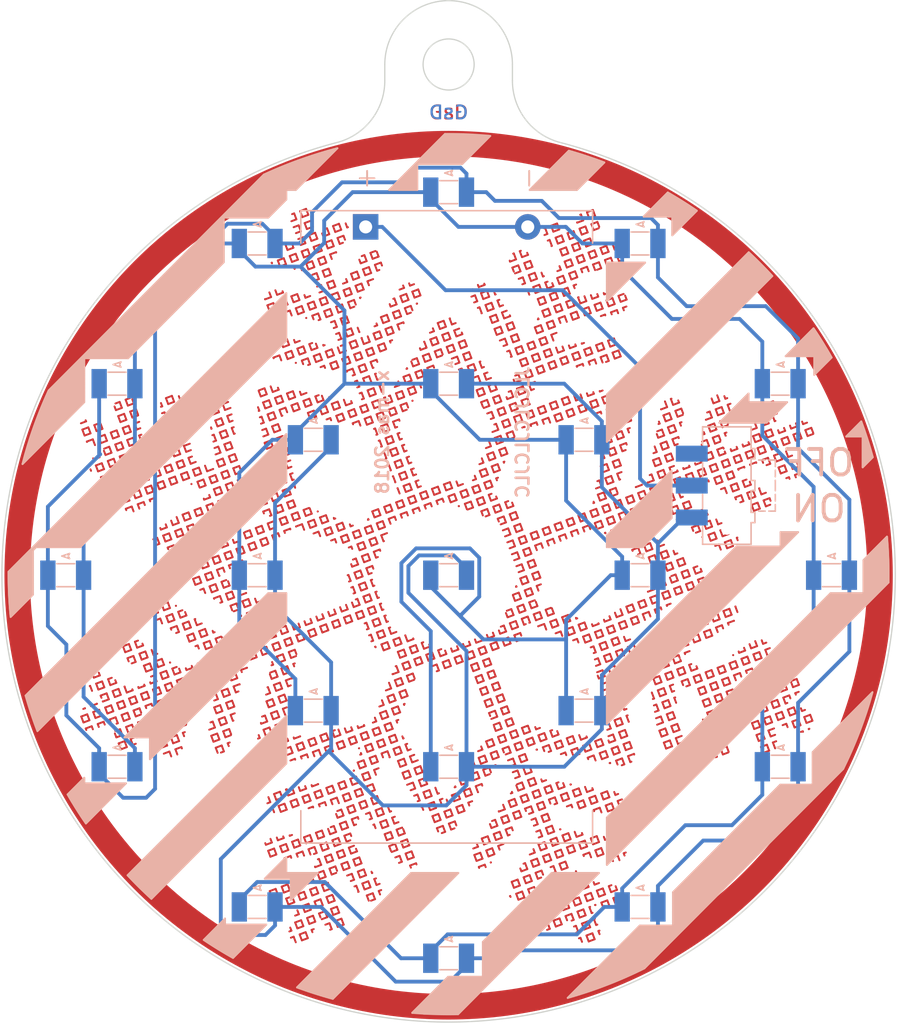
<source format=kicad_pcb>
(kicad_pcb (version 20221018) (generator pcbnew)
  (title_block (title "LED Decoration") (date "08/12/2018") (rev "v1_00") (company "GsD") (comment 1 "Design: Greg Davill"))
  (layers (0 "F.Cu" signal) (1 "In1.Cu" signal) (2 "In2.Cu" signal) (31 "B.Cu" signal) (34 "B.Paste" user) (35 "F.Paste" user) (36 "B.SilkS" user "B.Silkscreen") (37 "F.SilkS" user "F.Silkscreen") (38 "B.Mask" user) (39 "F.Mask" user) (44 "Edge.Cuts" user))
  (net 0 "")
  (net 1 "Net-(BT1-Pad1)")
  (net 2 "Net-(BT1-Pad2)")
  (net 3 "Net-(D1-Pad2)")
  (net 4 "Net-(SW1-Pad1)")
  (footprint "Test_001" (layer "F.Cu") (at 137.8 72.8)
    (fp_text reference "REF**" hide)
    (fp_text value "Test_001" hide)
  )
  (footprint "Test_001" (layer "F.Cu") (at 171.2 78.82)
    (fp_text reference "REF**" hide)
    (fp_text value "Test_001" hide)
  )
  (footprint "Test_001" (layer "F.Cu") (at 174.55 91.27)
    (fp_text reference "REF**" hide)
    (fp_text value "Test_001" hide)
  )
  (footprint "Test_001" (layer "F.Cu") (at 144.25 91.22)
    (fp_text reference "REF**" hide)
    (fp_text value "Test_001" hide)
  )
  (footprint "Test_001" (layer "F.Cu") (at 135.3 89.27)
    (fp_text reference "REF**" hide)
    (fp_text value "Test_001" hide)
  )
  (footprint "Test_001" (layer "F.Cu") (at 152.25 91.92)
    (fp_text reference "REF**" hide)
    (fp_text value "Test_001" hide)
  )
  (footprint "Test_001" (layer "F.Cu") (at 167.1 98.92)
    (fp_text reference "REF**" hide)
    (fp_text value "Test_001" hide)
  )
  (footprint "Test_001" (layer "F.Cu") (at 181.1 102.67)
    (fp_text reference "REF**" hide)
    (fp_text value "Test_001" hide)
  )
  (footprint "Test_001" (layer "F.Cu") (at 159.15 104.77)
    (fp_text reference "REF**" hide)
    (fp_text value "Test_001" hide)
  )
  (footprint "Test_001" (layer "F.Cu") (at 149.95 108.87)
    (fp_text reference "REF**" hide)
    (fp_text value "Test_001" hide)
  )
  (footprint "Test_001" (layer "F.Cu") (at 119.95 102.97)
    (fp_text reference "REF**" hide)
    (fp_text value "Test_001" hide)
  )
  (footprint "Test_001" (layer "F.Cu") (at 126.7 107.82)
    (fp_text reference "REF**" hide)
    (fp_text value "Test_001" hide)
  )
  (footprint "Test_001" (layer "F.Cu") (at 146.7 128.42)
    (fp_text reference "REF**" hide)
    (fp_text value "Test_001" hide)
  )
  (footprint "Test_001" (layer "F.Cu") (at 156.3 124.97)
    (fp_text reference "REF**" hide)
    (fp_text value "Test_001" hide)
  )
  (footprint "Test_001" (layer "F.Cu") (at 175.45 111.37)
    (fp_text reference "REF**" hide)
    (fp_text value "Test_001" hide)
  )
  (footprint "shape_003_med" (layer "F.Cu") (at 161.95 93.47)
    (fp_text reference "REF**" hide)
    (fp_text value "shape_003_med" hide)
  )
  (footprint "shape_003_med" (layer "F.Cu") (at 151.7 119.22)
    (fp_text reference "REF**" hide)
    (fp_text value "shape_003_med" hide)
  )
  (footprint "shape_003_med" (layer "F.Cu") (at 136.75 93.67)
    (fp_text reference "REF**" hide)
    (fp_text value "shape_003_med" hide)
  )
  (footprint "shape_003_med" (layer "F.Cu") (at 143.05 106.32)
    (fp_text reference "REF**" hide)
    (fp_text value "shape_003_med" hide)
  )
  (footprint "shape_003_med" (layer "F.Cu") (at 154.25 82.92)
    (fp_text reference "REF**" hide)
    (fp_text value "shape_003_med" hide)
  )
  (footprint "shape_003_med" (layer "F.Cu") (at 149.2 69.8)
    (fp_text reference "REF**" hide)
    (fp_text value "shape_003_med" hide)
  )
  (footprint "shape_001_med" (layer "F.Cu") (at 138.75 110.02)
    (fp_text reference "REF**" hide)
    (fp_text value "shape_001_med" hide)
  )
  (footprint "shape_001_med" (layer "F.Cu") (at 125.45 88.47)
    (fp_text reference "REF**" hide)
    (fp_text value "shape_001_med" hide)
  )
  (footprint "shape_001_med" (layer "F.Cu") (at 166.15 116.17)
    (fp_text reference "REF**" hide)
    (fp_text value "shape_001_med" hide)
  )
  (footprint "shape_001_med" (layer "F.Cu") (at 163.4 83.6)
    (fp_text reference "REF**" hide)
    (fp_text value "shape_001_med" hide)
  )
  (footprint "shape_003_med" (layer "F.Cu") (at 131.45 79.77)
    (fp_text reference "REF**" hide)
    (fp_text value "shape_003_med" hide)
  )
  (footprint "shape_003_med" (layer "F.Cu") (at 136.75 123.57)
    (fp_text reference "REF**" hide)
    (fp_text value "shape_003_med" hide)
  )
  (footprint "shape_003_med" (layer "F.Cu") (at 171.9 106.42)
    (fp_text reference "REF**" hide)
    (fp_text value "shape_003_med" hide)
  )
  (footprint "shape_003_med" (layer "F.Cu") (at 173.4 83.52)
    (fp_text reference "REF**" hide)
    (fp_text value "shape_003_med" hide)
  )
  (footprint "Test_001" (layer "F.Cu") (at 142.2 78.4)
    (fp_text reference "REF**" hide)
    (fp_text value "Test_001" hide)
  )
  (footprint "Test_001" (layer "F.Cu") (at 161.05 70.67)
    (fp_text reference "REF**" hide)
    (fp_text value "Test_001" hide)
  )
  (footprint "shape_001_med" (layer "F.Cu") (at 152.6 77.4)
    (fp_text reference "REF**" hide)
    (fp_text value "shape_001_med" hide)
  )
  (footprint "shape_003_small" (layer "F.Cu") (at 129 115.2)
    (fp_text reference "REF**" hide)
    (fp_text value "shape_003_small" hide)
  )
  (footprint "shape_003_small" (layer "F.Cu") (at 126 97.8)
    (fp_text reference "REF**" hide)
    (fp_text value "shape_003_small" hide)
  )
  (footprint "shape_003_small" (layer "F.Cu") (at 151.2 100.2)
    (fp_text reference "REF**" hide)
    (fp_text value "shape_003_small" hide)
  )
  (footprint "shape_003_small" (layer "F.Cu") (at 157.8 111)
    (fp_text reference "REF**" hide)
    (fp_text value "shape_003_small" hide)
  )
  (footprint "shape_003_small" (layer "F.Cu") (at 143.6 85.2)
    (fp_text reference "REF**" hide)
    (fp_text value "shape_003_small" hide)
  )
  (footprint "shape_003_small" (layer "F.Cu") (at 173.6 97.6)
    (fp_text reference "REF**" hide)
    (fp_text value "shape_003_small" hide)
  )
  (footprint "shape_003_small" (layer "F.Cu") (at 164.2 125.2)
    (fp_text reference "REF**" hide)
    (fp_text value "shape_003_small" hide)
  )
  (footprint "shape_003_small" (layer "F.Cu") (at 160.4 76.6)
    (fp_text reference "REF**" hide)
    (fp_text value "shape_003_small" hide)
  )
  (footprint "large_005" (layer "F.Cu") (at 149.6 99.8)
    (fp_text reference "REF**" hide)
    (fp_text value "large_005" hide)
  )
  (footprint "shape_003_small" (layer "F.Cu") (at 132.4 105.4)
    (fp_text reference "REF**" hide)
    (fp_text value "shape_003_small" hide)
  )
  (footprint "shape_003_small" (layer "F.Cu") (at 173 117.2)
    (fp_text reference "REF**" hide)
    (fp_text value "shape_003_small" hide)
  )
  (footprint "LOGO" (layer "F.Cu") (at 150 63.8)
    (fp_text reference "G***" hide)
    (fp_text value "LOGO" hide)
  )
  (footprint "Battery_Holders:Keystone_2468_2xAAA" (layer "B.Cu") (at 143.5 72.72 -90)
    (fp_text reference "BT1")
    (fp_text value "Battery")
  )
  (footprint "Buttons_Switches_SMD:SW_SPDT_CK-JS102011SAQN" (layer "B.Cu") (at 171.8 92.98 -90)
    (fp_text reference "SW1")
    (fp_text value "SW_SPDT")
  )
  (footprint "pattern:LED_0807" (layer "B.Cu") (at 120 100)
    (fp_text reference "D12")
    (fp_text value "LED_RGB_SLOW")
  )
  (footprint "pattern:LED_0807" (layer "B.Cu") (at 139.393398 110.606602)
    (fp_text reference "D10")
    (fp_text value "LED_RGB_SLOW")
  )
  (footprint "pattern:LED_0807" (layer "B.Cu") (at 150 115)
    (fp_text reference "D10")
    (fp_text value "LED_RGB_SLOW")
  )
  (footprint "pattern:LED_0807" (layer "B.Cu") (at 160.606602 110.606602)
    (fp_text reference "D10")
    (fp_text value "LED_RGB_SLOW")
  )
  (footprint "pattern:LED_0807" (layer "B.Cu") (at 165 100)
    (fp_text reference "D10")
    (fp_text value "LED_RGB_SLOW")
  )
  (footprint "pattern:LED_0807" (layer "B.Cu") (at 160.606602 89.393398)
    (fp_text reference "D10")
    (fp_text value "LED_RGB_SLOW")
  )
  (footprint "pattern:LED_0807" (layer "B.Cu") (at 150 85)
    (fp_text reference "D10")
    (fp_text value "LED_RGB_SLOW")
  )
  (footprint "pattern:LED_0807" (layer "B.Cu") (at 139.393398 89.393398)
    (fp_text reference "D10")
    (fp_text value "LED_RGB_SLOW")
  )
  (footprint "pattern:LED_0807" (layer "B.Cu") (at 124.019238 115)
    (fp_text reference "D12")
    (fp_text value "LED_RGB_SLOW")
  )
  (footprint "pattern:LED_0807" (layer "B.Cu") (at 135 125.980762)
    (fp_text reference "D12")
    (fp_text value "LED_RGB_SLOW")
  )
  (footprint "pattern:LED_0807" (layer "B.Cu") (at 150 130)
    (fp_text reference "D12")
    (fp_text value "LED_RGB_SLOW")
  )
  (footprint "pattern:LED_0807" (layer "B.Cu") (at 165 125.980762)
    (fp_text reference "D12")
    (fp_text value "LED_RGB_SLOW")
  )
  (footprint "pattern:LED_0807" (layer "B.Cu") (at 175.980762 115)
    (fp_text reference "D12")
    (fp_text value "LED_RGB_SLOW")
  )
  (footprint "pattern:LED_0807" (layer "B.Cu") (at 180 100)
    (fp_text reference "D12")
    (fp_text value "LED_RGB_SLOW")
  )
  (footprint "pattern:LED_0807" (layer "B.Cu") (at 175.980762 85)
    (fp_text reference "D12")
    (fp_text value "LED_RGB_SLOW")
  )
  (footprint "pattern:LED_0807" (layer "B.Cu") (at 165 74.019238)
    (fp_text reference "D12")
    (fp_text value "LED_RGB_SLOW")
  )
  (footprint "pattern:LED_0807" (layer "B.Cu") (at 150 70)
    (fp_text reference "D12")
    (fp_text value "LED_RGB_SLOW")
  )
  (footprint "pattern:LED_0807" (layer "B.Cu") (at 135 74.019238)
    (fp_text reference "D12")
    (fp_text value "LED_RGB_SLOW")
  )
  (footprint "pattern:LED_0807" (layer "B.Cu") (at 124.019238 85)
    (fp_text reference "D12")
    (fp_text value "LED_RGB_SLOW")
  )
  (footprint "pattern:LED_0807" (layer "B.Cu") (at 135 100)
    (fp_text reference "D10")
    (fp_text value "LED_RGB_SLOW")
  )
  (footprint "pattern:LED_0807" (layer "B.Cu") (at 150 100)
    (fp_text reference "D17")
    (fp_text value "LED_RGB_SLOW")
  )
  (footprint "LOGO" (layer "B.Cu") (at 150 63.8 180)
    (fp_text reference "G***" hide)
    (fp_text value "LOGO" hide)
  )
  (gr_circle (center 150 99.999833) (end 183.8 99.999833) (stroke (width 2)) (fill none) (layer "F.Cu"))
  (gr_line (start 128.212365 109.0875) (end 131.911552 109.0875) (stroke (width 0.15)) (layer "B.SilkS"))
  (gr_line (start 167.587745 127.441902) (end 167.587745 124.825064) (stroke (width 0.15)) (layer "B.SilkS"))
  (gr_line (start 128.312937 86.9) (end 132.012124 86.9) (stroke (width 0.15)) (layer "B.SilkS"))
  (gr_line (start 118.981683 85.2125) (end 121.446709 85.2125) (stroke (width 0.15)) (layer "B.SilkS"))
  (gr_line (start 166.922901 70.275) (end 167.60048 70.275) (stroke (width 0.15)) (layer "B.SilkS"))
  (gr_line (start 127.190892 88.025) (end 130.890079 88.025) (stroke (width 0.15)) (layer "B.SilkS"))
  (gr_line (start 169.085536 79.15) (end 172.784723 79.15) (stroke (width 0.15)) (layer "B.SilkS"))
  (gr_line (start 134.421846 80.775) (end 137.280638 80.775) (stroke (width 0.15)) (layer "B.SilkS"))
  (gr_line (start 134.234838 80.9625) (end 137.280638 80.9625) (stroke (width 0.15)) (layer "B.SilkS"))
  (gr_line (start 132.096303 94.15) (end 135.79549 94.15) (stroke (width 0.15)) (layer "B.SilkS"))
  (gr_line (start 174.806295 117.5875) (end 178.505482 117.5875) (stroke (width 0.15)) (layer "B.SilkS"))
  (gr_line (start 153.942918 127.4625) (end 157.642105 127.4625) (stroke (width 0.15)) (layer "B.SilkS"))
  (gr_line (start 172.245545 87.025) (end 175.944732 87.025) (stroke (width 0.15)) (layer "B.SilkS"))
  (gr_line (start 167.587745 125.7125) (end 170.401827 125.7125) (stroke (width 0.15)) (layer "B.SilkS"))
  (gr_line (start 178.795787 113.5875) (end 181.644185 113.5875) (stroke (width 0.15)) (layer "B.SilkS"))
  (gr_line (start 117.371503 88.775) (end 119.127729 88.775) (stroke (width 0.15)) (layer "B.SilkS"))
  (gr_line (start 133.180112 115.15) (end 136.879299 115.15) (stroke (width 0.15)) (layer "B.SilkS"))
  (gr_line (start 128.082711 76.0875) (end 131.781898 76.0875) (stroke (width 0.15)) (layer "B.SilkS"))
  (gr_line (start 176.007341 97.755263) (end 176.007341 96.62547) (stroke (width 0.15)) (layer "B.SilkS"))
  (gr_line (start 117.350062 88.8375) (end 119.065394 88.8375) (stroke (width 0.15)) (layer "B.SilkS"))
  (gr_line (start 116.88651 109.525) (end 120.460882 109.525) (stroke (width 0.15)) (layer "B.SilkS"))
  (gr_line (start 126.601681 114.0875) (end 126.924688 114.0875) (stroke (width 0.15)) (layer "B.SilkS"))
  (gr_line (start 146.016305 69.15) (end 147.548433 69.15) (stroke (width 0.15)) (layer "B.SilkS"))
  (gr_line (start 116.860326 90.4) (end 117.506999 90.4) (stroke (width 0.15)) (layer "B.SilkS"))
  (gr_line (start 132.4271 82.775) (end 136.126287 82.775) (stroke (width 0.15)) (layer "B.SilkS"))
  (gr_line (start 132.388864 104.9) (end 136.088051 104.9) (stroke (width 0.15)) (layer "B.SilkS"))
  (gr_line (start 182.444536 89.775) (end 182.944867 89.775) (stroke (width 0.15)) (layer "B.SilkS"))
  (gr_line (start 134.110167 81.0875) (end 137.280638 81.0875) (stroke (width 0.15)) (layer "B.SilkS"))
  (gr_line (start 162.404897 121.025) (end 164.062693 121.025) (stroke (width 0.15)) (layer "B.SilkS"))
  (gr_line (start 137.280638 111.038673) (end 137.280638 114.747604) (stroke (width 0.15)) (layer "B.SilkS"))
  (gr_line (start 165.987864 71.2125) (end 169.090475 71.2125) (stroke (width 0.15)) (layer "B.SilkS"))
  (gr_line (start 176.007341 96.7125) (end 177.297002 96.7125) (stroke (width 0.15)) (layer "B.SilkS"))
  (gr_line (start 140.497502 129.9) (end 144.196689 129.9) (stroke (width 0.15)) (layer "B.SilkS"))
  (gr_line (start 167.525261 72.9625) (end 167.941648 72.9625) (stroke (width 0.15)) (layer "B.SilkS"))
  (gr_line (start 162.404897 109.275) (end 164.767505 109.275) (stroke (width 0.15)) (layer "B.SilkS"))
  (gr_line (start 144.674001 125.7125) (end 148.373188 125.7125) (stroke (width 0.15)) (layer "B.SilkS"))
  (gr_line (start 125.944176 89.275) (end 129.643363 89.275) (stroke (width 0.15)) (layer "B.SilkS"))
  (gr_line (start 115.619824 102.525) (end 116.428172 102.525) (stroke (width 0.15)) (layer "B.SilkS"))
  (gr_line (start 155.376642 126.025) (end 159.075828 126.025) (stroke (width 0.15)) (layer "B.SilkS"))
  (gr_line (start 162.404897 110.7125) (end 163.333781 110.7125) (stroke (width 0.15)) (layer "B.SilkS"))
  (gr_line (start 128.730169 97.525) (end 132.429356 97.525) (stroke (width 0.15)) (layer "B.SilkS"))
  (gr_line (start 179.668488 112.7125) (end 182.007116 112.7125) (stroke (width 0.15)) (layer "B.SilkS"))
  (gr_line (start 141.307867 129.0875) (end 145.007054 129.0875) (stroke (width 0.15)) (layer "B.SilkS"))
  (gr_line (start 131.247702 117.0875) (end 134.946889 117.0875) (stroke (width 0.15)) (layer "B.SilkS"))
  (gr_line (start 167.052555 103.275) (end 170.751742 103.275) (stroke (width 0.15)) (layer "B.SilkS"))
  (gr_line (start 160.219717 132.2125) (end 162.054325 132.2125) (stroke (width 0.15)) (layer "B.SilkS"))
  (gr_line (start 129.93865 118.4) (end 133.637837 118.4) (stroke (width 0.15)) (layer "B.SilkS"))
  (gr_line (start 137.107268 111.2125) (end 137.280638 111.2125) (stroke (width 0.15)) (layer "B.SilkS"))
  (gr_line (start 149.694118 65.4625) (end 151.167396 65.4625) (stroke (width 0.15)) (layer "B.SilkS"))
  (gr_line (start 139.687136 130.7125) (end 143.386323 130.7125) (stroke (width 0.15)) (layer "B.SilkS"))
  (gr_line (start 121.355427 115.9625) (end 121.4514 115.9625) (stroke (width 0.15)) (layer "B.SilkS"))
  (gr_line (start 162.404897 75.775) (end 165.136537 75.775) (stroke (width 0.15)) (layer "B.SilkS"))
  (gr_line (start 168.217818 113.15) (end 171.917005 113.15) (stroke (width 0.15)) (layer "B.SilkS"))
  (gr_line (start 171.87153 87.4) (end 175.570717 87.4) (stroke (width 0.15)) (layer "B.SilkS"))
  (gr_line (start 171.440162 120.9625) (end 175.139349 120.9625) (stroke (width 0.15)) (layer "B.SilkS"))
  (gr_line (start 156.905954 69.275) (end 160.605141 69.275) (stroke (width 0.15)) (layer "B.SilkS"))
  (gr_line (start 132.412965 126.9625) (end 132.482956 126.9625) (stroke (width 0.15)) (layer "B.SilkS"))
  (gr_line (start 133.318919 70.8375) (end 137.018106 70.8375) (stroke (width 0.15)) (layer "B.SilkS"))
  (gr_line (start 162.404897 87.7125) (end 164.244718 87.7125) (stroke (width 0.15)) (layer "B.SilkS"))
  (gr_line (start 125.13381 90.0875) (end 128.832997 90.0875) (stroke (width 0.15)) (layer "B.SilkS"))
  (gr_line (start 128.169147 98.0875) (end 131.868334 98.0875) (stroke (width 0.15)) (layer "B.SilkS"))
  (gr_line (start 162.404897 119.275) (end 165.808096 119.275) (stroke (width 0.15)) (layer "B.SilkS"))
  (gr_line (start 174.513734 106.8375) (end 178.212921 106.8375) (stroke (width 0.15)) (layer "B.SilkS"))
  (gr_line (start 132.245075 116.0875) (end 135.944262 116.0875) (stroke (width 0.15)) (layer "B.SilkS"))
  (gr_line (start 120.166064 84.025) (end 121.446709 84.025) (stroke (width 0.15)) (layer "B.SilkS"))
  (gr_line (start 164.846701 83.4) (end 168.545888 83.4) (stroke (width 0.15)) (layer "B.SilkS"))
  (gr_line (start 149.569446 65.5875) (end 153.170791 65.5875) (stroke (width 0.15)) (layer "B.SilkS"))
  (gr_line (start 129.727542 96.525) (end 133.426729 96.525) (stroke (width 0.15)) (layer "B.SilkS"))
  (gr_line (start 130.662579 95.5875) (end 134.361766 95.5875) (stroke (width 0.15)) (layer "B.SilkS"))
  (gr_line (start 148.135723 67.025) (end 151.83491 67.025) (stroke (width 0.15)) (layer "B.SilkS"))
  (gr_line (start 162.404897 120.4) (end 164.686051 120.4) (stroke (width 0.15)) (layer "B.SilkS"))
  (gr_line (start 166.366861 103.9625) (end 170.066048 103.9625) (stroke (width 0.15)) (layer "B.SilkS"))
  (gr_line (start 132.440836 129.5875) (end 133.494048 129.5875) (stroke (width 0.15)) (layer "B.SilkS"))
  (gr_line (start 180.478854 111.9) (end 182.319883 111.9) (stroke (width 0.15)) (layer "B.SilkS"))
  (gr_line (start 170.087892 111.275) (end 173.787079 111.275) (stroke (width 0.15)) (layer "B.SilkS"))
  (gr_line (start 129.828114 74.3375) (end 132.383595 74.3375) (stroke (width 0.15)) (layer "B.SilkS"))
  (gr_line (start 128.106811 98.15) (end 131.805998 98.15) (stroke (width 0.15)) (layer "B.SilkS"))
  (gr_line (start 149.444775 65.7125) (end 153.143962 65.7125) (stroke (width 0.15)) (layer "B.SilkS"))
  (gr_line (start 168.759722 123.65) (end 172.458909 123.65) (stroke (width 0.15)) (layer "B.SilkS"))
  (gr_line (start 182.444536 91.15) (end 182.844888 91.15) (stroke (width 0.15)) (layer "B.SilkS"))
  (gr_line (start 175.76045 105.5875) (end 179.459637 105.5875) (stroke (width 0.15)) (layer "B.SilkS"))
  (gr_line (start 165.431824 104.9) (end 169.131011 104.9) (stroke (width 0.15)) (layer "B.SilkS"))
  (gr_line (start 178.530584 115.4) (end 180.687235 115.4) (stroke (width 0.15)) (layer "B.SilkS"))
  (gr_line (start 143.05327 127.3375) (end 146.752457 127.3375) (stroke (width 0.15)) (layer "B.SilkS"))
  (gr_line (start 118.499522 85.9) (end 121.446709 85.9) (stroke (width 0.15)) (layer "B.SilkS"))
  (gr_line (start 126.754541 88.4625) (end 130.453728 88.4625) (stroke (width 0.15)) (layer "B.SilkS"))
  (gr_line (start 167.949357 124.4625) (end 171.648544 124.4625) (stroke (width 0.15)) (layer "B.SilkS"))
  (gr_line (start 168.423943 101.9) (end 172.12313 101.9) (stroke (width 0.15)) (layer "B.SilkS"))
  (gr_line (start 168.299271 102.025) (end 171.998458 102.025) (stroke (width 0.15)) (layer "B.SilkS"))
  (gr_line (start 173.142346 108.2125) (end 176.841533 108.2125) (stroke (width 0.15)) (layer "B.SilkS"))
  (gr_line (start 133.760252 103.525) (end 137.280638 103.525) (stroke (width 0.15)) (layer "B.SilkS"))
  (gr_line (start 154.566276 126.8375) (end 158.265463 126.8375) (stroke (width 0.15)) (layer "B.SilkS"))
  (gr_line (start 175.803668 116.5875) (end 179.502855 116.5875) (stroke (width 0.15)) (layer "B.SilkS"))
  (gr_line (start 134.009595 103.275) (end 137.280638 103.275) (stroke (width 0.15)) (layer "B.SilkS"))
  (gr_line (start 129.684324 85.525) (end 133.383511 85.525) (stroke (width 0.15)) (layer "B.SilkS"))
  (gr_line (start 162.404897 88.775) (end 163.185009 88.775) (stroke (width 0.15)) (layer "B.SilkS"))
  (gr_line (start 165.868175 104.4625) (end 169.567362 104.4625) (stroke (width 0.15)) (layer "B.SilkS"))
  (gr_line (start 169.009065 123.4) (end 172.708252 123.4) (stroke (width 0.15)) (layer "B.SilkS"))
  (gr_line (start 162.404897 109.4) (end 164.642833 109.4) (stroke (width 0.15)) (layer "B.SilkS"))
  (gr_line (start 133.77937 92.4625) (end 137.280638 92.4625) (stroke (width 0.15)) (layer "B.SilkS"))
  (gr_line (start 127.214992 110.0875) (end 130.914179 110.0875) (stroke (width 0.15)) (layer "B.SilkS"))
  (gr_line (start 168.074028 124.3375) (end 171.773215 124.3375) (stroke (width 0.15)) (layer "B.SilkS"))
  (gr_line (start 172.873885 119.525) (end 176.573072 119.525) (stroke (width 0.15)) (layer "B.SilkS"))
  (gr_line (start 161.404097 131.025) (end 164.85237 131.025) (stroke (width 0.15)) (layer "B.SilkS"))
  (gr_line (start 157.558395 123.8375) (end 161.257582 123.8375) (stroke (width 0.15)) (layer "B.SilkS"))
  (gr_line (start 146.91809 123.4625) (end 150.617277 123.4625) (stroke (width 0.15)) (layer "B.SilkS"))
  (gr_line (start 162.404897 89.4) (end 162.561651 89.4) (stroke (width 0.15)) (layer "B.SilkS"))
  (gr_line (start 129.204756 74.9625) (end 132.383595 74.9625) (stroke (width 0.15)) (layer "B.SilkS"))
  (gr_line (start 157.371387 124.025) (end 161.070574 124.025) (stroke (width 0.15)) (layer "B.SilkS"))
  (gr_line (start 165.513278 93.775) (end 167.46455 93.775) (stroke (width 0.15)) (layer "B.SilkS"))
  (gr_line (start 182.013148 88.275) (end 182.445177 88.275) (stroke (width 0.15)) (layer "B.SilkS"))
  (gr_line (start 126.524316 77.65) (end 130.223503 77.65) (stroke (width 0.15)) (layer "B.SilkS"))
  (gr_line (start 162.339134 130.0875) (end 166.038321 130.0875) (stroke (width 0.15)) (layer "B.SilkS"))
  (gr_line (start 182.51306 98.8375) (end 184.454428 98.8375) (stroke (width 0.15)) (layer "B.SilkS"))
  (gr_line (start 167.033437 114.3375) (end 170.732624 114.3375) (stroke (width 0.15)) (layer "B.SilkS"))
  (gr_line (start 125.258482 89.9625) (end 128.957669 89.9625) (stroke (width 0.15)) (layer "B.SilkS"))
  (gr_line (start 167.525261 72.3375) (end 168.565006 72.3375) (stroke (width 0.15)) (layer "B.SilkS"))
  (gr_line (start 138.450798 132.4) (end 141.703256 132.4) (stroke (width 0.15)) (layer "B.SilkS"))
  (gr_line (start 178.530584 114.7125) (end 181.133186 114.7125) (stroke (width 0.15)) (layer "B.SilkS"))
  (gr_line (start 165.537378 115.8375) (end 169.236565 115.8375) (stroke (width 0.15)) (layer "B.SilkS"))
  (gr_line (start 126.840978 110.4625) (end 130.540165 110.4625) (stroke (width 0.15)) (layer "B.SilkS"))
  (gr_line (start 169.38308 123.025) (end 173.082267 123.025) (stroke (width 0.15)) (layer "B.SilkS"))
  (gr_line (start 133.822588 103.4625) (end 137.280638 103.4625) (stroke (width 0.15)) (layer "B.SilkS"))
  (gr_line (start 180.042503 112.3375) (end 182.15546 112.3375) (stroke (width 0.15)) (layer "B.SilkS"))
  (gr_line (start 162.404897 87.525) (end 164.431725 87.525) (stroke (width 0.15)) (layer "B.SilkS"))
  (gr_line (start 136.790606 78.4) (end 137.280638 78.4) (stroke (width 0.15)) (layer "B.SilkS"))
  (gr_line (start 117.307179 88.9625) (end 118.940722 88.9625) (stroke (width 0.15)) (layer "B.SilkS"))
  (gr_line (start 167.587745 125.3375) (end 170.775842 125.3375) (stroke (width 0.15)) (layer "B.SilkS"))
  (gr_line (start 162.404897 119.8375) (end 165.247073 119.8375) (stroke (width 0.15)) (layer "B.SilkS"))
  (gr_line (start 122.93294 103.3375) (end 126.632126 103.3375) (stroke (width 0.15)) (layer "B.SilkS"))
  (gr_line (start 125.762151 122.5875) (end 129.461338 122.5875) (stroke (width 0.15)) (layer "B.SilkS"))
  (gr_line (start 165.949628 93.3375) (end 167.46455 93.3375) (stroke (width 0.15)) (layer "B.SilkS"))
  (gr_line (start 128.145047 76.025) (end 131.844234 76.025) (stroke (width 0.15)) (layer "B.SilkS"))
  (gr_line (start 135.045204 80.15) (end 137.280638 80.15) (stroke (width 0.15)) (layer "B.SilkS"))
  (gr_line (start 135.605952 68.5875) (end 139.262195 68.5875) (stroke (width 0.15)) (layer "B.SilkS"))
  (gr_line (start 165.489177 71.7125) (end 169.188364 71.7125) (stroke (width 0.15)) (layer "B.SilkS"))
  (gr_line (start 138.315748 132.0875) (end 142.014935 132.0875) (stroke (width 0.15)) (layer "B.SilkS"))
  (gr_line (start 129.291192 96.9625) (end 132.990379 96.9625) (stroke (width 0.15)) (layer "B.SilkS"))
  (gr_line (start 152.690584 130.7125) (end 154.400643 130.7125) (stroke (width 0.15)) (layer "B.SilkS"))
  (gr_line (start 146.951343 68.2125) (end 147.548433 68.2125) (stroke (width 0.15)) (layer "B.SilkS"))
  (gr_line (start 154.379269 127.025) (end 158.078456 127.025) (stroke (width 0.15)) (layer "B.SilkS"))
  (gr_line (start 171.372843 87.9) (end 175.07203 87.9) (stroke (width 0.15)) (layer "B.SilkS"))
  (gr_line (start 177.879867 103.4625) (end 181.579054 103.4625) (stroke (width 0.15)) (layer "B.SilkS"))
  (gr_line (start 134.177485 114.15) (end 137.280638 114.15) (stroke (width 0.15)) (layer "B.SilkS"))
  (gr_line (start 162.404897 88.3375) (end 163.62136 88.3375) (stroke (width 0.15)) (layer "B.SilkS"))
  (gr_line (start 127.833368 76.3375) (end 131.532555 76.3375) (stroke (width 0.15)) (layer "B.SilkS"))
  (gr_line (start 131.497045 116.8375) (end 135.196232 116.8375) (stroke (width 0.15)) (layer "B.SilkS"))
  (gr_line (start 165.30217 71.9) (end 169.001357 71.9) (stroke (width 0.15)) (layer "B.SilkS"))
  (gr_line (start 176.007341 97.15) (end 176.860651 97.15) (stroke (width 0.15)) (layer "B.SilkS"))
  (gr_line (start 178.530584 115.3375) (end 180.749571 115.3375) (stroke (width 0.15)) (layer "B.SilkS"))
  (gr_line (start 117.447389 108.8375) (end 121.146576 108.8375) (stroke (width 0.15)) (layer "B.SilkS"))
  (gr_line (start 178.530584 114.5875) (end 181.193077 114.5875) (stroke (width 0.15)) (layer "B.SilkS"))
  (gr_line (start 172.624542 119.775) (end 176.323729 119.775) (stroke (width 0.15)) (layer "B.SilkS"))
  (gr_line (start 179.980167 112.4) (end 182.130736 112.4) (stroke (width 0.15)) (layer "B.SilkS"))
  (gr_line (start 138.27465 132.3375) (end 141.765592 132.3375) (stroke (width 0.15)) (layer "B.SilkS"))
  (gr_line (start 135.088422 91.15) (end 137.280638 91.15) (stroke (width 0.15)) (layer "B.SilkS"))
  (gr_line (start 132.383882 71.775) (end 136.083069 71.775) (stroke (width 0.15)) (layer "B.SilkS"))
  (gr_line (start 155.002627 126.4) (end 158.701814 126.4) (stroke (width 0.15)) (layer "B.SilkS"))
  (gr_line (start 165.743503 104.5875) (end 169.44269 104.5875) (stroke (width 0.15)) (layer "B.SilkS"))
  (gr_line (start 131.228584 128.15) (end 134.927771 128.15) (stroke (width 0.15)) (layer "B.SilkS"))
  (gr_line (start 133.697916 103.5875) (end 137.280638 103.5875) (stroke (width 0.15)) (layer "B.SilkS"))
  (gr_line (start 135.174858 113.15) (end 137.280638 113.15) (stroke (width 0.15)) (layer "B.SilkS"))
  (gr_line (start 168.337507 79.9) (end 172.036694 79.9) (stroke (width 0.15)) (layer "B.SilkS"))
  (gr_line (start 129.895432 107.4) (end 133.594619 107.4) (stroke (width 0.15)) (layer "B.SilkS"))
  (gr_line (start 121.106083 116.2125) (end 121.4514 116.2125) (stroke (width 0.15)) (layer "B.SilkS"))
  (gr_line (start 135.438336 68.7125) (end 139.137523 68.7125) (stroke (width 0.15)) (layer "B.SilkS"))
  (gr_line (start 166.990219 103.3375) (end 170.689406 103.3375) (stroke (width 0.15)) (layer "B.SilkS"))
  (gr_line (start 167.587745 126.775) (end 169.342119 126.775) (stroke (width 0.15)) (layer "B.SilkS"))
  (gr_line (start 173.267018 108.0875) (end 176.966205 108.0875) (stroke (width 0.15)) (layer "B.SilkS"))
  (gr_line (start 132.614107 82.5875) (end 136.313294 82.5875) (stroke (width 0.15)) (layer "B.SilkS"))
  (gr_line (start 160.46906 131.9625) (end 162.703873 131.9625) (stroke (width 0.15)) (layer "B.SilkS"))
  (gr_line (start 137.207839 89.025) (end 137.280638 89.025) (stroke (width 0.15)) (layer "B.SilkS"))
  (gr_line (start 117.671686 97.808367) (end 117.426078 98.050138) (stroke (width 0.15)) (layer "B.SilkS"))
  (gr_line (start 162.404897 77.275) (end 163.640477 77.275) (stroke (width 0.15)) (layer "B.SilkS"))
  (gr_line (start 121.101101 83.0875) (end 121.446709 83.0875) (stroke (width 0.15)) (layer "B.SilkS"))
  (gr_line (start 167.525261 72.275) (end 168.627342 72.275) (stroke (width 0.15)) (layer "B.SilkS"))
  (gr_line (start 125.980147 124.65) (end 127.404257 124.65) (stroke (width 0.15)) (layer "B.SilkS"))
  (gr_line (start 162.404897 111.0875) (end 162.959766 111.0875) (stroke (width 0.15)) (layer "B.SilkS"))
  (gr_line (start 165.288035 116.0875) (end 168.987222 116.0875) (stroke (width 0.15)) (layer "B.SilkS"))
  (gr_line (start 135.069304 102.2125) (end 137.280638 102.2125) (stroke (width 0.15)) (layer "B.SilkS"))
  (gr_line (start 119.379799 106.9) (end 123.078986 106.9) (stroke (width 0.15)) (layer "B.SilkS"))
  (gr_line (start 176.521056 86.447158) (end 174.912392 88.060059) (stroke (width 0.15)) (layer "B.SilkS"))
  (gr_line (start 115.561014 101.5875) (end 117.363209 101.5875) (stroke (width 0.15)) (layer "B.SilkS"))
  (gr_line (start 135.107539 80.0875) (end 137.280638 80.0875) (stroke (width 0.15)) (layer "B.SilkS"))
  (gr_line (start 146.419403 123.9625) (end 150.11859 123.9625) (stroke (width 0.15)) (layer "B.SilkS"))
  (gr_line (start 149.828755 131.5875) (end 153.527942 131.5875) (stroke (width 0.15)) (layer "B.SilkS"))
  (gr_line (start 168.093146 113.275) (end 171.792333 113.275) (stroke (width 0.15)) (layer "B.SilkS"))
  (gr_line (start 182.13782 88.15) (end 182.400455 88.15) (stroke (width 0.15)) (layer "B.SilkS"))
  (gr_line (start 122.141692 93.0875) (end 125.840879 93.0875) (stroke (width 0.15)) (layer "B.SilkS"))
  (gr_line (start 128.519062 75.65) (end 132.218249 75.65) (stroke (width 0.15)) (layer "B.SilkS"))
  (gr_line (start 134.901414 91.3375) (end 137.280638 91.3375) (stroke (width 0.15)) (layer "B.SilkS"))
  (gr_line (start 132.196874 71.9625) (end 135.896061 71.9625) (stroke (width 0.15)) (layer "B.SilkS"))
  (gr_line (start 128.001258 87.2125) (end 131.700445 87.2125) (stroke (width 0.15)) (layer "B.SilkS"))
  (gr_line (start 119.211909 96.025) (end 122.911096 96.025) (stroke (width 0.15)) (layer "B.SilkS"))
  (gr_line (start 172.768331 108.5875) (end 176.467518 108.5875) (stroke (width 0.15)) (layer "B.SilkS"))
  (gr_line (start 146.826671 68.3375) (end 147.548433 68.3375) (stroke (width 0.15)) (layer "B.SilkS"))
  (gr_line (start 181.38979 88.9) (end 182.662801 88.9) (stroke (width 0.15)) (layer "B.SilkS"))
  (gr_line (start 165.662049 115.7125) (end 169.361236 115.7125) (stroke (width 0.15)) (layer "B.SilkS"))
  (gr_line (start 129.14242 75.025) (end 132.383595 75.025) (stroke (width 0.15)) (layer "B.SilkS"))
  (gr_line (start 169.570088 122.8375) (end 173.269275 122.8375) (stroke (width 0.15)) (layer "B.SilkS"))
  (gr_line (start 123.532197 80.65) (end 127.231384 80.65) (stroke (width 0.15)) (layer "B.SilkS"))
  (gr_line (start 177.505853 103.8375) (end 181.20504 103.8375) (stroke (width 0.15)) (layer "B.SilkS"))
  (gr_line (start 162.420588 118.9625) (end 166.119775 118.9625) (stroke (width 0.15)) (layer "B.SilkS"))
  (gr_line (start 164.372115 105.9625) (end 168.071302 105.9625) (stroke (width 0.15)) (layer "B.SilkS"))
  (gr_line (start 124.88945 123.4625) (end 128.588637 123.4625) (stroke (width 0.15)) (layer "B.SilkS"))
  (gr_line (start 127.109439 99.15) (end 130.808625 99.15) (stroke (width 0.15)) (layer "B.SilkS"))
  (gr_line (start 167.587745 127.275) (end 168.843432 127.275) (stroke (width 0.15)) (layer "B.SilkS"))
  (gr_line (start 117.57206 108.7125) (end 121.271247 108.7125) (stroke (width 0.15)) (layer "B.SilkS"))
  (gr_line (start 129.391763 74.775) (end 132.383595 74.775) (stroke (width 0.15)) (layer "B.SilkS"))
  (gr_line (start 119.729713 84.4625) (end 121.446709 84.4625) (stroke (width 0.15)) (layer "B.SilkS"))
  (gr_line (start 167.525261 73.3375) (end 167.567633 73.3375) (stroke (width 0.15)) (layer "B.SilkS"))
  (gr_line (start 164.808466 105.525) (end 168.507653 105.525) (stroke (width 0.15)) (layer "B.SilkS"))
  (gr_line (start 182.866732 98.4625) (end 184.438794 98.4625) (stroke (width 0.15)) (layer "B.SilkS"))
  (gr_line (start 167.587745 127.0875) (end 169.03044 127.0875) (stroke (width 0.15)) (layer "B.SilkS"))
  (gr_line (start 177.66876 81.5875) (end 179.194571 81.5875) (stroke (width 0.15)) (layer "B.SilkS"))
  (gr_line (start 133.942277 70.2125) (end 137.280638 70.2125) (stroke (width 0.15)) (layer "B.SilkS"))
  (gr_line (start 125.320818 89.9) (end 129.020005 89.9) (stroke (width 0.15)) (layer "B.SilkS"))
  (gr_line (start 144.362322 126.025) (end 148.061509 126.025) (stroke (width 0.15)) (layer "B.SilkS"))
  (gr_line (start 145.392947 69.775) (end 147.548433 69.775) (stroke (width 0.15)) (layer "B.SilkS"))
  (gr_line (start 131.055712 84.15) (end 134.754899 84.15) (stroke (width 0.15)) (layer "B.SilkS"))
  (gr_line (start 173.329354 108.025) (end 177.028541 108.025) (stroke (width 0.15)) (layer "B.SilkS"))
  (gr_line (start 126.610752 99.65) (end 130.309939 99.65) (stroke (width 0.15)) (layer "B.SilkS"))
  (gr_line (start 171.70364 76.525) (end 175.322286 76.525) (stroke (width 0.15)) (layer "B.SilkS"))
  (gr_line (start 117.591352 88.15) (end 119.751088 88.15) (stroke (width 0.15)) (layer "B.SilkS"))
  (gr_line (start 128.524044 108.775) (end 132.223231 108.775) (stroke (width 0.15)) (layer "B.SilkS"))
  (gr_line (start 152.690584 129.3375) (end 155.772031 129.3375) (stroke (width 0.15)) (layer "B.SilkS"))
  (gr_line (start 163.312407 107.025) (end 167.011594 107.025) (stroke (width 0.15)) (layer "B.SilkS"))
  (gr_line (start 162.089791 130.3375) (end 165.788978 130.3375) (stroke (width 0.15)) (layer "B.SilkS"))
  (gr_line (start 136.651799 122.7125) (end 137.280638 122.7125) (stroke (width 0.15)) (layer "B.SilkS"))
  (gr_line (start 127.81425 87.4) (end 131.513437 87.4) (stroke (width 0.15)) (layer "B.SilkS"))
  (gr_line (start 131.453827 105.8375) (end 135.153014 105.8375) (stroke (width 0.15)) (layer "B.SilkS"))
  (gr_line (start 120.732069 116.5875) (end 124.431256 116.5875) (stroke (width 0.15)) (layer "B.SilkS"))
  (gr_line (start 162.404897 75.9) (end 165.011865 75.9) (stroke (width 0.15)) (layer "B.SilkS"))
  (gr_line (start 174.743959 117.65) (end 178.443146 117.65) (stroke (width 0.15)) (layer "B.SilkS"))
  (gr_line (start 122.721832 81.4625) (end 126.421019 81.4625) (stroke (width 0.15)) (layer "B.SilkS"))
  (gr_line (start 125.632497 89.5875) (end 129.331684 89.5875) (stroke (width 0.15)) (layer "B.SilkS"))
  (gr_line (start 130.892805 106.4) (end 134.591992 106.4) (stroke (width 0.15)) (layer "B.SilkS"))
  (gr_line (start 153.132553 128.275) (end 156.831739 128.275) (stroke (width 0.15)) (layer "B.SilkS"))
  (gr_line (start 136.042577 79.15) (end 137.280638 79.15) (stroke (width 0.15)) (layer "B.SilkS"))
  (gr_line (start 127.713679 109.5875) (end 131.412866 109.5875) (stroke (width 0.15)) (layer "B.SilkS"))
  (gr_line (start 152.690584 130.275) (end 154.836994 130.275) (stroke (width 0.15)) (layer "B.SilkS"))
  (gr_line (start 121.249873 105.025) (end 124.94906 105.025) (stroke (width 0.15)) (layer "B.SilkS"))
  (gr_line (start 129.065949 119.275) (end 132.765136 119.275) (stroke (width 0.15)) (layer "B.SilkS"))
  (gr_line (start 152.820873 128.5875) (end 156.52006 128.5875) (stroke (width 0.15)) (layer "B.SilkS"))
  (gr_line (start 145.891634 69.275) (end 147.548433 69.275) (stroke (width 0.15)) (layer "B.SilkS"))
  (gr_line (start 135.150757 91.0875) (end 137.280638 91.0875) (stroke (width 0.15)) (layer "B.SilkS"))
  (gr_line (start 118.775558 96.4625) (end 122.474745 96.4625) (stroke (width 0.15)) (layer "B.SilkS"))
  (gr_line (start 175.242646 117.15) (end 178.941833 117.15) (stroke (width 0.15)) (layer "B.SilkS"))
  (gr_line (start 149.07076 66.0875) (end 152.769947 66.0875) (stroke (width 0.15)) (layer "B.SilkS"))
  (gr_line (start 177.731096 81.525) (end 179.155097 81.525) (stroke (width 0.15)) (layer "B.SilkS"))
  (gr_line (start 121.705341 93.525) (end 125.404528 93.525) (stroke (width 0.15)) (layer "B.SilkS"))
  (gr_line (start 182.51306 98.9) (end 184.455689 98.9) (stroke (width 0.15)) (layer "B.SilkS"))
  (gr_line (start 131.204484 106.0875) (end 134.903671 106.0875) (stroke (width 0.15)) (layer "B.SilkS"))
  (gr_line (start 154.753283 126.65) (end 158.45247 126.65) (stroke (width 0.15)) (layer "B.SilkS"))
  (gr_line (start 140.310494 130.0875) (end 144.009681 130.0875) (stroke (width 0.15)) (layer "B.SilkS"))
  (gr_line (start 173.075028 75.15) (end 173.979951 75.15) (stroke (width 0.15)) (layer "B.SilkS"))
  (gr_line (start 182.51306 99.4625) (end 184.467038 99.4625) (stroke (width 0.15)) (layer "B.SilkS"))
  (gr_line (start 169.694759 122.7125) (end 173.393946 122.7125) (stroke (width 0.15)) (layer "B.SilkS"))
  (gr_line (start 136.838807 122.525) (end 137.280638 122.525) (stroke (width 0.15)) (layer "B.SilkS"))
  (gr_line (start 137.039949 78.15) (end 137.280638 78.15) (stroke (width 0.15)) (layer "B.SilkS"))
  (gr_line (start 145.829298 69.3375) (end 147.548433 69.3375) (stroke (width 0.15)) (layer "B.SilkS"))
  (gr_line (start 178.648609 83.9) (end 179.061522 83.9) (stroke (width 0.15)) (layer "B.SilkS"))
  (gr_line (start 141.681882 128.7125) (end 145.381069 128.7125) (stroke (width 0.15)) (layer "B.SilkS"))
  (gr_line (start 127.402 109.9) (end 131.101187 109.9) (stroke (width 0.15)) (layer "B.SilkS"))
  (gr_line (start 159.845702 132.5875) (end 161.000913 132.5875) (stroke (width 0.15)) (layer "B.SilkS"))
  (gr_line (start 130.749016 117.5875) (end 134.448203 117.5875) (stroke (width 0.15)) (layer "B.SilkS"))
  (gr_line (start 135.587108 90.65) (end 137.280638 90.65) (stroke (width 0.15)) (layer "B.SilkS"))
  (gr_line (start 175.324099 106.025) (end 179.023286 106.025) (stroke (width 0.15)) (layer "B.SilkS"))
  (gr_line (start 152.690584 130.775) (end 154.338307 130.775) (stroke (width 0.15)) (layer "B.SilkS"))
  (gr_line (start 162.404897 89.4625) (end 162.499315 89.4625) (stroke (width 0.15)) (layer "B.SilkS"))
  (gr_line (start 127.584025 76.5875) (end 131.283212 76.5875) (stroke (width 0.15)) (layer "B.SilkS"))
  (gr_line (start 131.060695 117.275) (end 134.759882 117.275) (stroke (width 0.15)) (layer "B.SilkS"))
  (gr_line (start 122.496589 103.775) (end 126.195776 103.775) (stroke (width 0.15)) (layer "B.SilkS"))
  (gr_line (start 144.549329 125.8375) (end 148.248516 125.8375) (stroke (width 0.15)) (layer "B.SilkS"))
  (gr_line (start 156.656611 69.525) (end 160.355797 69.525) (stroke (width 0.15)) (layer "B.SilkS"))
  (gr_line (start 164.702912 94.5875) (end 167.46455 94.5875) (stroke (width 0.15)) (layer "B.SilkS"))
  (gr_line (start 121.892349 93.3375) (end 125.591536 93.3375) (stroke (width 0.15)) (layer "B.SilkS"))
  (gr_line (start 122.952057 92.275) (end 126.651244 92.275) (stroke (width 0.15)) (layer "B.SilkS"))
  (gr_line (start 131.041021 128.7125) (end 134.366749 128.7125) (stroke (width 0.15)) (layer "B.SilkS"))
  (gr_line (start 162.404897 78.513835) (end 162.404897 75.514564) (stroke (width 0.15)) (layer "B.SilkS"))
  (gr_line (start 143.676628 126.7125) (end 147.375815 126.7125) (stroke (width 0.15)) (layer "B.SilkS"))
  (gr_line (start 122.659496 81.525) (end 126.358683 81.525) (stroke (width 0.15)) (layer "B.SilkS"))
  (gr_line (start 178.530584 115.275) (end 180.811907 115.275) (stroke (width 0.15)) (layer "B.SilkS"))
  (gr_line (start 128.624616 86.5875) (end 132.323803 86.5875) (stroke (width 0.15)) (layer "B.SilkS"))
  (gr_line (start 165.863192 71.3375) (end 169.277265 71.3375) (stroke (width 0.15)) (layer "B.SilkS"))
  (gr_line (start 120.396289 94.8375) (end 124.095476 94.8375) (stroke (width 0.15)) (layer "B.SilkS"))
  (gr_line (start 162.404897 108.9) (end 165.141519 108.9) (stroke (width 0.15)) (layer "B.SilkS"))
  (gr_line (start 121.176236 118.8375) (end 122.187167 118.8375) (stroke (width 0.15)) (layer "B.SilkS"))
  (gr_line (start 125.72383 124.4) (end 127.6536 124.4) (stroke (width 0.15)) (layer "B.SilkS"))
  (gr_line (start 169.320744 123.0875) (end 173.019931 123.0875) (stroke (width 0.15)) (layer "B.SilkS"))
  (gr_line (start 125.450472 122.9) (end 129.149659 122.9) (stroke (width 0.15)) (layer "B.SilkS"))
  (gr_line (start 128.063593 87.15) (end 131.76278 87.15) (stroke (width 0.15)) (layer "B.SilkS"))
  (gr_line (start 178.752569 102.5875) (end 182.451756 102.5875) (stroke (width 0.15)) (layer "B.SilkS"))
  (gr_line (start 162.404897 87.15) (end 164.80574 87.15) (stroke (width 0.15)) (layer "B.SilkS"))
  (gr_line (start 167.86292 102.4625) (end 171.562107 102.4625) (stroke (width 0.15)) (layer "B.SilkS"))
  (gr_line (start 168.735622 101.5875) (end 172.434809 101.5875) (stroke (width 0.15)) (layer "B.SilkS"))
  (gr_line (start 130.681697 84.525) (end 134.380884 84.525) (stroke (width 0.15)) (layer "B.SilkS"))
  (gr_line (start 134.402728 91.8375) (end 137.280638 91.8375) (stroke (width 0.15)) (layer "B.SilkS"))
  (gr_line (start 175.616661 116.775) (end 179.315848 116.775) (stroke (width 0.15)) (layer "B.SilkS"))
  (gr_line (start 175.055638 117.3375) (end 178.754825 117.3375) (stroke (width 0.15)) (layer "B.SilkS"))
  (gr_line (start 133.156012 93.0875) (end 136.855199 93.0875) (stroke (width 0.15)) (layer "B.SilkS"))
  (gr_line (start 178.229782 81.025) (end 178.833848 81.025) (stroke (width 0.15)) (layer "B.SilkS"))
  (gr_line (start 153.070217 128.3375) (end 156.769404 128.3375) (stroke (width 0.15)) (layer "B.SilkS"))
  (gr_line (start 126.505198 88.7125) (end 130.204385 88.7125) (stroke (width 0.15)) (layer "B.SilkS"))
  (gr_line (start 125.838622 78.3375) (end 129.537809 78.3375) (stroke (width 0.15)) (layer "B.SilkS"))
  (gr_line (start 133.630598 70.525) (end 137.280638 70.525) (stroke (width 0.15)) (layer "B.SilkS"))
  (gr_line (start 165.096045 83.15) (end 168.795232 83.15) (stroke (width 0.15)) (layer "B.SilkS"))
  (gr_line (start 130.815196 128.564477) (end 132.482956 126.892324) (stroke (width 0.15)) (layer "B.SilkS"))
  (gr_line (start 120.938194 105.3375) (end 124.637381 105.3375) (stroke (width 0.15)) (layer "B.SilkS"))
  (gr_line (start 126.442862 88.775) (end 130.142049 88.775) (stroke (width 0.15)) (layer "B.SilkS"))
  (gr_line (start 171.540733 98.775) (end 175.23992 98.775) (stroke (width 0.15)) (layer "B.SilkS"))
  (gr_line (start 135.817334 101.4625) (end 137.280638 101.4625) (stroke (width 0.15)) (layer "B.SilkS"))
  (gr_line (start 163.710522 128.7125) (end 167.409709 128.7125) (stroke (width 0.15)) (layer "B.SilkS"))
  (gr_line (start 164.832566 127.5875) (end 168.531753 127.5875) (stroke (width 0.15)) (layer "B.SilkS"))
  (gr_line (start 173.324371 74.9) (end 173.717058 74.9) (stroke (width 0.15)) (layer "B.SilkS"))
  (gr_line (start 120.607397 116.7125) (end 124.306584 116.7125) (stroke (width 0.15)) (layer "B.SilkS"))
  (gr_line (start 165.800856 71.4) (end 169.37066 71.4) (stroke (width 0.15)) (layer "B.SilkS"))
  (gr_line (start 166.884665 92.4) (end 167.46455 92.4) (stroke (width 0.15)) (layer "B.SilkS"))
  (gr_line (start 133.549144 81.65) (end 137.248331 81.65) (stroke (width 0.15)) (layer "B.SilkS"))
  (gr_line (start 130.475572 95.775) (end 134.174759 95.775) (stroke (width 0.15)) (layer "B.SilkS"))
  (gr_line (start 136.602676 68.15) (end 139.698545 68.15) (stroke (width 0.15)) (layer "B.SilkS"))
  (gr_line (start 128.773388 108.525) (end 132.472575 108.525) (stroke (width 0.15)) (layer "B.SilkS"))
  (gr_line (start 120.737432 118.15) (end 122.87286 118.15) (stroke (width 0.15)) (layer "B.SilkS"))
  (gr_line (start 133.755269 70.4) (end 137.280638 70.4) (stroke (width 0.15)) (layer "B.SilkS"))
  (gr_line (start 128.99863 86.2125) (end 132.697817 86.2125) (stroke (width 0.15)) (layer "B.SilkS"))
  (gr_line (start 132.633225 71.525) (end 136.332412 71.525) (stroke (width 0.15)) (layer "B.SilkS"))
  (gr_line (start 130.700815 73.4625) (end 132.383595 73.4625) (stroke (width 0.15)) (layer "B.SilkS"))
  (gr_line (start 153.506567 127.9) (end 157.205754 127.9) (stroke (width 0.15)) (layer "B.SilkS"))
  (gr_line (start 172.538106 97.775) (end 176.237293 97.775) (stroke (width 0.15)) (layer "B.SilkS"))
  (gr_line (start 118.32009 107.9625) (end 122.019277 107.9625) (stroke (width 0.15)) (layer "B.SilkS"))
  (gr_line (start 172.811549 119.5875) (end 176.510736 119.5875) (stroke (width 0.15)) (layer "B.SilkS"))
  (gr_line (start 160.406724 132.025) (end 162.547086 132.025) (stroke (width 0.15)) (layer "B.SilkS"))
  (gr_line (start 174.451398 106.9) (end 178.150585 106.9) (stroke (width 0.15)) (layer "B.SilkS"))
  (gr_line (start 116.656141 98.5875) (end 117.426078 98.5875) (stroke (width 0.15)) (layer "B.SilkS"))
  (gr_line (start 125.157911 112.15) (end 128.857098 112.15) (stroke (width 0.15)) (layer "B.SilkS"))
  (gr_line (start 163.686421 106.65) (end 167.385608 106.65) (stroke (width 0.15)) (layer "B.SilkS"))
  (gr_line (start 130.058339 85.15) (end 133.757526 85.15) (stroke (width 0.15)) (layer "B.SilkS"))
  (gr_line (start 125.388136 122.9625) (end 129.087323 122.9625) (stroke (width 0.15)) (layer "B.SilkS"))
  (gr_line (start 127.25821 121.0875) (end 130.957397 121.0875) (stroke (width 0.15)) (layer "B.SilkS"))
  (gr_line (start 163.437078 106.9) (end 167.136265 106.9) (stroke (width 0.15)) (layer "B.SilkS"))
  (gr_line (start 117.591178 97.65) (end 121.290365 97.65) (stroke (width 0.15)) (layer "B.SilkS"))
  (gr_line (start 152.690584 129.9625) (end 155.148673 129.9625) (stroke (width 0.15)) (layer "B.SilkS"))
  (gr_line (start 171.209936 110.15) (end 174.909123 110.15) (stroke (width 0.15)) (layer "B.SilkS"))
  (gr_line (start 164.209208 128.2125) (end 167.908395 128.2125) (stroke (width 0.15)) (layer "B.SilkS"))
  (gr_line (start 137.633238 125.3375) (end 137.732883 125.3375) (stroke (width 0.15)) (layer "B.SilkS"))
  (gr_line (start 179.917831 112.4625) (end 182.106012 112.4625) (stroke (width 0.15)) (layer "B.SilkS"))
  (gr_line (start 146.514992 68.65) (end 147.548433 68.65) (stroke (width 0.15)) (layer "B.SilkS"))
  (gr_line (start 133.117776 115.2125) (end 136.816963 115.2125) (stroke (width 0.15)) (layer "B.SilkS"))
  (gr_line (start 178.503226 102.8375) (end 182.202412 102.8375) (stroke (width 0.15)) (layer "B.SilkS"))
  (gr_line (start 129.147402 108.15) (end 132.846589 108.15) (stroke (width 0.15)) (layer "B.SilkS"))
  (gr_line (start 136.709153 89.525) (end 137.280638 89.525) (stroke (width 0.15)) (layer "B.SilkS"))
  (gr_line (start 178.939576 102.4) (end 182.638763 102.4) (stroke (width 0.15)) (layer "B.SilkS"))
  (gr_line (start 169.109637 101.2125) (end 172.808824 101.2125) (stroke (width 0.15)) (layer "B.SilkS"))
  (gr_line (start 134.364492 113.9625) (end 137.280638 113.9625) (stroke (width 0.15)) (layer "B.SilkS"))
  (gr_line (start 124.155555 80.025) (end 127.854742 80.025) (stroke (width 0.15)) (layer "B.SilkS"))
  (gr_line (start 125.886823 122.4625) (end 129.58601 122.4625) (stroke (width 0.15)) (layer "B.SilkS"))
  (gr_line (start 136.047559 112.275) (end 137.280638 112.275) (stroke (width 0.15)) (layer "B.SilkS"))
  (gr_line (start 135.716762 123.65) (end 139.415949 123.65) (stroke (width 0.15)) (layer "B.SilkS"))
  (gr_arc (start 173.51552 74.708347) (mid 174.456076 75.619944) (end 175.361326 76.56661) (stroke (width 0.15)) (layer "B.SilkS"))
  (gr_line (start 131.664935 127.7125) (end 135.364122 127.7125) (stroke (width 0.15)) (layer "B.SilkS"))
  (gr_line (start 121.748559 104.525) (end 125.447746 104.525) (stroke (width 0.15)) (layer "B.SilkS"))
  (gr_line (start 162.404897 110.025) (end 164.019475 110.025) (stroke (width 0.15)) (layer "B.SilkS"))
  (gr_line (start 125.071475 90.15) (end 128.770662 90.15) (stroke (width 0.15)) (layer "B.SilkS"))
  (gr_arc (start 150.738222 134.384569) (mid 148.941943 134.376453) (end 147.148525 134.27479) (stroke (width 0.15)) (layer "B.SilkS"))
  (gr_line (start 123.033511 81.15) (end 126.732698 81.15) (stroke (width 0.15)) (layer "B.SilkS"))
  (gr_line (start 178.530584 116.40372) (end 178.530584 113.853401) (stroke (width 0.15)) (layer "B.SilkS"))
  (gr_line (start 147.52233 133.9) (end 151.221517 133.9) (stroke (width 0.15)) (layer "B.SilkS"))
  (gr_line (start 147.699372 67.4625) (end 151.398559 67.4625) (stroke (width 0.15)) (layer "B.SilkS"))
  (gr_line (start 130.830469 106.4625) (end 134.529656 106.4625) (stroke (width 0.15)) (layer "B.SilkS"))
  (gr_line (start 130.825487 73.3375) (end 132.383595 73.3375) (stroke (width 0.15)) (layer "B.SilkS"))
  (gr_line (start 172.576341 75.65) (end 174.485369 75.65) (stroke (width 0.15)) (layer "B.SilkS"))
  (gr_line (start 129.516435 74.65) (end 132.383595 74.65) (stroke (width 0.15)) (layer "B.SilkS"))
  (gr_line (start 157.778655 68.4) (end 161.477842 68.4) (stroke (width 0.15)) (layer "B.SilkS"))
  (gr_line (start 170.643931 77.5875) (end 174.343118 77.5875) (stroke (width 0.15)) (layer "B.SilkS"))
  (gr_line (start 128.581398 75.5875) (end 132.280585 75.5875) (stroke (width 0.15)) (layer "B.SilkS"))
  (gr_line (start 116.032783 99.2125) (end 117.426078 99.2125) (stroke (width 0.15)) (layer "B.SilkS"))
  (gr_line (start 162.669931 118.7125) (end 166.369118 118.7125) (stroke (width 0.15)) (layer "B.SilkS"))
  (gr_line (start 124.591906 79.5875) (end 128.291093 79.5875) (stroke (width 0.15)) (layer "B.SilkS"))
  (gr_line (start 172.06352 120.3375) (end 175.762707 120.3375) (stroke (width 0.15)) (layer "B.SilkS"))
  (gr_line (start 159.970373 132.4625) (end 161.362831 132.4625) (stroke (width 0.15)) (layer "B.SilkS"))
  (gr_line (start 156.561022 124.8375) (end 160.260209 124.8375) (stroke (width 0.15)) (layer "B.SilkS"))
  (gr_line (start 152.690584 129.5875) (end 155.522688 129.5875) (stroke (width 0.15)) (layer "B.SilkS"))
  (gr_line (start 169.507752 122.9) (end 173.206939 122.9) (stroke (width 0.15)) (layer "B.SilkS"))
  (gr_line (start 163.288306 84.9625) (end 166.987493 84.9625) (stroke (width 0.15)) (layer "B.SilkS"))
  (gr_line (start 148.759081 66.4) (end 152.458268 66.4) (stroke (width 0.15)) (layer "B.SilkS"))
  (gr_line (start 162.919274 118.4625) (end 166.618461 118.4625) (stroke (width 0.15)) (layer "B.SilkS"))
  (gr_line (start 178.316218 103.025) (end 182.015405 103.025) (stroke (width 0.15)) (layer "B.SilkS"))
  (gr_line (start 120.540079 83.65) (end 121.446709 83.65) (stroke (width 0.15)) (layer "B.SilkS"))
  (gr_line (start 116.961158 109.775) (end 120.211538 109.775) (stroke (width 0.15)) (layer "B.SilkS"))
  (gr_line (start 115.55051 101.3375) (end 117.426078 101.3375) (stroke (width 0.15)) (layer "B.SilkS"))
  (gr_line (start 117.214406 110.5875) (end 119.401173 110.5875) (stroke (width 0.15)) (layer "B.SilkS"))
  (gr_line (start 152.690584 130.65) (end 154.462979 130.65) (stroke (width 0.15)) (layer "B.SilkS"))
  (gr_line (start 115.525425 100.4625) (end 117.426078 100.4625) (stroke (width 0.15)) (layer "B.SilkS"))
  (gr_line (start 143.302613 127.0875) (end 147.0018 127.0875) (stroke (width 0.15)) (layer "B.SilkS"))
  (gr_arc (start 149.715483 65.441079) (mid 151.490334 65.472349) (end 153.261222 65.594931) (stroke (width 0.15)) (layer "B.SilkS"))
  (gr_line (start 171.416061 98.9) (end 175.115248 98.9) (stroke (width 0.15)) (layer "B.SilkS"))
  (gr_line (start 168.150499 80.0875) (end 171.849686 80.0875) (stroke (width 0.15)) (layer "B.SilkS"))
  (gr_line (start 139.313121 131.0875) (end 143.012308 131.0875) (stroke (width 0.15)) (layer "B.SilkS"))
  (gr_line (start 118.443802 86.025) (end 121.446709 86.025) (stroke (width 0.15)) (layer "B.SilkS"))
  (gr_line (start 130.576143 73.5875) (end 132.383595 73.5875) (stroke (width 0.15)) (layer "B.SilkS"))
  (gr_line (start 174.369945 118.025) (end 178.069132 118.025) (stroke (width 0.15)) (layer "B.SilkS"))
  (gr_line (start 171.310508 87.9625) (end 175.009694 87.9625) (stroke (width 0.15)) (layer "B.SilkS"))
  (gr_line (start 146.078641 69.0875) (end 147.548433 69.0875) (stroke (width 0.15)) (layer "B.SilkS"))
  (gr_line (start 131.914278 127.4625) (end 135.613465 127.4625) (stroke (width 0.15)) (layer "B.SilkS"))
  (gr_line (start 167.637678 124.775) (end 171.336865 124.775) (stroke (width 0.15)) (layer "B.SilkS"))
  (gr_line (start 128.250601 86.9625) (end 131.949788 86.9625) (stroke (width 0.15)) (layer "B.SilkS"))
  (gr_line (start 164.645559 127.775) (end 168.344746 127.775) (stroke (width 0.15)) (layer "B.SilkS"))
  (gr_line (start 179.62527 101.7125) (end 183.324457 101.7125) (stroke (width 0.15)) (layer "B.SilkS"))
  (gr_line (start 178.648609 83.4625) (end 179.497872 83.4625) (stroke (width 0.15)) (layer "B.SilkS"))
  (gr_line (start 165.532395 82.7125) (end 169.231582 82.7125) (stroke (width 0.15)) (layer "B.SilkS"))
  (gr_line (start 158.589021 67.5875) (end 161.968571 67.5875) (stroke (width 0.15)) (layer "B.SilkS"))
  (gr_line (start 115.678137 103.2125) (end 115.742478 103.2125) (stroke (width 0.15)) (layer "B.SilkS"))
  (gr_line (start 162.626713 107.7125) (end 166.3259 107.7125) (stroke (width 0.15)) (layer "B.SilkS"))
  (gr_line (start 121.954684 93.275) (end 125.653871 93.275) (stroke (width 0.15)) (layer "B.SilkS"))
  (gr_line (start 169.79533 100.525) (end 173.494517 100.525) (stroke (width 0.15)) (layer "B.SilkS"))
  (gr_line (start 137.633238 125.0875) (end 137.982226 125.0875) (stroke (width 0.15)) (layer "B.SilkS"))
  (gr_line (start 126.716306 110.5875) (end 130.415493 110.5875) (stroke (width 0.15)) (layer "B.SilkS"))
  (gr_line (start 159.399386 66.775) (end 159.494389 66.775) (stroke (width 0.15)) (layer "B.SilkS"))
  (gr_line (start 165.887292 93.4) (end 167.46455 93.4) (stroke (width 0.15)) (layer "B.SilkS"))
  (gr_line (start 129.641106 74.525) (end 132.383595 74.525) (stroke (width 0.15)) (layer "B.SilkS"))
  (gr_line (start 119.293362 84.9) (end 121.446709 84.9) (stroke (width 0.15)) (layer "B.SilkS"))
  (gr_line (start 170.394588 77.8375) (end 174.093775 77.8375) (stroke (width 0.15)) (layer "B.SilkS"))
  (gr_line (start 117.883739 108.4) (end 121.582926 108.4) (stroke (width 0.15)) (layer "B.SilkS"))
  (gr_line (start 134.5515 113.775) (end 137.280638 113.775) (stroke (width 0.15)) (layer "B.SilkS"))
  (gr_line (start 172.749214 119.65) (end 176.448401 119.65) (stroke (width 0.15)) (layer "B.SilkS"))
  (gr_line (start 159.658694 132.775) (end 160.424624 132.775) (stroke (width 0.15)) (layer "B.SilkS"))
  (gr_line (start 133.03134 93.2125) (end 136.730527 93.2125) (stroke (width 0.15)) (layer "B.SilkS"))
  (gr_line (start 118.254917 86.4625) (end 121.434154 86.4625) (stroke (width 0.15)) (layer "B.SilkS"))
  (gr_line (start 162.404897 77.025) (end 163.889821 77.025) (stroke (width 0.15)) (layer "B.SilkS"))
  (gr_line (start 166.966119 81.275) (end 170.665306 81.275) (stroke (width 0.15)) (layer "B.SilkS"))
  (gr_line (start 162.404897 110.2125) (end 163.832467 110.2125) (stroke (width 0.15)) (layer "B.SilkS"))
  (gr_line (start 137.025814 122.3375) (end 137.280638 122.3375) (stroke (width 0.15)) (layer "B.SilkS"))
  (gr_line (start 177.045402 82.2125) (end 179.57795 82.2125) (stroke (width 0.15)) (layer "B.SilkS"))
  (gr_line (start 178.530584 114.9) (end 181.04335 114.9) (stroke (width 0.15)) (layer "B.SilkS"))
  (gr_line (start 131.635852 72.525) (end 132.383595 72.525) (stroke (width 0.15)) (layer "B.SilkS"))
  (gr_line (start 124.822131 90.4) (end 128.521318 90.4) (stroke (width 0.15)) (layer "B.SilkS"))
  (gr_line (start 148.769046 132.65) (end 152.468233 132.65) (stroke (width 0.15)) (layer "B.SilkS"))
  (gr_line (start 127.569889 120.775) (end 131.269076 120.775) (stroke (width 0.15)) (layer "B.SilkS"))
  (gr_line (start 118.943448 107.3375) (end 122.642635 107.3375) (stroke (width 0.15)) (layer "B.SilkS"))
  (gr_line (start 133.879941 70.275) (end 137.280638 70.275) (stroke (width 0.15)) (layer "B.SilkS"))
  (gr_line (start 167.587745 125.5875) (end 170.526499 125.5875) (stroke (width 0.15)) (layer "B.SilkS"))
  (gr_line (start 181.538562 110.8375) (end 182.695154 110.8375) (stroke (width 0.15)) (layer "B.SilkS"))
  (gr_line (start 129.689307 118.65) (end 133.388494 118.65) (stroke (width 0.15)) (layer "B.SilkS"))
  (gr_line (start 173.684251 118.7125) (end 177.383438 118.7125) (stroke (width 0.15)) (layer "B.SilkS"))
  (gr_line (start 162.64583 96.65) (end 166.345017 96.65) (stroke (width 0.15)) (layer "B.SilkS"))
  (gr_line (start 183.034622 109.3375) (end 183.158161 109.3375) (stroke (width 0.15)) (layer "B.SilkS"))
  (gr_line (start 178.530584 114.0875) (end 181.422366 114.0875) (stroke (width 0.15)) (layer "B.SilkS"))
  (gr_line (start 162.404897 87.4625) (end 164.494061 87.4625) (stroke (width 0.15)) (layer "B.SilkS"))
  (gr_line (start 131.808724 116.525) (end 135.507911 116.525) (stroke (width 0.15)) (layer "B.SilkS"))
  (gr_line (start 139.865215 66.9625) (end 140.882926 66.9625) (stroke (width 0.15)) (layer "B.SilkS"))
  (gr_line (start 163.274171 129.15) (end 166.973358 129.15) (stroke (width 0.15)) (layer "B.SilkS"))
  (gr_line (start 117.578925 111.65) (end 118.341464 111.65) (stroke (width 0.15)) (layer "B.SilkS"))
  (gr_line (start 134.671189 80.525) (end 137.280638 80.525) (stroke (width 0.15)) (layer "B.SilkS"))
  (gr_line (start 178.530584 116.0875) (end 180.001542 116.0875) (stroke (width 0.15)) (layer "B.SilkS"))
  (gr_line (start 162.404897 77.3375) (end 163.578142 77.3375) (stroke (width 0.15)) (layer "B.SilkS"))
  (gr_line (start 124.946803 90.275) (end 128.64599 90.275) (stroke (width 0.15)) (layer "B.SilkS"))
  (gr_line (start 172.950356 75.275) (end 174.106873 75.275) (stroke (width 0.15)) (layer "B.SilkS"))
  (gr_line (start 168.58685 79.65) (end 172.286037 79.65) (stroke (width 0.15)) (layer "B.SilkS"))
  (gr_line (start 158.277341 67.9) (end 161.976528 67.9) (stroke (width 0.15)) (layer "B.SilkS"))
  (gr_line (start 172.269645 109.0875) (end 175.968832 109.0875) (stroke (width 0.15)) (layer "B.SilkS"))
  (gr_line (start 119.106355 85.0875) (end 121.446709 85.0875) (stroke (width 0.15)) (layer "B.SilkS"))
  (gr_line (start 135.275429 90.9625) (end 137.280638 90.9625) (stroke (width 0.15)) (layer "B.SilkS"))
  (gr_line (start 149.766419 131.65) (end 153.465606 131.65) (stroke (width 0.15)) (layer "B.SilkS"))
  (gr_line (start 171.066147 121.3375) (end 174.765334 121.3375) (stroke (width 0.15)) (layer "B.SilkS"))
  (gr_line (start 123.906212 80.275) (end 127.605399 80.275) (stroke (width 0.15)) (layer "B.SilkS"))
  (gr_line (start 183.233978 90.759885) (end 182.444536 91.551407) (stroke (width 0.15)) (layer "B.SilkS"))
  (gr_line (start 131.372374 116.9625) (end 135.071561 116.9625) (stroke (width 0.15)) (layer "B.SilkS"))
  (gr_line (start 167.587745 126.3375) (end 169.778469 126.3375) (stroke (width 0.15)) (layer "B.SilkS"))
  (gr_line (start 132.25921 71.9) (end 135.958397 71.9) (stroke (width 0.15)) (layer "B.SilkS"))
  (gr_line (start 167.587745 125.2125) (end 170.900514 125.2125) (stroke (width 0.15)) (layer "B.SilkS"))
  (gr_line (start 176.007341 96.775) (end 177.234666 96.775) (stroke (width 0.15)) (layer "B.SilkS"))
  (gr_line (start 126.601681 114.2125) (end 126.800016 114.2125) (stroke (width 0.15)) (layer "B.SilkS"))
  (gr_line (start 136.296902 112.025) (end 137.280638 112.025) (stroke (width 0.15)) (layer "B.SilkS"))
  (gr_line (start 119.605041 84.5875) (end 121.446709 84.5875) (stroke (width 0.15)) (layer "B.SilkS"))
  (gr_line (start 126.601681 112.7125) (end 128.296076 112.7125) (stroke (width 0.15)) (layer "B.SilkS"))
  (gr_line (start 165.220716 83.025) (end 168.919903 83.025) (stroke (width 0.15)) (layer "B.SilkS"))
  (gr_line (start 121.393662 93.8375) (end 125.092849 93.8375) (stroke (width 0.15)) (layer "B.SilkS"))
  (gr_line (start 125.718933 111.5875) (end 129.41812 111.5875) (stroke (width 0.15)) (layer "B.SilkS"))
  (gr_line (start 116.095119 99.15) (end 117.426078 99.15) (stroke (width 0.15)) (layer "B.SilkS"))
  (gr_line (start 118.881112 107.4) (end 122.580299 107.4) (stroke (width 0.15)) (layer "B.SilkS"))
  (gr_line (start 130.370018 84.8375) (end 134.069205 84.8375) (stroke (width 0.15)) (layer "B.SilkS"))
  (gr_line (start 127.502571 87.7125) (end 131.201758 87.7125) (stroke (width 0.15)) (layer "B.SilkS"))
  (gr_line (start 125.138793 123.2125) (end 128.83798 123.2125) (stroke (width 0.15)) (layer "B.SilkS"))
  (gr_line (start 162.404897 110.775) (end 163.271445 110.775) (stroke (width 0.15)) (layer "B.SilkS"))
  (gr_line (start 131.933396 116.4) (end 135.632583 116.4) (stroke (width 0.15)) (layer "B.SilkS"))
  (gr_line (start 131.523905 129.025) (end 134.05507 129.025) (stroke (width 0.15)) (layer "B.SilkS"))
  (gr_line (start 165.470059 82.775) (end 169.169246 82.775) (stroke (width 0.15)) (layer "B.SilkS"))
  (gr_line (start 178.530584 114.4) (end 181.281516 114.4) (stroke (width 0.15)) (layer "B.SilkS"))
  (gr_line (start 167.587745 126.525) (end 169.591462 126.525) (stroke (width 0.15)) (layer "B.SilkS"))
  (gr_line (start 120.477743 83.7125) (end 121.446709 83.7125) (stroke (width 0.15)) (layer "B.SilkS"))
  (gr_line (start 122.036138 82.15) (end 125.735325 82.15) (stroke (width 0.15)) (layer "B.SilkS"))
  (gr_line (start 164.084537 128.3375) (end 167.783724 128.3375) (stroke (width 0.15)) (layer "B.SilkS"))
  (gr_line (start 117.671294 111.9) (end 118.092121 111.9) (stroke (width 0.15)) (layer "B.SilkS"))
  (gr_line (start 162.404897 110.9) (end 163.146774 110.9) (stroke (width 0.15)) (layer "B.SilkS"))
  (gr_line (start 123.057611 103.2125) (end 126.756798 103.2125) (stroke (width 0.15)) (layer "B.SilkS"))
  (gr_line (start 166.050199 71.15) (end 168.997081 71.15) (stroke (width 0.15)) (layer "B.SilkS"))
  (gr_line (start 181.639134 88.65) (end 182.579336 88.65) (stroke (width 0.15)) (layer "B.SilkS"))
  (gr_line (start 164.434451 105.9) (end 168.133638 105.9) (stroke (width 0.15)) (layer "B.SilkS"))
  (gr_line (start 162.732267 118.65) (end 166.431454 118.65) (stroke (width 0.15)) (layer "B.SilkS"))
  (gr_line (start 179.064248 102.275) (end 182.763435 102.275) (stroke (width 0.15)) (layer "B.SilkS"))
  (gr_line (start 167.525261 72.525) (end 168.377999 72.525) (stroke (width 0.15)) (layer "B.SilkS"))
  (gr_line (start 134.800843 113.525) (end 137.280638 113.525) (stroke (width 0.15)) (layer "B.SilkS"))
  (gr_line (start 165.15838 83.0875) (end 168.857567 83.0875) (stroke (width 0.15)) (layer "B.SilkS"))
  (gr_line (start 131.199501 72.9625) (end 132.383595 72.9625) (stroke (width 0.15)) (layer "B.SilkS"))
  (gr_line (start 152.690584 129.025) (end 156.08371 129.025) (stroke (width 0.15)) (layer "B.SilkS"))
  (gr_line (start 147.042761 123.3375) (end 150.741948 123.3375) (stroke (width 0.15)) (layer "B.SilkS"))
  (gr_line (start 128.936295 86.275) (end 132.635482 86.275) (stroke (width 0.15)) (layer "B.SilkS"))
  (gr_line (start 162.404897 110.5875) (end 163.458453 110.5875) (stroke (width 0.15)) (layer "B.SilkS"))
  (gr_line (start 139.179952 132.65) (end 141.453913 132.65) (stroke (width 0.15)) (layer "B.SilkS"))
  (gr_line (start 174.182937 118.2125) (end 177.882124 118.2125) (stroke (width 0.15)) (layer "B.SilkS"))
  (gr_line (start 147.647002 133.775) (end 151.346189 133.775) (stroke (width 0.15)) (layer "B.SilkS"))
  (gr_line (start 178.648609 82.9625) (end 179.996559 82.9625) (stroke (width 0.15)) (layer "B.SilkS"))
  (gr_line (start 129.104184 97.15) (end 132.803371 97.15) (stroke (width 0.15)) (layer "B.SilkS"))
  (gr_line (start 139.368809 132.7125) (end 141.391577 132.7125) (stroke (width 0.15)) (layer "B.SilkS"))
  (gr_line (start 132.906668 93.3375) (end 136.605855 93.3375) (stroke (width 0.15)) (layer "B.SilkS"))
  (gr_line (start 136.982596 111.3375) (end 137.280638 111.3375) (stroke (width 0.15)) (layer "B.SilkS"))
  (gr_line (start 165.283052 82.9625) (end 168.982239 82.9625) (stroke (width 0.15)) (layer "B.SilkS"))
  (gr_line (start 168.261036 124.15) (end 171.960223 124.15) (stroke (width 0.15)) (layer "B.SilkS"))
  (gr_line (start 121.643005 93.5875) (end 125.342192 93.5875) (stroke (width 0.15)) (layer "B.SilkS"))
  (gr_line (start 148.893718 132.525) (end 152.592905 132.525) (stroke (width 0.15)) (layer "B.SilkS"))
  (gr_line (start 156.311679 125.0875) (end 160.010866 125.0875) (stroke (width 0.15)) (layer "B.SilkS"))
  (gr_line (start 176.671387 82.5875) (end 179.798879 82.5875) (stroke (width 0.15)) (layer "B.SilkS"))
  (gr_line (start 134.527399 91.7125) (end 137.280638 91.7125) (stroke (width 0.15)) (layer "B.SilkS"))
  (gr_line (start 167.800585 102.525) (end 171.499772 102.525) (stroke (width 0.15)) (layer "B.SilkS"))
  (gr_line (start 119.336581 95.9) (end 123.035767 95.9) (stroke (width 0.15)) (layer "B.SilkS"))
  (gr_line (start 130.85032 128.5875) (end 134.491421 128.5875) (stroke (width 0.15)) (layer "B.SilkS"))
  (gr_line (start 164.271544 128.15) (end 167.970731 128.15) (stroke (width 0.15)) (layer "B.SilkS"))
  (gr_line (start 176.009793 105.3375) (end 179.70898 105.3375) (stroke (width 0.15)) (layer "B.SilkS"))
  (gr_line (start 132.115421 83.0875) (end 135.814608 83.0875) (stroke (width 0.15)) (layer "B.SilkS"))
  (gr_line (start 173.180582 86.0875) (end 173.498327 86.0875) (stroke (width 0.15)) (layer "B.SilkS"))
  (gr_line (start 172.164091 98.15) (end 175.863278 98.15) (stroke (width 0.15)) (layer "B.SilkS"))
  (gr_line (start 121.997902 104.275) (end 125.697089 104.275) (stroke (width 0.15)) (layer "B.SilkS"))
  (gr_line (start 171.267289 76.9625) (end 174.966476 76.9625) (stroke (width 0.15)) (layer "B.SilkS"))
  (gr_line (start 124.965921 79.2125) (end 128.665108 79.2125) (stroke (width 0.15)) (layer "B.SilkS"))
  (gr_line (start 169.196073 123.2125) (end 172.89526 123.2125) (stroke (width 0.15)) (layer "B.SilkS"))
  (gr_line (start 128.648716 108.65) (end 132.347903 108.65) (stroke (width 0.15)) (layer "B.SilkS"))
  (gr_line (start 162.708166 96.5875) (end 166.407353 96.5875) (stroke (width 0.15)) (layer "B.SilkS"))
  (gr_line (start 132.494418 115.8375) (end 136.193605 115.8375) (stroke (width 0.15)) (layer "B.SilkS"))
  (gr_line (start 146.045388 124.3375) (end 149.744575 124.3375) (stroke (width 0.15)) (layer "B.SilkS"))
  (gr_line (start 158.9007 67.275) (end 161.08803 67.275) (stroke (width 0.15)) (layer "B.SilkS"))
  (gr_line (start 178.530584 114.025) (end 181.450536 114.025) (stroke (width 0.15)) (layer "B.SilkS"))
  (gr_line (start 158.215006 67.9625) (end 161.914193 67.9625) (stroke (width 0.15)) (layer "B.SilkS"))
  (gr_line (start 121.911466 82.275) (end 125.610653 82.275) (stroke (width 0.15)) (layer "B.SilkS"))
  (gr_line (start 139.001442 131.4) (end 142.700629 131.4) (stroke (width 0.15)) (layer "B.SilkS"))
  (gr_line (start 181.476226 110.9) (end 182.673752 110.9) (stroke (width 0.15)) (layer "B.SilkS"))
  (gr_line (start 163.830211 95.4625) (end 167.46455 95.4625) (stroke (width 0.15)) (layer "B.SilkS"))
  (gr_line (start 164.103654 117.275) (end 167.802841 117.275) (stroke (width 0.15)) (layer "B.SilkS"))
  (gr_line (start 132.4512 104.8375) (end 136.150387 104.8375) (stroke (width 0.15)) (layer "B.SilkS"))
  (gr_line (start 169.234308 101.0875) (end 172.933495 101.0875) (stroke (width 0.15)) (layer "B.SilkS"))
  (gr_line (start 131.017477 106.275) (end 134.716664 106.275) (stroke (width 0.15)) (layer "B.SilkS"))
  (gr_line (start 164.204226 95.0875) (end 167.46455 95.0875) (stroke (width 0.15)) (layer "B.SilkS"))
  (gr_line (start 164.889919 94.4) (end 167.46455 94.4) (stroke (width 0.15)) (layer "B.SilkS"))
  (gr_line (start 171.814177 120.5875) (end 175.513364 120.5875) (stroke (width 0.15)) (layer "B.SilkS"))
  (gr_line (start 120.851758 83.3375) (end 121.446709 83.3375) (stroke (width 0.15)) (layer "B.SilkS"))
  (gr_line (start 176.983066 82.275) (end 179.615737 82.275) (stroke (width 0.15)) (layer "B.SilkS"))
  (gr_line (start 162.540277 85.7125) (end 166.239464 85.7125) (stroke (width 0.15)) (layer "B.SilkS"))
  (gr_line (start 120.501843 105.775) (end 124.20103 105.775) (stroke (width 0.15)) (layer "B.SilkS"))
  (gr_line (start 160.095045 132.3375) (end 161.718099 132.3375) (stroke (width 0.15)) (layer "B.SilkS"))
  (gr_line (start 126.860095 99.4) (end 130.559282 99.4) (stroke (width 0.15)) (layer "B.SilkS"))
  (gr_line (start 162.404897 85.9625) (end 165.99012 85.9625) (stroke (width 0.15)) (layer "B.SilkS"))
  (gr_line (start 132.264193 105.025) (end 135.96338 105.025) (stroke (width 0.15)) (layer "B.SilkS"))
  (gr_line (start 134.819961 102.4625) (end 137.280638 102.4625) (stroke (width 0.15)) (layer "B.SilkS"))
  (gr_line (start 125.46959 111.8375) (end 129.168777 111.8375) (stroke (width 0.15)) (layer "B.SilkS"))
  (gr_line (start 167.525261 72.025) (end 168.876685 72.025) (stroke (width 0.15)) (layer "B.SilkS"))
  (gr_line (start 119.667377 84.525) (end 121.446709 84.525) (stroke (width 0.15)) (layer "B.SilkS"))
  (gr_line (start 166.155753 82.0875) (end 169.85494 82.0875) (stroke (width 0.15)) (layer "B.SilkS"))
  (gr_line (start 178.648609 83.9625) (end 178.999186 83.9625) (stroke (width 0.15)) (layer "B.SilkS"))
  (gr_arc (start 133.108889 129.973673) (mid 131.948283 129.291471) (end 130.815196 128.564477) (stroke (width 0.15)) (layer "B.SilkS"))
  (gr_line (start 172.806567 86.4625) (end 176.505754 86.4625) (stroke (width 0.15)) (layer "B.SilkS"))
  (gr_line (start 115.544298 101.15) (end 117.426078 101.15) (stroke (width 0.15)) (layer "B.SilkS"))
  (gr_line (start 169.459551 78.775) (end 173.158738 78.775) (stroke (width 0.15)) (layer "B.SilkS"))
  (gr_line (start 135.60194 123.765125) (end 137.280638 122.082005) (stroke (width 0.15)) (layer "B.SilkS"))
  (gr_line (start 177.980439 81.275) (end 178.997201 81.275) (stroke (width 0.15)) (layer "B.SilkS"))
  (gr_line (start 155.064962 126.3375) (end 158.764149 126.3375) (stroke (width 0.15)) (layer "B.SilkS"))
  (gr_line (start 174.494616 117.9) (end 178.193803 117.9) (stroke (width 0.15)) (layer "B.SilkS"))
  (gr_line (start 162.404897 121.275) (end 163.81335 121.275) (stroke (width 0.15)) (layer "B.SilkS"))
  (gr_line (start 134.690307 69.4625) (end 138.389493 69.4625) (stroke (width 0.15)) (layer "B.SilkS"))
  (gr_line (start 126.965649 110.3375) (end 130.664836 110.3375) (stroke (width 0.15)) (layer "B.SilkS"))
  (gr_line (start 141.55721 128.8375) (end 145.256397 128.8375) (stroke (width 0.15)) (layer "B.SilkS"))
  (gr_line (start 120.974651 118.525) (end 122.498846 118.525) (stroke (width 0.15)) (layer "B.SilkS"))
  (gr_line (start 147.834009 133.5875) (end 151.533196 133.5875) (stroke (width 0.15)) (layer "B.SilkS"))
  (gr_line (start 163.624086 106.7125) (end 167.323273 106.7125) (stroke (width 0.15)) (layer "B.SilkS"))
  (gr_line (start 125.033239 112.275) (end 128.732426 112.275) (stroke (width 0.15)) (layer "B.SilkS"))
  (gr_line (start 130.955141 106.3375) (end 134.654328 106.3375) (stroke (width 0.15)) (layer "B.SilkS"))
  (gr_line (start 115.520818 99.8375) (end 117.426078 99.8375) (stroke (width 0.15)) (layer "B.SilkS"))
  (gr_line (start 157.653983 68.525) (end 161.35317 68.525) (stroke (width 0.15)) (layer "B.SilkS"))
  (gr_line (start 115.579432 101.9) (end 117.05153 101.9) (stroke (width 0.15)) (layer "B.SilkS"))
  (gr_line (start 169.608323 100.7125) (end 173.30751 100.7125) (stroke (width 0.15)) (layer "B.SilkS"))
  (gr_line (start 139.083446 67.2125) (end 140.633582 67.2125) (stroke (width 0.15)) (layer "B.SilkS"))
  (gr_line (start 162.404897 86.65) (end 165.304426 86.65) (stroke (width 0.15)) (layer "B.SilkS"))
  (gr_line (start 152.690584 131.15) (end 153.964292 131.15) (stroke (width 0.15)) (layer "B.SilkS"))
  (gr_line (start 162.404897 76.9) (end 164.014492 76.9) (stroke (width 0.15)) (layer "B.SilkS"))
  (gr_line (start 167.587745 125.0875) (end 171.025185 125.0875) (stroke (width 0.15)) (layer "B.SilkS"))
  (gr_line (start 166.740876 103.5875) (end 170.440063 103.5875) (stroke (width 0.15)) (layer "B.SilkS"))
  (gr_line (start 162.938392 107.4) (end 166.637579 107.4) (stroke (width 0.15)) (layer "B.SilkS"))
  (gr_line (start 139.250786 131.15) (end 142.949973 131.15) (stroke (width 0.15)) (layer "B.SilkS"))
  (gr_line (start 135.673544 112.65) (end 137.280638 112.65) (stroke (width 0.15)) (layer "B.SilkS"))
  (gr_line (start 164.266561 95.025) (end 167.46455 95.025) (stroke (width 0.15)) (layer "B.SilkS"))
  (gr_line (start 178.530584 114.15) (end 181.394196 114.15) (stroke (width 0.15)) (layer "B.SilkS"))
  (gr_line (start 166.798229 70.4) (end 167.810554 70.4) (stroke (width 0.15)) (layer "B.SilkS"))
  (gr_line (start 173.017675 108.3375) (end 176.716862 108.3375) (stroke (width 0.15)) (layer "B.SilkS"))
  (gr_line (start 118.650887 96.5875) (end 122.350074 96.5875) (stroke (width 0.15)) (layer "B.SilkS"))
  (gr_line (start 155.314306 126.0875) (end 159.013493 126.0875) (stroke (width 0.15)) (layer "B.SilkS"))
  (gr_line (start 115.590483 102.0875) (end 116.864523 102.0875) (stroke (width 0.15)) (layer "B.SilkS"))
  (gr_line (start 127.651343 109.65) (end 131.35053 109.65) (stroke (width 0.15)) (layer "B.SilkS"))
  (gr_line (start 162.404897 86.3375) (end 165.616106 86.3375) (stroke (width 0.15)) (layer "B.SilkS"))
  (gr_line (start 149.704083 131.7125) (end 153.40327 131.7125) (stroke (width 0.15)) (layer "B.SilkS"))
  (gr_line (start 136.215449 123.15) (end 137.280638 123.15) (stroke (width 0.15)) (layer "B.SilkS"))
  (gr_line (start 171.933866 87.3375) (end 175.633053 87.3375) (stroke (width 0.15)) (layer "B.SilkS"))
  (gr_line (start 163.024828 129.4) (end 166.724015 129.4) (stroke (width 0.15)) (layer "B.SilkS"))
  (gr_line (start 116.942496 109.7125) (end 120.273874 109.7125) (stroke (width 0.15)) (layer "B.SilkS"))
  (gr_line (start 136.541263 78.65) (end 137.280638 78.65) (stroke (width 0.15)) (layer "B.SilkS"))
  (gr_line (start 167.700013 124.7125) (end 171.3992 124.7125) (stroke (width 0.15)) (layer "B.SilkS"))
  (gr_line (start 133.136894 104.15) (end 136.836081 104.15) (stroke (width 0.15)) (layer "B.SilkS"))
  (gr_line (start 164.91402 116.4625) (end 168.613207 116.4625) (stroke (width 0.15)) (layer "B.SilkS"))
  (gr_arc (start 159.421024 66.753304) (mid 160.821612 67.183734) (end 162.202646 67.673286) (stroke (width 0.15)) (layer "B.SilkS"))
  (gr_line (start 122.347817 81.8375) (end 126.047004 81.8375) (stroke (width 0.15)) (layer "B.SilkS"))
  (gr_line (start 145.579955 69.5875) (end 147.548433 69.5875) (stroke (width 0.15)) (layer "B.SilkS"))
  (gr_line (start 131.573516 72.5875) (end 132.383595 72.5875) (stroke (width 0.15)) (layer "B.SilkS"))
  (gr_line (start 125.2776 78.9) (end 128.976787 78.9) (stroke (width 0.15)) (layer "B.SilkS"))
  (gr_line (start 115.662233 103.025) (end 115.929486 103.025) (stroke (width 0.15)) (layer "B.SilkS"))
  (gr_line (start 163.954882 95.3375) (end 167.46455 95.3375) (stroke (width 0.15)) (layer "B.SilkS"))
  (gr_line (start 128.768405 75.4) (end 132.383595 75.4) (stroke (width 0.15)) (layer "B.SilkS"))
  (gr_line (start 126.025629 78.15) (end 129.724816 78.15) (stroke (width 0.15)) (layer "B.SilkS"))
  (gr_line (start 160.282052 132.15) (end 162.222439 132.15) (stroke (width 0.15)) (layer "B.SilkS"))
  (gr_line (start 152.690584 130.9625) (end 154.1513 130.9625) (stroke (width 0.15)) (layer "B.SilkS"))
  (gr_line (start 167.714148 80.525) (end 171.413335 80.525) (stroke (width 0.15)) (layer "B.SilkS"))
  (gr_line (start 169.028183 112.3375) (end 172.72737 112.3375) (stroke (width 0.15)) (layer "B.SilkS"))
  (gr_line (start 127.008867 121.3375) (end 130.708054 121.3375) (stroke (width 0.15)) (layer "B.SilkS"))
  (gr_line (start 176.007341 97.2125) (end 176.798315 97.2125) (stroke (width 0.15)) (layer "B.SilkS"))
  (gr_line (start 122.223145 81.9625) (end 125.922332 81.9625) (stroke (width 0.15)) (layer "B.SilkS"))
  (gr_line (start 133.19923 104.0875) (end 136.898417 104.0875) (stroke (width 0.15)) (layer "B.SilkS"))
  (gr_line (start 124.011766 91.2125) (end 127.710953 91.2125) (stroke (width 0.15)) (layer "B.SilkS"))
  (gr_line (start 142.180568 128.2125) (end 145.879755 128.2125) (stroke (width 0.15)) (layer "B.SilkS"))
  (gr_line (start 145.733709 124.65) (end 149.432896 124.65) (stroke (width 0.15)) (layer "B.SilkS"))
  (gr_line (start 168.898529 79.3375) (end 172.597716 79.3375) (stroke (width 0.15)) (layer "B.SilkS"))
  (gr_line (start 126.21762 111.0875) (end 129.916806 111.0875) (stroke (width 0.15)) (layer "B.SilkS"))
  (gr_line (start 166.405097 81.8375) (end 170.104284 81.8375) (stroke (width 0.15)) (layer "B.SilkS"))
  (gr_line (start 118.962566 96.275) (end 122.661753 96.275) (stroke (width 0.15)) (layer "B.SilkS"))
  (gr_line (start 131.765506 105.525) (end 135.464693 105.525) (stroke (width 0.15)) (layer "B.SilkS"))
  (gr_line (start 123.431626 102.8375) (end 127.130813 102.8375) (stroke (width 0.15)) (layer "B.SilkS"))
  (gr_line (start 162.404897 122.65) (end 162.441962 122.65) (stroke (width 0.15)) (layer "B.SilkS"))
  (gr_line (start 155.812992 125.5875) (end 159.512179 125.5875) (stroke (width 0.15)) (layer "B.SilkS"))
  (gr_line (start 116.998482 109.9) (end 120.086867 109.9) (stroke (width 0.15)) (layer "B.SilkS"))
  (gr_line (start 124.510452 90.7125) (end 128.209639 90.7125) (stroke (width 0.15)) (layer "B.SilkS"))
  (gr_line (start 135.294547 79.9) (end 137.280638 79.9) (stroke (width 0.15)) (layer "B.SilkS"))
  (gr_line (start 136.272802 89.9625) (end 137.280638 89.9625) (stroke (width 0.15)) (layer "B.SilkS"))
  (gr_line (start 182.847614 109.525) (end 183.103595 109.525) (stroke (width 0.15)) (layer "B.SilkS"))
  (gr_line (start 176.134465 105.2125) (end 179.833652 105.2125) (stroke (width 0.15)) (layer "B.SilkS"))
  (gr_line (start 131.995732 116.3375) (end 135.694919 116.3375) (stroke (width 0.15)) (layer "B.SilkS"))
  (gr_line (start 133.424473 81.775) (end 137.12366 81.775) (stroke (width 0.15)) (layer "B.SilkS"))
  (gr_line (start 128.811623 86.4) (end 132.51081 86.4) (stroke (width 0.15)) (layer "B.SilkS"))
  (gr_line (start 162.404897 108.5875) (end 165.453198 108.5875) (stroke (width 0.15)) (layer "B.SilkS"))
  (gr_line (start 170.269917 77.9625) (end 173.969104 77.9625) (stroke (width 0.15)) (layer "B.SilkS"))
  (gr_line (start 129.57877 74.5875) (end 132.383595 74.5875) (stroke (width 0.15)) (layer "B.SilkS"))
  (gr_line (start 145.455283 69.7125) (end 147.548433 69.7125) (stroke (width 0.15)) (layer "B.SilkS"))
  (gr_line (start 172.432552 86.8375) (end 176.131739 86.8375) (stroke (width 0.15)) (layer "B.SilkS"))
  (gr_line (start 126.960667 77.2125) (end 130.659854 77.2125) (stroke (width 0.15)) (layer "B.SilkS"))
  (gr_line (start 126.399644 77.775) (end 130.098831 77.775) (stroke (width 0.15)) (layer "B.SilkS"))
  (gr_line (start 130.979241 128.4) (end 134.678428 128.4) (stroke (width 0.15)) (layer "B.SilkS"))
  (gr_line (start 115.523583 100.2125) (end 117.426078 100.2125) (stroke (width 0.15)) (layer "B.SilkS"))
  (gr_line (start 178.292118 80.9625) (end 178.792645 80.9625) (stroke (width 0.15)) (layer "B.SilkS"))
  (gr_line (start 153.568903 127.8375) (end 157.26809 127.8375) (stroke (width 0.15)) (layer "B.SilkS"))
  (gr_line (start 119.168691 85.025) (end 121.446709 85.025) (stroke (width 0.15)) (layer "B.SilkS"))
  (gr_line (start 167.968474 113.4) (end 171.667661 113.4) (stroke (width 0.15)) (layer "B.SilkS"))
  (gr_line (start 117.011038 109.275) (end 120.710225 109.275) (stroke (width 0.15)) (layer "B.SilkS"))
  (gr_line (start 134.172502 81.025) (end 137.280638 81.025) (stroke (width 0.15)) (layer "B.SilkS"))
  (gr_line (start 115.542227 101.0875) (end 117.426078 101.0875) (stroke (width 0.15)) (layer "B.SilkS"))
  (gr_line (start 162.404897 121.775) (end 163.314663 121.775) (stroke (width 0.15)) (layer "B.SilkS"))
  (gr_line (start 167.925256 102.4) (end 171.624443 102.4) (stroke (width 0.15)) (layer "B.SilkS"))
  (gr_line (start 166.323643 92.9625) (end 167.46455 92.9625) (stroke (width 0.15)) (layer "B.SilkS"))
  (gr_line (start 129.77076 107.525) (end 133.469947 107.525) (stroke (width 0.15)) (layer "B.SilkS"))
  (gr_line (start 128.480826 97.775) (end 132.180013 97.775) (stroke (width 0.15)) (layer "B.SilkS"))
  (gr_line (start 156.781282 69.4) (end 160.480469 69.4) (stroke (width 0.15)) (layer "B.SilkS"))
  (gr_line (start 162.404897 76.275) (end 164.63785 76.275) (stroke (width 0.15)) (layer "B.SilkS"))
  (gr_line (start 132.446217 71.7125) (end 136.145404 71.7125) (stroke (width 0.15)) (layer "B.SilkS"))
  (gr_line (start 119.398916 95.8375) (end 123.098103 95.8375) (stroke (width 0.15)) (layer "B.SilkS"))
  (gr_line (start 119.087237 96.15) (end 122.786424 96.15) (stroke (width 0.15)) (layer "B.SilkS"))
  (gr_line (start 162.404897 122.025) (end 163.06532 122.025) (stroke (width 0.15)) (layer "B.SilkS"))
  (gr_line (start 154.815619 126.5875) (end 158.514806 126.5875) (stroke (width 0.15)) (layer "B.SilkS"))
  (gr_line (start 166.985237 70.2125) (end 167.494129 70.2125) (stroke (width 0.15)) (layer "B.SilkS"))
  (gr_line (start 178.530584 113.9) (end 181.506876 113.9) (stroke (width 0.15)) (layer "B.SilkS"))
  (gr_line (start 174.058266 118.3375) (end 177.757453 118.3375) (stroke (width 0.15)) (layer "B.SilkS"))
  (gr_line (start 132.240092 82.9625) (end 135.939279 82.9625) (stroke (width 0.15)) (layer "B.SilkS"))
  (gr_line (start 157.840991 68.3375) (end 161.540178 68.3375) (stroke (width 0.15)) (layer "B.SilkS"))
  (gr_line (start 126.044614 124.7125) (end 127.341921 124.7125) (stroke (width 0.15)) (layer "B.SilkS"))
  (gr_line (start 115.625125 102.5875) (end 116.365836 102.5875) (stroke (width 0.15)) (layer "B.SilkS"))
  (gr_line (start 164.74613 105.5875) (end 168.445317 105.5875) (stroke (width 0.15)) (layer "B.SilkS"))
  (gr_line (start 163.206853 96.0875) (end 166.90604 96.0875) (stroke (width 0.15)) (layer "B.SilkS"))
  (gr_line (start 170.893275 77.3375) (end 174.592462 77.3375) (stroke (width 0.15)) (layer "B.SilkS"))
  (gr_line (start 123.719205 80.4625) (end 127.418392 80.4625) (stroke (width 0.15)) (layer "B.SilkS"))
  (gr_line (start 140.720983 66.7125) (end 141.132269 66.7125) (stroke (width 0.15)) (layer "B.SilkS"))
  (gr_line (start 120.688851 105.5875) (end 124.388037 105.5875) (stroke (width 0.15)) (layer "B.SilkS"))
  (gr_line (start 162.404897 86.9) (end 165.055083 86.9) (stroke (width 0.15)) (layer "B.SilkS"))
  (gr_line (start 127.023002 77.15) (end 130.722189 77.15) (stroke (width 0.15)) (layer "B.SilkS"))
  (gr_line (start 166.779111 81.4625) (end 170.478298 81.4625) (stroke (width 0.15)) (layer "B.SilkS"))
  (gr_line (start 175.92834 116.4625) (end 179.627527 116.4625) (stroke (width 0.15)) (layer "B.SilkS"))
  (gr_line (start 124.903585 79.275) (end 128.602772 79.275) (stroke (width 0.15)) (layer "B.SilkS"))
  (gr_line (start 126.601681 112.704638) (end 124.60473 112.704638) (stroke (width 0.15)) (layer "B.SilkS"))
  (gr_line (start 123.618633 102.65) (end 127.31782 102.65) (stroke (width 0.15)) (layer "B.SilkS"))
  (gr_line (start 182.51306 99.9) (end 184.469871 99.9) (stroke (width 0.15)) (layer "B.SilkS"))
  (gr_line (start 167.525261 72.5875) (end 168.315663 72.5875) (stroke (width 0.15)) (layer "B.SilkS"))
  (gr_line (start 162.404897 88.65) (end 163.309681 88.65) (stroke (width 0.15)) (layer "B.SilkS"))
  (gr_line (start 118.794676 85.4) (end 121.446709 85.4) (stroke (width 0.15)) (layer "B.SilkS"))
  (gr_line (start 121.216935 118.9) (end 122.124831 118.9) (stroke (width 0.15)) (layer "B.SilkS"))
  (gr_line (start 163.187735 107.15) (end 166.886922 107.15) (stroke (width 0.15)) (layer "B.SilkS"))
  (gr_line (start 162.404897 110.9625) (end 163.084438 110.9625) (stroke (width 0.15)) (layer "B.SilkS"))
  (gr_line (start 182.51306 100.775) (end 184.259494 100.775) (stroke (width 0.15)) (layer "B.SilkS"))
  (gr_line (start 119.772931 95.4625) (end 123.472118 95.4625) (stroke (width 0.15)) (layer "B.SilkS"))
  (gr_line (start 120.283388 117.4) (end 123.62089 117.4) (stroke (width 0.15)) (layer "B.SilkS"))
  (gr_line (start 162.404897 87.8375) (end 164.120046 87.8375) (stroke (width 0.15)) (layer "B.SilkS"))
  (gr_line (start 178.733451 113.65) (end 181.617754 113.65) (stroke (width 0.15)) (layer "B.SilkS"))
  (gr_line (start 125.110626 123.775) (end 128.276958 123.775) (stroke (width 0.15)) (layer "B.SilkS"))
  (gr_line (start 174.264391 107.0875) (end 177.963578 107.0875) (stroke (width 0.15)) (layer "B.SilkS"))
  (gr_line (start 139.6248 130.775) (end 143.323987 130.775) (stroke (width 0.15)) (layer "B.SilkS"))
  (gr_line (start 166.721758 114.65) (end 170.420945 114.65) (stroke (width 0.15)) (layer "B.SilkS"))
  (gr_line (start 166.429197 103.9) (end 170.128384 103.9) (stroke (width 0.15)) (layer "B.SilkS"))
  (gr_line (start 182.535935 109.8375) (end 183.012654 109.8375) (stroke (width 0.15)) (layer "B.SilkS"))
  (gr_line (start 136.72827 78.4625) (end 137.280638 78.4625) (stroke (width 0.15)) (layer "B.SilkS"))
  (gr_line (start 154.441604 126.9625) (end 158.140791 126.9625) (stroke (width 0.15)) (layer "B.SilkS"))
  (gr_line (start 119.959939 95.275) (end 123.659126 95.275) (stroke (width 0.15)) (layer "B.SilkS"))
  (gr_line (start 148.644374 132.775) (end 152.343561 132.775) (stroke (width 0.15)) (layer "B.SilkS"))
  (gr_line (start 168.323371 124.0875) (end 172.022558 124.0875) (stroke (width 0.15)) (layer "B.SilkS"))
  (gr_line (start 125.694833 89.525) (end 129.39402 89.525) (stroke (width 0.15)) (layer "B.SilkS"))
  (gr_line (start 130.787251 95.4625) (end 134.486438 95.4625) (stroke (width 0.15)) (layer "B.SilkS"))
  (gr_line (start 163.230953 118.15) (end 166.93014 118.15) (stroke (width 0.15)) (layer "B.SilkS"))
  (gr_line (start 132.482956 126.892324) (end 132.482956 127.36181) (stroke (width 0.15)) (layer "B.SilkS"))
  (gr_line (start 176.007341 97.275) (end 176.735979 97.275) (stroke (width 0.15)) (layer "B.SilkS"))
  (gr_line (start 166.198971 93.0875) (end 167.46455 93.0875) (stroke (width 0.15)) (layer "B.SilkS"))
  (gr_line (start 137.855659 67.65) (end 140.197232 67.65) (stroke (width 0.15)) (layer "B.SilkS"))
  (gr_line (start 174.389062 106.9625) (end 178.088249 106.9625) (stroke (width 0.15)) (layer "B.SilkS"))
  (gr_line (start 131.041577 128.3375) (end 134.740764 128.3375) (stroke (width 0.15)) (layer "B.SilkS"))
  (gr_line (start 127.047103 99.2125) (end 130.74629 99.2125) (stroke (width 0.15)) (layer "B.SilkS"))
  (gr_line (start 120.583297 94.65) (end 124.282484 94.65) (stroke (width 0.15)) (layer "B.SilkS"))
  (gr_line (start 131.231723 128.8375) (end 134.242077 128.8375) (stroke (width 0.15)) (layer "B.SilkS"))
  (gr_line (start 130.581126 106.7125) (end 134.280313 106.7125) (stroke (width 0.15)) (layer "B.SilkS"))
  (gr_line (start 168.011692 124.4) (end 171.710879 124.4) (stroke (width 0.15)) (layer "B.SilkS"))
  (gr_line (start 146.606411 123.775) (end 150.305598 123.775) (stroke (width 0.15)) (layer "B.SilkS"))
  (gr_line (start 162.404897 108.025) (end 166.014221 108.025) (stroke (width 0.15)) (layer "B.SilkS"))
  (gr_line (start 120.894016 118.4) (end 122.623517 118.4) (stroke (width 0.15)) (layer "B.SilkS"))
  (gr_line (start 175.386435 105.9625) (end 179.085622 105.9625) (stroke (width 0.15)) (layer "B.SilkS"))
  (gr_line (start 131.722978 129.15) (end 133.930398 129.15) (stroke (width 0.15)) (layer "B.SilkS"))
  (gr_line (start 127.857468 98.4) (end 131.556655 98.4) (stroke (width 0.15)) (layer "B.SilkS"))
  (gr_line (start 134.258938 103.025) (end 137.280638 103.025) (stroke (width 0.15)) (layer "B.SilkS"))
  (gr_line (start 118.388082 86.15) (end 121.446709 86.15) (stroke (width 0.15)) (layer "B.SilkS"))
  (gr_line (start 155.625985 125.775) (end 159.325172 125.775) (stroke (width 0.15)) (layer "B.SilkS"))
  (gr_line (start 178.530584 114.2125) (end 181.366026 114.2125) (stroke (width 0.15)) (layer "B.SilkS"))
  (gr_line (start 131.036594 95.2125) (end 134.735781 95.2125) (stroke (width 0.15)) (layer "B.SilkS"))
  (gr_line (start 135.299529 113.025) (end 137.280638 113.025) (stroke (width 0.15)) (layer "B.SilkS"))
  (gr_line (start 130.202128 73.9625) (end 132.383595 73.9625) (stroke (width 0.15)) (layer "B.SilkS"))
  (gr_line (start 121.374544 104.9) (end 125.073731 104.9) (stroke (width 0.15)) (layer "B.SilkS"))
  (gr_line (start 182.16192 110.2125) (end 182.896456 110.2125) (stroke (width 0.15)) (layer "B.SilkS"))
  (gr_line (start 177.318845 104.025) (end 181.018032 104.025) (stroke (width 0.15)) (layer "B.SilkS"))
  (gr_line (start 132.470318 93.775) (end 136.169505 93.775) (stroke (width 0.15)) (layer "B.SilkS"))
  (gr_line (start 149.330068 132.0875) (end 153.029255 132.0875) (stroke (width 0.15)) (layer "B.SilkS"))
  (gr_line (start 131.640835 105.65) (end 135.340022 105.65) (stroke (width 0.15)) (layer "B.SilkS"))
  (gr_line (start 130.389136 73.775) (end 132.383595 73.775) (stroke (width 0.15)) (layer "B.SilkS"))
  (gr_line (start 184.300455 97.025) (end 184.35008 97.025) (stroke (width 0.15)) (layer "B.SilkS"))
  (gr_line (start 182.444536 90.5875) (end 183.184503 90.5875) (stroke (width 0.15)) (layer "B.SilkS"))
  (gr_line (start 134.877314 69.275) (end 138.576501 69.275) (stroke (width 0.15)) (layer "B.SilkS"))
  (gr_line (start 170.773586 110.5875) (end 174.472773 110.5875) (stroke (width 0.15)) (layer "B.SilkS"))
  (gr_line (start 118.28113 86.4) (end 121.446709 86.4) (stroke (width 0.15)) (layer "B.SilkS"))
  (gr_line (start 137.633238 124.3375) (end 138.730255 124.3375) (stroke (width 0.15)) (layer "B.SilkS"))
  (gr_line (start 122.846503 81.3375) (end 126.54569 81.3375) (stroke (width 0.15)) (layer "B.SilkS"))
  (gr_line (start 117.359883 111.025) (end 118.964822 111.025) (stroke (width 0.15)) (layer "B.SilkS"))
  (gr_line (start 160.780739 131.65) (end 163.465197 131.65) (stroke (width 0.15)) (layer "B.SilkS"))
  (gr_line (start 121.014968 118.5875) (end 122.43651 118.5875) (stroke (width 0.15)) (layer "B.SilkS"))
  (gr_line (start 118.257754 108.025) (end 121.956941 108.025) (stroke (width 0.15)) (layer "B.SilkS"))
  (gr_line (start 161.778112 130.65) (end 165.477299 130.65) (stroke (width 0.15)) (layer "B.SilkS"))
  (gr_line (start 126.255855 88.9625) (end 129.955042 88.9625) (stroke (width 0.15)) (layer "B.SilkS"))
  (gr_line (start 164.161008 84.0875) (end 167.860195 84.0875) (stroke (width 0.15)) (layer "B.SilkS"))
  (gr_line (start 120.394242 117.5875) (end 123.433883 117.5875) (stroke (width 0.15)) (layer "B.SilkS"))
  (gr_line (start 135.318647 101.9625) (end 137.280638 101.9625) (stroke (width 0.15)) (layer "B.SilkS"))
  (gr_line (start 162.404897 87.3375) (end 164.618733 87.3375) (stroke (width 0.15)) (layer "B.SilkS"))
  (gr_line (start 134.484181 80.7125) (end 137.280638 80.7125) (stroke (width 0.15)) (layer "B.SilkS"))
  (gr_line (start 162.404897 110.15) (end 163.894803 110.15) (stroke (width 0.15)) (layer "B.SilkS"))
  (gr_line (start 177.294745 81.9625) (end 179.426801 81.9625) (stroke (width 0.15)) (layer "B.SilkS"))
  (gr_line (start 166.611222 70.5875) (end 168.115832 70.5875) (stroke (width 0.15)) (layer "B.SilkS"))
  (gr_line (start 120.377171 105.9) (end 124.076358 105.9) (stroke (width 0.15)) (layer "B.SilkS"))
  (gr_line (start 171.684522 87.5875) (end 175.383709 87.5875) (stroke (width 0.15)) (layer "B.SilkS"))
  (gr_line (start 162.83782 129.5875) (end 166.537007 129.5875) (stroke (width 0.15)) (layer "B.SilkS"))
  (gr_line (start 124.654242 79.525) (end 128.353429 79.525) (stroke (width 0.15)) (layer "B.SilkS"))
  (gr_line (start 136.397474 89.8375) (end 137.280638 89.8375) (stroke (width 0.15)) (layer "B.SilkS"))
  (gr_line (start 152.690584 129.775) (end 155.33568 129.775) (stroke (width 0.15)) (layer "B.SilkS"))
  (gr_line (start 121.41278 82.775) (end 125.111967 82.775) (stroke (width 0.15)) (layer "B.SilkS"))
  (gr_line (start 118.569433 107.7125) (end 122.26862 107.7125) (stroke (width 0.15)) (layer "B.SilkS"))
  (gr_line (start 123.469861 80.7125) (end 127.169048 80.7125) (stroke (width 0.15)) (layer "B.SilkS"))
  (gr_line (start 135.400101 90.8375) (end 137.280638 90.8375) (stroke (width 0.15)) (layer "B.SilkS"))
  (gr_line (start 175.554325 116.8375) (end 179.253512 116.8375) (stroke (width 0.15)) (layer "B.SilkS"))
  (gr_line (start 168.673286 101.65) (end 172.372473 101.65) (stroke (width 0.15)) (layer "B.SilkS"))
  (gr_line (start 141.494875 128.9) (end 145.194062 128.9) (stroke (width 0.15)) (layer "B.SilkS"))
  (gr_line (start 120.003157 106.275) (end 123.702344 106.275) (stroke (width 0.15)) (layer "B.SilkS"))
  (gr_line (start 131.103913 128.275) (end 134.8031 128.275) (stroke (width 0.15)) (layer "B.SilkS"))
  (gr_line (start 175.573443 105.775) (end 179.27263 105.775) (stroke (width 0.15)) (layer "B.SilkS"))
  (gr_line (start 117.637364 88.025) (end 119.875759 88.025) (stroke (width 0.15)) (layer "B.SilkS"))
  (gr_line (start 162.404897 119.7125) (end 165.371745 119.7125) (stroke (width 0.15)) (layer "B.SilkS"))
  (gr_line (start 169.147872 79.0875) (end 172.847059 79.0875) (stroke (width 0.15)) (layer "B.SilkS"))
  (gr_line (start 167.153126 81.0875) (end 170.852313 81.0875) (stroke (width 0.15)) (layer "B.SilkS"))
  (gr_line (start 183.614762 97.7125) (end 184.399864 97.7125) (stroke (width 0.15)) (layer "B.SilkS"))
  (gr_line (start 125.407254 111.9) (end 129.106441 111.9) (stroke (width 0.15)) (layer "B.SilkS"))
  (gr_line (start 124.990021 101.275) (end 128.689208 101.275) (stroke (width 0.15)) (layer "B.SilkS"))
  (gr_line (start 162.404897 122.4625) (end 162.628969 122.4625) (stroke (width 0.15)) (layer "B.SilkS"))
  (gr_line (start 125.776286 78.4) (end 129.475473 78.4) (stroke (width 0.15)) (layer "B.SilkS"))
  (gr_line (start 170.442789 121.9625) (end 174.141976 121.9625) (stroke (width 0.15)) (layer "B.SilkS"))
  (gr_line (start 168.524514 79.7125) (end 172.223701 79.7125) (stroke (width 0.15)) (layer "B.SilkS"))
  (gr_line (start 135.380983 101.9) (end 137.280638 101.9) (stroke (width 0.15)) (layer "B.SilkS"))
  (gr_line (start 160.052728 69.828868) (end 156.353541 69.828868) (stroke (width 0.15)) (layer "B.SilkS"))
  (gr_line (start 131.67907 83.525) (end 135.378257 83.525) (stroke (width 0.15)) (layer "B.SilkS"))
  (gr_line (start 173.746587 118.65) (end 177.445773 118.65) (stroke (width 0.15)) (layer "B.SilkS"))
  (gr_line (start 164.290662 117.0875) (end 167.989849 117.0875) (stroke (width 0.15)) (layer "B.SilkS"))
  (gr_line (start 135.917905 79.275) (end 137.280638 79.275) (stroke (width 0.15)) (layer "B.SilkS"))
  (gr_line (start 143.115605 127.275) (end 146.814792 127.275) (stroke (width 0.15)) (layer "B.SilkS"))
  (gr_line (start 123.656869 80.525) (end 127.356056 80.525) (stroke (width 0.15)) (layer "B.SilkS"))
  (gr_line (start 134.196603 103.0875) (end 137.280638 103.0875) (stroke (width 0.15)) (layer "B.SilkS"))
  (gr_line (start 159.274714 66.9) (end 159.917075 66.9) (stroke (width 0.15)) (layer "B.SilkS"))
  (gr_line (start 167.364234 102.9625) (end 171.063421 102.9625) (stroke (width 0.15)) (layer "B.SilkS"))
  (gr_line (start 117.194288 110.525) (end 119.463509 110.525) (stroke (width 0.15)) (layer "B.SilkS"))
  (gr_line (start 136.085795 90.15) (end 137.280638 90.15) (stroke (width 0.15)) (layer "B.SilkS"))
  (gr_line (start 171.454297 76.775) (end 175.153484 76.775) (stroke (width 0.15)) (layer "B.SilkS"))
  (gr_line (start 182.51306 99.525) (end 184.468299 99.525) (stroke (width 0.15)) (layer "B.SilkS"))
  (gr_line (start 175.511107 105.8375) (end 179.210294 105.8375) (stroke (width 0.15)) (layer "B.SilkS"))
  (gr_line (start 181.576798 88.7125) (end 182.600203 88.7125) (stroke (width 0.15)) (layer "B.SilkS"))
  (gr_line (start 133.093676 93.15) (end 136.792863 93.15) (stroke (width 0.15)) (layer "B.SilkS"))
  (gr_line (start 137.231939 111.0875) (end 137.280638 111.0875) (stroke (width 0.15)) (layer "B.SilkS"))
  (gr_line (start 145.95397 69.2125) (end 147.548433 69.2125) (stroke (width 0.15)) (layer "B.SilkS"))
  (gr_line (start 167.469788 113.9) (end 171.168975 113.9) (stroke (width 0.15)) (layer "B.SilkS"))
  (gr_line (start 121.662123 82.525) (end 125.36131 82.525) (stroke (width 0.15)) (layer "B.SilkS"))
  (gr_line (start 134.071931 103.2125) (end 137.280638 103.2125) (stroke (width 0.15)) (layer "B.SilkS"))
  (gr_line (start 123.263736 91.9625) (end 126.962923 91.9625) (stroke (width 0.15)) (layer "B.SilkS"))
  (gr_line (start 136.522145 89.7125) (end 137.280638 89.7125) (stroke (width 0.15)) (layer "B.SilkS"))
  (gr_line (start 134.96375 91.275) (end 137.280638 91.275) (stroke (width 0.15)) (layer "B.SilkS"))
  (gr_line (start 183.49009 97.8375) (end 184.408915 97.8375) (stroke (width 0.15)) (layer "B.SilkS"))
  (gr_line (start 163.959865 128.4625) (end 167.659052 128.4625) (stroke (width 0.15)) (layer "B.SilkS"))
  (gr_line (start 162.404897 122.525) (end 162.566634 122.525) (stroke (width 0.15)) (layer "B.SilkS"))
  (gr_line (start 115.721104 99.525) (end 117.426078 99.525) (stroke (width 0.15)) (layer "B.SilkS"))
  (gr_line (start 136.857925 111.4625) (end 137.280638 111.4625) (stroke (width 0.15)) (layer "B.SilkS"))
  (gr_line (start 144.98568 125.4) (end 148.684867 125.4) (stroke (width 0.15)) (layer "B.SilkS"))
  (gr_line (start 169.047301 101.275) (end 172.746488 101.275) (stroke (width 0.15)) (layer "B.SilkS"))
  (gr_line (start 166.160736 115.2125) (end 169.859923 115.2125) (stroke (width 0.15)) (layer "B.SilkS"))
  (gr_line (start 121.230755 116.0875) (end 121.4514 116.0875) (stroke (width 0.15)) (layer "B.SilkS"))
  (gr_line (start 123.594533 80.5875) (end 127.29372 80.5875) (stroke (width 0.15)) (layer "B.SilkS"))
  (gr_line (start 130.868705 84.3375) (end 134.567892 84.3375) (stroke (width 0.15)) (layer "B.SilkS"))
  (gr_line (start 163.163635 85.0875) (end 166.862822 85.0875) (stroke (width 0.15)) (layer "B.SilkS"))
  (gr_line (start 118.071424 86.9) (end 120.997804 86.9) (stroke (width 0.15)) (layer "B.SilkS"))
  (gr_line (start 170.706267 77.525) (end 174.405454 77.525) (stroke (width 0.15)) (layer "B.SilkS"))
  (gr_line (start 126.131183 89.0875) (end 129.83037 89.0875) (stroke (width 0.15)) (layer "B.SilkS"))
  (gr_line (start 127.382882 120.9625) (end 131.082069 120.9625) (stroke (width 0.15)) (layer "B.SilkS"))
  (gr_line (start 162.152127 130.275) (end 165.851314 130.275) (stroke (width 0.15)) (layer "B.SilkS"))
  (gr_line (start 172.288763 98.025) (end 175.98795 98.025) (stroke (width 0.15)) (layer "B.SilkS"))
  (gr_line (start 162.276798 130.15) (end 165.975985 130.15) (stroke (width 0.15)) (layer "B.SilkS"))
  (gr_line (start 123.306954 102.9625) (end 127.006141 102.9625) (stroke (width 0.15)) (layer "B.SilkS"))
  (gr_line (start 125.949159 122.4) (end 129.648346 122.4) (stroke (width 0.15)) (layer "B.SilkS"))
  (gr_line (start 174.825413 106.525) (end 178.5246 106.525) (stroke (width 0.15)) (layer "B.SilkS"))
  (gr_line (start 128.792505 97.4625) (end 132.491692 97.4625) (stroke (width 0.15)) (layer "B.SilkS"))
  (gr_line (start 134.982868 80.2125) (end 137.280638 80.2125) (stroke (width 0.15)) (layer "B.SilkS"))
  (gr_line (start 159.329482 133.105079) (end 164.977782 127.441902) (stroke (width 0.15)) (layer "B.SilkS"))
  (gr_line (start 133.304784 115.025) (end 137.003971 115.025) (stroke (width 0.15)) (layer "B.SilkS"))
  (gr_line (start 137.020832 89.2125) (end 137.280638 89.2125) (stroke (width 0.15)) (layer "B.SilkS"))
  (gr_line (start 166.947001 92.3375) (end 167.46455 92.3375) (stroke (width 0.15)) (layer "B.SilkS"))
  (gr_line (start 118.694105 107.5875) (end 122.393292 107.5875) (stroke (width 0.15)) (layer "B.SilkS"))
  (gr_line (start 173.434908 118.9625) (end 177.134094 118.9625) (stroke (width 0.15)) (layer "B.SilkS"))
  (gr_line (start 148.073387 67.0875) (end 151.772574 67.0875) (stroke (width 0.15)) (layer "B.SilkS"))
  (gr_line (start 122.62126 103.65) (end 126.320447 103.65) (stroke (width 0.15)) (layer "B.SilkS"))
  (gr_line (start 162.404897 108.9625) (end 165.079184 108.9625) (stroke (width 0.15)) (layer "B.SilkS"))
  (gr_line (start 159.471687 132.9625) (end 159.814662 132.9625) (stroke (width 0.15)) (layer "B.SilkS"))
  (gr_line (start 131.822515 129.2125) (end 133.868063 129.2125) (stroke (width 0.15)) (layer "B.SilkS"))
  (gr_line (start 147.272987 134.15) (end 150.972174 134.15) (stroke (width 0.15)) (layer "B.SilkS"))
  (gr_line (start 129.808996 85.4) (end 133.508183 85.4) (stroke (width 0.15)) (layer "B.SilkS"))
  (gr_line (start 126.601681 113.4) (end 127.610382 113.4) (stroke (width 0.15)) (layer "B.SilkS"))
  (gr_line (start 182.444536 89.4) (end 182.828514 89.4) (stroke (width 0.15)) (layer "B.SilkS"))
  (gr_line (start 166.697658 92.5875) (end 167.46455 92.5875) (stroke (width 0.15)) (layer "B.SilkS"))
  (gr_line (start 156.96829 69.2125) (end 160.667477 69.2125) (stroke (width 0.15)) (layer "B.SilkS"))
  (gr_line (start 183.988776 97.3375) (end 184.372709 97.3375) (stroke (width 0.15)) (layer "B.SilkS"))
  (gr_line (start 162.404897 108.7125) (end 165.328527 108.7125) (stroke (width 0.15)) (layer "B.SilkS"))
  (gr_line (start 119.50447 106.775) (end 123.203657 106.775) (stroke (width 0.15)) (layer "B.SilkS"))
  (gr_line (start 133.069576 71.0875) (end 136.768763 71.0875) (stroke (width 0.15)) (layer "B.SilkS"))
  (gr_line (start 148.021016 133.4) (end 151.720203 133.4) (stroke (width 0.15)) (layer "B.SilkS"))
  (gr_line (start 128.188265 87.025) (end 131.887452 87.025) (stroke (width 0.15)) (layer "B.SilkS"))
  (gr_line (start 167.587745 126.5875) (end 169.529126 126.5875) (stroke (width 0.15)) (layer "B.SilkS"))
  (gr_line (start 141.868889 128.525) (end 145.568076 128.525) (stroke (width 0.15)) (layer "B.SilkS"))
  (gr_line (start 179.500598 101.8375) (end 183.199785 101.8375) (stroke (width 0.15)) (layer "B.SilkS"))
  (gr_line (start 162.404897 78.4) (end 162.518433 78.4) (stroke (width 0.15)) (layer "B.SilkS"))
  (gr_line (start 126.601681 113.275) (end 127.735053 113.275) (stroke (width 0.15)) (layer "B.SilkS"))
  (gr_line (start 164.784366 83.4625) (end 168.483553 83.4625) (stroke (width 0.15)) (layer "B.SilkS"))
  (gr_line (start 162.404897 77.2125) (end 163.702813 77.2125) (stroke (width 0.15)) (layer "B.SilkS"))
  (gr_line (start 145.671374 124.7125) (end 149.370561 124.7125) (stroke (width 0.15)) (layer "B.SilkS"))
  (gr_line (start 174.120601 118.275) (end 177.819788 118.275) (stroke (width 0.15)) (layer "B.SilkS"))
  (gr_line (start 164.30978 106.025) (end 168.008966 106.025) (stroke (width 0.15)) (layer "B.SilkS"))
  (gr_line (start 154.254597 127.15) (end 157.953784 127.15) (stroke (width 0.15)) (layer "B.SilkS"))
  (gr_line (start 182.555053 98.775) (end 184.453167 98.775) (stroke (width 0.15)) (layer "B.SilkS"))
  (gr_line (start 162.202646 67.673286) (end 160.052728 69.828868) (stroke (width 0.15)) (layer "B.SilkS"))
  (gr_line (start 117.204488 89.275) (end 118.629043 89.275) (stroke (width 0.15)) (layer "B.SilkS"))
  (gr_line (start 162.404897 118.978232) (end 179.93191 101.405052) (stroke (width 0.15)) (layer "B.SilkS"))
  (gr_line (start 128.087694 109.2125) (end 131.786881 109.2125) (stroke (width 0.15)) (layer "B.SilkS"))
  (gr_line (start 119.005784 107.275) (end 122.704971 107.275) (stroke (width 0.15)) (layer "B.SilkS"))
  (gr_line (start 120.08461 95.15) (end 123.783797 95.15) (stroke (width 0.15)) (layer "B.SilkS"))
  (gr_line (start 158.464349 67.7125) (end 162.163536 67.7125) (stroke (width 0.15)) (layer "B.SilkS"))
  (gr_line (start 170.754468 121.65) (end 174.453655 121.65) (stroke (width 0.15)) (layer "B.SilkS"))
  (gr_line (start 142.055897 128.3375) (end 145.755084 128.3375) (stroke (width 0.15)) (layer "B.SilkS"))
  (gr_line (start 163.604968 117.775) (end 167.304155 117.775) (stroke (width 0.15)) (layer "B.SilkS"))
  (gr_line (start 128.456726 75.7125) (end 132.155913 75.7125) (stroke (width 0.15)) (layer "B.SilkS"))
  (gr_line (start 143.614292 126.775) (end 147.313479 126.775) (stroke (width 0.15)) (layer "B.SilkS"))
  (gr_line (start 121.51138 119.3375) (end 121.68848 119.3375) (stroke (width 0.15)) (layer "B.SilkS"))
  (gr_line (start 172.456652 108.9) (end 176.155839 108.9) (stroke (width 0.15)) (layer "B.SilkS"))
  (gr_line (start 171.502498 120.9) (end 175.201684 120.9) (stroke (width 0.15)) (layer "B.SilkS"))
  (gr_line (start 117.113816 110.275) (end 119.712852 110.275) (stroke (width 0.15)) (layer "B.SilkS"))
  (gr_line (start 116.738396 90.8375) (end 117.070648 90.8375) (stroke (width 0.15)) (layer "B.SilkS"))
  (gr_line (start 171.229054 99.0875) (end 174.928241 99.0875) (stroke (width 0.15)) (layer "B.SilkS"))
  (gr_line (start 168.841176 112.525) (end 172.540363 112.525) (stroke (width 0.15)) (layer "B.SilkS"))
  (gr_line (start 132.988122 82.2125) (end 136.687309 82.2125) (stroke (width 0.15)) (layer "B.SilkS"))
  (gr_line (start 158.838364 67.3375) (end 161.270476 67.3375) (stroke (width 0.15)) (layer "B.SilkS"))
  (gr_line (start 173.123228 119.275) (end 176.822415 119.275) (stroke (width 0.15)) (layer "B.SilkS"))
  (gr_line (start 165.781739 82.4625) (end 169.480925 82.4625) (stroke (width 0.15)) (layer "B.SilkS"))
  (gr_line (start 147.151538 134.275) (end 150.847502 134.275) (stroke (width 0.15)) (layer "B.SilkS"))
  (gr_line (start 162.588477 129.8375) (end 166.287664 129.8375) (stroke (width 0.15)) (layer "B.SilkS"))
  (gr_arc (start 135.528192 68.622408) (mid 138.361298 67.462367) (end 141.286141 66.558223) (stroke (width 0.15)) (layer "B.SilkS"))
  (gr_line (start 132.489436 82.7125) (end 136.188623 82.7125) (stroke (width 0.15)) (layer "B.SilkS"))
  (gr_line (start 118.401543 96.8375) (end 122.10073 96.8375) (stroke (width 0.15)) (layer "B.SilkS"))
  (gr_line (start 130.945671 128.65) (end 134.429085 128.65) (stroke (width 0.15)) (layer "B.SilkS"))
  (gr_line (start 124.054984 102.2125) (end 127.754171 102.2125) (stroke (width 0.15)) (layer "B.SilkS"))
  (gr_line (start 170.231681 100.0875) (end 173.930868 100.0875) (stroke (width 0.15)) (layer "B.SilkS"))
  (gr_line (start 182.444536 90.9625) (end 183.031896 90.9625) (stroke (width 0.15)) (layer "B.SilkS"))
  (gr_line (start 178.530584 114.275) (end 181.337856 114.275) (stroke (width 0.15)) (layer "B.SilkS"))
  (gr_line (start 165.724385 115.65) (end 169.423572 115.65) (stroke (width 0.15)) (layer "B.SilkS"))
  (gr_line (start 132.139521 105.15) (end 135.838708 105.15) (stroke (width 0.15)) (layer "B.SilkS"))
  (gr_line (start 133.923159 81.275) (end 137.280638 81.275) (stroke (width 0.15)) (layer "B.SilkS"))
  (gr_line (start 132.676443 82.525) (end 136.37563 82.525) (stroke (width 0.15)) (layer "B.SilkS"))
  (gr_line (start 134.066948 70.0875) (end 137.280638 70.0875) (stroke (width 0.15)) (layer "B.SilkS"))
  (gr_line (start 135.188993 68.9625) (end 138.88818 68.9625) (stroke (width 0.15)) (layer "B.SilkS"))
  (gr_line (start 182.972286 109.4) (end 183.139972 109.4) (stroke (width 0.15)) (layer "B.SilkS"))
  (gr_line (start 137.280638 114.747604) (end 126.712957 125.343121) (stroke (width 0.15)) (layer "B.SilkS"))
  (gr_line (start 172.250527 120.15) (end 175.949714 120.15) (stroke (width 0.15)) (layer "B.SilkS"))
  (gr_line (start 136.795589 111.525) (end 137.280638 111.525) (stroke (width 0.15)) (layer "B.SilkS"))
  (gr_line (start 126.04973 100.2125) (end 129.748917 100.2125) (stroke (width 0.15)) (layer "B.SilkS"))
  (gr_line (start 149.382439 65.775) (end 153.081626 65.775) (stroke (width 0.15)) (layer "B.SilkS"))
  (gr_line (start 168.049928 102.275) (end 171.749115 102.275) (stroke (width 0.15)) (layer "B.SilkS"))
  (gr_line (start 122.453371 92.775) (end 126.152558 92.775) (stroke (width 0.15)) (layer "B.SilkS"))
  (gr_line (start 166.903783 81.3375) (end 170.60297 81.3375) (stroke (width 0.15)) (layer "B.SilkS"))
  (gr_line (start 162.602612 85.65) (end 166.301799 85.65) (stroke (width 0.15)) (layer "B.SilkS"))
  (gr_line (start 126.601681 113.025) (end 127.984396 113.025) (stroke (width 0.15)) (layer "B.SilkS"))
  (gr_line (start 131.079812 106.2125) (end 134.778999 106.2125) (stroke (width 0.15)) (layer "B.SilkS"))
  (gr_line (start 116.989004 89.9625) (end 117.943349 89.9625) (stroke (width 0.15)) (layer "B.SilkS"))
  (gr_line (start 176.007341 97.025) (end 176.985323 97.025) (stroke (width 0.15)) (layer "B.SilkS"))
  (gr_line (start 121.258998 118.9625) (end 122.062495 118.9625) (stroke (width 0.15)) (layer "B.SilkS"))
  (gr_line (start 135.836451 90.4) (end 137.280638 90.4) (stroke (width 0.15)) (layer "B.SilkS"))
  (gr_line (start 134.134267 103.15) (end 137.280638 103.15) (stroke (width 0.15)) (layer "B.SilkS"))
  (gr_line (start 168.716504 112.65) (end 172.415691 112.65) (stroke (width 0.15)) (layer "B.SilkS"))
  (gr_line (start 162.404897 86.2125) (end 165.740777 86.2125) (stroke (width 0.15)) (layer "B.SilkS"))
  (gr_line (start 125.170374 123.8375) (end 128.214622 123.8375) (stroke (width 0.15)) (layer "B.SilkS"))
  (gr_line (start 146.639664 68.525) (end 147.548433 68.525) (stroke (width 0.15)) (layer "B.SilkS"))
  (gr_line (start 121.686223 104.5875) (end 125.38541 104.5875) (stroke (width 0.15)) (layer "B.SilkS"))
  (gr_line (start 179.375927 101.9625) (end 183.075114 101.9625) (stroke (width 0.15)) (layer "B.SilkS"))
  (gr_line (start 121.810895 104.4625) (end 125.510082 104.4625) (stroke (width 0.15)) (layer "B.SilkS"))
  (gr_line (start 147.450029 67.7125) (end 151.149216 67.7125) (stroke (width 0.15)) (layer "B.SilkS"))
  (gr_line (start 170.605696 99.7125) (end 174.304883 99.7125) (stroke (width 0.15)) (layer "B.SilkS"))
  (gr_line (start 122.410153 81.775) (end 126.10934 81.775) (stroke (width 0.15)) (layer "B.SilkS"))
  (gr_line (start 178.416789 80.8375) (end 178.71024 80.8375) (stroke (width 0.15)) (layer "B.SilkS"))
  (gr_line (start 171.003811 121.4) (end 174.702998 121.4) (stroke (width 0.15)) (layer "B.SilkS"))
  (gr_line (start 167.525261 72.15) (end 168.752014 72.15) (stroke (width 0.15)) (layer "B.SilkS"))
  (gr_line (start 126.673088 99.5875) (end 130.372275 99.5875) (stroke (width 0.15)) (layer "B.SilkS"))
  (gr_line (start 147.761708 67.4) (end 151.460895 67.4) (stroke (width 0.15)) (layer "B.SilkS"))
  (gr_line (start 128.461709 108.8375) (end 132.160895 108.8375) (stroke (width 0.15)) (layer "B.SilkS"))
  (gr_line (start 127.277328 110.025) (end 130.976515 110.025) (stroke (width 0.15)) (layer "B.SilkS"))
  (gr_line (start 126.773659 77.4) (end 130.472846 77.4) (stroke (width 0.15)) (layer "B.SilkS"))
  (gr_line (start 160.656067 131.775) (end 163.171763 131.775) (stroke (width 0.15)) (layer "B.SilkS"))
  (gr_line (start 126.639967 125.275) (end 126.780898 125.275) (stroke (width 0.15)) (layer "B.SilkS"))
  (gr_line (start 127.483453 98.775) (end 131.18264 98.775) (stroke (width 0.15)) (layer "B.SilkS"))
  (gr_line (start 128.629598 119.7125) (end 132.328785 119.7125) (stroke (width 0.15)) (layer "B.SilkS"))
  (gr_line (start 167.587745 126.275) (end 169.840805 126.275) (stroke (width 0.15)) (layer "B.SilkS"))
  (gr_line (start 131.822859 72.3375) (end 132.383595 72.3375) (stroke (width 0.15)) (layer "B.SilkS"))
  (gr_line (start 167.277798 80.9625) (end 170.976985 80.9625) (stroke (width 0.15)) (layer "B.SilkS"))
  (gr_line (start 162.404897 108.2125) (end 165.827213 108.2125) (stroke (width 0.15)) (layer "B.SilkS"))
  (gr_line (start 178.648609 84.2125) (end 178.749843 84.2125) (stroke (width 0.15)) (layer "B.SilkS"))
  (gr_line (start 161.466433 130.9625) (end 164.98194 130.9625) (stroke (width 0.15)) (layer "B.SilkS"))
  (gr_line (start 174.619288 117.775) (end 178.318475 117.775) (stroke (width 0.15)) (layer "B.SilkS"))
  (gr_line (start 137.633238 123.775) (end 139.291278 123.775) (stroke (width 0.15)) (layer "B.SilkS"))
  (gr_line (start 164.16599 117.2125) (end 167.865177 117.2125) (stroke (width 0.15)) (layer "B.SilkS"))
  (gr_line (start 117.234524 110.65) (end 119.338837 110.65) (stroke (width 0.15)) (layer "B.SilkS"))
  (gr_line (start 171.603069 98.7125) (end 175.302256 98.7125) (stroke (width 0.15)) (layer "B.SilkS"))
  (gr_line (start 162.404897 109.9) (end 164.144147 109.9) (stroke (width 0.15)) (layer "B.SilkS"))
  (gr_line (start 131.242719 83.9625) (end 134.941906 83.9625) (stroke (width 0.15)) (layer "B.SilkS"))
  (gr_line (start 132.944904 71.2125) (end 136.644091 71.2125) (stroke (width 0.15)) (layer "B.SilkS"))
  (gr_line (start 146.544075 123.8375) (end 150.243262 123.8375) (stroke (width 0.15)) (layer "B.SilkS"))
  (gr_line (start 180.22951 112.15) (end 182.227687 112.15) (stroke (width 0.15)) (layer "B.SilkS"))
  (gr_line (start 134.340392 91.9) (end 137.280638 91.9) (stroke (width 0.15)) (layer "B.SilkS"))
  (gr_line (start 125.915679 124.5875) (end 127.466592 124.5875) (stroke (width 0.15)) (layer "B.SilkS"))
  (gr_line (start 130.144775 107.15) (end 133.843962 107.15) (stroke (width 0.15)) (layer "B.SilkS"))
  (gr_line (start 176.409104 82.850473) (end 178.593463 80.660361) (stroke (width 0.15)) (layer "B.SilkS"))
  (gr_line (start 163.350642 84.9) (end 167.049829 84.9) (stroke (width 0.15)) (layer "B.SilkS"))
  (gr_line (start 132.321546 71.8375) (end 136.020733 71.8375) (stroke (width 0.15)) (layer "B.SilkS"))
  (gr_line (start 182.51306 100.525) (end 184.466195 100.525) (stroke (width 0.15)) (layer "B.SilkS"))
  (gr_line (start 168.711521 79.525) (end 172.410708 79.525) (stroke (width 0.15)) (layer "B.SilkS"))
  (gr_line (start 178.648609 83.5875) (end 179.373201 83.5875) (stroke (width 0.15)) (layer "B.SilkS"))
  (gr_line (start 167.963492 80.275) (end 171.662679 80.275) (stroke (width 0.15)) (layer "B.SilkS"))
  (gr_line (start 173.305253 85.9625) (end 173.498327 85.9625) (stroke (width 0.15)) (layer "B.SilkS"))
  (gr_line (start 182.444536 89.2125) (end 182.767132 89.2125) (stroke (width 0.15)) (layer "B.SilkS"))
  (gr_line (start 130.744033 84.4625) (end 134.44322 84.4625) (stroke (width 0.15)) (layer "B.SilkS"))
  (gr_line (start 139.126114 131.275) (end 142.825301 131.275) (stroke (width 0.15)) (layer "B.SilkS"))
  (gr_line (start 133.012222 104.275) (end 136.711409 104.275) (stroke (width 0.15)) (layer "B.SilkS"))
  (gr_line (start 129.415863 96.8375) (end 133.11505 96.8375) (stroke (width 0.15)) (layer "B.SilkS"))
  (gr_line (start 136.45475 68.2125) (end 139.63621 68.2125) (stroke (width 0.15)) (layer "B.SilkS"))
  (gr_line (start 136.833824 89.4) (end 137.280638 89.4) (stroke (width 0.15)) (layer "B.SilkS"))
  (gr_line (start 119.231027 84.9625) (end 121.446709 84.9625) (stroke (width 0.15)) (layer "B.SilkS"))
  (gr_line (start 131.305055 83.9) (end 135.004242 83.9) (stroke (width 0.15)) (layer "B.SilkS"))
  (gr_line (start 125.90594 111.4) (end 129.605127 111.4) (stroke (width 0.15)) (layer "B.SilkS"))
  (gr_line (start 135.980241 79.2125) (end 137.280638 79.2125) (stroke (width 0.15)) (layer "B.SilkS"))
  (gr_line (start 165.992846 104.3375) (end 169.692033 104.3375) (stroke (width 0.15)) (layer "B.SilkS"))
  (gr_line (start 117.093698 110.2125) (end 119.775188 110.2125) (stroke (width 0.15)) (layer "B.SilkS"))
  (gr_line (start 116.96782 98.275) (end 117.426078 98.275) (stroke (width 0.15)) (layer "B.SilkS"))
  (gr_line (start 117.045282 89.775) (end 118.130357 89.775) (stroke (width 0.15)) (layer "B.SilkS"))
  (gr_line (start 162.404897 86.9625) (end 164.992747 86.9625) (stroke (width 0.15)) (layer "B.SilkS"))
  (gr_line (start 137.633238 124.4) (end 138.66792 124.4) (stroke (width 0.15)) (layer "B.SilkS"))
  (gr_line (start 169.819431 122.5875) (end 173.518618 122.5875) (stroke (width 0.15)) (layer "B.SilkS"))
  (gr_line (start 130.911923 95.3375) (end 134.61111 95.3375) (stroke (width 0.15)) (layer "B.SilkS"))
  (gr_line (start 131.472945 94.775) (end 135.172132 94.775) (stroke (width 0.15)) (layer "B.SilkS"))
  (gr_line (start 162.404897 75.8375) (end 165.074201 75.8375) (stroke (width 0.15)) (layer "B.SilkS"))
  (gr_line (start 132.882568 71.275) (end 136.581755 71.275) (stroke (width 0.15)) (layer "B.SilkS"))
  (gr_line (start 177.419416 81.8375) (end 179.351226 81.8375) (stroke (width 0.15)) (layer "B.SilkS"))
  (gr_line (start 138.192512 67.525) (end 140.321903 67.525) (stroke (width 0.15)) (layer "B.SilkS"))
  (gr_line (start 123.824759 91.4) (end 127.523946 91.4) (stroke (width 0.15)) (layer "B.SilkS"))
  (gr_line (start 129.267091 74.9) (end 132.383595 74.9) (stroke (width 0.15)) (layer "B.SilkS"))
  (gr_line (start 162.404897 119.4625) (end 165.621088 119.4625) (stroke (width 0.15)) (layer "B.SilkS"))
  (gr_line (start 121.312209 104.9625) (end 125.011396 104.9625) (stroke (width 0.15)) (layer "B.SilkS"))
  (gr_line (start 134.35951 80.8375) (end 137.280638 80.8375) (stroke (width 0.15)) (layer "B.SilkS"))
  (gr_line (start 175.885122 105.4625) (end 179.584309 105.4625) (stroke (width 0.15)) (layer "B.SilkS"))
  (gr_line (start 124.841249 79.3375) (end 128.540436 79.3375) (stroke (width 0.15)) (layer "B.SilkS"))
  (gr_line (start 143.177941 127.2125) (end 146.877128 127.2125) (stroke (width 0.15)) (layer "B.SilkS"))
  (gr_line (start 178.479125 80.775) (end 178.669037 80.775) (stroke (width 0.15)) (layer "B.SilkS"))
  (gr_line (start 152.690584 129.9) (end 155.211009 129.9) (stroke (width 0.15)) (layer "B.SilkS"))
  (gr_line (start 136.771488 89.4625) (end 137.280638 89.4625) (stroke (width 0.15)) (layer "B.SilkS"))
  (gr_line (start 131.26682 106.025) (end 134.966007 106.025) (stroke (width 0.15)) (layer "B.SilkS"))
  (gr_line (start 121.427253 119.2125) (end 121.813152 119.2125) (stroke (width 0.15)) (layer "B.SilkS"))
  (gr_line (start 132.364764 82.8375) (end 136.063951 82.8375) (stroke (width 0.15)) (layer "B.SilkS"))
  (gr_line (start 170.835921 110.525) (end 174.535108 110.525) (stroke (width 0.15)) (layer "B.SilkS"))
  (gr_line (start 163.087164 129.3375) (end 166.786351 129.3375) (stroke (width 0.15)) (layer "B.SilkS"))
  (gr_line (start 142.429912 127.9625) (end 146.129099 127.9625) (stroke (width 0.15)) (layer "B.SilkS"))
  (gr_line (start 118.045907 86.9625) (end 120.935468 86.9625) (stroke (width 0.15)) (layer "B.SilkS"))
  (gr_line (start 132.072203 72.0875) (end 132.383595 72.0875) (stroke (width 0.15)) (layer "B.SilkS"))
  (gr_line (start 163.916647 117.4625) (end 167.615834 117.4625) (stroke (width 0.15)) (layer "B.SilkS"))
  (gr_line (start 115.601534 102.275) (end 116.677515 102.275) (stroke (width 0.15)) (layer "B.SilkS"))
  (gr_line (start 129.91455 96.3375) (end 133.613737 96.3375) (stroke (width 0.15)) (layer "B.SilkS"))
  (gr_line (start 182.90995 109.4625) (end 183.121784 109.4625) (stroke (width 0.15)) (layer "B.SilkS"))
  (gr_line (start 163.456196 95.8375) (end 167.155383 95.8375) (stroke (width 0.15)) (layer "B.SilkS"))
  (gr_line (start 127.756897 120.5875) (end 131.456084 120.5875) (stroke (width 0.15)) (layer "B.SilkS"))
  (gr_line (start 138.752099 131.65) (end 142.451286 131.65) (stroke (width 0.15)) (layer "B.SilkS"))
  (gr_line (start 139.562465 130.8375) (end 143.261652 130.8375) (stroke (width 0.15)) (layer "B.SilkS"))
  (gr_line (start 133.865806 114.4625) (end 137.280638 114.4625) (stroke (width 0.15)) (layer "B.SilkS"))
  (gr_line (start 145.546702 124.8375) (end 149.245889 124.8375) (stroke (width 0.15)) (layer "B.SilkS"))
  (gr_line (start 125.076457 123.275) (end 128.775644 123.275) (stroke (width 0.15)) (layer "B.SilkS"))
  (gr_line (start 130.307682 84.9) (end 134.006869 84.9) (stroke (width 0.15)) (layer "B.SilkS"))
  (gr_line (start 137.08815 122.275) (end 137.280638 122.275) (stroke (width 0.15)) (layer "B.SilkS"))
  (gr_line (start 165.657067 82.5875) (end 169.356254 82.5875) (stroke (width 0.15)) (layer "B.SilkS"))
  (gr_line (start 124.11732 102.15) (end 127.816507 102.15) (stroke (width 0.15)) (layer "B.SilkS"))
  (gr_line (start 129.602871 96.65) (end 133.302058 96.65) (stroke (width 0.15)) (layer "B.SilkS"))
  (gr_line (start 169.982338 100.3375) (end 173.681525 100.3375) (stroke (width 0.15)) (layer "B.SilkS"))
  (gr_line (start 162.404897 87.9) (end 164.05771 87.9) (stroke (width 0.15)) (layer "B.SilkS"))
  (gr_line (start 118.670004 85.525) (end 121.446709 85.525) (stroke (width 0.15)) (layer "B.SilkS"))
  (gr_line (start 133.491791 114.8375) (end 137.190978 114.8375) (stroke (width 0.15)) (layer "B.SilkS"))
  (gr_line (start 133.678798 114.65) (end 137.280638 114.65) (stroke (width 0.15)) (layer "B.SilkS"))
  (gr_line (start 162.650813 129.775) (end 166.35 129.775) (stroke (width 0.15)) (layer "B.SilkS"))
  (gr_line (start 120.789422 83.4) (end 121.446709 83.4) (stroke (width 0.15)) (layer "B.SilkS"))
  (gr_line (start 178.530584 115.4625) (end 180.6249 115.4625) (stroke (width 0.15)) (layer "B.SilkS"))
  (gr_line (start 134.302157 114.025) (end 137.280638 114.025) (stroke (width 0.15)) (layer "B.SilkS"))
  (gr_line (start 163.911664 84.3375) (end 167.610851 84.3375) (stroke (width 0.15)) (layer "B.SilkS"))
  (gr_line (start 120.2525 106.025) (end 123.951687 106.025) (stroke (width 0.15)) (layer "B.SilkS"))
  (gr_line (start 169.895902 78.3375) (end 173.595089 78.3375) (stroke (width 0.15)) (layer "B.SilkS"))
  (gr_line (start 127.003885 88.2125) (end 130.703072 88.2125) (stroke (width 0.15)) (layer "B.SilkS"))
  (gr_line (start 170.150228 111.2125) (end 173.849414 111.2125) (stroke (width 0.15)) (layer "B.SilkS"))
  (gr_line (start 171.641304 76.5875) (end 175.340491 76.5875) (stroke (width 0.15)) (layer "B.SilkS"))
  (gr_line (start 133.280683 92.9625) (end 136.97987 92.9625) (stroke (width 0.15)) (layer "B.SilkS"))
  (gr_line (start 162.404897 76.5875) (end 164.326171 76.5875) (stroke (width 0.15)) (layer "B.SilkS"))
  (gr_line (start 125.090592 79.0875) (end 128.789779 79.0875) (stroke (width 0.15)) (layer "B.SilkS"))
  (gr_line (start 130.456454 106.8375) (end 134.155641 106.8375) (stroke (width 0.15)) (layer "B.SilkS"))
  (gr_line (start 144.175314 126.2125) (end 147.874501 126.2125) (stroke (width 0.15)) (layer "B.SilkS"))
  (gr_line (start 177.256509 104.0875) (end 180.955696 104.0875) (stroke (width 0.15)) (layer "B.SilkS"))
  (gr_line (start 137.169604 111.15) (end 137.280638 111.15) (stroke (width 0.15)) (layer "B.SilkS"))
  (gr_line (start 136.34012 123.025) (end 137.280638 123.025) (stroke (width 0.15)) (layer "B.SilkS"))
  (gr_line (start 162.404897 96.891568) (end 167.46455 91.818588) (stroke (width 0.15)) (layer "B.SilkS"))
  (gr_line (start 126.711323 77.4625) (end 130.41051 77.4625) (stroke (width 0.15)) (layer "B.SilkS"))
  (gr_line (start 164.515905 94.775) (end 167.46455 94.775) (stroke (width 0.15)) (layer "B.SilkS"))
  (gr_line (start 166.491533 103.8375) (end 170.19072 103.8375) (stroke (width 0.15)) (layer "B.SilkS"))
  (gr_line (start 178.042775 81.2125) (end 178.957456 81.2125) (stroke (width 0.15)) (layer "B.SilkS"))
  (gr_line (start 133.860823 81.3375) (end 137.280638 81.3375) (stroke (width 0.15)) (layer "B.SilkS"))
  (gr_line (start 148.70671 132.7125) (end 152.405897 132.7125) (stroke (width 0.15)) (layer "B.SilkS"))
  (gr_line (start 164.597358 83.65) (end 168.296545 83.65) (stroke (width 0.15)) (layer "B.SilkS"))
  (gr_line (start 148.083352 133.3375) (end 151.782539 133.3375) (stroke (width 0.15)) (layer "B.SilkS"))
  (gr_line (start 133.05544 115.275) (end 136.754627 115.275) (stroke (width 0.15)) (layer "B.SilkS"))
  (gr_line (start 125.963294 78.2125) (end 129.662481 78.2125) (stroke (width 0.15)) (layer "B.SilkS"))
  (gr_line (start 135.481554 79.7125) (end 137.280638 79.7125) (stroke (width 0.15)) (layer "B.SilkS"))
  (gr_line (start 156.872701 124.525) (end 160.571888 124.525) (stroke (width 0.15)) (layer "B.SilkS"))
  (gr_line (start 120.415407 83.775) (end 121.446709 83.775) (stroke (width 0.15)) (layer "B.SilkS"))
  (gr_line (start 116.531469 98.7125) (end 117.426078 98.7125) (stroke (width 0.15)) (layer "B.SilkS"))
  (gr_line (start 173.497243 118.9) (end 177.19643 118.9) (stroke (width 0.15)) (layer "B.SilkS"))
  (gr_line (start 117.381477 111.0875) (end 118.902487 111.0875) (stroke (width 0.15)) (layer "B.SilkS"))
  (gr_line (start 145.339221 69.828868) (end 149.715483 65.441079) (stroke (width 0.15)) (layer "B.SilkS"))
  (gr_line (start 117.509724 108.775) (end 121.208911 108.775) (stroke (width 0.15)) (layer "B.SilkS"))
  (gr_line (start 175.986966 116.40372) (end 178.530584 116.40372) (stroke (width 0.15)) (layer "B.SilkS"))
  (gr_line (start 130.998359 117.3375) (end 134.697546 117.3375) (stroke (width 0.15)) (layer "B.SilkS"))
  (gr_line (start 162.404897 108.15) (end 165.889549 108.15) (stroke (width 0.15)) (layer "B.SilkS"))
  (gr_line (start 140.37283 130.025) (end 144.072017 130.025) (stroke (width 0.15)) (layer "B.SilkS"))
  (gr_line (start 163.144517 96.15) (end 166.843704 96.15) (stroke (width 0.15)) (layer "B.SilkS"))
  (gr_line (start 174.245273 118.15) (end 177.94446 118.15) (stroke (width 0.15)) (layer "B.SilkS"))
  (gr_line (start 129.933668 85.275) (end 133.632854 85.275) (stroke (width 0.15)) (layer "B.SilkS"))
  (gr_line (start 142.30524 128.0875) (end 146.004427 128.0875) (stroke (width 0.15)) (layer "B.SilkS"))
  (gr_line (start 156.531939 69.65) (end 160.231126 69.65) (stroke (width 0.15)) (layer "B.SilkS"))
  (gr_line (start 162.404897 86.0875) (end 165.865449 86.0875) (stroke (width 0.15)) (layer "B.SilkS"))
  (gr_line (start 117.13571 109.15) (end 120.834897 109.15) (stroke (width 0.15)) (layer "B.SilkS"))
  (gr_line (start 182.444536 91.551407) (end 182.444536 89.137304) (stroke (width 0.15)) (layer "B.SilkS"))
  (gr_line (start 134.652071 91.5875) (end 137.280638 91.5875) (stroke (width 0.15)) (layer "B.SilkS"))
  (gr_line (start 130.183011 85.025) (end 133.882198 85.025) (stroke (width 0.15)) (layer "B.SilkS"))
  (gr_line (start 170.879139 121.525) (end 174.578326 121.525) (stroke (width 0.15)) (layer "B.SilkS"))
  (gr_line (start 134.858196 80.3375) (end 137.280638 80.3375) (stroke (width 0.15)) (layer "B.SilkS"))
  (gr_line (start 168.385707 124.025) (end 172.084894 124.025) (stroke (width 0.15)) (layer "B.SilkS"))
  (gr_line (start 124.448117 90.775) (end 128.147304 90.775) (stroke (width 0.15)) (layer "B.SilkS"))
  (gr_line (start 178.648609 83.025) (end 179.934223 83.025) (stroke (width 0.15)) (layer "B.SilkS"))
  (gr_line (start 129.502299 118.8375) (end 133.201486 118.8375) (stroke (width 0.15)) (layer "B.SilkS"))
  (gr_line (start 119.979056 84.2125) (end 121.446709 84.2125) (stroke (width 0.15)) (layer "B.SilkS"))
  (gr_line (start 163.412978 84.8375) (end 167.112165 84.8375) (stroke (width 0.15)) (layer "B.SilkS"))
  (gr_line (start 166.548886 70.65) (end 168.217591 70.65) (stroke (width 0.15)) (layer "B.SilkS"))
  (gr_line (start 121.043748 116.275) (end 121.4514 116.275) (stroke (width 0.15)) (layer "B.SilkS"))
  (gr_line (start 167.402469 80.8375) (end 171.101656 80.8375) (stroke (width 0.15)) (layer "B.SilkS"))
  (gr_line (start 162.404897 122.15) (end 162.940648 122.15) (stroke (width 0.15)) (layer "B.SilkS"))
  (gr_line (start 121.561552 104.7125) (end 125.260739 104.7125) (stroke (width 0.15)) (layer "B.SilkS"))
  (gr_line (start 173.2479 119.15) (end 176.947087 119.15) (stroke (width 0.15)) (layer "B.SilkS"))
  (gr_line (start 126.759524 121.5875) (end 130.458711 121.5875) (stroke (width 0.15)) (layer "B.SilkS"))
  (gr_line (start 129.080084 75.0875) (end 132.383595 75.0875) (stroke (width 0.15)) (layer "B.SilkS"))
  (gr_line (start 152.690584 129.15) (end 155.959038 129.15) (stroke (width 0.15)) (layer "B.SilkS"))
  (gr_line (start 132.201857 105.0875) (end 135.901044 105.0875) (stroke (width 0.15)) (layer "B.SilkS"))
  (gr_line (start 167.525261 72.4625) (end 168.440335 72.4625) (stroke (width 0.15)) (layer "B.SilkS"))
  (gr_line (start 125.402271 78.775) (end 129.101458 78.775) (stroke (width 0.15)) (layer "B.SilkS"))
  (gr_line (start 153.755911 127.65) (end 157.455098 127.65) (stroke (width 0.15)) (layer "B.SilkS"))
  (gr_line (start 131.261837 72.9) (end 132.383595 72.9) (stroke (width 0.15)) (layer "B.SilkS"))
  (gr_line (start 169.339862 112.025) (end 173.039049 112.025) (stroke (width 0.15)) (layer "B.SilkS"))
  (gr_line (start 167.525261 72.8375) (end 168.06632 72.8375) (stroke (width 0.15)) (layer "B.SilkS"))
  (gr_line (start 163.748757 106.5875) (end 167.447944 106.5875) (stroke (width 0.15)) (layer "B.SilkS"))
  (gr_line (start 130.015121 74.15) (end 132.383595 74.15) (stroke (width 0.15)) (layer "B.SilkS"))
  (gr_line (start 130.413236 95.8375) (end 134.112423 95.8375) (stroke (width 0.15)) (layer "B.SilkS"))
  (gr_line (start 138.627427 131.775) (end 142.326614 131.775) (stroke (width 0.15)) (layer "B.SilkS"))
  (gr_line (start 172.370216 86.9) (end 176.069403 86.9) (stroke (width 0.15)) (layer "B.SilkS"))
  (gr_line (start 128.125929 87.0875) (end 131.825116 87.0875) (stroke (width 0.15)) (layer "B.SilkS"))
  (gr_line (start 163.978983 117.4) (end 167.67817 117.4) (stroke (width 0.15)) (layer "B.SilkS"))
  (gr_line (start 135.874631 101.405052) (end 137.280638 101.405052) (stroke (width 0.15)) (layer "B.SilkS"))
  (gr_line (start 178.530584 113.853401) (end 183.209058 109.162605) (stroke (width 0.15)) (layer "B.SilkS"))
  (gr_line (start 162.404897 88.9) (end 163.060337 88.9) (stroke (width 0.15)) (layer "B.SilkS"))
  (gr_line (start 165.824957 93.4625) (end 167.46455 93.4625) (stroke (width 0.15)) (layer "B.SilkS"))
  (gr_line (start 127.776015 109.525) (end 131.475202 109.525) (stroke (width 0.15)) (layer "B.SilkS"))
  (gr_line (start 120.62159 117.9625) (end 123.059868 117.9625) (stroke (width 0.15)) (layer "B.SilkS"))
  (gr_line (start 174.202055 107.15) (end 177.901242 107.15) (stroke (width 0.15)) (layer "B.SilkS"))
  (gr_line (start 128.873959 86.3375) (end 132.573146 86.3375) (stroke (width 0.15)) (layer "B.SilkS"))
  (gr_line (start 131.492063 83.7125) (end 135.19125 83.7125) (stroke (width 0.15)) (layer "B.SilkS"))
  (gr_line (start 166.803212 103.525) (end 170.502399 103.525) (stroke (width 0.15)) (layer "B.SilkS"))
  (gr_line (start 175.635778 105.7125) (end 179.334965 105.7125) (stroke (width 0.15)) (layer "B.SilkS"))
  (gr_line (start 143.863635 126.525) (end 147.562822 126.525) (stroke (width 0.15)) (layer "B.SilkS"))
  (gr_line (start 182.51306 99.025) (end 184.458211 99.025) (stroke (width 0.15)) (layer "B.SilkS"))
  (gr_line (start 158.776028 67.4) (end 161.452922 67.4) (stroke (width 0.15)) (layer "B.SilkS"))
  (gr_line (start 138.626945 132.4625) (end 141.640921 132.4625) (stroke (width 0.15)) (layer "B.SilkS"))
  (gr_line (start 115.564698 101.65) (end 117.300873 101.65) (stroke (width 0.15)) (layer "B.SilkS"))
  (gr_line (start 166.136636 93.15) (end 167.46455 93.15) (stroke (width 0.15)) (layer "B.SilkS"))
  (gr_line (start 134.613836 113.7125) (end 137.280638 113.7125) (stroke (width 0.15)) (layer "B.SilkS"))
  (gr_line (start 178.530584 116.3375) (end 179.752198 116.3375) (stroke (width 0.15)) (layer "B.SilkS"))
  (gr_line (start 136.915278 78.275) (end 137.280638 78.275) (stroke (width 0.15)) (layer "B.SilkS"))
  (gr_line (start 138.502756 131.9) (end 142.201943 131.9) (stroke (width 0.15)) (layer "B.SilkS"))
  (gr_line (start 115.78344 99.4625) (end 117.426078 99.4625) (stroke (width 0.15)) (layer "B.SilkS"))
  (gr_line (start 162.404897 109.7125) (end 164.331154 109.7125) (stroke (width 0.15)) (layer "B.SilkS"))
  (gr_line (start 115.630426 102.65) (end 116.3035 102.65) (stroke (width 0.15)) (layer "B.SilkS"))
  (gr_line (start 182.51306 99.7125) (end 184.470974 99.7125) (stroke (width 0.15)) (layer "B.SilkS"))
  (gr_line (start 124.678342 101.5875) (end 128.377529 101.5875) (stroke (width 0.15)) (layer "B.SilkS"))
  (gr_line (start 121.038765 83.15) (end 121.446709 83.15) (stroke (width 0.15)) (layer "B.SilkS"))
  (gr_line (start 134.445946 102.8375) (end 137.280638 102.8375) (stroke (width 0.15)) (layer "B.SilkS"))
  (gr_line (start 182.444536 89.5875) (end 182.886691 89.5875) (stroke (width 0.15)) (layer "B.SilkS"))
  (gr_line (start 126.601681 113.8375) (end 127.174031 113.8375) (stroke (width 0.15)) (layer "B.SilkS"))
  (gr_line (start 118.1522 97.0875) (end 121.851387 97.0875) (stroke (width 0.15)) (layer "B.SilkS"))
  (gr_line (start 180.915204 111.4625) (end 182.481129 111.4625) (stroke (width 0.15)) (layer "B.SilkS"))
  (gr_line (start 170.648914 110.7125) (end 174.348101 110.7125) (stroke (width 0.15)) (layer "B.SilkS"))
  (gr_line (start 145.359695 125.025) (end 149.058881 125.025) (stroke (width 0.15)) (layer "B.SilkS"))
  (gr_line (start 129.459081 107.8375) (end 133.158268 107.8375) (stroke (width 0.15)) (layer "B.SilkS"))
  (gr_line (start 149.891091 131.525) (end 153.590278 131.525) (stroke (width 0.15)) (layer "B.SilkS"))
  (gr_line (start 116.157454 99.0875) (end 117.426078 99.0875) (stroke (width 0.15)) (layer "B.SilkS"))
  (gr_line (start 156.748029 124.65) (end 160.447216 124.65) (stroke (width 0.15)) (layer "B.SilkS"))
  (gr_line (start 127.708696 76.4625) (end 131.407883 76.4625) (stroke (width 0.15)) (layer "B.SilkS"))
  (gr_line (start 162.832838 96.4625) (end 166.532025 96.4625) (stroke (width 0.15)) (layer "B.SilkS"))
  (gr_line (start 128.686951 86.525) (end 132.386138 86.525) (stroke (width 0.15)) (layer "B.SilkS"))
  (gr_line (start 154.316933 127.0875) (end 158.01612 127.0875) (stroke (width 0.15)) (layer "B.SilkS"))
  (gr_line (start 115.908111 99.3375) (end 117.426078 99.3375) (stroke (width 0.15)) (layer "B.SilkS"))
  (gr_line (start 174.950085 106.4) (end 178.649272 106.4) (stroke (width 0.15)) (layer "B.SilkS"))
  (gr_line (start 167.345116 114.025) (end 171.044303 114.025) (stroke (width 0.15)) (layer "B.SilkS"))
  (gr_line (start 140.622173 129.775) (end 144.32136 129.775) (stroke (width 0.15)) (layer "B.SilkS"))
  (gr_line (start 140.248158 130.15) (end 143.947345 130.15) (stroke (width 0.15)) (layer "B.SilkS"))
  (gr_line (start 136.153113 123.2125) (end 137.280638 123.2125) (stroke (width 0.15)) (layer "B.SilkS"))
  (gr_line (start 130.873687 117.4625) (end 134.572874 117.4625) (stroke (width 0.15)) (layer "B.SilkS"))
  (gr_line (start 142.990934 127.4) (end 146.690121 127.4) (stroke (width 0.15)) (layer "B.SilkS"))
  (gr_line (start 126.601681 113.4625) (end 127.548046 113.4625) (stroke (width 0.15)) (layer "B.SilkS"))
  (gr_line (start 124.927685 101.3375) (end 128.626872 101.3375) (stroke (width 0.15)) (layer "B.SilkS"))
  (gr_line (start 117.279499 97.9625) (end 117.515106 97.9625) (stroke (width 0.15)) (layer "B.SilkS"))
  (gr_line (start 131.51118 72.65) (end 132.383595 72.65) (stroke (width 0.15)) (layer "B.SilkS"))
  (gr_line (start 127.521689 76.65) (end 131.220876 76.65) (stroke (width 0.15)) (layer "B.SilkS"))
  (gr_line (start 157.591648 68.5875) (end 161.290835 68.5875) (stroke (width 0.15)) (layer "B.SilkS"))
  (gr_line (start 182.444536 90.15) (end 183.058939 90.15) (stroke (width 0.15)) (layer "B.SilkS"))
  (gr_line (start 132.61909 115.7125) (end 136.318277 115.7125) (stroke (width 0.15)) (layer "B.SilkS"))
  (gr_line (start 178.530584 114.4625) (end 181.252968 114.4625) (stroke (width 0.15)) (layer "B.SilkS"))
  (gr_line (start 173.99593 118.4) (end 177.695117 118.4) (stroke (width 0.15)) (layer "B.SilkS"))
  (gr_line (start 129.396746 107.9) (end 133.095933 107.9) (stroke (width 0.15)) (layer "B.SilkS"))
  (gr_line (start 163.39386 95.9) (end 167.093047 95.9) (stroke (width 0.15)) (layer "B.SilkS"))
  (gr_line (start 116.823562 90.525) (end 117.382327 90.525) (stroke (width 0.15)) (layer "B.SilkS"))
  (gr_line (start 165.719403 82.525) (end 169.41859 82.525) (stroke (width 0.15)) (layer "B.SilkS"))
  (gr_line (start 176.796058 82.4625) (end 179.726599 82.4625) (stroke (width 0.15)) (layer "B.SilkS"))
  (gr_line (start 120.976429 83.2125) (end 121.446709 83.2125) (stroke (width 0.15)) (layer "B.SilkS"))
  (gr_line (start 117.260381 109.025) (end 120.959568 109.025) (stroke (width 0.15)) (layer "B.SilkS"))
  (gr_line (start 172.64366 108.7125) (end 176.342847 108.7125) (stroke (width 0.15)) (layer "B.SilkS"))
  (gr_line (start 127.133539 121.2125) (end 130.832726 121.2125) (stroke (width 0.15)) (layer "B.SilkS"))
  (gr_line (start 120.751186 105.525) (end 124.450373 105.525) (stroke (width 0.15)) (layer "B.SilkS"))
  (gr_line (start 132.930769 115.4) (end 136.629956 115.4) (stroke (width 0.15)) (layer "B.SilkS"))
  (gr_line (start 123.992648 102.275) (end 127.691835 102.275) (stroke (width 0.15)) (layer "B.SilkS"))
  (gr_line (start 152.690584 131.4) (end 153.714949 131.4) (stroke (width 0.15)) (layer "B.SilkS"))
  (gr_line (start 123.968548 80.2125) (end 127.667735 80.2125) (stroke (width 0.15)) (layer "B.SilkS"))
  (gr_line (start 162.404897 86.4) (end 165.55377 86.4) (stroke (width 0.15)) (layer "B.SilkS"))
  (gr_line (start 130.557026 84.65) (end 134.256213 84.65) (stroke (width 0.15)) (layer "B.SilkS"))
  (gr_line (start 123.388408 91.8375) (end 127.087595 91.8375) (stroke (width 0.15)) (layer "B.SilkS"))
  (gr_line (start 176.446144 104.9) (end 180.145331 104.9) (stroke (width 0.15)) (layer "B.SilkS"))
  (gr_line (start 174.326727 107.025) (end 178.025913 107.025) (stroke (width 0.15)) (layer "B.SilkS"))
  (gr_line (start 136.229584 78.9625) (end 137.280638 78.9625) (stroke (width 0.15)) (layer "B.SilkS"))
  (gr_line (start 132.28331 93.9625) (end 135.982497 93.9625) (stroke (width 0.15)) (layer "B.SilkS"))
  (gr_line (start 159.33705 66.8375) (end 159.705732 66.8375) (stroke (width 0.15)) (layer "B.SilkS"))
  (gr_line (start 121.187537 105.0875) (end 124.886724 105.0875) (stroke (width 0.15)) (layer "B.SilkS"))
  (gr_line (start 147.06101 123.319204) (end 150.760197 123.319204) (stroke (width 0.15)) (layer "B.SilkS"))
  (gr_line (start 182.51306 100.9) (end 184.134822 100.9) (stroke (width 0.15)) (layer "B.SilkS"))
  (gr_line (start 168.773857 79.4625) (end 172.473044 79.4625) (stroke (width 0.15)) (layer "B.SilkS"))
  (gr_line (start 162.404897 108.275) (end 165.764877 108.275) (stroke (width 0.15)) (layer "B.SilkS"))
  (gr_line (start 130.264464 73.9) (end 132.383595 73.9) (stroke (width 0.15)) (layer "B.SilkS"))
  (gr_line (start 174.015047 107.3375) (end 177.714234 107.3375) (stroke (width 0.15)) (layer "B.SilkS"))
  (gr_line (start 155.127298 126.275) (end 158.826485 126.275) (stroke (width 0.15)) (layer "B.SilkS"))
  (gr_line (start 167.215462 81.025) (end 170.914649 81.025) (stroke (width 0.15)) (layer "B.SilkS"))
  (gr_line (start 162.404897 109.0875) (end 164.954512 109.0875) (stroke (width 0.15)) (layer "B.SilkS"))
  (gr_line (start 122.371917 103.9) (end 126.071104 103.9) (stroke (width 0.15)) (layer "B.SilkS"))
  (gr_line (start 120.271618 94.9625) (end 123.970805 94.9625) (stroke (width 0.15)) (layer "B.SilkS"))
  (gr_line (start 168.960865 79.275) (end 172.660052 79.275) (stroke (width 0.15)) (layer "B.SilkS"))
  (gr_line (start 172.125856 120.275) (end 175.825043 120.275) (stroke (width 0.15)) (layer "B.SilkS"))
  (gr_line (start 182.444536 91.3375) (end 182.657881 91.3375) (stroke (width 0.15)) (layer "B.SilkS"))
  (gr_line (start 118.638823 85.5875) (end 121.446709 85.5875) (stroke (width 0.15)) (layer "B.SilkS"))
  (gr_line (start 129.996003 85.2125) (end 133.69519 85.2125) (stroke (width 0.15)) (layer "B.SilkS"))
  (gr_line (start 164.396216 128.025) (end 168.095403 128.025) (stroke (width 0.15)) (layer "B.SilkS"))
  (gr_line (start 172.226427 98.0875) (end 175.925614 98.0875) (stroke (width 0.15)) (layer "B.SilkS"))
  (gr_line (start 132.801115 82.4) (end 136.500302 82.4) (stroke (width 0.15)) (layer "B.SilkS"))
  (gr_line (start 179.294473 113.0875) (end 181.855627 113.0875) (stroke (width 0.15)) (layer "B.SilkS"))
  (gr_line (start 169.448254 71.451926) (end 167.525261 73.379984) (stroke (width 0.15)) (layer "B.SilkS"))
  (gr_line (start 167.321016 91.9625) (end 167.46455 91.9625) (stroke (width 0.15)) (layer "B.SilkS"))
  (gr_line (start 130.288565 95.9625) (end 133.987752 95.9625) (stroke (width 0.15)) (layer "B.SilkS"))
  (gr_line (start 181.351555 111.025) (end 182.630947 111.025) (stroke (width 0.15)) (layer "B.SilkS"))
  (gr_line (start 129.703442 74.4625) (end 132.383595 74.4625) (stroke (width 0.15)) (layer "B.SilkS"))
  (gr_line (start 171.042047 99.275) (end 174.741234 99.275) (stroke (width 0.15)) (layer "B.SilkS"))
  (gr_line (start 169.651541 111.7125) (end 173.350728 111.7125) (stroke (width 0.15)) (layer "B.SilkS"))
  (gr_line (start 133.405355 92.8375) (end 137.104542 92.8375) (stroke (width 0.15)) (layer "B.SilkS"))
  (gr_line (start 149.392404 132.025) (end 153.091591 132.025) (stroke (width 0.15)) (layer "B.SilkS"))
  (gr_line (start 133.741134 114.5875) (end 137.280638 114.5875) (stroke (width 0.15)) (layer "B.SilkS"))
  (gr_line (start 120.770304 94.4625) (end 124.469491 94.4625) (stroke (width 0.15)) (layer "B.SilkS"))
  (gr_line (start 176.007341 97.0875) (end 176.922987 97.0875) (stroke (width 0.15)) (layer "B.SilkS"))
  (gr_line (start 145.858381 124.525) (end 149.557568 124.525) (stroke (width 0.15)) (layer "B.SilkS"))
  (gr_line (start 164.122772 106.2125) (end 167.821959 106.2125) (stroke (width 0.15)) (layer "B.SilkS"))
  (gr_line (start 170.418688 99.9) (end 174.117875 99.9) (stroke (width 0.15)) (layer "B.SilkS"))
  (gr_line (start 149.953426 131.4625) (end 153.652613 131.4625) (stroke (width 0.15)) (layer "B.SilkS"))
  (gr_line (start 123.2014 92.025) (end 126.900587 92.025) (stroke (width 0.15)) (layer "B.SilkS"))
  (gr_line (start 121.125201 105.15) (end 124.824388 105.15) (stroke (width 0.15)) (layer "B.SilkS"))
  (gr_line (start 178.541461 80.7125) (end 178.627835 80.7125) (stroke (width 0.15)) (layer "B.SilkS"))
  (gr_line (start 168.448043 123.9625) (end 172.14723 123.9625) (stroke (width 0.15)) (layer "B.SilkS"))
  (gr_line (start 136.028441 123.3375) (end 139.727628 123.3375) (stroke (width 0.15)) (layer "B.SilkS"))
  (gr_line (start 183.159293 109.2125) (end 183.194537 109.2125) (stroke (width 0.15)) (layer "B.SilkS"))
  (gr_line (start 126.109081 124.775) (end 127.279585 124.775) (stroke (width 0.15)) (layer "B.SilkS"))
  (gr_line (start 118.555243 85.775) (end 121.446709 85.775) (stroke (width 0.15)) (layer "B.SilkS"))
  (gr_line (start 162.404897 87.5875) (end 164.369389 87.5875) (stroke (width 0.15)) (layer "B.SilkS"))
  (gr_line (start 125.009139 90.2125) (end 128.708326 90.2125) (stroke (width 0.15)) (layer "B.SilkS"))
  (gr_line (start 140.435166 129.9625) (end 144.134353 129.9625) (stroke (width 0.15)) (layer "B.SilkS"))
  (gr_line (start 162.404897 86.15) (end 165.803113 86.15) (stroke (width 0.15)) (layer "B.SilkS"))
  (gr_line (start 117.634396 108.65) (end 121.333583 108.65) (stroke (width 0.15)) (layer "B.SilkS"))
  (gr_line (start 169.900884 111.4625) (end 173.600071 111.4625) (stroke (width 0.15)) (layer "B.SilkS"))
  (gr_line (start 133.985495 81.2125) (end 137.280638 81.2125) (stroke (width 0.15)) (layer "B.SilkS"))
  (gr_line (start 162.404897 76.65) (end 164.263836 76.65) (stroke (width 0.15)) (layer "B.SilkS"))
  (gr_line (start 126.601681 114.3375) (end 126.675345 114.3375) (stroke (width 0.15)) (layer "B.SilkS"))
  (gr_line (start 121.499216 104.775) (end 125.198403 104.775) (stroke (width 0.15)) (layer "B.SilkS"))
  (gr_line (start 129.521417 107.775) (end 133.220604 107.775) (stroke (width 0.15)) (layer "B.SilkS"))
  (gr_line (start 176.007341 97.4625) (end 176.548972 97.4625) (stroke (width 0.15)) (layer "B.SilkS"))
  (gr_line (start 123.119947 103.15) (end 126.819134 103.15) (stroke (width 0.15)) (layer "B.SilkS"))
  (gr_line (start 118.90023 96.3375) (end 122.599417 96.3375) (stroke (width 0.15)) (layer "B.SilkS"))
  (gr_line (start 157.965662 68.2125) (end 161.664849 68.2125) (stroke (width 0.15)) (layer "B.SilkS"))
  (gr_line (start 130.120675 85.0875) (end 133.819862 85.0875) (stroke (width 0.15)) (layer "B.SilkS"))
  (gr_line (start 128.150029 109.15) (end 131.849216 109.15) (stroke (width 0.15)) (layer "B.SilkS"))
  (gr_line (start 118.307343 86.3375) (end 121.446709 86.3375) (stroke (width 0.15)) (layer "B.SilkS"))
  (gr_line (start 135.71178 90.525) (end 137.280638 90.525) (stroke (width 0.15)) (layer "B.SilkS"))
  (gr_line (start 140.559837 129.8375) (end 144.259024 129.8375) (stroke (width 0.15)) (layer "B.SilkS"))
  (gr_line (start 128.893077 75.275) (end 132.383595 75.275) (stroke (width 0.15)) (layer "B.SilkS"))
  (gr_line (start 127.090321 110.2125) (end 130.789508 110.2125) (stroke (width 0.15)) (layer "B.SilkS"))
  (gr_line (start 115.523122 100.15) (end 117.426078 100.15) (stroke (width 0.15)) (layer "B.SilkS"))
  (gr_line (start 162.404897 88.7125) (end 163.247345 88.7125) (stroke (width 0.15)) (layer "B.SilkS"))
  (gr_line (start 128.068576 120.275) (end 131.767763 120.275) (stroke (width 0.15)) (layer "B.SilkS"))
  (gr_line (start 148.32273 66.8375) (end 152.021917 66.8375) (stroke (width 0.15)) (layer "B.SilkS"))
  (gr_line (start 157.40464 68.775) (end 161.103827 68.775) (stroke (width 0.15)) (layer "B.SilkS"))
  (gr_line (start 125.862722 100.4) (end 129.561909 100.4) (stroke (width 0.15)) (layer "B.SilkS"))
  (gr_line (start 115.524965 100.4) (end 117.426078 100.4) (stroke (width 0.15)) (layer "B.SilkS"))
  (gr_line (start 169.090519 112.275) (end 172.789706 112.275) (stroke (width 0.15)) (layer "B.SilkS"))
  (gr_line (start 162.404897 111.5875) (end 162.46108 111.5875) (stroke (width 0.15)) (layer "B.SilkS"))
  (gr_line (start 133.194247 70.9625) (end 136.893434 70.9625) (stroke (width 0.15)) (layer "B.SilkS"))
  (gr_line (start 128.375272 86.8375) (end 132.074459 86.8375) (stroke (width 0.15)) (layer "B.SilkS"))
  (gr_line (start 138.689763 131.7125) (end 142.38895 131.7125) (stroke (width 0.15)) (layer "B.SilkS"))
  (gr_line (start 124.404899 79.775) (end 128.104086 79.775) (stroke (width 0.15)) (layer "B.SilkS"))
  (gr_line (start 162.404897 120.9625) (end 164.125029 120.9625) (stroke (width 0.15)) (layer "B.SilkS"))
  (gr_line (start 182.598271 109.775) (end 183.030842 109.775) (stroke (width 0.15)) (layer "B.SilkS"))
  (gr_line (start 120.468144 117.7125) (end 123.309211 117.7125) (stroke (width 0.15)) (layer "B.SilkS"))
  (gr_line (start 131.784624 94.4625) (end 135.483811 94.4625) (stroke (width 0.15)) (layer "B.SilkS"))
  (gr_line (start 126.591634 110.7125) (end 130.290821 110.7125) (stroke (width 0.15)) (layer "B.SilkS"))
  (gr_line (start 125.575144 122.775) (end 129.274331 122.775) (stroke (width 0.15)) (layer "B.SilkS"))
  (gr_line (start 120.353071 83.8375) (end 121.446709 83.8375) (stroke (width 0.15)) (layer "B.SilkS"))
  (gr_line (start 131.161266 95.0875) (end 134.860453 95.0875) (stroke (width 0.15)) (layer "B.SilkS"))
  (gr_line (start 139.560988 132.775) (end 141.329242 132.775) (stroke (width 0.15)) (layer "B.SilkS"))
  (gr_line (start 135.898787 90.3375) (end 137.280638 90.3375) (stroke (width 0.15)) (layer "B.SilkS"))
  (gr_line (start 172.494888 86.775) (end 176.194075 86.775) (stroke (width 0.15)) (layer "B.SilkS"))
  (gr_line (start 170.068774 122.3375) (end 173.767961 122.3375) (stroke (width 0.15)) (layer "B.SilkS"))
  (gr_line (start 167.525261 73.0875) (end 167.816976 73.0875) (stroke (width 0.15)) (layer "B.SilkS"))
  (gr_line (start 125.230123 123.9) (end 128.152286 123.9) (stroke (width 0.15)) (layer "B.SilkS"))
  (gr_line (start 167.445688 91.8375) (end 167.46455 91.8375) (stroke (width 0.15)) (layer "B.SilkS"))
  (gr_line (start 124.635124 90.5875) (end 128.334311 90.5875) (stroke (width 0.15)) (layer "B.SilkS"))
  (gr_line (start 182.51306 99.3375) (end 184.464516 99.3375) (stroke (width 0.15)) (layer "B.SilkS"))
  (gr_line (start 164.952255 94.3375) (end 167.46455 94.3375) (stroke (width 0.15)) (layer "B.SilkS"))
  (gr_line (start 122.76505 92.4625) (end 126.464237 92.4625) (stroke (width 0.15)) (layer "B.SilkS"))
  (gr_arc (start 115.68318 103.271954) (mid 115.55594 101.501394) (end 115.520001 99.726632) (stroke (width 0.15)) (layer "B.SilkS"))
  (gr_line (start 182.51306 99.275) (end 184.463255 99.275) (stroke (width 0.15)) (layer "B.SilkS"))
  (gr_line (start 164.765248 94.525) (end 167.46455 94.525) (stroke (width 0.15)) (layer "B.SilkS"))
  (gr_line (start 159.025371 67.15) (end 160.715859 67.15) (stroke (width 0.15)) (layer "B.SilkS"))
  (gr_line (start 130.207111 107.0875) (end 133.906298 107.0875) (stroke (width 0.15)) (layer "B.SilkS"))
  (gr_line (start 165.076927 94.2125) (end 167.46455 94.2125) (stroke (width 0.15)) (layer "B.SilkS"))
  (gr_line (start 164.228326 117.15) (end 167.927513 117.15) (stroke (width 0.15)) (layer "B.SilkS"))
  (gr_line (start 178.530584 115.8375) (end 180.250885 115.8375) (stroke (width 0.15)) (layer "B.SilkS"))
  (gr_line (start 115.529803 100.7125) (end 117.426078 100.7125) (stroke (width 0.15)) (layer "B.SilkS"))
  (gr_line (start 166.51065 92.775) (end 167.46455 92.775) (stroke (width 0.15)) (layer "B.SilkS"))
  (gr_line (start 167.587745 126.7125) (end 169.404455 126.7125) (stroke (width 0.15)) (layer "B.SilkS"))
  (gr_line (start 177.69286 103.65) (end 181.392047 103.65) (stroke (width 0.15)) (layer "B.SilkS"))
  (gr_line (start 162.404897 110.525) (end 163.520788 110.525) (stroke (width 0.15)) (layer "B.SilkS"))
  (gr_line (start 130.974258 95.275) (end 134.673445 95.275) (stroke (width 0.15)) (layer "B.SilkS"))
  (gr_line (start 170.51926 77.7125) (end 174.218447 77.7125) (stroke (width 0.15)) (layer "B.SilkS"))
  (gr_line (start 167.651813 80.5875) (end 171.351 80.5875) (stroke (width 0.15)) (layer "B.SilkS"))
  (gr_line (start 130.936023 117.4) (end 134.63521 117.4) (stroke (width 0.15)) (layer "B.SilkS"))
  (gr_line (start 129.128285 119.2125) (end 132.827472 119.2125) (stroke (width 0.15)) (layer "B.SilkS"))
  (gr_line (start 171.31549 121.0875) (end 175.014677 121.0875) (stroke (width 0.15)) (layer "B.SilkS"))
  (gr_line (start 133.175129 82.025) (end 136.874316 82.025) (stroke (width 0.15)) (layer "B.SilkS"))
  (gr_line (start 168.797958 101.525) (end 172.497145 101.525) (stroke (width 0.15)) (layer "B.SilkS"))
  (gr_line (start 168.275171 79.9625) (end 171.974358 79.9625) (stroke (width 0.15)) (layer "B.SilkS"))
  (gr_line (start 124.304327 101.9625) (end 128.003514 101.9625) (stroke (width 0.15)) (layer "B.SilkS"))
  (gr_line (start 162.404897 77.4625) (end 163.45347 77.4625) (stroke (width 0.15)) (layer "B.SilkS"))
  (gr_line (start 168.836193 79.4) (end 172.53538 79.4) (stroke (width 0.15)) (layer "B.SilkS"))
  (gr_line (start 117.092492 98.15) (end 117.426078 98.15) (stroke (width 0.15)) (layer "B.SilkS"))
  (gr_line (start 127.171774 99.0875) (end 130.870961 99.0875) (stroke (width 0.15)) (layer "B.SilkS"))
  (gr_line (start 165.676185 71.525) (end 169.375372 71.525) (stroke (width 0.15)) (layer "B.SilkS"))
  (gr_line (start 117.568346 88.2125) (end 119.688752 88.2125) (stroke (width 0.15)) (layer "B.SilkS"))
  (gr_line (start 176.007341 96.9) (end 177.109994 96.9) (stroke (width 0.15)) (layer "B.SilkS"))
  (gr_line (start 126.898331 77.275) (end 130.597518 77.275) (stroke (width 0.15)) (layer "B.SilkS"))
  (gr_line (start 131.367391 83.8375) (end 135.066578 83.8375) (stroke (width 0.15)) (layer "B.SilkS"))
  (gr_line (start 167.587745 125.9625) (end 170.152484 125.9625) (stroke (width 0.15)) (layer "B.SilkS"))
  (gr_line (start 171.396944 109.9625) (end 175.096131 109.9625) (stroke (width 0.15)) (layer "B.SilkS"))
  (gr_line (start 162.404897 120.8375) (end 164.2497 120.8375) (stroke (width 0.15)) (layer "B.SilkS"))
  (gr_line (start 157.433723 123.9625) (end 161.13291 123.9625) (stroke (width 0.15)) (layer "B.SilkS"))
  (gr_line (start 117.007386 89.9) (end 118.005685 89.9) (stroke (width 0.15)) (layer "B.SilkS"))
  (gr_line (start 165.762621 93.525) (end 167.46455 93.525) (stroke (width 0.15)) (layer "B.SilkS"))
  (gr_line (start 166.242189 104.0875) (end 169.941376 104.0875) (stroke (width 0.15)) (layer "B.SilkS"))
  (gr_line (start 162.404897 76.0875) (end 164.824858 76.0875) (stroke (width 0.15)) (layer "B.SilkS"))
  (gr_line (start 157.155297 69.025) (end 160.854484 69.025) (stroke (width 0.15)) (layer "B.SilkS"))
  (gr_line (start 181.452126 88.8375) (end 182.641935 88.8375) (stroke (width 0.15)) (layer "B.SilkS"))
  (gr_line (start 164.410351 83.8375) (end 168.109538 83.8375) (stroke (width 0.15)) (layer "B.SilkS"))
  (gr_line (start 171.29139 99.025) (end 174.990577 99.025) (stroke (width 0.15)) (layer "B.SilkS"))
  (gr_line (start 164.727012 116.65) (end 168.426199 116.65) (stroke (width 0.15)) (layer "B.SilkS"))
  (gr_line (start 136.898528 68.025) (end 139.823217 68.025) (stroke (width 0.15)) (layer "B.SilkS"))
  (gr_line (start 144.112978 126.275) (end 147.812165 126.275) (stroke (width 0.15)) (layer "B.SilkS"))
  (gr_line (start 162.404897 111.2125) (end 162.835095 111.2125) (stroke (width 0.15)) (layer "B.SilkS"))
  (gr_line (start 157.807738 123.5875) (end 161.506925 123.5875) (stroke (width 0.15)) (layer "B.SilkS"))
  (gr_line (start 133.343019 92.9) (end 137.042206 92.9) (stroke (width 0.15)) (layer "B.SilkS"))
  (gr_line (start 178.530584 115.025) (end 180.983459 115.025) (stroke (width 0.15)) (layer "B.SilkS"))
  (gr_line (start 122.702714 92.525) (end 126.401901 92.525) (stroke (width 0.15)) (layer "B.SilkS"))
  (gr_line (start 131.348273 94.9) (end 135.04746 94.9) (stroke (width 0.15)) (layer "B.SilkS"))
  (gr_line (start 132.844333 93.4) (end 136.54352 93.4) (stroke (width 0.15)) (layer "B.SilkS"))
  (gr_line (start 167.587745 125.025) (end 171.087521 125.025) (stroke (width 0.15)) (layer "B.SilkS"))
  (gr_line (start 167.009337 92.275) (end 167.46455 92.275) (stroke (width 0.15)) (layer "B.SilkS"))
  (gr_line (start 128.941277 119.4) (end 132.640464 119.4) (stroke (width 0.15)) (layer "B.SilkS"))
  (gr_line (start 165.613849 71.5875) (end 169.313036 71.5875) (stroke (width 0.15)) (layer "B.SilkS"))
  (gr_line (start 116.772166 90.7125) (end 117.195319 90.7125) (stroke (width 0.15)) (layer "B.SilkS"))
  (gr_line (start 119.753813 106.525) (end 123.453 106.525) (stroke (width 0.15)) (layer "B.SilkS"))
  (gr_line (start 117.457268 88.525) (end 119.377073 88.525) (stroke (width 0.15)) (layer "B.SilkS"))
  (gr_line (start 117.264296 89.0875) (end 118.81605 89.0875) (stroke (width 0.15)) (layer "B.SilkS"))
  (gr_line (start 117.404171 97.8375) (end 117.642091 97.8375) (stroke (width 0.15)) (layer "B.SilkS"))
  (gr_line (start 135.524772 90.7125) (end 137.280638 90.7125) (stroke (width 0.15)) (layer "B.SilkS"))
  (gr_line (start 173.454025 107.9) (end 177.153212 107.9) (stroke (width 0.15)) (layer "B.SilkS"))
  (gr_line (start 168.548614 101.775) (end 172.247801 101.775) (stroke (width 0.15)) (layer "B.SilkS"))
  (gr_line (start 120.81466 118.275) (end 122.748189 118.275) (stroke (width 0.15)) (layer "B.SilkS"))
  (gr_line (start 172.955339 108.4) (end 176.654526 108.4) (stroke (width 0.15)) (layer "B.SilkS"))
  (gr_line (start 118.20249 86.5875) (end 121.309483 86.5875) (stroke (width 0.15)) (layer "B.SilkS"))
  (gr_line (start 168.212835 80.025) (end 171.912022 80.025) (stroke (width 0.15)) (layer "B.SilkS"))
  (gr_line (start 162.404897 119.525) (end 165.558752 119.525) (stroke (width 0.15)) (layer "B.SilkS"))
  (gr_line (start 162.404897 97.65) (end 165.347645 97.65) (stroke (width 0.15)) (layer "B.SilkS"))
  (gr_line (start 120.669733 116.65) (end 124.36892 116.65) (stroke (width 0.15)) (layer "B.SilkS"))
  (gr_line (start 137.633238 124.15) (end 138.917263 124.15) (stroke (width 0.15)) (layer "B.SilkS"))
  (gr_line (start 179.251255 102.0875) (end 182.950442 102.0875) (stroke (width 0.15)) (layer "B.SilkS"))
  (gr_line (start 124.09322 80.0875) (end 127.792406 80.0875) (stroke (width 0.15)) (layer "B.SilkS"))
  (gr_line (start 171.689505 120.7125) (end 175.388692 120.7125) (stroke (width 0.15)) (layer "B.SilkS"))
  (gr_line (start 156.623358 124.775) (end 160.322545 124.775) (stroke (width 0.15)) (layer "B.SilkS"))
  (gr_line (start 172.264662 75.9625) (end 174.789932 75.9625) (stroke (width 0.15)) (layer "B.SilkS"))
  (gr_line (start 115.538086 100.9625) (end 117.426078 100.9625) (stroke (width 0.15)) (layer "B.SilkS"))
  (gr_line (start 162.404897 121.3375) (end 163.751014 121.3375) (stroke (width 0.15)) (layer "B.SilkS"))
  (gr_line (start 146.17006 124.2125) (end 149.869247 124.2125) (stroke (width 0.15)) (layer "B.SilkS"))
  (gr_line (start 138.876771 131.525) (end 142.575958 131.525) (stroke (width 0.15)) (layer "B.SilkS"))
  (gr_line (start 182.51306 101.025) (end 184.010151 101.025) (stroke (width 0.15)) (layer "B.SilkS"))
  (gr_line (start 182.444536 89.15) (end 182.746266 89.15) (stroke (width 0.15)) (layer "B.SilkS"))
  (gr_line (start 142.118233 128.275) (end 145.81742 128.275) (stroke (width 0.15)) (layer "B.SilkS"))
  (gr_line (start 122.204028 93.025) (end 125.903215 93.025) (stroke (width 0.15)) (layer "B.SilkS"))
  (gr_line (start 173.765704 107.5875) (end 177.464891 107.5875) (stroke (width 0.15)) (layer "B.SilkS"))
  (gr_line (start 168.922629 101.4) (end 172.621816 101.4) (stroke (width 0.15)) (layer "B.SilkS"))
  (gr_line (start 137.687232 67.7125) (end 140.134896 67.7125) (stroke (width 0.15)) (layer "B.SilkS"))
  (gr_line (start 140.185823 130.2125) (end 143.88501 130.2125) (stroke (width 0.15)) (layer "B.SilkS"))
  (gr_line (start 130.643462 106.65) (end 134.342649 106.65) (stroke (width 0.15)) (layer "B.SilkS"))
  (gr_line (start 181.763805 88.525) (end 182.534622 88.525) (stroke (width 0.15)) (layer "B.SilkS"))
  (gr_line (start 132.86345 82.3375) (end 136.562637 82.3375) (stroke (width 0.15)) (layer "B.SilkS"))
  (gr_line (start 126.778642 110.525) (end 130.477829 110.525) (stroke (width 0.15)) (layer "B.SilkS"))
  (gr_line (start 170.505125 121.9) (end 174.204312 121.9) (stroke (width 0.15)) (layer "B.SilkS"))
  (gr_line (start 175.822786 105.525) (end 179.521973 105.525) (stroke (width 0.15)) (layer "B.SilkS"))
  (gr_line (start 172.49987 119.9) (end 176.199057 119.9) (stroke (width 0.15)) (layer "B.SilkS"))
  (gr_line (start 137.270175 88.9625) (end 137.280638 88.9625) (stroke (width 0.15)) (layer "B.SilkS"))
  (gr_line (start 117.426078 101.405052) (end 117.426078 101.524466) (stroke (width 0.15)) (layer "B.SilkS"))
  (gr_line (start 128.130912 120.2125) (end 131.830099 120.2125) (stroke (width 0.15)) (layer "B.SilkS"))
  (gr_line (start 116.718477 98.525) (end 117.426078 98.525) (stroke (width 0.15)) (layer "B.SilkS"))
  (gr_line (start 117.849141 87.4625) (end 120.436781 87.4625) (stroke (width 0.15)) (layer "B.SilkS"))
  (gr_line (start 162.404897 120.9) (end 164.187365 120.9) (stroke (width 0.15)) (layer "B.SilkS"))
  (gr_line (start 138.024088 69.828868) (end 141.286141 66.558223) (stroke (width 0.15)) (layer "B.SilkS"))
  (gr_line (start 138.120837 132.282925) (end 147.06101 123.319204) (stroke (width 0.15)) (layer "B.SilkS"))
  (gr_line (start 146.140977 69.025) (end 147.548433 69.025) (stroke (width 0.15)) (layer "B.SilkS"))
  (gr_line (start 115.533944 100.8375) (end 117.426078 100.8375) (stroke (width 0.15)) (layer "B.SilkS"))
  (gr_line (start 142.679255 127.7125) (end 146.378442 127.7125) (stroke (width 0.15)) (layer "B.SilkS"))
  (gr_line (start 159.596359 132.8375) (end 160.22896 132.8375) (stroke (width 0.15)) (layer "B.SilkS"))
  (gr_line (start 128.193248 120.15) (end 131.892435 120.15) (stroke (width 0.15)) (layer "B.SilkS"))
  (gr_line (start 132.762879 104.525) (end 136.462066 104.525) (stroke (width 0.15)) (layer "B.SilkS"))
  (gr_line (start 166.84643 114.525) (end 170.545617 114.525) (stroke (width 0.15)) (layer "B.SilkS"))
  (gr_line (start 183.178411 98.15) (end 184.424336 98.15) (stroke (width 0.15)) (layer "B.SilkS"))
  (gr_line (start 126.601681 114.15) (end 126.862352 114.15) (stroke (width 0.15)) (layer "B.SilkS"))
  (gr_line (start 129.185638 86.025) (end 132.884825 86.025) (stroke (width 0.15)) (layer "B.SilkS"))
  (gr_line (start 126.884196 121.4625) (end 130.583383 121.4625) (stroke (width 0.15)) (layer "B.SilkS"))
  (gr_line (start 126.07383 122.275) (end 129.773017 122.275) (stroke (width 0.15)) (layer "B.SilkS"))
  (gr_line (start 173.516361 107.8375) (end 177.215548 107.8375) (stroke (width 0.15)) (layer "B.SilkS"))
  (gr_line (start 184.465942 100.568008) (end 162.404897 122.687163) (stroke (width 0.15)) (layer "B.SilkS"))
  (gr_line (start 166.673558 70.525) (end 168.014073 70.525) (stroke (width 0.15)) (layer "B.SilkS"))
  (gr_line (start 164.520887 127.9) (end 168.220074 127.9) (stroke (width 0.15)) (layer "B.SilkS"))
  (gr_line (start 126.404627 110.9) (end 130.103814 110.9) (stroke (width 0.15)) (layer "B.SilkS"))
  (gr_line (start 126.601681 112.775) (end 128.23374 112.775) (stroke (width 0.15)) (layer "B.SilkS"))
  (gr_line (start 162.404897 76.525) (end 164.388507 76.525) (stroke (width 0.15)) (layer "B.SilkS"))
  (gr_line (start 162.404897 87.9625) (end 163.995375 87.9625) (stroke (width 0.15)) (layer "B.SilkS"))
  (gr_line (start 122.515707 92.7125) (end 126.214894 92.7125) (stroke (width 0.15)) (layer "B.SilkS"))
  (gr_line (start 164.977782 127.441902) (end 167.587745 127.441902) (stroke (width 0.15)) (layer "B.SilkS"))
  (gr_line (start 167.239562 103.0875) (end 170.938749 103.0875) (stroke (width 0.15)) (layer "B.SilkS"))
  (gr_line (start 126.697188 121.65) (end 130.396375 121.65) (stroke (width 0.15)) (layer "B.SilkS"))
  (gr_line (start 172.557224 86.7125) (end 176.256411 86.7125) (stroke (width 0.15)) (layer "B.SilkS"))
  (gr_line (start 149.320103 65.8375) (end 153.01929 65.8375) (stroke (width 0.15)) (layer "B.SilkS"))
  (gr_line (start 162.404897 109.4625) (end 164.580497 109.4625) (stroke (width 0.15)) (layer "B.SilkS"))
  (gr_line (start 121.417762 115.9) (end 121.4514 115.9) (stroke (width 0.15)) (layer "B.SilkS"))
  (gr_arc (start 183.209058 109.162604) (mid 182.200918 112.222588) (end 180.91154 115.175105) (stroke (width 0.15)) (layer "B.SilkS"))
  (gr_line (start 135.356883 79.8375) (end 137.280638 79.8375) (stroke (width 0.15)) (layer "B.SilkS"))
  (gr_line (start 124.428999 101.8375) (end 128.128186 101.8375) (stroke (width 0.15)) (layer "B.SilkS"))
  (gr_line (start 158.090334 68.0875) (end 161.789521 68.0875) (stroke (width 0.15)) (layer "B.SilkS"))
  (gr_line (start 169.483651 100.8375) (end 173.182838 100.8375) (stroke (width 0.15)) (layer "B.SilkS"))
  (gr_line (start 120.172534 117.2125) (end 123.807897 117.2125) (stroke (width 0.15)) (layer "B.SilkS"))
  (gr_line (start 162.404897 88.2125) (end 163.746031 88.2125) (stroke (width 0.15)) (layer "B.SilkS"))
  (gr_line (start 136.901143 122.4625) (end 137.280638 122.4625) (stroke (width 0.15)) (layer "B.SilkS"))
  (gr_line (start 182.617389 98.7125) (end 184.45036 98.7125) (stroke (width 0.15)) (layer "B.SilkS"))
  (gr_line (start 131.285938 94.9625) (end 134.985124 94.9625) (stroke (width 0.15)) (layer "B.SilkS"))
  (gr_line (start 127.071203 121.275) (end 130.77039 121.275) (stroke (width 0.15)) (layer "B.SilkS"))
  (gr_line (start 176.072129 105.275) (end 179.771316 105.275) (stroke (width 0.15)) (layer "B.SilkS"))
  (gr_line (start 125.095575 112.2125) (end 128.794762 112.2125) (stroke (width 0.15)) (layer "B.SilkS"))
  (gr_line (start 162.404897 121.0875) (end 164.000357 121.0875) (stroke (width 0.15)) (layer "B.SilkS"))
  (gr_line (start 162.404897 86.7125) (end 165.242091 86.7125) (stroke (width 0.15)) (layer "B.SilkS"))
  (gr_line (start 134.378627 69.775) (end 138.077814 69.775) (stroke (width 0.15)) (layer "B.SilkS"))
  (gr_line (start 133.673816 81.525) (end 137.280638 81.525) (stroke (width 0.15)) (layer "B.SilkS"))
  (gr_line (start 182.037249 110.3375) (end 182.85689 110.3375) (stroke (width 0.15)) (layer "B.SilkS"))
  (gr_line (start 115.522661 100.0875) (end 117.426078 100.0875) (stroke (width 0.15)) (layer "B.SilkS"))
  (gr_line (start 162.404897 109.3375) (end 164.705169 109.3375) (stroke (width 0.15)) (layer "B.SilkS"))
  (gr_line (start 131.012494 73.15) (end 132.383595 73.15) (stroke (width 0.15)) (layer "B.SilkS"))
  (gr_line (start 153.880582 127.525) (end 157.579769 127.525) (stroke (width 0.15)) (layer "B.SilkS"))
  (gr_line (start 162.404897 97.4625) (end 165.534652 97.4625) (stroke (width 0.15)) (layer "B.SilkS"))
  (gr_line (start 133.429455 114.9) (end 137.128642 114.9) (stroke (width 0.15)) (layer "B.SilkS"))
  (gr_line (start 164.223343 84.025) (end 167.92253 84.025) (stroke (width 0.15)) (layer "B.SilkS"))
  (gr_line (start 167.587745 126.2125) (end 169.903141 126.2125) (stroke (width 0.15)) (layer "B.SilkS"))
  (gr_line (start 137.633238 124.775) (end 138.293905 124.775) (stroke (width 0.15)) (layer "B.SilkS"))
  (gr_line (start 162.404897 78.275) (end 162.643105 78.275) (stroke (width 0.15)) (layer "B.SilkS"))
  (gr_line (start 183.365418 97.9625) (end 184.415661 97.9625) (stroke (width 0.15)) (layer "B.SilkS"))
  (gr_line (start 170.356353 99.9625) (end 174.05554 99.9625) (stroke (width 0.15)) (layer "B.SilkS"))
  (gr_line (start 164.458551 127.9625) (end 168.157738 127.9625) (stroke (width 0.15)) (layer "B.SilkS"))
  (gr_line (start 115.5222 100.025) (end 117.426078 100.025) (stroke (width 0.15)) (layer "B.SilkS"))
  (gr_line (start 127.938922 87.275) (end 131.638109 87.275) (stroke (width 0.15)) (layer "B.SilkS"))
  (gr_line (start 137.633238 125.437407) (end 137.633238 123.765125) (stroke (width 0.15)) (layer "B.SilkS"))
  (gr_line (start 163.935765 106.4) (end 167.634952 106.4) (stroke (width 0.15)) (layer "B.SilkS"))
  (gr_line (start 126.601681 113.0875) (end 127.922061 113.0875) (stroke (width 0.15)) (layer "B.SilkS"))
  (gr_line (start 164.976356 116.4) (end 168.675543 116.4) (stroke (width 0.15)) (layer "B.SilkS"))
  (gr_line (start 182.51306 101.405052) (end 182.51306 98.817103) (stroke (width 0.15)) (layer "B.SilkS"))
  (gr_line (start 170.456924 77.775) (end 174.156111 77.775) (stroke (width 0.15)) (layer "B.SilkS"))
  (gr_line (start 130.638479 73.525) (end 132.383595 73.525) (stroke (width 0.15)) (layer "B.SilkS"))
  (gr_line (start 117.47871 88.4625) (end 119.439408 88.4625) (stroke (width 0.15)) (layer "B.SilkS"))
  (gr_line (start 145.642291 69.525) (end 147.548433 69.525) (stroke (width 0.15)) (layer "B.SilkS"))
  (gr_line (start 166.174871 71.025) (end 168.806826 71.025) (stroke (width 0.15)) (layer "B.SilkS"))
  (gr_line (start 152.690584 129.525) (end 155.585023 129.525) (stroke (width 0.15)) (layer "B.SilkS"))
  (gr_line (start 120.602414 83.5875) (end 121.446709 83.5875) (stroke (width 0.15)) (layer "B.SilkS"))
  (gr_line (start 125.968276 111.3375) (end 129.667463 111.3375) (stroke (width 0.15)) (layer "B.SilkS"))
  (gr_line (start 121.58067 93.65) (end 125.279857 93.65) (stroke (width 0.15)) (layer "B.SilkS"))
  (gr_line (start 147.387693 67.775) (end 151.08688 67.775) (stroke (width 0.15)) (layer "B.SilkS"))
  (gr_line (start 182.444536 90.7125) (end 183.220378 90.7125) (stroke (width 0.15)) (layer "B.SilkS"))
  (gr_line (start 136.714135 122.65) (end 137.280638 122.65) (stroke (width 0.15)) (layer "B.SilkS"))
  (gr_line (start 116.469133 98.775) (end 117.426078 98.775) (stroke (width 0.15)) (layer "B.SilkS"))
  (gr_line (start 180.728197 111.65) (end 182.412078 111.65) (stroke (width 0.15)) (layer "B.SilkS"))
  (gr_line (start 166.553869 103.775) (end 170.253055 103.775) (stroke (width 0.15)) (layer "B.SilkS"))
  (gr_line (start 137.633238 125.2125) (end 137.857554 125.2125) (stroke (width 0.15)) (layer "B.SilkS"))
  (gr_line (start 121.095602 118.7125) (end 122.311838 118.7125) (stroke (width 0.15)) (layer "B.SilkS"))
  (gr_line (start 165.450942 93.8375) (end 167.46455 93.8375) (stroke (width 0.15)) (layer "B.SilkS"))
  (gr_line (start 123.94943 91.275) (end 127.648617 91.275) (stroke (width 0.15)) (layer "B.SilkS"))
  (gr_line (start 163.772858 128.65) (end 167.472045 128.65) (stroke (width 0.15)) (layer "B.SilkS"))
  (gr_line (start 165.911393 115.4625) (end 169.61058 115.4625) (stroke (width 0.15)) (layer "B.SilkS"))
  (gr_line (start 178.530584 115.525) (end 180.562564 115.525) (stroke (width 0.15)) (layer "B.SilkS"))
  (gr_line (start 120.190164 106.0875) (end 123.889351 106.0875) (stroke (width 0.15)) (layer "B.SilkS"))
  (gr_line (start 136.29192 78.9) (end 137.280638 78.9) (stroke (width 0.15)) (layer "B.SilkS"))
  (gr_line (start 139.472337 67.0875) (end 140.758254 67.0875) (stroke (width 0.15)) (layer "B.SilkS"))
  (gr_line (start 128.044476 98.2125) (end 131.743663 98.2125) (stroke (width 0.15)) (layer "B.SilkS"))
  (gr_line (start 126.62987 88.5875) (end 130.329057 88.5875) (stroke (width 0.15)) (layer "B.SilkS"))
  (gr_line (start 116.704627 90.9625) (end 116.945976 90.9625) (stroke (width 0.15)) (layer "B.SilkS"))
  (gr_line (start 158.963035 67.2125) (end 160.905584 67.2125) (stroke (width 0.15)) (layer "B.SilkS"))
  (gr_line (start 167.587745 126.9625) (end 169.155111 126.9625) (stroke (width 0.15)) (layer "B.SilkS"))
  (gr_line (start 128.543162 97.7125) (end 132.242349 97.7125) (stroke (width 0.15)) (layer "B.SilkS"))
  (gr_line (start 169.670659 100.65) (end 173.369846 100.65) (stroke (width 0.15)) (layer "B.SilkS"))
  (gr_line (start 130.3509 95.9) (end 134.050087 95.9) (stroke (width 0.15)) (layer "B.SilkS"))
  (gr_line (start 162.404897 88.5875) (end 163.372017 88.5875) (stroke (width 0.15)) (layer "B.SilkS"))
  (gr_line (start 162.404897 107.9349) (end 172.557791 97.755263) (stroke (width 0.15)) (layer "B.SilkS"))
  (gr_line (start 182.51306 99.9625) (end 184.469503 99.9625) (stroke (width 0.15)) (layer "B.SilkS"))
  (gr_line (start 134.757625 102.525) (end 137.280638 102.525) (stroke (width 0.15)) (layer "B.SilkS"))
  (gr_line (start 133.362137 81.8375) (end 137.061324 81.8375) (stroke (width 0.15)) (layer "B.SilkS"))
  (gr_line (start 140.123487 130.275) (end 143.822674 130.275) (stroke (width 0.15)) (layer "B.SilkS"))
  (gr_line (start 173.449043 74.775) (end 173.585611 74.775) (stroke (width 0.15)) (layer "B.SilkS"))
  (gr_line (start 169.521887 78.7125) (end 173.221074 78.7125) (stroke (width 0.15)) (layer "B.SilkS"))
  (gr_line (start 163.892547 95.4) (end 167.46455 95.4) (stroke (width 0.15)) (layer "B.SilkS"))
  (gr_line (start 161.902783 130.525) (end 165.60197 130.525) (stroke (width 0.15)) (layer "B.SilkS"))
  (gr_line (start 125.526943 78.65) (end 129.22613 78.65) (stroke (width 0.15)) (layer "B.SilkS"))
  (gr_line (start 132.781997 93.4625) (end 136.481184 93.4625) (stroke (width 0.15)) (layer "B.SilkS"))
  (gr_line (start 152.690584 130.0875) (end 155.024001 130.0875) (stroke (width 0.15)) (layer "B.SilkS"))
  (gr_line (start 163.106281 118.275) (end 166.805468 118.275) (stroke (width 0.15)) (layer "B.SilkS"))
  (gr_line (start 182.444536 89.137304) (end 181.15311 89.137304) (stroke (width 0.15)) (layer "B.SilkS"))
  (gr_line (start 173.372572 119.025) (end 177.071759 119.025) (stroke (width 0.15)) (layer "B.SilkS"))
  (gr_line (start 126.567534 88.65) (end 130.266721 88.65) (stroke (width 0.15)) (layer "B.SilkS"))
  (gr_line (start 166.534751 114.8375) (end 170.233938 114.8375) (stroke (width 0.15)) (layer "B.SilkS"))
  (gr_line (start 174.556952 117.8375) (end 178.256139 117.8375) (stroke (width 0.15)) (layer "B.SilkS"))
  (gr_line (start 164.707895 127.7125) (end 168.407082 127.7125) (stroke (width 0.15)) (layer "B.SilkS"))
  (gr_line (start 123.095847 81.0875) (end 126.795034 81.0875) (stroke (width 0.15)) (layer "B.SilkS"))
  (gr_line (start 162.404897 122.3375) (end 162.753641 122.3375) (stroke (width 0.15)) (layer "B.SilkS"))
  (gr_line (start 181.164547 111.2125) (end 182.566739 111.2125) (stroke (width 0.15)) (layer "B.SilkS"))
  (gr_line (start 180.790533 111.5875) (end 182.435127 111.5875) (stroke (width 0.15)) (layer "B.SilkS"))
  (gr_line (start 115.540156 101.025) (end 117.426078 101.025) (stroke (width 0.15)) (layer "B.SilkS"))
  (gr_line (start 166.031082 82.2125) (end 169.730269 82.2125) (stroke (width 0.15)) (layer "B.SilkS"))
  (gr_line (start 128.337037 108.9625) (end 132.036224 108.9625) (stroke (width 0.15)) (layer "B.SilkS"))
  (gr_line (start 130.619361 84.5875) (end 134.318548 84.5875) (stroke (width 0.15)) (layer "B.SilkS"))
  (gr_line (start 136.104912 79.0875) (end 137.280638 79.0875) (stroke (width 0.15)) (layer "B.SilkS"))
  (gr_line (start 155.875328 125.525) (end 159.574515 125.525) (stroke (width 0.15)) (layer "B.SilkS"))
  (gr_line (start 122.122574 104.15) (end 125.821761 104.15) (stroke (width 0.15)) (layer "B.SilkS"))
  (gr_line (start 129.876314 118.4625) (end 133.575501 118.4625) (stroke (width 0.15)) (layer "B.SilkS"))
  (gr_line (start 135.730897 79.4625) (end 137.280638 79.4625) (stroke (width 0.15)) (layer "B.SilkS"))
  (gr_line (start 162.404897 111.3375) (end 162.710423 111.3375) (stroke (width 0.15)) (layer "B.SilkS"))
  (gr_line (start 174.681624 117.7125) (end 178.380811 117.7125) (stroke (width 0.15)) (layer "B.SilkS"))
  (gr_line (start 136.776471 122.5875) (end 137.280638 122.5875) (stroke (width 0.15)) (layer "B.SilkS"))
  (gr_line (start 122.995275 103.275) (end 126.694462 103.275) (stroke (width 0.15)) (layer "B.SilkS"))
  (gr_line (start 127.339664 109.9625) (end 131.038851 109.9625) (stroke (width 0.15)) (layer "B.SilkS"))
  (gr_line (start 132.825215 104.4625) (end 136.524402 104.4625) (stroke (width 0.15)) (layer "B.SilkS"))
  (gr_line (start 133.510909 103.775) (end 137.210096 103.775) (stroke (width 0.15)) (layer "B.SilkS"))
  (gr_line (start 124.136438 91.0875) (end 127.835625 91.0875) (stroke (width 0.15)) (layer "B.SilkS"))
  (gr_line (start 182.444536 90.4) (end 183.13069 90.4) (stroke (width 0.15)) (layer "B.SilkS"))
  (gr_arc (start 126.712956 125.343121) (mid 125.763912 124.440365) (end 124.849844 123.50221) (stroke (width 0.15)) (layer "B.SilkS"))
  (gr_line (start 131.391491 105.9) (end 135.090678 105.9) (stroke (width 0.15)) (layer "B.SilkS"))
  (gr_line (start 172.082638 109.275) (end 175.781824 109.275) (stroke (width 0.15)) (layer "B.SilkS"))
  (gr_line (start 137.083167 89.15) (end 137.280638 89.15) (stroke (width 0.15)) (layer "B.SilkS"))
  (gr_line (start 178.530584 116.275) (end 179.814534 116.275) (stroke (width 0.15)) (layer "B.SilkS"))
  (gr_line (start 162.404897 88.025) (end 163.933039 88.025) (stroke (width 0.15)) (layer "B.SilkS"))
  (gr_line (start 155.750656 125.65) (end 159.449843 125.65) (stroke (width 0.15)) (layer "B.SilkS"))
  (gr_line (start 167.134009 92.15) (end 167.46455 92.15) (stroke (width 0.15)) (layer "B.SilkS"))
  (gr_line (start 117.97212 87.15) (end 120.74846 87.15) (stroke (width 0.15)) (layer "B.SilkS"))
  (gr_line (start 182.51306 99.775) (end 184.470606 99.775) (stroke (width 0.15)) (layer "B.SilkS"))
  (gr_line (start 122.745932 103.525) (end 126.445119 103.525) (stroke (width 0.15)) (layer "B.SilkS"))
  (gr_line (start 138.44042 131.9625) (end 142.139607 131.9625) (stroke (width 0.15)) (layer "B.SilkS"))
  (gr_line (start 134.21572 92.025) (end 137.280638 92.025) (stroke (width 0.15)) (layer "B.SilkS"))
  (gr_line (start 164.583223 127.8375) (end 168.28241 127.8375) (stroke (width 0.15)) (layer "B.SilkS"))
  (gr_line (start 118.583103 85.7125) (end 121.446709 85.7125) (stroke (width 0.15)) (layer "B.SilkS"))
  (gr_line (start 126.65397 110.65) (end 130.353157 110.65) (stroke (width 0.15)) (layer "B.SilkS"))
  (gr_line (start 178.530584 113.9625) (end 181.478706 113.9625) (stroke (width 0.15)) (layer "B.SilkS"))
  (gr_line (start 115.596432 99.65) (end 117.426078 99.65) (stroke (width 0.15)) (layer "B.SilkS"))
  (gr_arc (start 121.582736 119.443523) (mid 120.843632 118.321893) (end 120.148781 117.172324) (stroke (width 0.15)) (layer "B.SilkS"))
  (gr_line (start 122.889721 92.3375) (end 126.588908 92.3375) (stroke (width 0.15)) (layer "B.SilkS"))
  (gr_line (start 136.335138 89.9) (end 137.280638 89.9) (stroke (width 0.15)) (layer "B.SilkS"))
  (gr_line (start 141.370203 129.025) (end 145.06939 129.025) (stroke (width 0.15)) (layer "B.SilkS"))
  (gr_line (start 124.716681 116.301322) (end 121.582736 119.443523) (stroke (width 0.15)) (layer "B.SilkS"))
  (gr_line (start 130.600244 95.65) (end 134.299431 95.65) (stroke (width 0.15)) (layer "B.SilkS"))
  (gr_line (start 176.007341 97.4) (end 176.611308 97.4) (stroke (width 0.15)) (layer "B.SilkS"))
  (gr_line (start 116.97982 109.8375) (end 120.149203 109.8375) (stroke (width 0.15)) (layer "B.SilkS"))
  (gr_line (start 171.790076 98.525) (end 175.489263 98.525) (stroke (width 0.15)) (layer "B.SilkS"))
  (gr_line (start 152.690584 129.4) (end 155.709695 129.4) (stroke (width 0.15)) (layer "B.SilkS"))
  (gr_line (start 126.601681 113.2125) (end 127.797389 113.2125) (stroke (width 0.15)) (layer "B.SilkS"))
  (gr_line (start 170.830939 77.4) (end 174.530126 77.4) (stroke (width 0.15)) (layer "B.SilkS"))
  (gr_line (start 120.290735 83.9) (end 121.446709 83.9) (stroke (width 0.15)) (layer "B.SilkS"))
  (gr_line (start 168.77884 112.5875) (end 172.478027 112.5875) (stroke (width 0.15)) (layer "B.SilkS"))
  (gr_line (start 133.568262 70.5875) (end 137.267449 70.5875) (stroke (width 0.15)) (layer "B.SilkS"))
  (gr_line (start 176.858394 82.4) (end 179.690459 82.4) (stroke (width 0.15)) (layer "B.SilkS"))
  (gr_line (start 133.80347 114.525) (end 137.280638 114.525) (stroke (width 0.15)) (layer "B.SilkS"))
  (gr_line (start 183.053739 98.275) (end 184.430119 98.275) (stroke (width 0.15)) (layer "B.SilkS"))
  (gr_line (start 167.525261 72.65) (end 168.253327 72.65) (stroke (width 0.15)) (layer "B.SilkS"))
  (gr_line (start 149.969369 131.446515) (end 152.690584 131.446515) (stroke (width 0.15)) (layer "B.SilkS"))
  (gr_line (start 163.849329 84.4) (end 167.548516 84.4) (stroke (width 0.15)) (layer "B.SilkS"))
  (gr_line (start 125.987394 100.275) (end 129.686581 100.275) (stroke (width 0.15)) (layer "B.SilkS"))
  (gr_line (start 131.803742 83.4) (end 135.502929 83.4) (stroke (width 0.15)) (layer "B.SilkS"))
  (gr_line (start 163.331524 95.9625) (end 167.030711 95.9625) (stroke (width 0.15)) (layer "B.SilkS"))
  (gr_line (start 170.71125 110.65) (end 174.410437 110.65) (stroke (width 0.15)) (layer "B.SilkS"))
  (gr_line (start 182.444536 89.275) (end 182.787999 89.275) (stroke (width 0.15)) (layer "B.SilkS"))
  (gr_line (start 167.525261 73.025) (end 167.879312 73.025) (stroke (width 0.15)) (layer "B.SilkS"))
  (gr_line (start 126.510181 121.8375) (end 130.209368 121.8375) (stroke (width 0.15)) (layer "B.SilkS"))
  (gr_line (start 156.469603 69.7125) (end 160.16879 69.7125) (stroke (width 0.15)) (layer "B.SilkS"))
  (gr_line (start 125.263465 123.0875) (end 128.962652 123.0875) (stroke (width 0.15)) (layer "B.SilkS"))
  (gr_line (start 172.120873 87.15) (end 175.82006 87.15) (stroke (width 0.15)) (layer "B.SilkS"))
  (gr_line (start 178.530584 115.775) (end 180.313221 115.775) (stroke (width 0.15)) (layer "B.SilkS"))
  (gr_line (start 173.060893 119.3375) (end 176.76008 119.3375) (stroke (width 0.15)) (layer "B.SilkS"))
  (gr_line (start 133.530027 92.7125) (end 137.229214 92.7125) (stroke (width 0.15)) (layer "B.SilkS"))
  (gr_line (start 132.887551 104.4) (end 136.586738 104.4) (stroke (width 0.15)) (layer "B.SilkS"))
  (gr_line (start 145.609038 124.775) (end 149.308225 124.775) (stroke (width 0.15)) (layer "B.SilkS"))
  (gr_line (start 117.341835 97.9) (end 117.578599 97.9) (stroke (width 0.15)) (layer "B.SilkS"))
  (gr_line (start 174.763077 106.5875) (end 178.462264 106.5875) (stroke (width 0.15)) (layer "B.SilkS"))
  (gr_line (start 137.633238 124.275) (end 138.792591 124.275) (stroke (width 0.15)) (layer "B.SilkS"))
  (gr_line (start 163.705539 95.5875) (end 167.404726 95.5875) (stroke (width 0.15)) (layer "B.SilkS"))
  (gr_line (start 127.632225 120.7125) (end 131.331412 120.7125) (stroke (width 0.15)) (layer "B.SilkS"))
  (gr_line (start 181.701469 88.5875) (end 182.556984 88.5875) (stroke (width 0.15)) (layer "B.SilkS"))
  (gr_line (start 182.51306 98.817103) (end 184.346721 96.978612) (stroke (width 0.15)) (layer "B.SilkS"))
  (gr_line (start 164.909037 83.3375) (end 168.608224 83.3375) (stroke (width 0.15)) (layer "B.SilkS"))
  (gr_line (start 132.949887 104.3375) (end 136.649074 104.3375) (stroke (width 0.15)) (layer "B.SilkS"))
  (gr_line (start 162.404897 121.4625) (end 163.626342 121.4625) (stroke (width 0.15)) (layer "B.SilkS"))
  (gr_line (start 119.629142 106.65) (end 123.328329 106.65) (stroke (width 0.15)) (layer "B.SilkS"))
  (gr_line (start 118.214536 97.025) (end 121.913723 97.025) (stroke (width 0.15)) (layer "B.SilkS"))
  (gr_line (start 130.245347 84.9625) (end 133.944534 84.9625) (stroke (width 0.15)) (layer "B.SilkS"))
  (gr_line (start 129.439964 118.9) (end 133.139151 118.9) (stroke (width 0.15)) (layer "B.SilkS"))
  (gr_line (start 183.677097 97.65) (end 184.395338 97.65) (stroke (width 0.15)) (layer "B.SilkS"))
  (gr_line (start 167.587745 127.15) (end 168.968104 127.15) (stroke (width 0.15)) (layer "B.SilkS"))
  (gr_line (start 162.404897 86.5875) (end 165.366762 86.5875) (stroke (width 0.15)) (layer "B.SilkS"))
  (gr_line (start 115.646329 102.8375) (end 116.116493 102.8375) (stroke (width 0.15)) (layer "B.SilkS"))
  (gr_line (start 125.413513 124.0875) (end 127.965279 124.0875) (stroke (width 0.15)) (layer "B.SilkS"))
  (gr_line (start 131.180384 84.025) (end 134.879571 84.025) (stroke (width 0.15)) (layer "B.SilkS"))
  (gr_line (start 184.113448 97.2125) (end 184.363657 97.2125) (stroke (width 0.15)) (layer "B.SilkS"))
  (gr_line (start 178.648609 84.15) (end 178.812179 84.15) (stroke (width 0.15)) (layer "B.SilkS"))
  (gr_line (start 159.72103 132.7125) (end 160.620289 132.7125) (stroke (width 0.15)) (layer "B.SilkS"))
  (gr_line (start 124.198773 91.025) (end 127.89796 91.025) (stroke (width 0.15)) (layer "B.SilkS"))
  (gr_line (start 137.633238 124.7125) (end 138.356241 124.7125) (stroke (width 0.15)) (layer "B.SilkS"))
  (gr_line (start 176.007341 97.7125) (end 176.299629 97.7125) (stroke (width 0.15)) (layer "B.SilkS"))
  (gr_line (start 138.541546 67.4) (end 140.446575 67.4) (stroke (width 0.15)) (layer "B.SilkS"))
  (gr_line (start 136.958496 89.275) (end 137.280638 89.275) (stroke (width 0.15)) (layer "B.SilkS"))
  (gr_line (start 116.843148 98.4) (end 117.426078 98.4) (stroke (width 0.15)) (layer "B.SilkS"))
  (gr_line (start 122.784168 81.4) (end 126.483355 81.4) (stroke (width 0.15)) (layer "B.SilkS"))
  (gr_line (start 132.053085 83.15) (end 135.752272 83.15) (stroke (width 0.15)) (layer "B.SilkS"))
  (gr_line (start 162.404897 120.0875) (end 164.99773 120.0875) (stroke (width 0.15)) (layer "B.SilkS"))
  (gr_line (start 171.459279 109.9) (end 175.158466 109.9) (stroke (width 0.15)) (layer "B.SilkS"))
  (gr_line (start 122.472489 81.7125) (end 126.171676 81.7125) (stroke (width 0.15)) (layer "B.SilkS"))
  (gr_line (start 159.534023 132.9) (end 160.027341 132.9) (stroke (width 0.15)) (layer "B.SilkS"))
  (gr_line (start 121.767677 93.4625) (end 125.466864 93.4625) (stroke (width 0.15)) (layer "B.SilkS"))
  (gr_line (start 123.014393 92.2125) (end 126.71358 92.2125) (stroke (width 0.15)) (layer "B.SilkS"))
  (gr_line (start 133.616463 114.7125) (end 137.280638 114.7125) (stroke (width 0.15)) (layer "B.SilkS"))
  (gr_line (start 176.570816 104.775) (end 180.270003 104.775) (stroke (width 0.15)) (layer "B.SilkS"))
  (gr_line (start 170.380453 122.025) (end 174.07964 122.025) (stroke (width 0.15)) (layer "B.SilkS"))
  (gr_line (start 136.14813 90.0875) (end 137.280638 90.0875) (stroke (width 0.15)) (layer "B.SilkS"))
  (gr_line (start 147.948715 67.2125) (end 151.647902 67.2125) (stroke (width 0.15)) (layer "B.SilkS"))
  (gr_line (start 164.995473 105.3375) (end 168.69466 105.3375) (stroke (width 0.15)) (layer "B.SilkS"))
  (gr_line (start 172.039419 98.275) (end 175.738606 98.275) (stroke (width 0.15)) (layer "B.SilkS"))
  (gr_line (start 132.182739 116.15) (end 135.881926 116.15) (stroke (width 0.15)) (layer "B.SilkS"))
  (gr_line (start 131.429727 83.775) (end 135.128914 83.775) (stroke (width 0.15)) (layer "B.SilkS"))
  (gr_line (start 169.881767 122.525) (end 173.580954 122.525) (stroke (width 0.15)) (layer "B.SilkS"))
  (gr_line (start 116.841944 90.4625) (end 117.444663 90.4625) (stroke (width 0.15)) (layer "B.SilkS"))
  (gr_line (start 123.887094 91.3375) (end 127.586281 91.3375) (stroke (width 0.15)) (layer "B.SilkS"))
  (gr_line (start 134.253956 69.9) (end 137.280638 69.9) (stroke (width 0.15)) (layer "B.SilkS"))
  (gr_line (start 127.027985 110.275) (end 130.727172 110.275) (stroke (width 0.15)) (layer "B.SilkS"))
  (gr_line (start 125.3017 100.9625) (end 129.000887 100.9625) (stroke (width 0.15)) (layer "B.SilkS"))
  (gr_line (start 164.659694 83.5875) (end 168.358881 83.5875) (stroke (width 0.15)) (layer "B.SilkS"))
  (gr_line (start 169.421316 100.9) (end 173.120503 100.9) (stroke (width 0.15)) (layer "B.SilkS"))
  (gr_line (start 128.691934 119.65) (end 132.391121 119.65) (stroke (width 0.15)) (layer "B.SilkS"))
  (gr_line (start 145.172687 125.2125) (end 148.871874 125.2125) (stroke (width 0.15)) (layer "B.SilkS"))
  (gr_line (start 135.54389 79.65) (end 137.280638 79.65) (stroke (width 0.15)) (layer "B.SilkS"))
  (gr_line (start 131.137166 73.025) (end 132.383595 73.025) (stroke (width 0.15)) (layer "B.SilkS"))
  (gr_line (start 142.741591 127.65) (end 146.440778 127.65) (stroke (width 0.15)) (layer "B.SilkS"))
  (gr_line (start 173.386707 74.8375) (end 173.651334 74.8375) (stroke (width 0.15)) (layer "B.SilkS"))
  (gr_line (start 179.126584 102.2125) (end 182.825771 102.2125) (stroke (width 0.15)) (layer "B.SilkS"))
  (gr_line (start 171.665405 98.65) (end 175.364592 98.65) (stroke (width 0.15)) (layer "B.SilkS"))
  (gr_line (start 117.775398 87.65) (end 120.249774 87.65) (stroke (width 0.15)) (layer "B.SilkS"))
  (gr_line (start 148.519703 132.9) (end 152.21889 132.9) (stroke (width 0.15)) (layer "B.SilkS"))
  (gr_line (start 129.621988 85.5875) (end 133.321175 85.5875) (stroke (width 0.15)) (layer "B.SilkS"))
  (gr_line (start 168.404825 112.9625) (end 172.104012 112.9625) (stroke (width 0.15)) (layer "B.SilkS"))
  (gr_line (start 162.404897 96.9) (end 166.095674 96.9) (stroke (width 0.15)) (layer "B.SilkS"))
  (gr_line (start 120.42039 116.9) (end 124.119577 116.9) (stroke (width 0.15)) (layer "B.SilkS"))
  (gr_line (start 171.204954 77.025) (end 174.904141 77.025) (stroke (width 0.15)) (layer "B.SilkS"))
  (gr_line (start 131.540263 127.8375) (end 135.23945 127.8375) (stroke (width 0.15)) (layer "B.SilkS"))
  (gr_line (start 139.76431 132.8375) (end 141.266906 132.8375) (stroke (width 0.15)) (layer "B.SilkS"))
  (gr_line (start 125.781269 111.525) (end 129.480456 111.525) (stroke (width 0.15)) (layer "B.SilkS"))
  (gr_line (start 128.025358 109.275) (end 131.724545 109.275) (stroke (width 0.15)) (layer "B.SilkS"))
  (gr_line (start 134.714407 91.525) (end 137.280638 91.525) (stroke (width 0.15)) (layer "B.SilkS"))
  (gr_line (start 129.626971 118.7125) (end 133.326158 118.7125) (stroke (width 0.15)) (layer "B.SilkS"))
  (gr_line (start 124.074102 91.15) (end 127.773289 91.15) (stroke (width 0.15)) (layer "B.SilkS"))
  (gr_line (start 125.050877 123.7125) (end 128.339294 123.7125) (stroke (width 0.15)) (layer "B.SilkS"))
  (gr_line (start 118.176277 86.65) (end 121.247147 86.65) (stroke (width 0.15)) (layer "B.SilkS"))
  (gr_line (start 177.817532 103.525) (end 181.516719 103.525) (stroke (width 0.15)) (layer "B.SilkS"))
  (gr_line (start 173.498327 85.768917) (end 173.498327 86.447158) (stroke (width 0.15)) (layer "B.SilkS"))
  (gr_line (start 168.61095 101.7125) (end 172.310137 101.7125) (stroke (width 0.15)) (layer "B.SilkS"))
  (gr_line (start 125.028257 79.15) (end 128.727444 79.15) (stroke (width 0.15)) (layer "B.SilkS"))
  (gr_line (start 117.740571 112.0875) (end 117.905114 112.0875) (stroke (width 0.15)) (layer "B.SilkS"))
  (gr_line (start 171.253154 121.15) (end 174.952341 121.15) (stroke (width 0.15)) (layer "B.SilkS"))
  (gr_line (start 133.736152 81.4625) (end 137.280638 81.4625) (stroke (width 0.15)) (layer "B.SilkS"))
  (gr_line (start 170.768603 77.4625) (end 174.46779 77.4625) (stroke (width 0.15)) (layer "B.SilkS"))
  (gr_line (start 117.902857 97.3375) (end 121.602044 97.3375) (stroke (width 0.15)) (layer "B.SilkS"))
  (gr_line (start 132.220975 94.025) (end 135.920162 94.025) (stroke (width 0.15)) (layer "B.SilkS"))
  (gr_line (start 163.1495 129.275) (end 166.848686 129.275) (stroke (width 0.15)) (layer "B.SilkS"))
  (gr_line (start 162.404897 88.275) (end 163.683696 88.275) (stroke (width 0.15)) (layer "B.SilkS"))
  (gr_line (start 115.656932 102.9625) (end 115.991821 102.9625) (stroke (width 0.15)) (layer "B.SilkS"))
  (gr_line (start 126.173548 124.8375) (end 127.217249 124.8375) (stroke (width 0.15)) (layer "B.SilkS"))
  (gr_line (start 176.92073 82.3375) (end 179.653524 82.3375) (stroke (width 0.15)) (layer "B.SilkS"))
  (gr_line (start 163.336507 129.0875) (end 167.035694 129.0875) (stroke (width 0.15)) (layer "B.SilkS"))
  (gr_line (start 145.297359 125.0875) (end 148.996546 125.0875) (stroke (width 0.15)) (layer "B.SilkS"))
  (gr_line (start 183.739433 97.5875) (end 184.390812 97.5875) (stroke (width 0.15)) (layer "B.SilkS"))
  (gr_line (start 180.665861 111.7125) (end 182.389029 111.7125) (stroke (width 0.15)) (layer "B.SilkS"))
  (gr_line (start 134.278056 91.9625) (end 137.280638 91.9625) (stroke (width 0.15)) (layer "B.SilkS"))
  (gr_line (start 128.020375 76.15) (end 131.719562 76.15) (stroke (width 0.15)) (layer "B.SilkS"))
  (gr_line (start 160.032709 132.4) (end 161.54379 132.4) (stroke (width 0.15)) (layer "B.SilkS"))
  (gr_line (start 163.125399 107.2125) (end 166.824586 107.2125) (stroke (width 0.15)) (layer "B.SilkS"))
  (gr_line (start 159.908038 132.525) (end 161.181872 132.525) (stroke (width 0.15)) (layer "B.SilkS"))
  (gr_line (start 171.435179 87.8375) (end 175.134366 87.8375) (stroke (width 0.15)) (layer "B.SilkS"))
  (gr_line (start 167.587745 125.775) (end 170.339492 125.775) (stroke (width 0.15)) (layer "B.SilkS"))
  (gr_line (start 171.213205 88.060059) (end 173.498327 85.768917) (stroke (width 0.15)) (layer "B.SilkS"))
  (gr_line (start 126.941549 88.275) (end 130.640736 88.275) (stroke (width 0.15)) (layer "B.SilkS"))
  (gr_line (start 126.573 125.2125) (end 126.843234 125.2125) (stroke (width 0.15)) (layer "B.SilkS"))
  (gr_line (start 178.671115 113.7125) (end 181.591324 113.7125) (stroke (width 0.15)) (layer "B.SilkS"))
  (gr_line (start 173.492261 85.775) (end 173.498327 85.775) (stroke (width 0.15)) (layer "B.SilkS"))
  (gr_line (start 182.51306 101.275) (end 183.760808 101.275) (stroke (width 0.15)) (layer "B.SilkS"))
  (gr_line (start 157.122044 124.275) (end 160.821231 124.275) (stroke (width 0.15)) (layer "B.SilkS"))
  (gr_line (start 132.177757 83.025) (end 135.876944 83.025) (stroke (width 0.15)) (layer "B.SilkS"))
  (gr_line (start 152.690584 128.9625) (end 156.146046 128.9625) (stroke (width 0.15)) (layer "B.SilkS"))
  (gr_line (start 126.82186 121.525) (end 130.521047 121.525) (stroke (width 0.15)) (layer "B.SilkS"))
  (gr_line (start 168.965847 112.4) (end 172.665034 112.4) (stroke (width 0.15)) (layer "B.SilkS"))
  (gr_line (start 125.551043 100.7125) (end 129.25023 100.7125) (stroke (width 0.15)) (layer "B.SilkS"))
  (gr_line (start 124.52957 79.65) (end 128.228757 79.65) (stroke (width 0.15)) (layer "B.SilkS"))
  (gr_line (start 121.288108 82.9) (end 124.987295 82.9) (stroke (width 0.15)) (layer "B.SilkS"))
  (gr_line (start 125.152928 79.025) (end 128.852115 79.025) (stroke (width 0.15)) (layer "B.SilkS"))
  (gr_line (start 182.324827 87.9625) (end 182.333371 87.9625) (stroke (width 0.15)) (layer "B.SilkS"))
  (gr_line (start 119.130455 107.15) (end 122.829642 107.15) (stroke (width 0.15)) (layer "B.SilkS"))
  (gr_line (start 169.0232 79.2125) (end 172.722387 79.2125) (stroke (width 0.15)) (layer "B.SilkS"))
  (gr_line (start 130.312665 118.025) (end 134.011852 118.025) (stroke (width 0.15)) (layer "B.SilkS"))
  (gr_line (start 145.110351 125.275) (end 148.809538 125.275) (stroke (width 0.15)) (layer "B.SilkS"))
  (gr_line (start 126.601681 113.9625) (end 127.049359 113.9625) (stroke (width 0.15)) (layer "B.SilkS"))
  (gr_line (start 134.738507 113.5875) (end 137.280638 113.5875) (stroke (width 0.15)) (layer "B.SilkS"))
  (gr_line (start 157.217633 68.9625) (end 160.91682 68.9625) (stroke (width 0.15)) (layer "B.SilkS"))
  (gr_line (start 157.716319 68.4625) (end 161.415506 68.4625) (stroke (width 0.15)) (layer "B.SilkS"))
  (gr_line (start 132.302428 82.9) (end 136.001615 82.9) (stroke (width 0.15)) (layer "B.SilkS"))
  (gr_line (start 116.923834 109.65) (end 120.33621 109.65) (stroke (width 0.15)) (layer "B.SilkS"))
  (gr_line (start 128.854841 97.4) (end 132.554028 97.4) (stroke (width 0.15)) (layer "B.SilkS"))
  (gr_line (start 177.107737 82.15) (end 179.540163 82.15) (stroke (width 0.15)) (layer "B.SilkS"))
  (gr_line (start 148.395031 133.025) (end 152.094218 133.025) (stroke (width 0.15)) (layer "B.SilkS"))
  (gr_line (start 126.198502 122.15) (end 129.897689 122.15) (stroke (width 0.15)) (layer "B.SilkS"))
  (gr_line (start 171.852412 98.4625) (end 175.551599 98.4625) (stroke (width 0.15)) (layer "B.SilkS"))
  (gr_line (start 121.132414 97.808367) (end 117.671686 97.808367) (stroke (width 0.15)) (layer "B.SilkS"))
  (gr_line (start 163.101299 85.15) (end 166.800486 85.15) (stroke (width 0.15)) (layer "B.SilkS"))
  (gr_line (start 115.609221 102.4) (end 116.552844 102.4) (stroke (width 0.15)) (layer "B.SilkS"))
  (gr_line (start 120.894976 94.3375) (end 124.594163 94.3375) (stroke (width 0.15)) (layer "B.SilkS"))
  (gr_line (start 130.163893 96.0875) (end 133.86308 96.0875) (stroke (width 0.15)) (layer "B.SilkS"))
  (gr_line (start 163.082181 96.2125) (end 166.781368 96.2125) (stroke (width 0.15)) (layer "B.SilkS"))
  (gr_line (start 162.404897 77.65) (end 163.266463 77.65) (stroke (width 0.15)) (layer "B.SilkS"))
  (gr_line (start 173.559579 118.8375) (end 177.258766 118.8375) (stroke (width 0.15)) (layer "B.SilkS"))
  (gr_line (start 162.770502 96.525) (end 166.469689 96.525) (stroke (width 0.15)) (layer "B.SilkS"))
  (gr_line (start 178.530584 115.7125) (end 180.375556 115.7125) (stroke (width 0.15)) (layer "B.SilkS"))
  (gr_line (start 136.210466 90.025) (end 137.280638 90.025) (stroke (width 0.15)) (layer "B.SilkS"))
  (gr_line (start 126.236737 100.025) (end 129.935924 100.025) (stroke (width 0.15)) (layer "B.SilkS"))
  (gr_line (start 167.340134 80.9) (end 171.039321 80.9) (stroke (width 0.15)) (layer "B.SilkS"))
  (gr_line (start 128.00624 120.3375) (end 131.705427 120.3375) (stroke (width 0.15)) (layer "B.SilkS"))
  (gr_line (start 121.830013 93.4) (end 125.5292 93.4) (stroke (width 0.15)) (layer "B.SilkS"))
  (gr_line (start 165.426841 71.775) (end 169.126028 71.775) (stroke (width 0.15)) (layer "B.SilkS"))
  (gr_line (start 124.740678 101.525) (end 128.439865 101.525) (stroke (width 0.15)) (layer "B.SilkS"))
  (gr_line (start 134.297174 80.9) (end 137.280638 80.9) (stroke (width 0.15)) (layer "B.SilkS"))
  (gr_line (start 172.015319 76.2125) (end 175.02909 76.2125) (stroke (width 0.15)) (layer "B.SilkS"))
  (gr_line (start 118.631769 107.65) (end 122.330956 107.65) (stroke (width 0.15)) (layer "B.SilkS"))
  (gr_line (start 172.058537 87.2125) (end 175.757724 87.2125) (stroke (width 0.15)) (layer "B.SilkS"))
  (gr_line (start 117.53274 111.525) (end 118.466136 111.525) (stroke (width 0.15)) (layer "B.SilkS"))
  (gr_line (start 162.404897 75.7125) (end 165.198873 75.7125) (stroke (width 0.15)) (layer "B.SilkS"))
  (gr_line (start 164.33388 128.0875) (end 168.033067 128.0875) (stroke (width 0.15)) (layer "B.SilkS"))
  (gr_line (start 171.708623 109.65) (end 175.40781 109.65) (stroke (width 0.15)) (layer "B.SilkS"))
  (gr_line (start 162.502041 107.8375) (end 166.201228 107.8375) (stroke (width 0.15)) (layer "B.SilkS"))
  (gr_line (start 162.404897 121.8375) (end 163.252327 121.8375) (stroke (width 0.15)) (layer "B.SilkS"))
  (gr_line (start 136.478927 78.7125) (end 137.280638 78.7125) (stroke (width 0.15)) (layer "B.SilkS"))
  (gr_line (start 119.442134 106.8375) (end 123.141321 106.8375) (stroke (width 0.15)) (layer "B.SilkS"))
  (gr_line (start 165.35037 116.025) (end 169.049557 116.025) (stroke (width 0.15)) (layer "B.SilkS"))
  (gr_line (start 167.587745 124.825064) (end 175.986966 116.40372) (stroke (width 0.15)) (layer "B.SilkS"))
  (gr_line (start 167.525261 72.9) (end 168.003984 72.9) (stroke (width 0.15)) (layer "B.SilkS"))
  (gr_line (start 120.794404 116.525) (end 124.493591 116.525) (stroke (width 0.15)) (layer "B.SilkS"))
  (gr_line (start 156.249343 125.15) (end 159.94853 125.15) (stroke (width 0.15)) (layer "B.SilkS"))
  (gr_line (start 133.904041 92.3375) (end 137.280638 92.3375) (stroke (width 0.15)) (layer "B.SilkS"))
  (gr_line (start 177.568188 103.775) (end 181.267375 103.775) (stroke (width 0.15)) (layer "B.SilkS"))
  (gr_line (start 130.49469 84.7125) (end 134.193877 84.7125) (stroke (width 0.15)) (layer "B.SilkS"))
  (gr_line (start 163.667304 117.7125) (end 167.366491 117.7125) (stroke (width 0.15)) (layer "B.SilkS"))
  (gr_line (start 134.676171 113.65) (end 137.280638 113.65) (stroke (width 0.15)) (layer "B.SilkS"))
  (gr_line (start 178.530584 116.2125) (end 179.87687 116.2125) (stroke (width 0.15)) (layer "B.SilkS"))
  (gr_line (start 169.958238 78.275) (end 173.657424 78.275) (stroke (width 0.15)) (layer "B.SilkS"))
  (gr_line (start 171.128483 121.275) (end 174.82767 121.275) (stroke (width 0.15)) (layer "B.SilkS"))
  (gr_line (start 165.599714 115.775) (end 169.298901 115.775) (stroke (width 0.15)) (layer "B.SilkS"))
  (gr_line (start 162.458823 96.8375) (end 166.15801 96.8375) (stroke (width 0.15)) (layer "B.SilkS"))
  (gr_line (start 126.068848 89.15) (end 129.768035 89.15) (stroke (width 0.15)) (layer "B.SilkS"))
  (gr_line (start 167.25868 92.025) (end 167.46455 92.025) (stroke (width 0.15)) (layer "B.SilkS"))
  (gr_line (start 117.322717 108.9625) (end 121.021904 108.9625) (stroke (width 0.15)) (layer "B.SilkS"))
  (gr_line (start 115.970447 99.275) (end 117.426078 99.275) (stroke (width 0.15)) (layer "B.SilkS"))
  (gr_line (start 128.706069 75.4625) (end 132.383595 75.4625) (stroke (width 0.15)) (layer "B.SilkS"))
  (gr_line (start 164.559123 105.775) (end 168.25831 105.775) (stroke (width 0.15)) (layer "B.SilkS"))
  (gr_line (start 166.822329 92.4625) (end 167.46455 92.4625) (stroke (width 0.15)) (layer "B.SilkS"))
  (gr_line (start 137.633238 125.15) (end 137.91989 125.15) (stroke (width 0.15)) (layer "B.SilkS"))
  (gr_line (start 163.168617 118.2125) (end 166.867804 118.2125) (stroke (width 0.15)) (layer "B.SilkS"))
  (gr_line (start 126.601681 113.525) (end 127.48571 113.525) (stroke (width 0.15)) (layer "B.SilkS"))
  (gr_line (start 126.342291 110.9625) (end 130.041478 110.9625) (stroke (width 0.15)) (layer "B.SilkS"))
  (gr_line (start 170.581596 77.65) (end 174.280783 77.65) (stroke (width 0.15)) (layer "B.SilkS"))
  (gr_line (start 117.821403 108.4625) (end 121.52059 108.4625) (stroke (width 0.15)) (layer "B.SilkS"))
  (gr_line (start 160.593731 131.8375) (end 163.017447 131.8375) (stroke (width 0.15)) (layer "B.SilkS"))
  (gr_line (start 145.235023 125.15) (end 148.93421 125.15) (stroke (width 0.15)) (layer "B.SilkS"))
  (gr_arc (start 167.173291 70.023951) (mid 168.324684 70.715775) (end 169.448254 71.451926) (stroke (width 0.15)) (layer "B.SilkS"))
  (gr_line (start 162.404897 97.2125) (end 165.783995 97.2125) (stroke (width 0.15)) (layer "B.SilkS"))
  (gr_line (start 127.21001 76.9625) (end 130.909197 76.9625) (stroke (width 0.15)) (layer "B.SilkS"))
  (gr_line (start 164.285679 83.9625) (end 167.984866 83.9625) (stroke (width 0.15)) (layer "B.SilkS"))
  (gr_line (start 164.477669 116.9) (end 168.176856 116.9) (stroke (width 0.15)) (layer "B.SilkS"))
  (gr_line (start 117.073374 109.2125) (end 120.772561 109.2125) (stroke (width 0.15)) (layer "B.SilkS"))
  (gr_line (start 118.756441 107.525) (end 122.455628 107.525) (stroke (width 0.15)) (layer "B.SilkS"))
  (gr_line (start 170.294017 100.025) (end 173.993204 100.025) (stroke (width 0.15)) (layer "B.SilkS"))
  (gr_line (start 174.077383 107.275) (end 177.77657 107.275) (stroke (width 0.15)) (layer "B.SilkS"))
  (gr_line (start 178.648609 83.65) (end 179.310865 83.65) (stroke (width 0.15)) (layer "B.SilkS"))
  (gr_line (start 174.307609 118.0875) (end 178.006796 118.0875) (stroke (width 0.15)) (layer "B.SilkS"))
  (gr_line (start 166.759994 92.525) (end 167.46455 92.525) (stroke (width 0.15)) (layer "B.SilkS"))
  (gr_line (start 131.659952 94.5875) (end 135.359139 94.5875) (stroke (width 0.15)) (layer "B.SilkS"))
  (gr_line (start 120.041392 84.15) (end 121.446709 84.15) (stroke (width 0.15)) (layer "B.SilkS"))
  (gr_line (start 124.217891 79.9625) (end 127.917078 79.9625) (stroke (width 0.15)) (layer "B.SilkS"))
  (gr_line (start 161.341761 131.0875) (end 164.7228 131.0875) (stroke (width 0.15)) (layer "B.SilkS"))
  (gr_line (start 117.555832 111.5875) (end 118.4038 111.5875) (stroke (width 0.15)) (layer "B.SilkS"))
  (gr_line (start 127.958039 76.2125) (end 131.657226 76.2125) (stroke (width 0.15)) (layer "B.SilkS"))
  (gr_line (start 160.905411 131.525) (end 163.758631 131.525) (stroke (width 0.15)) (layer "B.SilkS"))
  (gr_line (start 165.32627 93.9625) (end 167.46455 93.9625) (stroke (width 0.15)) (layer "B.SilkS"))
  (gr_line (start 162.404897 110.8375) (end 163.209109 110.8375) (stroke (width 0.15)) (layer "B.SilkS"))
  (gr_line (start 134.632953 102.65) (end 137.280638 102.65) (stroke (width 0.15)) (layer "B.SilkS"))
  (gr_line (start 129.228856 97.025) (end 132.928043 97.025) (stroke (width 0.15)) (layer "B.SilkS"))
  (gr_line (start 162.404897 86.025) (end 165.927785 86.025) (stroke (width 0.15)) (layer "B.SilkS"))
  (gr_line (start 166.0743 93.2125) (end 167.46455 93.2125) (stroke (width 0.15)) (layer "B.SilkS"))
  (gr_line (start 166.908766 114.4625) (end 170.607953 114.4625) (stroke (width 0.15)) (layer "B.SilkS"))
  (gr_line (start 152.690584 130.4625) (end 154.649986 130.4625) (stroke (width 0.15)) (layer "B.SilkS"))
  (gr_line (start 133.990478 114.3375) (end 137.280638 114.3375) (stroke (width 0.15)) (layer "B.SilkS"))
  (gr_line (start 132.232853 129.4625) (end 133.618719 129.4625) (stroke (width 0.15)) (layer "B.SilkS"))
  (gr_line (start 170.255781 122.15) (end 173.954968 122.15) (stroke (width 0.15)) (layer "B.SilkS"))
  (gr_line (start 162.40147 130.025) (end 166.100657 130.025) (stroke (width 0.15)) (layer "B.SilkS"))
  (gr_line (start 125.196146 90.025) (end 128.895333 90.025) (stroke (width 0.15)) (layer "B.SilkS"))
  (gr_line (start 157.903327 68.275) (end 161.602514 68.275) (stroke (width 0.15)) (layer "B.SilkS"))
  (gr_line (start 162.404897 77.9) (end 163.017119 77.9) (stroke (width 0.15)) (layer "B.SilkS"))
  (gr_line (start 120.66475 83.525) (end 121.446709 83.525) (stroke (width 0.15)) (layer "B.SilkS"))
  (gr_line (start 167.525261 72.2125) (end 168.689678 72.2125) (stroke (width 0.15)) (layer "B.SilkS"))
  (gr_line (start 139.437793 130.9625) (end 143.13698 130.9625) (stroke (width 0.15)) (layer "B.SilkS"))
  (gr_line (start 165.700285 93.5875) (end 167.46455 93.5875) (stroke (width 0.15)) (layer "B.SilkS"))
  (gr_line (start 152.690584 130.15) (end 154.961665 130.15) (stroke (width 0.15)) (layer "B.SilkS"))
  (gr_line (start 162.404897 75.5875) (end 165.323544 75.5875) (stroke (width 0.15)) (layer "B.SilkS"))
  (gr_line (start 133.884924 103.4) (end 137.280638 103.4) (stroke (width 0.15)) (layer "B.SilkS"))
  (gr_line (start 167.525261 73.2125) (end 167.692305 73.2125) (stroke (width 0.15)) (layer "B.SilkS"))
  (gr_line (start 172.351098 97.9625) (end 176.050285 97.9625) (stroke (width 0.15)) (layer "B.SilkS"))
  (gr_line (start 179.749942 101.5875) (end 183.449129 101.5875) (stroke (width 0.15)) (layer "B.SilkS"))
  (gr_line (start 136.977614 78.2125) (end 137.280638 78.2125) (stroke (width 0.15)) (layer "B.SilkS"))
  (gr_line (start 171.646287 109.7125) (end 175.345474 109.7125) (stroke (width 0.15)) (layer "B.SilkS"))
  (gr_line (start 148.385066 66.775) (end 152.084253 66.775) (stroke (width 0.15)) (layer "B.SilkS"))
  (gr_line (start 182.444536 90.0875) (end 183.041001 90.0875) (stroke (width 0.15)) (layer "B.SilkS"))
  (gr_line (start 125.475577 124.15) (end 127.902943 124.15) (stroke (width 0.15)) (layer "B.SilkS"))
  (gr_line (start 162.583495 96.7125) (end 166.282682 96.7125) (stroke (width 0.15)) (layer "B.SilkS"))
  (gr_line (start 115.520358 99.775) (end 117.426078 99.775) (stroke (width 0.15)) (layer "B.SilkS"))
  (gr_line (start 178.920458 113.4625) (end 181.697045 113.4625) (stroke (width 0.15)) (layer "B.SilkS"))
  (gr_line (start 142.242904 128.15) (end 145.942091 128.15) (stroke (width 0.15)) (layer "B.SilkS"))
  (gr_line (start 124.846232 112.4625) (end 128.545419 112.4625) (stroke (width 0.15)) (layer "B.SilkS"))
  (gr_line (start 136.608581 111.7125) (end 137.280638 111.7125) (stroke (width 0.15)) (layer "B.SilkS"))
  (gr_line (start 166.237207 70.9625) (end 168.709376 70.9625) (stroke (width 0.15)) (layer "B.SilkS"))
  (gr_line (start 123.34519 80.8375) (end 127.044377 80.8375) (stroke (width 0.15)) (layer "B.SilkS"))
  (gr_line (start 165.396289 75.514564) (end 162.404897 78.513835) (stroke (width 0.15)) (layer "B.SilkS"))
  (gr_line (start 172.326998 75.9) (end 174.729019 75.9) (stroke (width 0.15)) (layer "B.SilkS"))
  (gr_line (start 129.353528 96.9) (end 133.052715 96.9) (stroke (width 0.15)) (layer "B.SilkS"))
  (gr_line (start 135.237194 113.0875) (end 137.280638 113.0875) (stroke (width 0.15)) (layer "B.SilkS"))
  (gr_line (start 119.192791 107.0875) (end 122.891978 107.0875) (stroke (width 0.15)) (layer "B.SilkS"))
  (gr_line (start 173.242917 86.025) (end 173.498327 86.025) (stroke (width 0.15)) (layer "B.SilkS"))
  (gr_line (start 121.062865 105.2125) (end 124.762052 105.2125) (stroke (width 0.15)) (layer "B.SilkS"))
  (gr_line (start 162.404897 119.9625) (end 165.122402 119.9625) (stroke (width 0.15)) (layer "B.SilkS"))
  (gr_line (start 162.404897 120.025) (end 165.060066 120.025) (stroke (width 0.15)) (layer "B.SilkS"))
  (gr_line (start 126.46198 77.7125) (end 130.161167 77.7125) (stroke (width 0.15)) (layer "B.SilkS"))
  (gr_line (start 131.142148 106.15) (end 134.841335 106.15) (stroke (width 0.15)) (layer "B.SilkS"))
  (gr_line (start 134.570617 102.7125) (end 137.280638 102.7125) (stroke (width 0.15)) (layer "B.SilkS"))
  (gr_line (start 117.224389 89.2125) (end 118.691379 89.2125) (stroke (width 0.15)) (layer "B.SilkS"))
  (gr_line (start 178.648609 82.9) (end 179.979579 82.9) (stroke (width 0.15)) (layer "B.SilkS"))
  (gr_line (start 165.805839 104.525) (end 169.505026 104.525) (stroke (width 0.15)) (layer "B.SilkS"))
  (gr_line (start 116.721512 90.9) (end 117.008312 90.9) (stroke (width 0.15)) (layer "B.SilkS"))
  (gr_line (start 128.955412 75.2125) (end 132.383595 75.2125) (stroke (width 0.15)) (layer "B.SilkS"))
  (gr_line (start 127.377899 87.8375) (end 131.077086 87.8375) (stroke (width 0.15)) (layer "B.SilkS"))
  (gr_line (start 162.914291 85.3375) (end 166.613478 85.3375) (stroke (width 0.15)) (layer "B.SilkS"))
  (gr_line (start 130.082439 107.2125) (end 133.781626 107.2125) (stroke (width 0.15)) (layer "B.SilkS"))
  (gr_line (start 118.713222 96.525) (end 122.412409 96.525) (stroke (width 0.15)) (layer "B.SilkS"))
  (gr_line (start 147.148525 134.27479) (end 149.969369 131.446515) (stroke (width 0.15)) (layer "B.SilkS"))
  (gr_line (start 137.633238 124.5875) (end 138.480912 124.5875) (stroke (width 0.15)) (layer "B.SilkS"))
  (gr_line (start 160.157381 132.275) (end 161.886212 132.275) (stroke (width 0.15)) (layer "B.SilkS"))
  (gr_line (start 171.166718 99.15) (end 174.865905 99.15) (stroke (width 0.15)) (layer "B.SilkS"))
  (gr_line (start 127.195875 121.15) (end 130.895062 121.15) (stroke (width 0.15)) (layer "B.SilkS"))
  (gr_line (start 182.444536 90.2125) (end 183.076877 90.2125) (stroke (width 0.15)) (layer "B.SilkS"))
  (gr_line (start 172.30788 86.9625) (end 176.007067 86.9625) (stroke (width 0.15)) (layer "B.SilkS"))
  (gr_line (start 129.478199 96.775) (end 133.177386 96.775) (stroke (width 0.15)) (layer "B.SilkS"))
  (gr_line (start 177.443517 103.9) (end 181.142704 103.9) (stroke (width 0.15)) (layer "B.SilkS"))
  (gr_line (start 137.280638 70.574276) (end 137.280638 69.828868) (stroke (width 0.15)) (layer "B.SilkS"))
  (gr_line (start 160.531396 131.9) (end 162.86066 131.9) (stroke (width 0.15)) (layer "B.SilkS"))
  (gr_line (start 164.453569 94.8375) (end 167.46455 94.8375) (stroke (width 0.15)) (layer "B.SilkS"))
  (gr_line (start 127.732797 98.525) (end 131.431984 98.525) (stroke (width 0.15)) (layer "B.SilkS"))
  (gr_line (start 171.391961 76.8375) (end 175.091148 76.8375) (stroke (width 0.15)) (layer "B.SilkS"))
  (gr_line (start 118.818776 107.4625) (end 122.517963 107.4625) (stroke (width 0.15)) (layer "B.SilkS"))
  (gr_line (start 117.946075 108.3375) (end 121.645262 108.3375) (stroke (width 0.15)) (layer "B.SilkS"))
  (gr_line (start 169.732995 100.5875) (end 173.432182 100.5875) (stroke (width 0.15)) (layer "B.SilkS"))
  (gr_line (start 167.738249 102.5875) (end 171.437436 102.5875) (stroke (width 0.15)) (layer "B.SilkS"))
  (gr_line (start 162.404897 87.0875) (end 164.868076 87.0875) (stroke (width 0.15)) (layer "B.SilkS"))
  (gr_line (start 145.766962 69.4) (end 147.548433 69.4) (stroke (width 0.15)) (layer "B.SilkS"))
  (gr_line (start 162.463806 129.9625) (end 166.162993 129.9625) (stroke (width 0.15)) (layer "B.SilkS"))
  (gr_line (start 182.444536 91.4) (end 182.595545 91.4) (stroke (width 0.15)) (layer "B.SilkS"))
  (gr_line (start 127.152657 110.15) (end 130.851844 110.15) (stroke (width 0.15)) (layer "B.SilkS"))
  (gr_line (start 119.940821 106.3375) (end 123.640008 106.3375) (stroke (width 0.15)) (layer "B.SilkS"))
  (gr_line (start 127.272346 76.9) (end 130.971533 76.9) (stroke (width 0.15)) (layer "B.SilkS"))
  (gr_line (start 162.404897 88.15) (end 163.808367 88.15) (stroke (width 0.15)) (layer "B.SilkS"))
  (gr_line (start 126.601681 113.3375) (end 127.672717 113.3375) (stroke (width 0.15)) (layer "B.SilkS"))
  (gr_line (start 127.876586 87.3375) (end 131.575773 87.3375) (stroke (width 0.15)) (layer "B.SilkS"))
  (gr_line (start 131.746388 116.5875) (end 135.445575 116.5875) (stroke (width 0.15)) (layer "B.SilkS"))
  (gr_line (start 133.00724 71.15) (end 136.706427 71.15) (stroke (width 0.15)) (layer "B.SilkS"))
  (gr_line (start 120.2284 83.9625) (end 121.446709 83.9625) (stroke (width 0.15)) (layer "B.SilkS"))
  (gr_line (start 126.548416 99.7125) (end 130.247603 99.7125) (stroke (width 0.15)) (layer "B.SilkS"))
  (gr_line (start 145.796045 124.5875) (end 149.495232 124.5875) (stroke (width 0.15)) (layer "B.SilkS"))
  (gr_line (start 169.402198 111.9625) (end 173.101385 111.9625) (stroke (width 0.15)) (layer "B.SilkS"))
  (gr_line (start 177.383803 96.62547) (end 162.404897 111.643831) (stroke (width 0.15)) (layer "B.SilkS"))
  (gr_line (start 178.530584 114.8375) (end 181.073295 114.8375) (stroke (width 0.15)) (layer "B.SilkS"))
  (gr_line (start 171.72774 98.5875) (end 175.426927 98.5875) (stroke (width 0.15)) (layer "B.SilkS"))
  (gr_line (start 116.878709 90.3375) (end 117.569334 90.3375) (stroke (width 0.15)) (layer "B.SilkS"))
  (gr_line (start 162.404897 88.9625) (end 162.998002 88.9625) (stroke (width 0.15)) (layer "B.SilkS"))
  (gr_line (start 125.339936 78.8375) (end 129.039123 78.8375) (stroke (width 0.15)) (layer "B.SilkS"))
  (gr_line (start 123.182283 103.0875) (end 126.88147 103.0875) (stroke (width 0.15)) (layer "B.SilkS"))
  (gr_line (start 115.536015 100.9) (end 117.426078 100.9) (stroke (width 0.15)) (layer "B.SilkS"))
  (gr_line (start 167.532124 113.8375) (end 171.231311 113.8375) (stroke (width 0.15)) (layer "B.SilkS"))
  (gr_line (start 131.827842 105.4625) (end 135.527029 105.4625) (stroke (width 0.15)) (layer "B.SilkS"))
  (gr_line (start 164.017218 95.275) (end 167.46455 95.275) (stroke (width 0.15)) (layer "B.SilkS"))
  (gr_line (start 125.843605 111.4625) (end 129.542792 111.4625) (stroke (width 0.15)) (layer "B.SilkS"))
  (gr_line (start 126.572517 121.775) (end 130.271704 121.775) (stroke (width 0.15)) (layer "B.SilkS"))
  (gr_line (start 182.51306 99.4) (end 184.465777 99.4) (stroke (width 0.15)) (layer "B.SilkS"))
  (gr_line (start 178.648609 83.2125) (end 179.747216 83.2125) (stroke (width 0.15)) (layer "B.SilkS"))
  (gr_line (start 182.51306 101.3375) (end 183.698472 101.3375) (stroke (width 0.15)) (layer "B.SilkS"))
  (gr_line (start 162.404897 122.687163) (end 162.404897 118.978232) (stroke (width 0.15)) (layer "B.SilkS"))
  (gr_line (start 177.357081 81.9) (end 179.389014 81.9) (stroke (width 0.15)) (layer "B.SilkS"))
  (gr_line (start 135.713891 127.36181) (end 133.108889 129.973673) (stroke (width 0.15)) (layer "B.SilkS"))
  (gr_line (start 116.755281 90.775) (end 117.132984 90.775) (stroke (width 0.15)) (layer "B.SilkS"))
  (gr_line (start 122.683596 103.5875) (end 126.382783 103.5875) (stroke (width 0.15)) (layer "B.SilkS"))
  (gr_line (start 126.601681 112.9) (end 128.109068 112.9) (stroke (width 0.15)) (layer "B.SilkS"))
  (gr_line (start 133.573245 103.7125) (end 137.272432 103.7125) (stroke (width 0.15)) (layer "B.SilkS"))
  (gr_line (start 152.690584 131.275) (end 153.839621 131.275) (stroke (width 0.15)) (layer "B.SilkS"))
  (gr_line (start 125.289871 123.9625) (end 128.08995 123.9625) (stroke (width 0.15)) (layer "B.SilkS"))
  (gr_line (start 130.063322 118.275) (end 133.762509 118.275) (stroke (width 0.15)) (layer "B.SilkS"))
  (gr_line (start 117.426078 101.524466) (end 115.68318 103.271955) (stroke (width 0.15)) (layer "B.SilkS"))
  (gr_line (start 167.488906 102.8375) (end 171.188093 102.8375) (stroke (width 0.15)) (layer "B.SilkS"))
  (gr_line (start 116.344462 98.9) (end 117.426078 98.9) (stroke (width 0.15)) (layer "B.SilkS"))
  (gr_line (start 167.46455 91.818588) (end 167.46455 95.527519) (stroke (width 0.15)) (layer "B.SilkS"))
  (gr_line (start 120.626515 105.65) (end 124.325702 105.65) (stroke (width 0.15)) (layer "B.SilkS"))
  (gr_line (start 124.659224 112.65) (end 128.358411 112.65) (stroke (width 0.15)) (layer "B.SilkS"))
  (gr_line (start 131.353256 128.025) (end 135.052443 128.025) (stroke (width 0.15)) (layer "B.SilkS"))
  (gr_line (start 162.404897 120.275) (end 164.810723 120.275) (stroke (width 0.15)) (layer "B.SilkS"))
  (gr_line (start 167.525261 72.4) (end 168.50267 72.4) (stroke (width 0.15)) (layer "B.SilkS"))
  (gr_line (start 135.443319 101.8375) (end 137.280638 101.8375) (stroke (width 0.15)) (layer "B.SilkS"))
  (gr_line (start 131.84696 94.4) (end 135.546147 94.4) (stroke (width 0.15)) (layer "B.SilkS"))
  (gr_line (start 166.117518 104.2125) (end 169.816705 104.2125) (stroke (width 0.15)) (layer "B.SilkS"))
  (gr_line (start 146.452656 68.7125) (end 147.548433 68.7125) (stroke (width 0.15)) (layer "B.SilkS"))
  (gr_line (start 178.690233 102.65) (end 182.38942 102.65) (stroke (width 0.15)) (layer "B.SilkS"))
  (gr_line (start 135.376 68.775) (end 139.075187 68.775) (stroke (width 0.15)) (layer "B.SilkS"))
  (gr_line (start 163.58585 128.8375) (end 167.285037 128.8375) (stroke (width 0.15)) (layer "B.SilkS"))
  (gr_line (start 162.404897 76.4) (end 164.513179 76.4) (stroke (width 0.15)) (layer "B.SilkS"))
  (gr_line (start 121.475116 82.7125) (end 125.174303 82.7125) (stroke (width 0.15)) (layer "B.SilkS"))
  (gr_line (start 156.124671 125.275) (end 159.823858 125.275) (stroke (width 0.15)) (layer "B.SilkS"))
  (gr_line (start 118.339208 96.9) (end 122.038395 96.9) (stroke (width 0.15)) (layer "B.SilkS"))
  (gr_line (start 127.320546 121.025) (end 131.019733 121.025) (stroke (width 0.15)) (layer "B.SilkS"))
  (gr_line (start 151.0688 67.793128) (end 147.548433 67.793128) (stroke (width 0.15)) (layer "B.SilkS"))
  (gr_line (start 146.980425 123.4) (end 150.679612 123.4) (stroke (width 0.15)) (layer "B.SilkS"))
  (gr_line (start 176.007341 96.8375) (end 177.17233 96.8375) (stroke (width 0.15)) (layer "B.SilkS"))
  (gr_line (start 157.18438 124.2125) (end 160.883567 124.2125) (stroke (width 0.15)) (layer "B.SilkS"))
  (gr_line (start 167.587745 127.2125) (end 168.905768 127.2125) (stroke (width 0.15)) (layer "B.SilkS"))
  (gr_line (start 155.189634 126.2125) (end 158.888821 126.2125) (stroke (width 0.15)) (layer "B.SilkS"))
  (gr_line (start 171.377826 121.025) (end 175.077013 121.025) (stroke (width 0.15)) (layer "B.SilkS"))
  (gr_line (start 182.51306 100.4) (end 184.46693 100.4) (stroke (width 0.15)) (layer "B.SilkS"))
  (gr_line (start 162.404897 77.9625) (end 162.954784 77.9625) (stroke (width 0.15)) (layer "B.SilkS"))
  (gr_line (start 132.101286 127.275) (end 132.482956 127.275) (stroke (width 0.15)) (layer "B.SilkS"))
  (gr_line (start 140.826915 133.15) (end 140.955227 133.15) (stroke (width 0.15)) (layer "B.SilkS"))
  (gr_line (start 117.184588 89.3375) (end 118.566707 89.3375) (stroke (width 0.15)) (layer "B.SilkS"))
  (gr_line (start 181.600898 110.775) (end 182.716557 110.775) (stroke (width 0.15)) (layer "B.SilkS"))
  (gr_line (start 183.801769 97.525) (end 184.386286 97.525) (stroke (width 0.15)) (layer "B.SilkS"))
  (gr_line (start 171.578968 76.65) (end 175.278155 76.65) (stroke (width 0.15)) (layer "B.SilkS"))
  (gr_line (start 137.633238 123.9) (end 139.166606 123.9) (stroke (width 0.15)) (layer "B.SilkS"))
  (gr_line (start 120.065492 106.2125) (end 123.764679 106.2125) (stroke (width 0.15)) (layer "B.SilkS"))
  (gr_line (start 125.014121 123.3375) (end 128.713308 123.3375) (stroke (width 0.15)) (layer "B.SilkS"))
  (gr_line (start 133.074558 104.2125) (end 136.773745 104.2125) (stroke (width 0.15)) (layer "B.SilkS"))
  (gr_line (start 115.52174 99.9625) (end 117.426078 99.9625) (stroke (width 0.15)) (layer "B.SilkS"))
  (gr_line (start 135.922887 112.4) (end 137.280638 112.4) (stroke (width 0.15)) (layer "B.SilkS"))
  (gr_line (start 134.839078 91.4) (end 137.280638 91.4) (stroke (width 0.15)) (layer "B.SilkS"))
  (gr_line (start 135.841434 123.525) (end 139.540621 123.525) (stroke (width 0.15)) (layer "B.SilkS"))
  (gr_line (start 167.551241 102.775) (end 171.250428 102.775) (stroke (width 0.15)) (layer "B.SilkS"))
  (gr_line (start 181.826141 88.4625) (end 182.512261 88.4625) (stroke (width 0.15)) (layer "B.SilkS"))
  (gr_line (start 165.120145 105.2125) (end 168.819332 105.2125) (stroke (width 0.15)) (layer "B.SilkS"))
  (gr_line (start 157.93241 123.4625) (end 161.631597 123.4625) (stroke (width 0.15)) (layer "B.SilkS"))
  (gr_line (start 154.940291 126.4625) (end 158.639478 126.4625) (stroke (width 0.15)) (layer "B.SilkS"))
  (gr_line (start 122.578042 92.65) (end 126.277229 92.65) (stroke (width 0.15)) (layer "B.SilkS"))
  (gr_line (start 173.367589 85.9) (end 173.498327 85.9) (stroke (width 0.15)) (layer "B.SilkS"))
  (gr_line (start 167.46455 95.527519) (end 165.189693 97.808367) (stroke (width 0.15)) (layer "B.SilkS"))
  (gr_line (start 163.518532 95.775) (end 167.217719 95.775) (stroke (width 0.15)) (layer "B.SilkS"))
  (gr_line (start 182.51306 100.65) (end 184.384166 100.65) (stroke (width 0.15)) (layer "B.SilkS"))
  (gr_line (start 116.21979 99.025) (end 117.426078 99.025) (stroke (width 0.15)) (layer "B.SilkS"))
  (gr_arc (start 117.785049 112.207881) (mid 117.291865 110.82814) (end 116.857753 109.428689) (stroke (width 0.15)) (layer "B.SilkS"))
  (gr_line (start 162.404897 88.0875) (end 163.870703 88.0875) (stroke (width 0.15)) (layer "B.SilkS"))
  (gr_line (start 129.646089 107.65) (end 133.345276 107.65) (stroke (width 0.15)) (layer "B.SilkS"))
  (gr_line (start 122.59716 81.5875) (end 126.296347 81.5875) (stroke (width 0.15)) (layer "B.SilkS"))
  (gr_line (start 166.592104 81.65) (end 170.291291 81.65) (stroke (width 0.15)) (layer "B.SilkS"))
  (gr_line (start 163.480296 117.9) (end 167.179483 117.9) (stroke (width 0.15)) (layer "B.SilkS"))
  (gr_line (start 165.225699 116.15) (end 168.924886 116.15) (stroke (width 0.15)) (layer "B.SilkS"))
  (gr_line (start 167.095773 114.275) (end 170.79496 114.275) (stroke (width 0.15)) (layer "B.SilkS"))
  (gr_line (start 172.375199 120.025) (end 176.074386 120.025) (stroke (width 0.15)) (layer "B.SilkS"))
  (gr_line (start 120.934333 118.4625) (end 122.561181 118.4625) (stroke (width 0.15)) (layer "B.SilkS"))
  (gr_line (start 120.981412 116.3375) (end 124.680599 116.3375) (stroke (width 0.15)) (layer "B.SilkS"))
  (gr_line (start 167.587745 125.275) (end 170.838178 125.275) (stroke (width 0.15)) (layer "B.SilkS"))
  (gr_line (start 126.648988 77.525) (end 130.348175 77.525) (stroke (width 0.15)) (layer "B.SilkS"))
  (gr_line (start 170.145245 78.0875) (end 173.844432 78.0875) (stroke (width 0.15)) (layer "B.SilkS"))
  (gr_line (start 152.690584 130.8375) (end 154.275971 130.8375) (stroke (width 0.15)) (layer "B.SilkS"))
  (gr_line (start 162.404897 78.2125) (end 162.70544 78.2125) (stroke (width 0.15)) (layer "B.SilkS"))
  (gr_line (start 118.588551 96.65) (end 122.287738 96.65) (stroke (width 0.15)) (layer "B.SilkS"))
  (gr_line (start 126.903313 110.4) (end 130.6025 110.4) (stroke (width 0.15)) (layer "B.SilkS"))
  (gr_line (start 178.648609 83.3375) (end 179.622544 83.3375) (stroke (width 0.15)) (layer "B.SilkS"))
  (gr_line (start 118.195418 108.0875) (end 121.894605 108.0875) (stroke (width 0.15)) (layer "B.SilkS"))
  (gr_line (start 183.864105 97.4625) (end 184.381761 97.4625) (stroke (width 0.15)) (layer "B.SilkS"))
  (gr_line (start 134.503299 69.65) (end 138.202486 69.65) (stroke (width 0.15)) (layer "B.SilkS"))
  (gr_line (start 162.78962 85.4625) (end 166.488807 85.4625) (stroke (width 0.15)) (layer "B.SilkS"))
  (gr_line (start 178.530584 115.0875) (end 180.953513 115.0875) (stroke (width 0.15)) (layer "B.SilkS"))
  (gr_line (start 166.784094 114.5875) (end 170.483281 114.5875) (stroke (width 0.15)) (layer "B.SilkS"))
  (gr_line (start 117.840521 97.4) (end 121.539708 97.4) (stroke (width 0.15)) (layer "B.SilkS"))
  (gr_line (start 169.296644 101.025) (end 172.995831 101.025) (stroke (width 0.15)) (layer "B.SilkS"))
  (gr_line (start 174.868631 117.525) (end 178.567818 117.525) (stroke (width 0.15)) (layer "B.SilkS"))
  (gr_line (start 182.51306 101.15) (end 183.885479 101.15) (stroke (width 0.15)) (layer "B.SilkS"))
  (gr_line (start 117.614358 88.0875) (end 119.813423 88.0875) (stroke (width 0.15)) (layer "B.SilkS"))
  (gr_line (start 124.55367 101.7125) (end 128.252857 101.7125) (stroke (width 0.15)) (layer "B.SilkS"))
  (gr_line (start 153.818246 127.5875) (end 157.517433 127.5875) (stroke (width 0.15)) (layer "B.SilkS"))
  (gr_line (start 131.118048 84.0875) (end 134.817235 84.0875) (stroke (width 0.15)) (layer "B.SilkS"))
  (gr_line (start 167.525261 73.275) (end 167.629969 73.275) (stroke (width 0.15)) (layer "B.SilkS"))
  (gr_line (start 124.951786 123.4) (end 128.650973 123.4) (stroke (width 0.15)) (layer "B.SilkS"))
  (gr_line (start 162.404897 86.4625) (end 165.491434 86.4625) (stroke (width 0.15)) (layer "B.SilkS"))
  (gr_line (start 165.681167 104.65) (end 169.380354 104.65) (stroke (width 0.15)) (layer "B.SilkS"))
  (gr_line (start 129.003613 119.3375) (end 132.7028 119.3375) (stroke (width 0.15)) (layer "B.SilkS"))
  (gr_line (start 163.499414 106.8375) (end 167.198601 106.8375) (stroke (width 0.15)) (layer "B.SilkS"))
  (gr_line (start 127.147674 77.025) (end 130.846861 77.025) (stroke (width 0.15)) (layer "B.SilkS"))
  (gr_line (start 169.35898 100.9625) (end 173.058167 100.9625) (stroke (width 0.15)) (layer "B.SilkS"))
  (gr_line (start 125.364036 100.9) (end 129.063223 100.9) (stroke (width 0.15)) (layer "B.SilkS"))
  (gr_line (start 172.581324 108.775) (end 176.280511 108.775) (stroke (width 0.15)) (layer "B.SilkS"))
  (gr_line (start 148.946088 66.2125) (end 152.645275 66.2125) (stroke (width 0.15)) (layer "B.SilkS"))
  (gr_line (start 129.33441 107.9625) (end 133.033597 107.9625) (stroke (width 0.15)) (layer "B.SilkS"))
  (gr_line (start 117.545341 88.275) (end 119.626416 88.275) (stroke (width 0.15)) (layer "B.SilkS"))
  (gr_line (start 156.685693 124.7125) (end 160.38488 124.7125) (stroke (width 0.15)) (layer "B.SilkS"))
  (gr_line (start 162.404897 75.65) (end 165.261208 75.65) (stroke (width 0.15)) (layer "B.SilkS"))
  (gr_line (start 162.404897 108.525) (end 165.515534 108.525) (stroke (width 0.15)) (layer "B.SilkS"))
  (gr_line (start 132.033967 94.2125) (end 135.733154 94.2125) (stroke (width 0.15)) (layer "B.SilkS"))
  (gr_line (start 129.540535 96.7125) (end 133.239722 96.7125) (stroke (width 0.15)) (layer "B.SilkS"))
  (gr_line (start 135.462437 90.775) (end 137.280638 90.775) (stroke (width 0.15)) (layer "B.SilkS"))
  (gr_line (start 130.269447 107.025) (end 133.968634 107.025) (stroke (width 0.15)) (layer "B.SilkS"))
  (gr_line (start 165.594731 82.65) (end 169.293918 82.65) (stroke (width 0.15)) (layer "B.SilkS"))
  (gr_line (start 125.53764 124.2125) (end 127.840607 124.2125) (stroke (width 0.15)) (layer "B.SilkS"))
  (gr_line (start 172.993574 86.275) (end 173.498327 86.275) (stroke (width 0.15)) (layer "B.SilkS"))
  (gr_line (start 141.993561 128.4) (end 145.692748 128.4) (stroke (width 0.15)) (layer "B.SilkS"))
  (gr_line (start 130.93104 84.275) (end 134.630227 84.275) (stroke (width 0.15)) (layer "B.SilkS"))
  (gr_line (start 164.789348 116.5875) (end 168.488535 116.5875) (stroke (width 0.15)) (layer "B.SilkS"))
  (gr_line (start 127.545789 98.7125) (end 131.244976 98.7125) (stroke (width 0.15)) (layer "B.SilkS"))
  (gr_line (start 136.023623 68.4) (end 139.449202 68.4) (stroke (width 0.15)) (layer "B.SilkS"))
  (gr_line (start 115.605218 102.3375) (end 116.615179 102.3375) (stroke (width 0.15)) (layer "B.SilkS"))
  (gr_line (start 150.760197 123.319204) (end 140.926892 133.178409) (stroke (width 0.15)) (layer "B.SilkS"))
  (gr_line (start 167.587745 127.025) (end 169.092776 127.025) (stroke (width 0.15)) (layer "B.SilkS"))
  (gr_line (start 117.27476 110.775) (end 119.214166 110.775) (stroke (width 0.15)) (layer "B.SilkS"))
  (gr_line (start 117.133934 110.3375) (end 119.650516 110.3375) (stroke (width 0.15)) (layer "B.SilkS"))
  (gr_line (start 162.404897 121.7125) (end 163.376999 121.7125) (stroke (width 0.15)) (layer "B.SilkS"))
  (gr_line (start 178.129211 103.2125) (end 181.828398 103.2125) (stroke (width 0.15)) (layer "B.SilkS"))
  (gr_line (start 137.102285 78.0875) (end 137.280638 78.0875) (stroke (width 0.15)) (layer "B.SilkS"))
  (gr_line (start 157.994745 123.4) (end 161.693932 123.4) (stroke (width 0.15)) (layer "B.SilkS"))
  (gr_line (start 152.690584 129.8375) (end 155.273344 129.8375) (stroke (width 0.15)) (layer "B.SilkS"))
  (gr_line (start 162.404897 110.65) (end 163.396117 110.65) (stroke (width 0.15)) (layer "B.SilkS"))
  (gr_line (start 128.830741 75.3375) (end 132.383595 75.3375) (stroke (width 0.15)) (layer "B.SilkS"))
  (gr_line (start 173.890376 107.4625) (end 177.589563 107.4625) (stroke (width 0.15)) (layer "B.SilkS"))
  (gr_line (start 125.215264 78.9625) (end 128.914451 78.9625) (stroke (width 0.15)) (layer "B.SilkS"))
  (gr_line (start 121.43688 104.8375) (end 125.136067 104.8375) (stroke (width 0.15)) (layer "B.SilkS"))
  (gr_line (start 136.421574 111.9) (end 137.280638 111.9) (stroke (width 0.15)) (layer "B.SilkS"))
  (gr_line (start 152.690584 129.65) (end 155.460352 129.65) (stroke (width 0.15)) (layer "B.SilkS"))
  (gr_line (start 182.224256 110.15) (end 182.916239 110.15) (stroke (width 0.15)) (layer "B.SilkS"))
  (gr_line (start 168.467161 112.9) (end 172.166348 112.9) (stroke (width 0.15)) (layer "B.SilkS"))
  (gr_line (start 124.616006 101.65) (end 128.315193 101.65) (stroke (width 0.15)) (layer "B.SilkS"))
  (gr_line (start 123.700087 91.525) (end 127.399274 91.525) (stroke (width 0.15)) (layer "B.SilkS"))
  (gr_line (start 132.719661 93.525) (end 136.418848 93.525) (stroke (width 0.15)) (layer "B.SilkS"))
  (gr_line (start 130.020104 107.275) (end 133.719291 107.275) (stroke (width 0.15)) (layer "B.SilkS"))
  (gr_line (start 164.851684 116.525) (end 168.550871 116.525) (stroke (width 0.15)) (layer "B.SilkS"))
  (gr_line (start 132.4753 126.9) (end 132.482956 126.9) (stroke (width 0.15)) (layer "B.SilkS"))
  (gr_line (start 128.207383 75.9625) (end 131.90657 75.9625) (stroke (width 0.15)) (layer "B.SilkS"))
  (gr_line (start 130.724915 95.525) (end 134.424102 95.525) (stroke (width 0.15)) (layer "B.SilkS"))
  (gr_line (start 137.275157 122.0875) (end 137.280638 122.0875) (stroke (width 0.15)) (layer "B.SilkS"))
  (gr_line (start 167.587745 126.9) (end 169.217447 126.9) (stroke (width 0.15)) (layer "B.SilkS"))
  (gr_line (start 162.404897 111.025) (end 163.022102 111.025) (stroke (width 0.15)) (layer "B.SilkS"))
  (gr_line (start 167.987592 102.3375) (end 171.686779 102.3375) (stroke (width 0.15)) (layer "B.SilkS"))
  (gr_line (start 132.969004 93.275) (end 136.668191 93.275) (stroke (width 0.15)) (layer "B.SilkS"))
  (gr_line (start 125.800387 100.4625) (end 129.499574 100.4625) (stroke (width 0.15)) (layer "B.SilkS"))
  (gr_line (start 167.587745 125.8375) (end 170.277156 125.8375) (stroke (width 0.15)) (layer "B.SilkS"))
  (gr_line (start 165.49416 104.8375) (end 169.193347 104.8375) (stroke (width 0.15)) (layer "B.SilkS"))
  (gr_line (start 131.684053 116.65) (end 135.38324 116.65) (stroke (width 0.15)) (layer "B.SilkS"))
  (gr_line (start 120.35729 117.525) (end 123.496218 117.525) (stroke (width 0.15)) (layer "B.SilkS"))
  (gr_line (start 137.633238 125.275) (end 137.795218 125.275) (stroke (width 0.15)) (layer "B.SilkS"))
  (gr_line (start 117.511043 111.4625) (end 118.528472 111.4625) (stroke (width 0.15)) (layer "B.SilkS"))
  (gr_line (start 162.775485 129.65) (end 166.474672 129.65) (stroke (width 0.15)) (layer "B.SilkS"))
  (gr_line (start 127.085338 77.0875) (end 130.784525 77.0875) (stroke (width 0.15)) (layer "B.SilkS"))
  (gr_line (start 179.188919 102.15) (end 182.888106 102.15) (stroke (width 0.15)) (layer "B.SilkS"))
  (gr_line (start 126.879213 88.3375) (end 130.5784 88.3375) (stroke (width 0.15)) (layer "B.SilkS"))
  (gr_line (start 166.572986 92.7125) (end 167.46455 92.7125) (stroke (width 0.15)) (layer "B.SilkS"))
  (gr_line (start 132.700543 104.5875) (end 136.39973 104.5875) (stroke (width 0.15)) (layer "B.SilkS"))
  (gr_line (start 164.57824 94.7125) (end 167.46455 94.7125) (stroke (width 0.15)) (layer "B.SilkS"))
  (gr_line (start 172.830667 108.525) (end 176.529854 108.525) (stroke (width 0.15)) (layer "B.SilkS"))
  (gr_line (start 158.075329 123.319204) (end 161.774516 123.319204) (stroke (width 0.15)) (layer "B.SilkS"))
  (gr_line (start 117.198045 109.0875) (end 120.897232 109.0875) (stroke (width 0.15)) (layer "B.SilkS"))
  (gr_line (start 177.194174 104.15) (end 180.893361 104.15) (stroke (width 0.15)) (layer "B.SilkS"))
  (gr_line (start 124.849844 123.50221) (end 137.280638 111.038673) (stroke (width 0.15)) (layer "B.SilkS"))
  (gr_line (start 162.404897 121.9625) (end 163.127656 121.9625) (stroke (width 0.15)) (layer "B.SilkS"))
  (gr_line (start 131.310038 117.025) (end 135.009225 117.025) (stroke (width 0.15)) (layer "B.SilkS"))
  (gr_line (start 123.36929 102.9) (end 127.068477 102.9) (stroke (width 0.15)) (layer "B.SilkS"))
  (gr_line (start 164.664677 116.7125) (end 168.363864 116.7125) (stroke (width 0.15)) (layer "B.SilkS"))
  (gr_line (start 133.242448 115.0875) (end 136.941635 115.0875) (stroke (width 0.15)) (layer "B.SilkS"))
  (gr_line (start 158.339677 67.8375) (end 162.038864 67.8375) (stroke (width 0.15)) (layer "B.SilkS"))
  (gr_line (start 131.909296 94.3375) (end 135.608483 94.3375) (stroke (width 0.15)) (layer "B.SilkS"))
  (gr_line (start 169.277526 112.0875) (end 172.976713 112.0875) (stroke (width 0.15)) (layer "B.SilkS"))
  (gr_line (start 145.983053 124.4) (end 149.68224 124.4) (stroke (width 0.15)) (layer "B.SilkS"))
  (gr_line (start 181.039876 111.3375) (end 182.523934 111.3375) (stroke (width 0.15)) (layer "B.SilkS"))
  (gr_line (start 173.871258 118.525) (end 177.570445 118.525) (stroke (width 0.15)) (layer "B.SilkS"))
  (gr_line (start 116.970621 90.025) (end 117.881013 90.025) (stroke (width 0.15)) (layer "B.SilkS"))
  (gr_line (start 170.006438 122.4) (end 173.705625 122.4) (stroke (width 0.15)) (layer "B.SilkS"))
  (gr_line (start 124.871631 123.525) (end 128.526301 123.525) (stroke (width 0.15)) (layer "B.SilkS"))
  (gr_line (start 117.752392 87.7125) (end 120.187438 87.7125) (stroke (width 0.15)) (layer "B.SilkS"))
  (gr_line (start 132.024869 129.3375) (end 133.743391 129.3375) (stroke (width 0.15)) (layer "B.SilkS"))
  (gr_line (start 116.857753 109.428689) (end 137.280638 88.952009) (stroke (width 0.15)) (layer "B.SilkS"))
  (gr_line (start 167.177227 103.15) (end 170.876414 103.15) (stroke (width 0.15)) (layer "B.SilkS"))
  (gr_line (start 115.5868 102.025) (end 116.926859 102.025) (stroke (width 0.15)) (layer "B.SilkS"))
  (gr_line (start 157.092961 69.0875) (end 160.792148 69.0875) (stroke (width 0.15)) (layer "B.SilkS"))
  (gr_line (start 157.529312 68.65) (end 161.228499 68.65) (stroke (width 0.15)) (layer "B.SilkS"))
  (gr_line (start 162.404897 76.7125) (end 164.2015 76.7125) (stroke (width 0.15)) (layer "B.SilkS"))
  (gr_line (start 162.404897 76.9625) (end 163.952156 76.9625) (stroke (width 0.15)) (layer "B.SilkS"))
  (gr_line (start 131.698188 72.4625) (end 132.383595 72.4625) (stroke (width 0.15)) (layer "B.SilkS"))
  (gr_line (start 168.946729 123.4625) (end 172.645916 123.4625) (stroke (width 0.15)) (layer "B.SilkS"))
  (gr_line (start 117.763663 112.15) (end 117.842778 112.15) (stroke (width 0.15)) (layer "B.SilkS"))
  (gr_line (start 121.343126 119.0875) (end 121.937823 119.0875) (stroke (width 0.15)) (layer "B.SilkS"))
  (gr_line (start 127.670461 98.5875) (end 131.369648 98.5875) (stroke (width 0.15)) (layer "B.SilkS"))
  (gr_line (start 119.355698 84.8375) (end 121.446709 84.8375) (stroke (width 0.15)) (layer "B.SilkS"))
  (gr_line (start 169.713877 111.65) (end 173.413064 111.65) (stroke (width 0.15)) (layer "B.SilkS"))
  (gr_line (start 182.51306 100.275) (end 184.467666 100.275) (stroke (width 0.15)) (layer "B.SilkS"))
  (gr_line (start 139.18845 131.2125) (end 142.887637 131.2125) (stroke (width 0.15)) (layer "B.SilkS"))
  (gr_line (start 172.868903 86.4) (end 173.498327 86.4) (stroke (width 0.15)) (layer "B.SilkS"))
  (gr_line (start 124.908568 112.4) (end 128.607755 112.4) (stroke (width 0.15)) (layer "B.SilkS"))
  (gr_line (start 127.445218 120.9) (end 131.144405 120.9) (stroke (width 0.15)) (layer "B.SilkS"))
  (gr_line (start 125.63748 122.7125) (end 129.336666 122.7125) (stroke (width 0.15)) (layer "B.SilkS"))
  (gr_line (start 137.633238 123.9625) (end 139.10427 123.9625) (stroke (width 0.15)) (layer "B.SilkS"))
  (gr_line (start 135.606226 79.5875) (end 137.280638 79.5875) (stroke (width 0.15)) (layer "B.SilkS"))
  (gr_line (start 135.779098 123.5875) (end 139.478285 123.5875) (stroke (width 0.15)) (layer "B.SilkS"))
  (gr_line (start 165.407724 82.8375) (end 169.106911 82.8375) (stroke (width 0.15)) (layer "B.SilkS"))
  (gr_line (start 137.526795 67.775) (end 140.07256 67.775) (stroke (width 0.15)) (layer "B.SilkS"))
  (gr_line (start 178.648609 84.0875) (end 178.874514 84.0875) (stroke (width 0.15)) (layer "B.SilkS"))
  (gr_line (start 173.08001 108.275) (end 176.779197 108.275) (stroke (width 0.15)) (layer "B.SilkS"))
  (gr_line (start 182.660607 109.7125) (end 183.04903 109.7125) (stroke (width 0.15)) (layer "B.SilkS"))
  (gr_line (start 175.074756 106.275) (end 178.773943 106.275) (stroke (width 0.15)) (layer "B.SilkS"))
  (gr_line (start 115.594167 102.15) (end 116.802187 102.15) (stroke (width 0.15)) (layer "B.SilkS"))
  (gr_line (start 147.824044 67.3375) (end 151.523231 67.3375) (stroke (width 0.15)) (layer "B.SilkS"))
  (gr_line (start 167.220445 114.15) (end 170.919632 114.15) (stroke (width 0.15)) (layer "B.SilkS"))
  (gr_line (start 173.05591 86.2125) (end 173.498327 86.2125) (stroke (width 0.15)) (layer "B.SilkS"))
  (gr_line (start 141.12086 129.275) (end 144.820047 129.275) (stroke (width 0.15)) (layer "B.SilkS"))
  (gr_line (start 167.587745 125.9) (end 170.21482 125.9) (stroke (width 0.15)) (layer "B.SilkS"))
  (gr_line (start 149.631782 65.525) (end 152.410175 65.525) (stroke (width 0.15)) (layer "B.SilkS"))
  (gr_line (start 122.827386 92.4) (end 126.526573 92.4) (stroke (width 0.15)) (layer "B.SilkS"))
  (gr_line (start 145.517619 69.65) (end 147.548433 69.65) (stroke (width 0.15)) (layer "B.SilkS"))
  (gr_line (start 140.809181 129.5875) (end 144.508368 129.5875) (stroke (width 0.15)) (layer "B.SilkS"))
  (gr_line (start 132.03895 127.3375) (end 132.482956 127.3375) (stroke (width 0.15)) (layer "B.SilkS"))
  (gr_line (start 167.525261 72.775) (end 168.128655 72.775) (stroke (width 0.15)) (layer "B.SilkS"))
  (gr_line (start 127.694561 120.65) (end 131.393748 120.65) (stroke (width 0.15)) (layer "B.SilkS"))
  (gr_line (start 126.279955 111.025) (end 129.979142 111.025) (stroke (width 0.15)) (layer "B.SilkS"))
  (gr_line (start 162.404897 119.775) (end 165.309409 119.775) (stroke (width 0.15)) (layer "B.SilkS"))
  (gr_line (start 153.194888 128.2125) (end 156.894075 128.2125) (stroke (width 0.15)) (layer "B.SilkS"))
  (gr_line (start 117.648202 111.8375) (end 118.154457 111.8375) (stroke (width 0.15)) (layer "B.SilkS"))
  (gr_line (start 146.668746 123.7125) (end 150.367933 123.7125) (stroke (width 0.15)) (layer "B.SilkS"))
  (gr_line (start 162.404897 120.15) (end 164.935394 120.15) (stroke (width 0.15)) (layer "B.SilkS"))
  (gr_line (start 152.690584 130.525) (end 154.58765 130.525) (stroke (width 0.15)) (layer "B.SilkS"))
  (gr_line (start 144.861008 125.525) (end 148.560195 125.525) (stroke (width 0.15)) (layer "B.SilkS"))
  (gr_line (start 167.887021 124.525) (end 171.586208 124.525) (stroke (width 0.15)) (layer "B.SilkS"))
  (gr_line (start 132.128861 129.4) (end 133.681055 129.4) (stroke (width 0.15)) (layer "B.SilkS"))
  (gr_line (start 117.24429 89.15) (end 118.753715 89.15) (stroke (width 0.15)) (layer "B.SilkS"))
  (gr_line (start 120.209282 95.025) (end 123.908469 95.025) (stroke (width 0.15)) (layer "B.SilkS"))
  (gr_line (start 147.210651 134.2125) (end 150.909838 134.2125) (stroke (width 0.15)) (layer "B.SilkS"))
  (gr_line (start 128.442591 119.9) (end 132.141778 119.9) (stroke (width 0.15)) (layer "B.SilkS"))
  (gr_line (start 117.217163 98.025) (end 117.451614 98.025) (stroke (width 0.15)) (layer "B.SilkS"))
  (gr_line (start 162.404897 97.025) (end 165.971003 97.025) (stroke (width 0.15)) (layer "B.SilkS"))
  (gr_line (start 162.876056 107.4625) (end 166.575243 107.4625) (stroke (width 0.15)) (layer "B.SilkS"))
  (gr_line (start 171.272272 110.0875) (end 174.971459 110.0875) (stroke (width 0.15)) (layer "B.SilkS"))
  (gr_line (start 169.857666 100.4625) (end 173.556853 100.4625) (stroke (width 0.15)) (layer "B.SilkS"))
  (gr_line (start 136.92026 111.4) (end 137.280638 111.4) (stroke (width 0.15)) (layer "B.SilkS"))
  (gr_line (start 128.399373 108.9) (end 132.09856 108.9) (stroke (width 0.15)) (layer "B.SilkS"))
  (gr_line (start 182.444536 90.775) (end 183.218903 90.775) (stroke (width 0.15)) (layer "B.SilkS"))
  (gr_line (start 168.649186 79.5875) (end 172.348373 79.5875) (stroke (width 0.15)) (layer "B.SilkS"))
  (gr_line (start 125.925058 100.3375) (end 129.624245 100.3375) (stroke (width 0.15)) (layer "B.SilkS"))
  (gr_line (start 182.444536 90.9) (end 183.094232 90.9) (stroke (width 0.15)) (layer "B.SilkS"))
  (gr_line (start 165.90641 82.3375) (end 169.605597 82.3375) (stroke (width 0.15)) (layer "B.SilkS"))
  (gr_line (start 146.357067 124.025) (end 150.056254 124.025) (stroke (width 0.15)) (layer "B.SilkS"))
  (gr_line (start 132.482956 127.36181) (end 135.713891 127.36181) (stroke (width 0.15)) (layer "B.SilkS"))
  (gr_line (start 163.22597 85.025) (end 166.925157 85.025) (stroke (width 0.15)) (layer "B.SilkS"))
  (gr_line (start 116.593805 98.65) (end 117.426078 98.65) (stroke (width 0.15)) (layer "B.SilkS"))
  (gr_line (start 162.404897 108.4) (end 165.640206 108.4) (stroke (width 0.15)) (layer "B.SilkS"))
  (gr_line (start 163.250071 107.0875) (end 166.949258 107.0875) (stroke (width 0.15)) (layer "B.SilkS"))
  (gr_line (start 137.150486 122.2125) (end 137.280638 122.2125) (stroke (width 0.15)) (layer "B.SilkS"))
  (gr_line (start 173.933594 118.4625) (end 177.632781 118.4625) (stroke (width 0.15)) (layer "B.SilkS"))
  (gr_line (start 135.126657 69.025) (end 138.825844 69.025) (stroke (width 0.15)) (layer "B.SilkS"))
  (gr_line (start 126.380527 88.8375) (end 130.079714 88.8375) (stroke (width 0.15)) (layer "B.SilkS"))
  (gr_line (start 162.404897 77.0875) (end 163.827485 77.0875) (stroke (width 0.15)) (layer "B.SilkS"))
  (gr_line (start 117.683375 87.9) (end 120.000431 87.9) (stroke (width 0.15)) (layer "B.SilkS"))
  (gr_line (start 121.599787 82.5875) (end 125.298974 82.5875) (stroke (width 0.15)) (layer "B.SilkS"))
  (gr_line (start 147.771673 133.65) (end 151.47086 133.65) (stroke (width 0.15)) (layer "B.SilkS"))
  (gr_line (start 162.404897 120.4625) (end 164.623715 120.4625) (stroke (width 0.15)) (layer "B.SilkS"))
  (gr_line (start 172.514006 75.7125) (end 174.546282 75.7125) (stroke (width 0.15)) (layer "B.SilkS"))
  (gr_line (start 156.498686 124.9) (end 160.197873 124.9) (stroke (width 0.15)) (layer "B.SilkS"))
  (gr_line (start 169.071401 123.3375) (end 172.770588 123.3375) (stroke (width 0.15)) (layer "B.SilkS"))
  (gr_line (start 161.591104 130.8375) (end 165.241079 130.8375) (stroke (width 0.15)) (layer "B.SilkS"))
  (gr_line (start 118.857012 85.3375) (end 121.446709 85.3375) (stroke (width 0.15)) (layer "B.SilkS"))
  (gr_line (start 120.103728 84.0875) (end 121.446709 84.0875) (stroke (width 0.15)) (layer "B.SilkS"))
  (gr_line (start 162.404897 111.525) (end 162.523416 111.525) (stroke (width 0.15)) (layer "B.SilkS"))
  (gr_line (start 121.455998 93.775) (end 125.155185 93.775) (stroke (width 0.15)) (layer "B.SilkS"))
  (gr_line (start 135.855569 79.3375) (end 137.280638 79.3375) (stroke (width 0.15)) (layer "B.SilkS"))
  (gr_line (start 156.997372 124.4) (end 160.696559 124.4) (stroke (width 0.15)) (layer "B.SilkS"))
  (gr_line (start 170.169345 100.15) (end 173.868532 100.15) (stroke (width 0.15)) (layer "B.SilkS"))
  (gr_line (start 141.058524 129.3375) (end 144.757711 129.3375) (stroke (width 0.15)) (layer "B.SilkS"))
  (gr_line (start 117.085084 89.65) (end 118.255028 89.65) (stroke (width 0.15)) (layer "B.SilkS"))
  (gr_line (start 115.546368 101.2125) (end 117.426078 101.2125) (stroke (width 0.15)) (layer "B.SilkS"))
  (gr_line (start 170.212563 111.15) (end 173.91175 111.15) (stroke (width 0.15)) (layer "B.SilkS"))
  (gr_line (start 165.189693 97.808367) (end 162.404897 97.808367) (stroke (width 0.15)) (layer "B.SilkS"))
  (gr_line (start 137.633238 125.4) (end 137.670547 125.4) (stroke (width 0.15)) (layer "B.SilkS"))
  (gr_line (start 129.833096 107.4625) (end 133.532283 107.4625) (stroke (width 0.15)) (layer "B.SilkS"))
  (gr_line (start 164.348015 83.9) (end 168.047202 83.9) (stroke (width 0.15)) (layer "B.SilkS"))
  (gr_line (start 127.963022 109.3375) (end 131.662209 109.3375) (stroke (width 0.15)) (layer "B.SilkS"))
  (gr_line (start 179.730824 112.65) (end 182.03184 112.65) (stroke (width 0.15)) (layer "B.SilkS"))
  (gr_line (start 171.627169 120.775) (end 175.326356 120.775) (stroke (width 0.15)) (layer "B.SilkS"))
  (gr_line (start 132.532654 93.7125) (end 136.231841 93.7125) (stroke (width 0.15)) (layer "B.SilkS"))
  (gr_line (start 132.763211 129.775) (end 133.30704 129.775) (stroke (width 0.15)) (layer "B.SilkS"))
  (gr_line (start 173.703368 107.65) (end 177.402555 107.65) (stroke (width 0.15)) (layer "B.SilkS"))
  (gr_line (start 126.586652 77.5875) (end 130.285839 77.5875) (stroke (width 0.15)) (layer "B.SilkS"))
  (gr_line (start 147.637036 67.525) (end 151.336223 67.525) (stroke (width 0.15)) (layer "B.SilkS"))
  (gr_line (start 132.326528 104.9625) (end 136.025715 104.9625) (stroke (width 0.15)) (layer "B.SilkS"))
  (gr_line (start 166.424214 70.775) (end 168.417027 70.775) (stroke (width 0.15)) (layer "B.SilkS"))
  (gr_line (start 165.038691 116.3375) (end 168.737878 116.3375) (stroke (width 0.15)) (layer "B.SilkS"))
  (gr_line (start 139.874144 130.525) (end 143.573331 130.525) (stroke (width 0.15)) (layer "B.SilkS"))
  (gr_line (start 162.727284 85.525) (end 166.426471 85.525) (stroke (width 0.15)) (layer "B.SilkS"))
  (gr_line (start 162.713149 129.7125) (end 166.412336 129.7125) (stroke (width 0.15)) (layer "B.SilkS"))
  (gr_line (start 133.131911 71.025) (end 136.831098 71.025) (stroke (width 0.15)) (layer "B.SilkS"))
  (gr_line (start 138.902813 67.275) (end 140.571247 67.275) (stroke (width 0.15)) (layer "B.SilkS"))
  (gr_line (start 138.191077 132.2125) (end 141.890264 132.2125) (stroke (width 0.15)) (layer "B.SilkS"))
  (gr_line (start 126.601681 114.025) (end 126.987024 114.025) (stroke (width 0.15)) (layer "B.SilkS"))
  (gr_line (start 167.109908 70.0875) (end 167.281426 70.0875) (stroke (width 0.15)) (layer "B.SilkS"))
  (gr_line (start 172.389334 75.8375) (end 174.668107 75.8375) (stroke (width 0.15)) (layer "B.SilkS"))
  (gr_line (start 159.212379 66.9625) (end 160.128061 66.9625) (stroke (width 0.15)) (layer "B.SilkS"))
  (gr_line (start 117.254642 110.7125) (end 119.276501 110.7125) (stroke (width 0.15)) (layer "B.SilkS"))
  (gr_line (start 125.738051 100.525) (end 129.437238 100.525) (stroke (width 0.15)) (layer "B.SilkS"))
  (gr_line (start 161.528769 130.9) (end 165.11151 130.9) (stroke (width 0.15)) (layer "B.SilkS"))
  (gr_line (start 152.690584 131.2125) (end 153.901957 131.2125) (stroke (width 0.15)) (layer "B.SilkS"))
  (gr_line (start 132.575872 104.7125) (end 136.275059 104.7125) (stroke (width 0.15)) (layer "B.SilkS"))
  (gr_line (start 119.585924 95.65) (end 123.285111 95.65) (stroke (width 0.15)) (layer "B.SilkS"))
  (gr_line (start 162.664948 85.5875) (end 166.364135 85.5875) (stroke (width 0.15)) (layer "B.SilkS"))
  (gr_line (start 162.404897 109.15) (end 164.892176 109.15) (stroke (width 0.15)) (layer "B.SilkS"))
  (gr_line (start 178.627897 102.7125) (end 182.327084 102.7125) (stroke (width 0.15)) (layer "B.SilkS"))
  (gr_line (start 166.304525 104.025) (end 170.003712 104.025) (stroke (width 0.15)) (layer "B.SilkS"))
  (gr_line (start 128.835723 108.4625) (end 132.53491 108.4625) (stroke (width 0.15)) (layer "B.SilkS"))
  (gr_line (start 181.226883 111.15) (end 182.588142 111.15) (stroke (width 0.15)) (layer "B.SilkS"))
  (gr_line (start 124.179656 102.0875) (end 127.878843 102.0875) (stroke (width 0.15)) (layer "B.SilkS"))
  (gr_line (start 130.187993 118.15) (end 133.88718 118.15) (stroke (width 0.15)) (layer "B.SilkS"))
  (gr_line (start 162.404897 109.025) (end 165.016848 109.025) (stroke (width 0.15)) (layer "B.SilkS"))
  (gr_line (start 118.089864 97.15) (end 121.789051 97.15) (stroke (width 0.15)) (layer "B.SilkS"))
  (gr_line (start 117.414386 88.65) (end 119.252401 88.65) (stroke (width 0.15)) (layer "B.SilkS"))
  (gr_line (start 177.069502 104.275) (end 180.768689 104.275) (stroke (width 0.15)) (layer "B.SilkS"))
  (gr_line (start 182.51306 101.0875) (end 183.947815 101.0875) (stroke (width 0.15)) (layer "B.SilkS"))
  (gr_line (start 135.754998 101.525) (end 137.280638 101.525) (stroke (width 0.15)) (layer "B.SilkS"))
  (gr_line (start 129.74666 85.4625) (end 133.445847 85.4625) (stroke (width 0.15)) (layer "B.SilkS"))
  (gr_line (start 148.27036 133.15) (end 151.969547 133.15) (stroke (width 0.15)) (layer "B.SilkS"))
  (gr_line (start 171.559851 87.7125) (end 175.259038 87.7125) (stroke (width 0.15)) (layer "B.SilkS"))
  (gr_line (start 134.814978 69.3375) (end 138.514165 69.3375) (stroke (width 0.15)) (layer "B.SilkS"))
  (gr_line (start 117.316694 110.9) (end 119.089494 110.9) (stroke (width 0.15)) (layer "B.SilkS"))
  (gr_line (start 134.115149 114.2125) (end 137.280638 114.2125) (stroke (width 0.15)) (layer "B.SilkS"))
  (gr_line (start 133.947259 103.3375) (end 137.280638 103.3375) (stroke (width 0.15)) (layer "B.SilkS"))
  (gr_line (start 120.320339 117.4625) (end 123.558554 117.4625) (stroke (width 0.15)) (layer "B.SilkS"))
  (gr_line (start 132.54572 129.65) (end 133.431712 129.65) (stroke (width 0.15)) (layer "B.SilkS"))
  (gr_line (start 162.404897 108.8375) (end 165.203855 108.8375) (stroke (width 0.15)) (layer "B.SilkS"))
  (gr_arc (start 182.331115 87.956195) (mid 182.812502 89.348394) (end 183.233978 90.759885) (stroke (width 0.15)) (layer "B.SilkS"))
  (gr_line (start 182.444536 90.8375) (end 183.156567 90.8375) (stroke (width 0.15)) (layer "B.SilkS"))
  (gr_line (start 137.044932 111.275) (end 137.280638 111.275) (stroke (width 0.15)) (layer "B.SilkS"))
  (gr_line (start 129.708425 107.5875) (end 133.407612 107.5875) (stroke (width 0.15)) (layer "B.SilkS"))
  (gr_line (start 124.759796 90.4625) (end 128.458983 90.4625) (stroke (width 0.15)) (layer "B.SilkS"))
  (gr_line (start 129.060966 86.15) (end 132.760153 86.15) (stroke (width 0.15)) (layer "B.SilkS"))
  (gr_line (start 164.146872 128.275) (end 167.846059 128.275) (stroke (width 0.15)) (layer "B.SilkS"))
  (gr_line (start 132.432082 115.9) (end 136.131269 115.9) (stroke (width 0.15)) (layer "B.SilkS"))
  (gr_line (start 135.649444 90.5875) (end 137.280638 90.5875) (stroke (width 0.15)) (layer "B.SilkS"))
  (gr_line (start 141.619546 128.775) (end 145.318733 128.775) (stroke (width 0.15)) (layer "B.SilkS"))
  (gr_line (start 121.163437 83.025) (end 121.446709 83.025) (stroke (width 0.15)) (layer "B.SilkS"))
  (gr_line (start 131.597617 94.65) (end 135.296804 94.65) (stroke (width 0.15)) (layer "B.SilkS"))
  (gr_line (start 172.183209 87.0875) (end 175.882396 87.0875) (stroke (width 0.15)) (layer "B.SilkS"))
  (gr_line (start 125.824487 122.525) (end 129.523674 122.525) (stroke (width 0.15)) (layer "B.SilkS"))
  (gr_line (start 120.83264 94.4) (end 124.531827 94.4) (stroke (width 0.15)) (layer "B.SilkS"))
  (gr_line (start 165.968746 82.275) (end 169.667933 82.275) (stroke (width 0.15)) (layer "B.SilkS"))
  (gr_line (start 131.621717 116.7125) (end 135.320904 116.7125) (stroke (width 0.15)) (layer "B.SilkS"))
  (gr_line (start 135.90377 123.4625) (end 139.602957 123.4625) (stroke (width 0.15)) (layer "B.SilkS"))
  (gr_line (start 180.008687 82.95034) (end 178.648609 84.314) (stroke (width 0.15)) (layer "B.SilkS"))
  (gr_line (start 181.850241 110.525) (end 182.797541 110.525) (stroke (width 0.15)) (layer "B.SilkS"))
  (gr_line (start 120.645632 94.5875) (end 124.344819 94.5875) (stroke (width 0.15)) (layer "B.SilkS"))
  (gr_line (start 136.546246 111.775) (end 137.280638 111.775) (stroke (width 0.15)) (layer "B.SilkS"))
  (gr_line (start 115.548439 101.275) (end 117.426078 101.275) (stroke (width 0.15)) (layer "B.SilkS"))
  (gr_line (start 167.525261 73.379984) (end 167.525261 71.917879) (stroke (width 0.15)) (layer "B.SilkS"))
  (gr_line (start 159.783366 132.65) (end 160.815953 132.65) (stroke (width 0.15)) (layer "B.SilkS"))
  (gr_line (start 140.871516 129.525) (end 144.570703 129.525) (stroke (width 0.15)) (layer "B.SilkS"))
  (gr_line (start 129.583753 107.7125) (end 133.28294 107.7125) (stroke (width 0.15)) (layer "B.SilkS"))
  (gr_line (start 138.814435 131.5875) (end 142.513622 131.5875) (stroke (width 0.15)) (layer "B.SilkS"))
  (gr_line (start 153.261222 65.594931) (end 151.0688 67.793128) (stroke (width 0.15)) (layer "B.SilkS"))
  (gr_line (start 145.048015 125.3375) (end 148.747202 125.3375) (stroke (width 0.15)) (layer "B.SilkS"))
  (gr_line (start 162.404897 85.9) (end 166.052456 85.9) (stroke (width 0.15)) (layer "B.SilkS"))
  (gr_line (start 163.355625 118.025) (end 167.054812 118.025) (stroke (width 0.15)) (layer "B.SilkS"))
  (gr_line (start 178.530584 114.65) (end 181.163131 114.65) (stroke (width 0.15)) (layer "B.SilkS"))
  (gr_line (start 118.463879 96.775) (end 122.163066 96.775) (stroke (width 0.15)) (layer "B.SilkS"))
  (gr_line (start 140.996188 129.4) (end 144.695375 129.4) (stroke (width 0.15)) (layer "B.SilkS"))
  (gr_line (start 149.579412 131.8375) (end 153.278599 131.8375) (stroke (width 0.15)) (layer "B.SilkS"))
  (gr_line (start 127.98214 98.275) (end 131.681327 98.275) (stroke (width 0.15)) (layer "B.SilkS"))
  (gr_line (start 154.628612 126.775) (end 158.327799 126.775) (stroke (width 0.15)) (layer "B.SilkS"))
  (gr_line (start 156.187007 125.2125) (end 159.886194 125.2125) (stroke (width 0.15)) (layer "B.SilkS"))
  (gr_line (start 131.760524 72.4) (end 132.383595 72.4) (stroke (width 0.15)) (layer "B.SilkS"))
  (gr_line (start 149.267733 132.15) (end 152.96692 132.15) (stroke (width 0.15)) (layer "B.SilkS"))
  (gr_line (start 177.630524 103.7125) (end 181.329711 103.7125) (stroke (width 0.15)) (layer "B.SilkS"))
  (gr_line (start 174.57607 106.775) (end 178.275257 106.775) (stroke (width 0.15)) (layer "B.SilkS"))
  (gr_line (start 163.542632 117.8375) (end 167.241819 117.8375) (stroke (width 0.15)) (layer "B.SilkS"))
  (gr_line (start 165.925528 71.275) (end 169.18387 71.275) (stroke (width 0.15)) (layer "B.SilkS"))
  (gr_line (start 131.890178 105.4) (end 135.589365 105.4) (stroke (width 0.15)) (layer "B.SilkS"))
  (gr_line (start 178.648609 83.775) (end 179.186193 83.775) (stroke (width 0.15)) (layer "B.SilkS"))
  (gr_line (start 130.849587 95.4) (end 134.548774 95.4) (stroke (width 0.15)) (layer "B.SilkS"))
  (gr_line (start 135.050186 113.275) (end 137.280638 113.275) (stroke (width 0.15)) (layer "B.SilkS"))
  (gr_line (start 118.097637 86.8375) (end 121.060139 86.8375) (stroke (width 0.15)) (layer "B.SilkS"))
  (gr_line (start 181.265119 89.025) (end 182.704534 89.025) (stroke (width 0.15)) (layer "B.SilkS"))
  (gr_line (start 127.589007 109.7125) (end 131.288194 109.7125) (stroke (width 0.15)) (layer "B.SilkS"))
  (gr_line (start 126.136166 122.2125) (end 129.835353 122.2125) (stroke (width 0.15)) (layer "B.SilkS"))
  (gr_line (start 136.646817 89.5875) (end 137.280638 89.5875) (stroke (width 0.15)) (layer "B.SilkS"))
  (gr_line (start 120.919076 116.4) (end 124.618263 116.4) (stroke (width 0.15)) (layer "B.SilkS"))
  (gr_line (start 122.391035 92.8375) (end 126.090222 92.8375) (stroke (width 0.15)) (layer "B.SilkS"))
  (gr_line (start 119.523588 95.7125) (end 123.222775 95.7125) (stroke (width 0.15)) (layer "B.SilkS"))
  (gr_line (start 172.331981 109.025) (end 176.031168 109.025) (stroke (width 0.15)) (layer "B.SilkS"))
  (gr_line (start 167.587745 126.15) (end 169.965477 126.15) (stroke (width 0.15)) (layer "B.SilkS"))
  (gr_line (start 177.481752 81.775) (end 179.312993 81.775) (stroke (width 0.15)) (layer "B.SilkS"))
  (gr_line (start 162.404897 122.4) (end 162.691305 122.4) (stroke (width 0.15)) (layer "B.SilkS"))
  (gr_line (start 164.540005 116.8375) (end 168.239192 116.8375) (stroke (width 0.15)) (layer "B.SilkS"))
  (gr_line (start 169.21519 112.15) (end 172.914377 112.15) (stroke (width 0.15)) (layer "B.SilkS"))
  (gr_line (start 162.81372 107.525) (end 166.512907 107.525) (stroke (width 0.15)) (layer "B.SilkS"))
  (gr_line (start 162.404897 86.8375) (end 165.117419 86.8375) (stroke (width 0.15)) (layer "B.SilkS"))
  (gr_line (start 140.49657 66.775) (end 141.069933 66.775) (stroke (width 0.15)) (layer "B.SilkS"))
  (gr_line (start 120.698818 118.0875) (end 122.935196 118.0875) (stroke (width 0.15)) (layer "B.SilkS"))
  (gr_line (start 144.424657 125.9625) (end 148.123844 125.9625) (stroke (width 0.15)) (layer "B.SilkS"))
  (gr_line (start 117.154052 110.4) (end 119.58818 110.4) (stroke (width 0.15)) (layer "B.SilkS"))
  (gr_line (start 152.690584 129.0875) (end 156.021374 129.0875) (stroke (width 0.15)) (layer "B.SilkS"))
  (gr_line (start 154.877955 126.525) (end 158.577142 126.525) (stroke (width 0.15)) (layer "B.SilkS"))
  (gr_line (start 122.01702 93.2125) (end 125.716207 93.2125) (stroke (width 0.15)) (layer "B.SilkS"))
  (gr_line (start 179.04513 113.3375) (end 181.749906 113.3375) (stroke (width 0.15)) (layer "B.SilkS"))
  (gr_line (start 164.14189 95.15) (end 167.46455 95.15) (stroke (width 0.15)) (layer "B.SilkS"))
  (gr_line (start 167.587745 125.65) (end 170.464163 125.65) (stroke (width 0.15)) (layer "B.SilkS"))
  (gr_line (start 170.668032 99.65) (end 174.367219 99.65) (stroke (width 0.15)) (layer "B.SilkS"))
  (gr_line (start 148.145688 133.275) (end 151.844875 133.275) (stroke (width 0.15)) (layer "B.SilkS"))
  (gr_line (start 165.93051 104.4) (end 169.629697 104.4) (stroke (width 0.15)) (layer "B.SilkS"))
  (gr_line (start 171.104382 99.2125) (end 174.803569 99.2125) (stroke (width 0.15)) (layer "B.SilkS"))
  (gr_line (start 171.497515 87.775) (end 175.196702 87.775) (stroke (width 0.15)) (layer "B.SilkS"))
  (gr_line (start 117.824546 87.525) (end 120.374446 87.525) (stroke (width 0.15)) (layer "B.SilkS"))
  (gr_line (start 173.204682 108.15) (end 176.903869 108.15) (stroke (width 0.15)) (layer "B.SilkS"))
  (gr_line (start 162.404897 89.275) (end 162.686323 89.275) (stroke (width 0.15)) (layer "B.SilkS"))
  (gr_line (start 131.866078 83.3375) (end 135.565264 83.3375) (stroke (width 0.15)) (layer "B.SilkS"))
  (gr_line (start 126.155284 111.15) (end 129.854471 111.15) (stroke (width 0.15)) (layer "B.SilkS"))
  (gr_line (start 120.148781 117.172324) (end 121.4514 115.866274) (stroke (width 0.15)) (layer "B.SilkS"))
  (gr_line (start 172.744231 86.525) (end 176.443418 86.525) (stroke (width 0.15)) (layer "B.SilkS"))
  (gr_line (start 162.856938 118.525) (end 166.556125 118.525) (stroke (width 0.15)) (layer "B.SilkS"))
  (gr_line (start 168.591832 112.775) (end 172.291019 112.775) (stroke (width 0.15)) (layer "B.SilkS"))
  (gr_line (start 182.51306 100.3375) (end 184.467298 100.3375) (stroke (width 0.15)) (layer "B.SilkS"))
  (gr_line (start 182.51306 100.2125) (end 184.468033 100.2125) (stroke (width 0.15)) (layer "B.SilkS"))
  (gr_line (start 162.404897 87.4) (end 164.556397 87.4) (stroke (width 0.15)) (layer "B.SilkS"))
  (gr_line (start 178.530584 114.3375) (end 181.309686 114.3375) (stroke (width 0.15)) (layer "B.SilkS"))
  (gr_line (start 157.496059 123.9) (end 161.195246 123.9) (stroke (width 0.15)) (layer "B.SilkS"))
  (gr_line (start 182.200156 88.0875) (end 182.378093 88.0875) (stroke (width 0.15)) (layer "B.SilkS"))
  (gr_line (start 156.353541 69.828868) (end 159.421025 66.753304) (stroke (width 0.15)) (layer "B.SilkS"))
  (gr_line (start 132.513536 104.775) (end 136.212723 104.775) (stroke (width 0.15)) (layer "B.SilkS"))
  (gr_line (start 171.938848 120.4625) (end 175.638035 120.4625) (stroke (width 0.15)) (layer "B.SilkS"))
  (gr_line (start 178.354454 80.9) (end 178.751442 80.9) (stroke (width 0.15)) (layer "B.SilkS"))
  (gr_line (start 180.416518 111.9625) (end 182.296834 111.9625) (stroke (width 0.15)) (layer "B.SilkS"))
  (gr_line (start 137.280638 88.952009) (end 137.280638 92.66094) (stroke (width 0.15)) (layer "B.SilkS"))
  (gr_line (start 182.099585 110.275) (end 182.876673 110.275) (stroke (width 0.15)) (layer "B.SilkS"))
  (gr_line (start 123.326072 91.9) (end 127.025259 91.9) (stroke (width 0.15)) (layer "B.SilkS"))
  (gr_line (start 139.745877 123.319204) (end 137.633238 125.437407) (stroke (width 0.15)) (layer "B.SilkS"))
  (gr_line (start 171.876512 120.525) (end 175.575699 120.525) (stroke (width 0.15)) (layer "B.SilkS"))
  (gr_line (start 176.007341 96.62547) (end 177.383803 96.62547) (stroke (width 0.15)) (layer "B.SilkS"))
  (gr_line (start 182.74206 98.5875) (end 184.444577 98.5875) (stroke (width 0.15)) (layer "B.SilkS"))
  (gr_line (start 166.011964 93.275) (end 167.46455 93.275) (stroke (width 0.15)) (layer "B.SilkS"))
  (gr_line (start 162.895174 96.4) (end 166.594361 96.4) (stroke (width 0.15)) (layer "B.SilkS"))
  (gr_line (start 162.404897 111.4625) (end 162.585751 111.4625) (stroke (width 0.15)) (layer "B.SilkS"))
  (gr_line (start 165.284337 71.917879) (end 167.17329 70.023951) (stroke (width 0.15)) (layer "B.SilkS"))
  (gr_line (start 131.885195 72.275) (end 132.383595 72.275) (stroke (width 0.15)) (layer "B.SilkS"))
  (gr_line (start 182.444536 91.4625) (end 182.533209 91.4625) (stroke (width 0.15)) (layer "B.SilkS"))
  (gr_line (start 118.228703 86.525) (end 121.371818 86.525) (stroke (width 0.15)) (layer "B.SilkS"))
  (gr_line (start 168.342489 113.025) (end 172.041676 113.025) (stroke (width 0.15)) (layer "B.SilkS"))
  (gr_line (start 152.690584 131.3375) (end 153.777285 131.3375) (stroke (width 0.15)) (layer "B.SilkS"))
  (gr_line (start 137.145503 89.0875) (end 137.280638 89.0875) (stroke (width 0.15)) (layer "B.SilkS"))
  (gr_line (start 115.59785 102.2125) (end 116.739851 102.2125) (stroke (width 0.15)) (layer "B.SilkS"))
  (gr_line (start 122.16081 82.025) (end 125.859996 82.025) (stroke (width 0.15)) (layer "B.SilkS"))
  (gr_line (start 135.692662 101.5875) (end 137.280638 101.5875) (stroke (width 0.15)) (layer "B.SilkS"))
  (gr_line (start 129.434981 85.775) (end 133.134168 85.775) (stroke (width 0.15)) (layer "B.SilkS"))
  (gr_line (start 176.007341 97.65) (end 176.361964 97.65) (stroke (width 0.15)) (layer "B.SilkS"))
  (gr_line (start 175.18031 117.2125) (end 178.879497 117.2125) (stroke (width 0.15)) (layer "B.SilkS"))
  (gr_line (start 139.936479 130.4625) (end 143.635666 130.4625) (stroke (width 0.15)) (layer "B.SilkS"))
  (gr_line (start 152.690584 128.8375) (end 156.270717 128.8375) (stroke (width 0.15)) (layer "B.SilkS"))
  (gr_line (start 120.146946 95.0875) (end 123.846133 95.0875) (stroke (width 0.15)) (layer "B.SilkS"))
  (gr_line (start 126.274973 77.9) (end 129.97416 77.9) (stroke (width 0.15)) (layer "B.SilkS"))
  (gr_line (start 178.378554 102.9625) (end 182.077741 102.9625) (stroke (width 0.15)) (layer "B.SilkS"))
  (gr_line (start 135.548873 112.775) (end 137.280638 112.775) (stroke (width 0.15)) (layer "B.SilkS"))
  (gr_line (start 178.253882 103.0875) (end 181.953069 103.0875) (stroke (width 0.15)) (layer "B.SilkS"))
  (gr_line (start 128.380255 119.9625) (end 132.079442 119.9625) (stroke (width 0.15)) (layer "B.SilkS"))
  (gr_line (start 133.817605 70.3375) (end 137.280638 70.3375) (stroke (width 0.15)) (layer "B.SilkS"))
  (gr_line (start 117.32862 88.9) (end 119.003058 88.9) (stroke (width 0.15)) (layer "B.SilkS"))
  (gr_line (start 116.620203 91.275) (end 116.634297 91.275) (stroke (width 0.15)) (layer "B.SilkS"))
  (gr_line (start 162.526141 129.9) (end 166.225328 129.9) (stroke (width 0.15)) (layer "B.SilkS"))
  (gr_line (start 162.404897 76.8375) (end 164.076828 76.8375) (stroke (width 0.15)) (layer "B.SilkS"))
  (gr_line (start 149.008424 66.15) (end 152.707611 66.15) (stroke (width 0.15)) (layer "B.SilkS"))
  (gr_line (start 162.439705 107.9) (end 166.138892 107.9) (stroke (width 0.15)) (layer "B.SilkS"))
  (gr_line (start 134.627971 69.525) (end 138.327158 69.525) (stroke (width 0.15)) (layer "B.SilkS"))
  (gr_line (start 171.521615 109.8375) (end 175.220802 109.8375) (stroke (width 0.15)) (layer "B.SilkS"))
  (gr_line (start 126.323173 122.025) (end 130.02236 122.025) (stroke (width 0.15)) (layer "B.SilkS"))
  (gr_line (start 168.860293 101.4625) (end 172.55948 101.4625) (stroke (width 0.15)) (layer "B.SilkS"))
  (gr_line (start 161.154754 131.275) (end 164.316723 131.275) (stroke (width 0.15)) (layer "B.SilkS"))
  (gr_line (start 160.344388 132.0875) (end 162.3903 132.0875) (stroke (width 0.15)) (layer "B.SilkS"))
  (gr_line (start 160.843075 131.5875) (end 163.611914 131.5875) (stroke (width 0.15)) (layer "B.SilkS"))
  (gr_line (start 147.397658 134.025) (end 151.096845 134.025) (stroke (width 0.15)) (layer "B.SilkS"))
  (gr_line (start 181.912577 110.4625) (end 182.817324 110.4625) (stroke (width 0.15)) (layer "B.SilkS"))
  (gr_line (start 132.407982 93.8375) (end 136.107169 93.8375) (stroke (width 0.15)) (layer "B.SilkS"))
  (gr_line (start 133.323901 103.9625) (end 137.023088 103.9625) (stroke (width 0.15)) (layer "B.SilkS"))
  (gr_line (start 174.43228 117.9625) (end 178.131467 117.9625) (stroke (width 0.15)) (layer "B.SilkS"))
  (gr_line (start 156.810365 124.5875) (end 160.509552 124.5875) (stroke (width 0.15)) (layer "B.SilkS"))
  (gr_line (start 122.434253 103.8375) (end 126.13344 103.8375) (stroke (width 0.15)) (layer "B.SilkS"))
  (gr_line (start 132.058068 116.275) (end 135.757254 116.275) (stroke (width 0.15)) (layer "B.SilkS"))
  (gr_line (start 176.94483 104.4) (end 180.644017 104.4) (stroke (width 0.15)) (layer "B.SilkS"))
  (gr_line (start 130.499672 117.8375) (end 134.198859 117.8375) (stroke (width 0.15)) (layer "B.SilkS"))
  (gr_line (start 136.750602 68.0875) (end 139.760881 68.0875) (stroke (width 0.15)) (layer "B.SilkS"))
  (gr_line (start 182.444536 90.275) (end 183.094814 90.275) (stroke (width 0.15)) (layer "B.SilkS"))
  (gr_line (start 133.692934 70.4625) (end 137.280638 70.4625) (stroke (width 0.15)) (layer "B.SilkS"))
  (gr_line (start 139.967633 132.9) (end 141.20457 132.9) (stroke (width 0.15)) (layer "B.SilkS"))
  (gr_line (start 125.661767 124.3375) (end 127.715936 124.3375) (stroke (width 0.15)) (layer "B.SilkS"))
  (gr_line (start 163.269189 96.025) (end 166.968376 96.025) (stroke (width 0.15)) (layer "B.SilkS"))
  (gr_line (start 130.3268 73.8375) (end 132.383595 73.8375) (stroke (width 0.15)) (layer "B.SilkS"))
  (gr_line (start 165.182481 105.15) (end 168.881668 105.15) (stroke (width 0.15)) (layer "B.SilkS"))
  (gr_line (start 164.933138 105.4) (end 168.632325 105.4) (stroke (width 0.15)) (layer "B.SilkS"))
  (gr_line (start 135.56799 101.7125) (end 137.280638 101.7125) (stroke (width 0.15)) (layer "B.SilkS"))
  (gr_line (start 172.701013 75.525) (end 174.35996 75.525) (stroke (width 0.15)) (layer "B.SilkS"))
  (gr_line (start 117.392944 88.7125) (end 119.190065 88.7125) (stroke (width 0.15)) (layer "B.SilkS"))
  (gr_line (start 172.518988 108.8375) (end 176.218175 108.8375) (stroke (width 0.15)) (layer "B.SilkS"))
  (gr_line (start 178.648609 83.7125) (end 179.248529 83.7125) (stroke (width 0.15)) (layer "B.SilkS"))
  (gr_line (start 135.505655 101.775) (end 137.280638 101.775) (stroke (width 0.15)) (layer "B.SilkS"))
  (gr_line (start 116.805936 90.5875) (end 117.319991 90.5875) (stroke (width 0.15)) (layer "B.SilkS"))
  (gr_line (start 164.621459 105.7125) (end 168.320646 105.7125) (stroke (width 0.15)) (layer "B.SilkS"))
  (gr_line (start 121.446709 86.449912) (end 121.446709 83.004784) (stroke (width 0.15)) (layer "B.SilkS"))
  (gr_line (start 142.866262 127.525) (end 146.565449 127.525) (stroke (width 0.15)) (layer "B.SilkS"))
  (gr_line (start 122.328699 92.9) (end 126.027886 92.9) (stroke (width 0.15)) (layer "B.SilkS"))
  (gr_line (start 117.706381 87.8375) (end 120.062767 87.8375) (stroke (width 0.15)) (layer "B.SilkS"))
  (gr_line (start 120.707968 94.525) (end 124.407155 94.525) (stroke (width 0.15)) (layer "B.SilkS"))
  (gr_line (start 169.589205 111.775) (end 173.288392 111.775) (stroke (width 0.15)) (layer "B.SilkS"))
  (gr_line (start 142.616919 127.775) (end 146.316106 127.775) (stroke (width 0.15)) (layer "B.SilkS"))
  (gr_line (start 165.033709 83.2125) (end 168.732896 83.2125) (stroke (width 0.15)) (layer "B.SilkS"))
  (gr_line (start 117.338288 110.9625) (end 119.027158 110.9625) (stroke (width 0.15)) (layer "B.SilkS"))
  (gr_line (start 121.144319 94.0875) (end 124.843506 94.0875) (stroke (width 0.15)) (layer "B.SilkS"))
  (gr_line (start 152.690584 130.4) (end 154.712322 130.4) (stroke (width 0.15)) (layer "B.SilkS"))
  (gr_line (start 182.722943 109.65) (end 183.067219 109.65) (stroke (width 0.15)) (layer "B.SilkS"))
  (gr_line (start 125.570161 89.65) (end 129.269348 89.65) (stroke (width 0.15)) (layer "B.SilkS"))
  (gr_line (start 124.991129 123.65) (end 128.401629 123.65) (stroke (width 0.15)) (layer "B.SilkS"))
  (gr_line (start 148.831382 132.5875) (end 152.530569 132.5875) (stroke (width 0.15)) (layer "B.SilkS"))
  (gr_line (start 147.459994 133.9625) (end 151.159181 133.9625) (stroke (width 0.15)) (layer "B.SilkS"))
  (gr_line (start 182.51306 100.9625) (end 184.072487 100.9625) (stroke (width 0.15)) (layer "B.SilkS"))
  (gr_line (start 170.792703 99.525) (end 174.49189 99.525) (stroke (width 0.15)) (layer "B.SilkS"))
  (gr_line (start 162.404897 76.4625) (end 164.450843 76.4625) (stroke (width 0.15)) (layer "B.SilkS"))
  (gr_line (start 152.690584 130.5875) (end 154.525315 130.5875) (stroke (width 0.15)) (layer "B.SilkS"))
  (gr_line (start 170.399571 110.9625) (end 174.098758 110.9625) (stroke (width 0.15)) (layer "B.SilkS"))
  (gr_line (start 118.507097 107.775) (end 122.206284 107.775) (stroke (width 0.15)) (layer "B.SilkS"))
  (gr_line (start 173.511378 74.7125) (end 173.519888 74.7125) (stroke (width 0.15)) (layer "B.SilkS"))
  (gr_line (start 123.843876 80.3375) (end 127.543063 80.3375) (stroke (width 0.15)) (layer "B.SilkS"))
  (gr_line (start 163.398843 129.025) (end 167.09803 129.025) (stroke (width 0.15)) (layer "B.SilkS"))
  (gr_line (start 183.096957 109.275) (end 183.176349 109.275) (stroke (width 0.15)) (layer "B.SilkS"))
  (gr_line (start 123.220518 80.9625) (end 126.919705 80.9625) (stroke (width 0.15)) (layer "B.SilkS"))
  (gr_line (start 177.131838 104.2125) (end 180.831025 104.2125) (stroke (width 0.15)) (layer "B.SilkS"))
  (gr_line (start 133.654698 92.5875) (end 137.280638 92.5875) (stroke (width 0.15)) (layer "B.SilkS"))
  (gr_line (start 126.092948 111.2125) (end 129.792135 111.2125) (stroke (width 0.15)) (layer "B.SilkS"))
  (gr_line (start 117.17417 110.4625) (end 119.525845 110.4625) (stroke (width 0.15)) (layer "B.SilkS"))
  (gr_line (start 153.693575 127.7125) (end 157.392762 127.7125) (stroke (width 0.15)) (layer "B.SilkS"))
  (gr_line (start 162.404897 89.3375) (end 162.623987 89.3375) (stroke (width 0.15)) (layer "B.SilkS"))
  (gr_line (start 180.104839 112.275) (end 182.180185 112.275) (stroke (width 0.15)) (layer "B.SilkS"))
  (gr_line (start 149.018389 132.4) (end 152.717576 132.4) (stroke (width 0.15)) (layer "B.SilkS"))
  (gr_line (start 170.941475 121.4625) (end 174.640662 121.4625) (stroke (width 0.15)) (layer "B.SilkS"))
  (gr_line (start 135.866541 71.992098) (end 137.280638 70.574276) (stroke (width 0.15)) (layer "B.SilkS"))
  (gr_line (start 178.648609 83.275) (end 179.68488 83.275) (stroke (width 0.15)) (layer "B.SilkS"))
  (gr_line (start 175.361326 76.56661) (end 162.404897 89.557167) (stroke (width 0.15)) (layer "B.SilkS"))
  (gr_line (start 123.637751 91.5875) (end 127.336938 91.5875) (stroke (width 0.15)) (layer "B.SilkS"))
  (gr_line (start 125.282582 112.025) (end 128.981769 112.025) (stroke (width 0.15)) (layer "B.SilkS"))
  (gr_line (start 136.852942 78.3375) (end 137.280638 78.3375) (stroke (width 0.15)) (layer "B.SilkS"))
  (gr_line (start 118.276872 96.9625) (end 121.976059 96.9625) (stroke (width 0.15)) (layer "B.SilkS"))
  (gr_line (start 129.272074 108.025) (end 132.971261 108.025) (stroke (width 0.15)) (layer "B.SilkS"))
  (gr_line (start 148.447402 66.7125) (end 152.146589 66.7125) (stroke (width 0.15)) (layer "B.SilkS"))
  (gr_line (start 125.613379 100.65) (end 129.312566 100.65) (stroke (width 0.15)) (layer "B.SilkS"))
  (gr_line (start 172.681895 86.5875) (end 176.381082 86.5875) (stroke (width 0.15)) (layer "B.SilkS"))
  (gr_line (start 131.602599 127.775) (end 135.301786 127.775) (stroke (width 0.15)) (layer "B.SilkS"))
  (gr_line (start 122.079356 93.15) (end 125.778543 93.15) (stroke (width 0.15)) (layer "B.SilkS"))
  (gr_line (start 162.404897 87.025) (end 164.930412 87.025) (stroke (width 0.15)) (layer "B.SilkS"))
  (gr_line (start 152.690584 129.275) (end 155.834367 129.275) (stroke (width 0.15)) (layer "B.SilkS"))
  (gr_line (start 168.136364 124.275) (end 171.835551 124.275) (stroke (width 0.15)) (layer "B.SilkS"))
  (gr_line (start 163.000728 107.3375) (end 166.699915 107.3375) (stroke (width 0.15)) (layer "B.SilkS"))
  (gr_line (start 125.239364 101.025) (end 128.938551 101.025) (stroke (width 0.15)) (layer "B.SilkS"))
  (gr_line (start 162.689049 107.65) (end 166.388236 107.65) (stroke (width 0.15)) (layer "B.SilkS"))
  (gr_line (start 178.608779 113.775) (end 181.563216 113.775) (stroke (width 0.15)) (layer "B.SilkS"))
  (gr_line (start 126.601681 113.7125) (end 127.298703 113.7125) (stroke (width 0.15)) (layer "B.SilkS"))
  (gr_line (start 162.404897 110.3375) (end 163.707796 110.3375) (stroke (width 0.15)) (layer "B.SilkS"))
  (gr_line (start 154.005254 127.4) (end 157.704441 127.4) (stroke (width 0.15)) (layer "B.SilkS"))
  (gr_line (start 148.956054 132.4625) (end 152.65524 132.4625) (stroke (width 0.15)) (layer "B.SilkS"))
  (gr_line (start 176.733723 82.525) (end 179.762739 82.525) (stroke (width 0.15)) (layer "B.SilkS"))
  (gr_line (start 162.95751 96.3375) (end 166.656696 96.3375) (stroke (width 0.15)) (layer "B.SilkS"))
  (gr_line (start 180.291846 112.0875) (end 182.250736 112.0875) (stroke (width 0.15)) (layer "B.SilkS"))
  (gr_line (start 172.394317 108.9625) (end 176.093504 108.9625) (stroke (width 0.15)) (layer "B.SilkS"))
  (gr_line (start 163.873429 106.4625) (end 167.572616 106.4625) (stroke (width 0.15)) (layer "B.SilkS"))
  (gr_arc (start 165.335918 130.791753) (mid 162.386804 132.088893) (end 159.329482 133.105079) (stroke (width 0.15)) (layer "B.SilkS"))
  (gr_line (start 178.648609 83.8375) (end 179.123858 83.8375) (stroke (width 0.15)) (layer "B.SilkS"))
  (gr_line (start 128.667834 97.5875) (end 132.367021 97.5875) (stroke (width 0.15)) (layer "B.SilkS"))
  (gr_line (start 131.535281 94.7125) (end 135.234468 94.7125) (stroke (width 0.15)) (layer "B.SilkS"))
  (gr_line (start 125.220247 112.0875) (end 128.919434 112.0875) (stroke (width 0.15)) (layer "B.SilkS"))
  (gr_line (start 167.781467 113.5875) (end 171.480654 113.5875) (stroke (width 0.15)) (layer "B.SilkS"))
  (gr_line (start 167.071673 92.2125) (end 167.46455 92.2125) (stroke (width 0.15)) (layer "B.SilkS"))
  (gr_line (start 138.722179 67.3375) (end 140.508911 67.3375) (stroke (width 0.15)) (layer "B.SilkS"))
  (gr_line (start 182.51306 100.025) (end 184.469136 100.025) (stroke (width 0.15)) (layer "B.SilkS"))
  (gr_line (start 161.030082 131.4) (end 164.041325 131.4) (stroke (width 0.15)) (layer "B.SilkS"))
  (gr_line (start 182.075484 88.2125) (end 182.422816 88.2125) (stroke (width 0.15)) (layer "B.SilkS"))
  (gr_line (start 117.104984 89.5875) (end 118.317364 89.5875) (stroke (width 0.15)) (layer "B.SilkS"))
  (gr_line (start 130.887822 73.275) (end 132.383595 73.275) (stroke (width 0.15)) (layer "B.SilkS"))
  (gr_line (start 172.619559 86.65) (end 176.318746 86.65) (stroke (width 0.15)) (layer "B.SilkS"))
  (gr_line (start 119.06812 107.2125) (end 122.767307 107.2125) (stroke (width 0.15)) (layer "B.SilkS"))
  (gr_line (start 165.139263 94.15) (end 167.46455 94.15) (stroke (width 0.15)) (layer "B.SilkS"))
  (gr_line (start 173.199699 75.025) (end 173.848505 75.025) (stroke (width 0.15)) (layer "B.SilkS"))
  (gr_line (start 125.819504 89.4) (end 129.518691 89.4) (stroke (width 0.15)) (layer "B.SilkS"))
  (gr_line (start 127.689579 87.525) (end 131.388765 87.525) (stroke (width 0.15)) (layer "B.SilkS"))
  (gr_line (start 168.280153 113.0875) (end 171.97934 113.0875) (stroke (width 0.15)) (layer "B.SilkS"))
  (gr_line (start 140.684509 129.7125) (end 144.383696 129.7125) (stroke (width 0.15)) (layer "B.SilkS"))
  (gr_line (start 178.530584 115.5875) (end 180.500228 115.5875) (stroke (width 0.15)) (layer "B.SilkS"))
  (gr_line (start 133.554127 114.775) (end 137.253314 114.775) (stroke (width 0.15)) (layer "B.SilkS"))
  (gr_line (start 133.261566 104.025) (end 136.960753 104.025) (stroke (width 0.15)) (layer "B.SilkS"))
  (gr_line (start 121.00053 105.275) (end 124.699717 105.275) (stroke (width 0.15)) (layer "B.SilkS"))
  (gr_line (start 147.200686 67.9625) (end 147.548433 67.9625) (stroke (width 0.15)) (layer "B.SilkS"))
  (gr_line (start 162.404897 88.4625) (end 163.496688 88.4625) (stroke (width 0.15)) (layer "B.SilkS"))
  (gr_line (start 171.89563 109.4625) (end 175.594817 109.4625) (stroke (width 0.15)) (layer "B.SilkS"))
  (gr_line (start 131.616734 83.5875) (end 135.315921 83.5875) (stroke (width 0.15)) (layer "B.SilkS"))
  (gr_line (start 175.678997 116.7125) (end 179.378183 116.7125) (stroke (width 0.15)) (layer "B.SilkS"))
  (gr_line (start 136.306823 68.275) (end 139.573874 68.275) (stroke (width 0.15)) (layer "B.SilkS"))
  (gr_line (start 146.203313 68.9625) (end 147.548433 68.9625) (stroke (width 0.15)) (layer "B.SilkS"))
  (gr_line (start 125.177029 101.0875) (end 128.876216 101.0875) (stroke (width 0.15)) (layer "B.SilkS"))
  (gr_line (start 171.022929 110.3375) (end 174.722116 110.3375) (stroke (width 0.15)) (layer "B.SilkS"))
  (gr_line (start 162.404897 108.775) (end 165.266191 108.775) (stroke (width 0.15)) (layer "B.SilkS"))
  (gr_line (start 134.565635 69.5875) (end 138.264822 69.5875) (stroke (width 0.15)) (layer "B.SilkS"))
  (gr_line (start 132.345646 93.9) (end 136.044833 93.9) (stroke (width 0.15)) (layer "B.SilkS"))
  (gr_line (start 168.486279 101.8375) (end 172.185465 101.8375) (stroke (width 0.15)) (layer "B.SilkS"))
  (gr_line (start 154.129925 127.275) (end 157.829112 127.275) (stroke (width 0.15)) (layer "B.SilkS"))
  (gr_line (start 127.795132 98.4625) (end 131.494319 98.4625) (stroke (width 0.15)) (layer "B.SilkS"))
  (gr_line (start 146.577328 68.5875) (end 147.548433 68.5875) (stroke (width 0.15)) (layer "B.SilkS"))
  (gr_line (start 128.917177 97.3375) (end 132.616364 97.3375) (stroke (width 0.15)) (layer "B.SilkS"))
  (gr_line (start 147.263022 67.9) (end 147.548433 67.9) (stroke (width 0.15)) (layer "B.SilkS"))
  (gr_line (start 129.085067 108.2125) (end 132.784254 108.2125) (stroke (width 0.15)) (layer "B.SilkS"))
  (gr_line (start 162.404897 111.643831) (end 162.404897 107.9349) (stroke (width 0.15)) (layer "B.SilkS"))
  (gr_line (start 162.404897 120.525) (end 164.561379 120.525) (stroke (width 0.15)) (layer "B.SilkS"))
  (gr_line (start 132.820232 71.3375) (end 136.519419 71.3375) (stroke (width 0.15)) (layer "B.SilkS"))
  (gr_line (start 157.246716 124.15) (end 160.945903 124.15) (stroke (width 0.15)) (layer "B.SilkS"))
  (gr_line (start 164.72203 83.525) (end 168.421217 83.525) (stroke (width 0.15)) (layer "B.SilkS"))
  (gr_line (start 142.554583 127.8375) (end 146.25377 127.8375) (stroke (width 0.15)) (layer "B.SilkS"))
  (gr_line (start 176.383808 104.9625) (end 180.082995 104.9625) (stroke (width 0.15)) (layer "B.SilkS"))
  (gr_line (start 160.967746 131.4625) (end 163.903626 131.4625) (stroke (width 0.15)) (layer "B.SilkS"))
  (gr_line (start 162.751384 107.5875) (end 166.450571 107.5875) (stroke (width 0.15)) (layer "B.SilkS"))
  (gr_line (start 132.570889 71.5875) (end 136.270076 71.5875) (stroke (width 0.15)) (layer "B.SilkS"))
  (gr_line (start 163.648186 128.775) (end 167.347373 128.775) (stroke (width 0.15)) (layer "B.SilkS"))
  (gr_line (start 170.025556 111.3375) (end 173.724743 111.3375) (stroke (width 0.15)) (layer "B.SilkS"))
  (gr_line (start 182.444536 90.3375) (end 183.112752 90.3375) (stroke (width 0.15)) (layer "B.SilkS"))
  (gr_line (start 135.961123 90.275) (end 137.280638 90.275) (stroke (width 0.15)) (layer "B.SilkS"))
  (gr_line (start 138.803093 132.525) (end 141.578585 132.525) (stroke (width 0.15)) (layer "B.SilkS"))
  (gr_line (start 137.211594 67.9) (end 139.947889 67.9) (stroke (width 0.15)) (layer "B.SilkS"))
  (gr_line (start 153.007881 128.4) (end 156.707068 128.4) (stroke (width 0.15)) (layer "B.SilkS"))
  (gr_line (start 127.627243 87.5875) (end 131.32643 87.5875) (stroke (width 0.15)) (layer "B.SilkS"))
  (gr_line (start 134.052813 114.275) (end 137.280638 114.275) (stroke (width 0.15)) (layer "B.SilkS"))
  (gr_line (start 162.404897 110.275) (end 163.770132 110.275) (stroke (width 0.15)) (layer "B.SilkS"))
  (gr_line (start 147.335323 134.0875) (end 151.03451 134.0875) (stroke (width 0.15)) (layer "B.SilkS"))
  (gr_line (start 162.404897 121.5875) (end 163.501671 121.5875) (stroke (width 0.15)) (layer "B.SilkS"))
  (gr_line (start 147.958681 133.4625) (end 151.657868 133.4625) (stroke (width 0.15)) (layer "B.SilkS"))
  (gr_line (start 133.448573 103.8375) (end 137.14776 103.8375) (stroke (width 0.15)) (layer "B.SilkS"))
  (gr_line (start 164.247444 106.0875) (end 167.946631 106.0875) (stroke (width 0.15)) (layer "B.SilkS"))
  (gr_line (start 121.081983 94.15) (end 124.78117 94.15) (stroke (width 0.15)) (layer "B.SilkS"))
  (gr_line (start 148.696745 66.4625) (end 152.395932 66.4625) (stroke (width 0.15)) (layer "B.SilkS"))
  (gr_line (start 162.404897 88.525) (end 163.434352 88.525) (stroke (width 0.15)) (layer "B.SilkS"))
  (gr_line (start 165.388606 93.9) (end 167.46455 93.9) (stroke (width 0.15)) (layer "B.SilkS"))
  (gr_line (start 136.963478 122.4) (end 137.280638 122.4) (stroke (width 0.15)) (layer "B.SilkS"))
  (gr_line (start 115.845775 99.4) (end 117.426078 99.4) (stroke (width 0.15)) (layer "B.SilkS"))
  (gr_line (start 126.447845 121.9) (end 130.147032 121.9) (stroke (width 0.15)) (layer "B.SilkS"))
  (gr_line (start 148.582039 132.8375) (end 152.281226 132.8375) (stroke (width 0.15)) (layer "B.SilkS"))
  (gr_line (start 138.128741 132.275) (end 141.827928 132.275) (stroke (width 0.15)) (layer "B.SilkS"))
  (gr_line (start 137.280638 92.66094) (end 117.785049 112.207881) (stroke (width 0.15)) (layer "B.SilkS"))
  (gr_line (start 121.973802 82.2125) (end 125.672989 82.2125) (stroke (width 0.15)) (layer "B.SilkS"))
  (gr_line (start 149.205397 132.2125) (end 152.904584 132.2125) (stroke (width 0.15)) (layer "B.SilkS"))
  (gr_line (start 135.251329 68.9) (end 138.950516 68.9) (stroke (width 0.15)) (layer "B.SilkS"))
  (gr_line (start 135.419218 79.775) (end 137.280638 79.775) (stroke (width 0.15)) (layer "B.SilkS"))
  (gr_line (start 169.632423 122.775) (end 173.33161 122.775) (stroke (width 0.15)) (layer "B.SilkS"))
  (gr_line (start 183.116075 98.2125) (end 184.427228 98.2125) (stroke (width 0.15)) (layer "B.SilkS"))
  (gr_line (start 130.331783 106.9625) (end 134.03097 106.9625) (stroke (width 0.15)) (layer "B.SilkS"))
  (gr_line (start 182.262492 88.025) (end 182.355732 88.025) (stroke (width 0.15)) (layer "B.SilkS"))
  (gr_line (start 145.920717 124.4625) (end 149.619904 124.4625) (stroke (width 0.15)) (layer "B.SilkS"))
  (gr_line (start 135.112522 113.2125) (end 137.280638 113.2125) (stroke (width 0.15)) (layer "B.SilkS"))
  (gr_line (start 117.054467 110.0875) (end 119.899859 110.0875) (stroke (width 0.15)) (layer "B.SilkS"))
  (gr_line (start 121.446709 83.004784) (end 124.882786 83.004784) (stroke (width 0.15)) (layer "B.SilkS"))
  (gr_line (start 139.998815 130.4) (end 143.698002 130.4) (stroke (width 0.15)) (layer "B.SilkS"))
  (gr_line (start 126.601681 113.5875) (end 127.423374 113.5875) (stroke (width 0.15)) (layer "B.SilkS"))
  (gr_line (start 162.404897 111.15) (end 162.89743 111.15) (stroke (width 0.15)) (layer "B.SilkS"))
  (gr_line (start 136.109895 112.2125) (end 137.280638 112.2125) (stroke (width 0.15)) (layer "B.SilkS"))
  (gr_line (start 119.854385 84.3375) (end 121.446709 84.3375) (stroke (width 0.15)) (layer "B.SilkS"))
  (gr_line (start 173.578697 107.775) (end 177.277884 107.775) (stroke (width 0.15)) (layer "B.SilkS"))
  (gr_line (start 133.717034 92.525) (end 137.280638 92.525) (stroke (width 0.15)) (layer "B.SilkS"))
  (gr_line (start 178.004539 103.3375) (end 181.703726 103.3375) (stroke (width 0.15)) (layer "B.SilkS"))
  (gr_line (start 182.51306 100.0875) (end 184.468768 100.0875) (stroke (width 0.15)) (layer "B.SilkS"))
  (gr_line (start 164.894902 127.525) (end 168.594089 127.525) (stroke (width 0.15)) (layer "B.SilkS"))
  (gr_line (start 171.190818 121.2125) (end 174.890005 121.2125) (stroke (width 0.15)) (layer "B.SilkS"))
  (gr_line (start 162.404897 75.525) (end 165.38588 75.525) (stroke (width 0.15)) (layer "B.SilkS"))
  (gr_line (start 179.232137 113.15) (end 181.829197 113.15) (stroke (width 0.15)) (layer "B.SilkS"))
  (gr_line (start 163.019845 96.275) (end 166.719032 96.275) (stroke (width 0.15)) (layer "B.SilkS"))
  (gr_line (start 166.971101 114.4) (end 170.670288 114.4) (stroke (width 0.15)) (layer "B.SilkS"))
  (gr_line (start 119.418034 84.775) (end 121.446709 84.775) (stroke (width 0.15)) (layer "B.SilkS"))
  (gr_line (start 131.990749 83.2125) (end 135.689936 83.2125) (stroke (width 0.15)) (layer "B.SilkS"))
  (gr_line (start 125.3258 123.025) (end 129.024987 123.025) (stroke (width 0.15)) (layer "B.SilkS"))
  (gr_line (start 137.369195 67.8375) (end 140.010224 67.8375) (stroke (width 0.15)) (layer "B.SilkS"))
  (gr_line (start 179.313591 102.025) (end 183.012778 102.025) (stroke (width 0.15)) (layer "B.SilkS"))
  (gr_line (start 127.819233 120.525) (end 131.51842 120.525) (stroke (width 0.15)) (layer "B.SilkS"))
  (gr_line (start 117.500151 88.4) (end 119.501744 88.4) (stroke (width 0.15)) (layer "B.SilkS"))
  (gr_line (start 120.957311 94.275) (end 124.656498 94.275) (stroke (width 0.15)) (layer "B.SilkS"))
  (gr_line (start 137.633238 124.9625) (end 138.106897 124.9625) (stroke (width 0.15)) (layer "B.SilkS"))
  (gr_line (start 162.404897 76.775) (end 164.139164 76.775) (stroke (width 0.15)) (layer "B.SilkS"))
  (gr_line (start 163.293289 118.0875) (end 166.992476 118.0875) (stroke (width 0.15)) (layer "B.SilkS"))
  (gr_line (start 133.486808 81.7125) (end 137.185995 81.7125) (stroke (width 0.15)) (layer "B.SilkS"))
  (gr_line (start 131.29092 128.0875) (end 134.990107 128.0875) (stroke (width 0.15)) (layer "B.SilkS"))
  (gr_line (start 162.404897 89.2125) (end 162.748658 89.2125) (stroke (width 0.15)) (layer "B.SilkS"))
  (gr_line (start 131.971631 94.275) (end 135.670818 94.275) (stroke (width 0.15)) (layer "B.SilkS"))
  (gr_line (start 167.42657 102.9) (end 171.125757 102.9) (stroke (width 0.15)) (layer "B.SilkS"))
  (gr_line (start 117.435827 88.5875) (end 119.314737 88.5875) (stroke (width 0.15)) (layer "B.SilkS"))
  (gr_line (start 132.508553 71.65) (end 136.20774 71.65) (stroke (width 0.15)) (layer "B.SilkS"))
  (gr_line (start 137.633238 124.8375) (end 138.231569 124.8375) (stroke (width 0.15)) (layer "B.SilkS"))
  (gr_line (start 134.546517 80.65) (end 137.280638 80.65) (stroke (width 0.15)) (layer "B.SilkS"))
  (gr_line (start 121.935567 104.3375) (end 125.634754 104.3375) (stroke (width 0.15)) (layer "B.SilkS"))
  (gr_line (start 162.404897 88.8375) (end 163.122673 88.8375) (stroke (width 0.15)) (layer "B.SilkS"))
  (gr_line (start 135.774116 90.4625) (end 137.280638 90.4625) (stroke (width 0.15)) (layer "B.SilkS"))
  (gr_line (start 175.866004 116.525) (end 179.565191 116.525) (stroke (width 0.15)) (layer "B.SilkS"))
  (gr_line (start 128.979513 97.275) (end 132.6787 97.275) (stroke (width 0.15)) (layer "B.SilkS"))
  (gr_line (start 122.060238 104.2125) (end 125.759425 104.2125) (stroke (width 0.15)) (layer "B.SilkS"))
  (gr_line (start 148.332695 133.0875) (end 152.031882 133.0875) (stroke (width 0.15)) (layer "B.SilkS"))
  (gr_line (start 146.327984 68.8375) (end 147.548433 68.8375) (stroke (width 0.15)) (layer "B.SilkS"))
  (gr_line (start 176.695487 104.65) (end 180.394674 104.65) (stroke (width 0.15)) (layer "B.SilkS"))
  (gr_line (start 169.646558 78.5875) (end 173.345745 78.5875) (stroke (width 0.15)) (layer "B.SilkS"))
  (gr_line (start 138.360938 67.4625) (end 140.384239 67.4625) (stroke (width 0.15)) (layer "B.SilkS"))
  (gr_line (start 176.007341 96.9625) (end 177.047658 96.9625) (stroke (width 0.15)) (layer "B.SilkS"))
  (gr_line (start 135.860552 112.4625) (end 137.280638 112.4625) (stroke (width 0.15)) (layer "B.SilkS"))
  (gr_line (start 162.404897 109.9625) (end 164.081811 109.9625) (stroke (width 0.15)) (layer "B.SilkS"))
  (gr_line (start 141.178891 66.5875) (end 141.256941 66.5875) (stroke (width 0.15)) (layer "B.SilkS"))
  (gr_line (start 134.93965 69.2125) (end 138.638837 69.2125) (stroke (width 0.15)) (layer "B.SilkS"))
  (gr_line (start 126.984767 99.275) (end 130.683954 99.275) (stroke (width 0.15)) (layer "B.SilkS"))
  (gr_line (start 117.653514 97.5875) (end 121.352701 97.5875) (stroke (width 0.15)) (layer "B.SilkS"))
  (gr_line (start 169.210208 79.025) (end 172.909395 79.025) (stroke (width 0.15)) (layer "B.SilkS"))
  (gr_line (start 117.898333 87.3375) (end 120.561453 87.3375) (stroke (width 0.15)) (layer "B.SilkS"))
  (gr_line (start 170.107009 100.2125) (end 173.806196 100.2125) (stroke (width 0.15)) (layer "B.SilkS"))
  (gr_line (start 133.237465 81.9625) (end 136.936652 81.9625) (stroke (width 0.15)) (layer "B.SilkS"))
  (gr_line (start 119.566806 106.7125) (end 123.265993 106.7125) (stroke (width 0.15)) (layer "B.SilkS"))
  (gr_line (start 181.888477 88.4) (end 182.4899 88.4) (stroke (width 0.15)) (layer "B.SilkS"))
  (gr_line (start 177.793431 81.4625) (end 179.115623 81.4625) (stroke (width 0.15)) (layer "B.SilkS"))
  (gr_line (start 172.763349 75.4625) (end 174.296688 75.4625) (stroke (width 0.15)) (layer "B.SilkS"))
  (gr_line (start 140.38702 133.025) (end 141.079898 133.025) (stroke (width 0.15)) (layer "B.SilkS"))
  (gr_line (start 123.158182 81.025) (end 126.857369 81.025) (stroke (width 0.15)) (layer "B.SilkS"))
  (gr_line (start 162.404897 97.0875) (end 165.908667 97.0875) (stroke (width 0.15)) (layer "B.SilkS"))
  (gr_line (start 172.562206 119.8375) (end 176.261393 119.8375) (stroke (width 0.15)) (layer "B.SilkS"))
  (gr_line (start 162.900156 129.525) (end 166.599343 129.525) (stroke (width 0.15)) (layer "B.SilkS"))
  (gr_line (start 126.030612 111.275) (end 129.729799 111.275) (stroke (width 0.15)) (layer "B.SilkS"))
  (gr_line (start 165.364506 71.8375) (end 169.063693 71.8375) (stroke (width 0.15)) (layer "B.SilkS"))
  (gr_line (start 184.175784 97.15) (end 184.359132 97.15) (stroke (width 0.15)) (layer "B.SilkS"))
  (gr_line (start 138.024085 67.5875) (end 140.259568 67.5875) (stroke (width 0.15)) (layer "B.SilkS"))
  (gr_line (start 162.404897 85.848236) (end 173.51552 74.708347) (stroke (width 0.15)) (layer "B.SilkS"))
  (gr_line (start 178.530584 114.525) (end 181.223022 114.525) (stroke (width 0.15)) (layer "B.SilkS"))
  (gr_line (start 170.332252 77.9) (end 174.031439 77.9) (stroke (width 0.15)) (layer "B.SilkS"))
  (gr_line (start 115.575749 101.8375) (end 117.113866 101.8375) (stroke (width 0.15)) (layer "B.SilkS"))
  (gr_line (start 166.093418 82.15) (end 169.792605 82.15) (stroke (width 0.15)) (layer "B.SilkS"))
  (gr_line (start 127.943904 120.4) (end 131.643091 120.4) (stroke (width 0.15)) (layer "B.SilkS"))
  (gr_line (start 179.438263 101.9) (end 183.13745 101.9) (stroke (width 0.15)) (layer "B.SilkS"))
  (gr_line (start 121.331326 93.9) (end 125.030513 93.9) (stroke (width 0.15)) (layer "B.SilkS"))
  (gr_line (start 126.193519 89.025) (end 129.892706 89.025) (stroke (width 0.15)) (layer "B.SilkS"))
  (gr_line (start 119.317463 106.9625) (end 123.01665 106.9625) (stroke (width 0.15)) (layer "B.SilkS"))
  (gr_line (start 176.007341 97.5875) (end 176.4243 97.5875) (stroke (width 0.15)) (layer "B.SilkS"))
  (gr_line (start 131.166249 128.2125) (end 134.865435 128.2125) (stroke (width 0.15)) (layer "B.SilkS"))
  (gr_line (start 178.530584 116.15) (end 179.939206 116.15) (stroke (width 0.15)) (layer "B.SilkS"))
  (gr_line (start 134.752642 69.4) (end 138.451829 69.4) (stroke (width 0.15)) (layer "B.SilkS"))
  (gr_line (start 176.882495 104.4625) (end 180.581682 104.4625) (stroke (width 0.15)) (layer "B.SilkS"))
  (gr_line (start 148.011051 67.15) (end 151.710238 67.15) (stroke (width 0.15)) (layer "B.SilkS"))
  (gr_line (start 172.077655 76.15) (end 174.970451 76.15) (stroke (width 0.15)) (layer "B.SilkS"))
  (gr_line (start 117.759068 108.525) (end 121.458255 108.525) (stroke (width 0.15)) (layer "B.SilkS"))
  (gr_line (start 125.656597 111.65) (end 129.355784 111.65) (stroke (width 0.15)) (layer "B.SilkS"))
  (gr_line (start 182.444536 91.275) (end 182.720217 91.275) (stroke (width 0.15)) (layer "B.SilkS"))
  (gr_line (start 165.163363 116.2125) (end 168.86255 116.2125) (stroke (width 0.15)) (layer "B.SilkS"))
  (gr_line (start 135.193976 102.0875) (end 137.280638 102.0875) (stroke (width 0.15)) (layer "B.SilkS"))
  (gr_line (start 169.584223 78.65) (end 173.28341 78.65) (stroke (width 0.15)) (layer "B.SilkS"))
  (gr_line (start 133.467691 92.775) (end 137.166878 92.775) (stroke (width 0.15)) (layer "B.SilkS"))
  (gr_line (start 166.410079 114.9625) (end 170.109266 114.9625) (stroke (width 0.15)) (layer "B.SilkS"))
  (gr_line (start 167.525261 72.0875) (end 168.814349 72.0875) (stroke (width 0.15)) (layer "B.SilkS"))
  (gr_line (start 118.471662 85.9625) (end 121.446709 85.9625) (stroke (width 0.15)) (layer "B.SilkS"))
  (gr_line (start 165.057809 105.275) (end 168.756996 105.275) (stroke (width 0.15)) (layer "B.SilkS"))
  (gr_line (start 162.404897 77.4) (end 163.515806 77.4) (stroke (width 0.15)) (layer "B.SilkS"))
  (gr_line (start 136.459809 89.775) (end 137.280638 89.775) (stroke (width 0.15)) (layer "B.SilkS"))
  (gr_line (start 128.39439 75.775) (end 132.093577 75.775) (stroke (width 0.15)) (layer "B.SilkS"))
  (gr_line (start 166.635322 92.65) (end 167.46455 92.65) (stroke (width 0.15)) (layer "B.SilkS"))
  (gr_line (start 126.48608 99.775) (end 130.185267 99.775) (stroke (width 0.15)) (layer "B.SilkS"))
  (gr_line (start 134.79586 80.4) (end 137.280638 80.4) (stroke (width 0.15)) (layer "B.SilkS"))
  (gr_line (start 116.948702 109.3375) (end 120.647889 109.3375) (stroke (width 0.15)) (layer "B.SilkS"))
  (gr_line (start 162.404897 75.514564) (end 165.396289 75.514564) (stroke (width 0.15)) (layer "B.SilkS"))
  (gr_line (start 162.404897 119.025) (end 166.057439 119.025) (stroke (width 0.15)) (layer "B.SilkS"))
  (gr_line (start 129.813979 118.525) (end 133.513165 118.525) (stroke (width 0.15)) (layer "B.SilkS"))
  (gr_line (start 133.089448 129.9625) (end 133.120033 129.9625) (stroke (width 0.15)) (layer "B.SilkS"))
  (gr_line (start 182.785278 109.5875) (end 183.085407 109.5875) (stroke (width 0.15)) (layer "B.SilkS"))
  (gr_line (start 136.589464 122.775) (end 137.280638 122.775) (stroke (width 0.15)) (layer "B.SilkS"))
  (gr_line (start 167.719131 113.65) (end 171.418318 113.65) (stroke (width 0.15)) (layer "B.SilkS"))
  (gr_line (start 121.518334 93.7125) (end 125.217521 93.7125) (stroke (width 0.15)) (layer "B.SilkS"))
  (gr_line (start 132.657325 93.5875) (end 136.356512 93.5875) (stroke (width 0.15)) (layer "B.SilkS"))
  (gr_line (start 162.404897 87.275) (end 164.681068 87.275) (stroke (width 0.15)) (layer "B.SilkS"))
  (gr_line (start 136.167248 79.025) (end 137.280638 79.025) (stroke (width 0.15)) (layer "B.SilkS"))
  (gr_line (start 182.411264 109.9625) (end 182.975588 109.9625) (stroke (width 0.15)) (layer "B.SilkS"))
  (gr_line (start 136.172231 112.15) (end 137.280638 112.15) (stroke (width 0.15)) (layer "B.SilkS"))
  (gr_line (start 147.325357 67.8375) (end 147.548433 67.8375) (stroke (width 0.15)) (layer "B.SilkS"))
  (gr_line (start 178.530584 115.15) (end 180.923568 115.15) (stroke (width 0.15)) (layer "B.SilkS"))
  (gr_line (start 146.107724 124.275) (end 149.806911 124.275) (stroke (width 0.15)) (layer "B.SilkS"))
  (gr_line (start 125.052357 101.2125) (end 128.751544 101.2125) (stroke (width 0.15)) (layer "B.SilkS"))
  (gr_line (start 171.828312 76.4) (end 175.205008 76.4) (stroke (width 0.15)) (layer "B.SilkS"))
  (gr_line (start 115.55258 101.4) (end 117.426078 101.4) (stroke (width 0.15)) (layer "B.SilkS"))
  (gr_line (start 166.65444 81.5875) (end 170.353627 81.5875) (stroke (width 0.15)) (layer "B.SilkS"))
  (gr_line (start 128.605498 97.65) (end 132.304685 97.65) (stroke (width 0.15)) (layer "B.SilkS"))
  (gr_line (start 130.432354 84.775) (end 134.131541 84.775) (stroke (width 0.15)) (layer "B.SilkS"))
  (gr_line (start 163.523514 128.9) (end 167.222701 128.9) (stroke (width 0.15)) (layer "B.SilkS"))
  (gr_line (start 164.640576 94.65) (end 167.46455 94.65) (stroke (width 0.15)) (layer "B.SilkS"))
  (gr_line (start 163.53765 84.7125) (end 167.236836 84.7125) (stroke (width 0.15)) (layer "B.SilkS"))
  (gr_line (start 162.214462 130.2125) (end 165.913649 130.2125) (stroke (width 0.15)) (layer "B.SilkS"))
  (gr_line (start 169.776213 111.5875) (end 173.4754 111.5875) (stroke (width 0.15)) (layer "B.SilkS"))
  (gr_line (start 163.835193 128.5875) (end 167.53438 128.5875) (stroke (width 0.15)) (layer "B.SilkS"))
  (gr_line (start 125.900958 78.275) (end 129.600145 78.275) (stroke (width 0.15)) (layer "B.SilkS"))
  (gr_line (start 129.871332 85.3375) (end 133.570519 85.3375) (stroke (width 0.15)) (layer "B.SilkS"))
  (gr_line (start 117.873737 87.4) (end 120.499117 87.4) (stroke (width 0.15)) (layer "B.SilkS"))
  (gr_line (start 129.789878 96.4625) (end 133.489065 96.4625) (stroke (width 0.15)) (layer "B.SilkS"))
  (gr_line (start 120.209485 117.275) (end 123.745562 117.275) (stroke (width 0.15)) (layer "B.SilkS"))
  (gr_line (start 135.798216 112.525) (end 137.280638 112.525) (stroke (width 0.15)) (layer "B.SilkS"))
  (gr_line (start 162.404897 88.4) (end 163.559024 88.4) (stroke (width 0.15)) (layer "B.SilkS"))
  (gr_line (start 162.851956 85.4) (end 166.551143 85.4) (stroke (width 0.15)) (layer "B.SilkS"))
  (gr_line (start 177.755196 103.5875) (end 181.454383 103.5875) (stroke (width 0.15)) (layer "B.SilkS"))
  (gr_line (start 127.358782 98.9) (end 131.057969 98.9) (stroke (width 0.15)) (layer "B.SilkS"))
  (gr_line (start 123.244619 103.025) (end 126.943806 103.025) (stroke (width 0.15)) (layer "B.SilkS"))
  (gr_line (start 118.150064 86.7125) (end 121.184811 86.7125) (stroke (width 0.15)) (layer "B.SilkS"))
  (gr_line (start 157.620731 123.775) (end 161.319918 123.775) (stroke (width 0.15)) (layer "B.SilkS"))
  (gr_line (start 168.654168 112.7125) (end 172.353355 112.7125) (stroke (width 0.15)) (layer "B.SilkS"))
  (gr_line (start 172.207309 109.15) (end 175.906496 109.15) (stroke (width 0.15)) (layer "B.SilkS"))
  (gr_line (start 129.16652 97.0875) (end 132.865707 97.0875) (stroke (width 0.15)) (layer "B.SilkS"))
  (gr_line (start 128.816606 119.525) (end 132.515793 119.525) (stroke (width 0.15)) (layer "B.SilkS"))
  (gr_line (start 123.867977 102.4) (end 127.567164 102.4) (stroke (width 0.15)) (layer "B.SilkS"))
  (gr_line (start 118.919348 85.275) (end 121.446709 85.275) (stroke (width 0.15)) (layer "B.SilkS"))
  (gr_line (start 167.587745 125.15) (end 170.96285 125.15) (stroke (width 0.15)) (layer "B.SilkS"))
  (gr_line (start 132.288293 127.0875) (end 132.482956 127.0875) (stroke (width 0.15)) (layer "B.SilkS"))
  (gr_line (start 167.587745 126.65) (end 169.46679 126.65) (stroke (width 0.15)) (layer "B.SilkS"))
  (gr_line (start 178.10511 81.15) (end 178.916253 81.15) (stroke (width 0.15)) (layer "B.SilkS"))
  (gr_line (start 129.454099 74.7125) (end 132.383595 74.7125) (stroke (width 0.15)) (layer "B.SilkS"))
  (gr_line (start 117.996716 87.0875) (end 120.810796 87.0875) (stroke (width 0.15)) (layer "B.SilkS"))
  (gr_line (start 128.504927 119.8375) (end 132.204114 119.8375) (stroke (width 0.15)) (layer "B.SilkS"))
  (gr_line (start 162.404897 78.025) (end 162.892448 78.025) (stroke (width 0.15)) (layer "B.SilkS"))
  (gr_line (start 149.133096 66.025) (end 152.832283 66.025) (stroke (width 0.15)) (layer "B.SilkS"))
  (gr_line (start 156 125.4) (end 159.699187 125.4) (stroke (width 0.15)) (layer "B.SilkS"))
  (gr_line (start 167.613577 102.7125) (end 171.312764 102.7125) (stroke (width 0.15)) (layer "B.SilkS"))
  (gr_line (start 141.806554 128.5875) (end 145.505741 128.5875) (stroke (width 0.15)) (layer "B.SilkS"))
  (gr_line (start 146.232396 124.15) (end 149.931583 124.15) (stroke (width 0.15)) (layer "B.SilkS"))
  (gr_line (start 122.640378 92.5875) (end 126.339565 92.5875) (stroke (width 0.15)) (layer "B.SilkS"))
  (gr_line (start 178.546444 113.8375) (end 181.535046 113.8375) (stroke (width 0.15)) (layer "B.SilkS"))
  (gr_line (start 127.751914 87.4625) (end 131.451101 87.4625) (stroke (width 0.15)) (layer "B.SilkS"))
  (gr_line (start 134.440963 69.7125) (end 138.14015 69.7125) (stroke (width 0.15)) (layer "B.SilkS"))
  (gr_line (start 157.870074 123.525) (end 161.569261 123.525) (stroke (width 0.15)) (layer "B.SilkS"))
  (gr_line (start 131.415592 127.9625) (end 135.114779 127.9625) (stroke (width 0.15)) (layer "B.SilkS"))
  (gr_line (start 176.50848 104.8375) (end 180.207667 104.8375) (stroke (width 0.15)) (layer "B.SilkS"))
  (gr_line (start 181.950813 88.3375) (end 182.467538 88.3375) (stroke (width 0.15)) (layer "B.SilkS"))
  (gr_line (start 162.404897 120.2125) (end 164.873058 120.2125) (stroke (width 0.15)) (layer "B.SilkS"))
  (gr_line (start 118.360222 86.2125) (end 121.446709 86.2125) (stroke (width 0.15)) (layer "B.SilkS"))
  (gr_line (start 123.493962 102.775) (end 127.193149 102.775) (stroke (width 0.15)) (layer "B.SilkS"))
  (gr_line (start 139.500129 130.9) (end 143.199316 130.9) (stroke (width 0.15)) (layer "B.SilkS"))
  (gr_line (start 120.314836 105.9625) (end 124.014023 105.9625) (stroke (width 0.15)) (layer "B.SilkS"))
  (gr_line (start 137.633238 124.0875) (end 138.979599 124.0875) (stroke (width 0.15)) (layer "B.SilkS"))
  (gr_line (start 178.648609 83.0875) (end 179.871887 83.0875) (stroke (width 0.15)) (layer "B.SilkS"))
  (gr_line (start 171.996201 87.275) (end 175.695388 87.275) (stroke (width 0.15)) (layer "B.SilkS"))
  (gr_line (start 172.437535 119.9625) (end 176.136722 119.9625) (stroke (width 0.15)) (layer "B.SilkS"))
  (gr_line (start 164.602341 116.775) (end 168.301528 116.775) (stroke (width 0.15)) (layer "B.SilkS"))
  (gr_line (start 161.279425 131.15) (end 164.592121 131.15) (stroke (width 0.15)) (layer "B.SilkS"))
  (gr_line (start 180.354182 112.025) (end 182.273785 112.025) (stroke (width 0.15)) (layer "B.SilkS"))
  (gr_line (start 117.696732 108.5875) (end 121.395919 108.5875) (stroke (width 0.15)) (layer "B.SilkS"))
  (gr_line (start 163.374742 106.9625) (end 167.073929 106.9625) (stroke (width 0.15)) (layer "B.SilkS"))
  (gr_line (start 147.88638 67.275) (end 151.585567 67.275) (stroke (width 0.15)) (layer "B.SilkS"))
  (gr_line (start 119.044019 85.15) (end 121.446709 85.15) (stroke (width 0.15)) (layer "B.SilkS"))
  (gr_line (start 162.404897 121.2125) (end 163.875686 121.2125) (stroke (width 0.15)) (layer "B.SilkS"))
  (gr_line (start 182.444536 91.525) (end 182.470873 91.525) (stroke (width 0.15)) (layer "B.SilkS"))
  (gr_line (start 171.952983 76.275) (end 175.087729 76.275) (stroke (width 0.15)) (layer "B.SilkS"))
  (gr_line (start 170.481024 99.8375) (end 174.180211 99.8375) (stroke (width 0.15)) (layer "B.SilkS"))
  (gr_line (start 175.199428 106.15) (end 178.898615 106.15) (stroke (width 0.15)) (layer "B.SilkS"))
  (gr_line (start 159.347015 133.0875) (end 159.389303 133.0875) (stroke (width 0.15)) (layer "B.SilkS"))
  (gr_line (start 175.304982 117.0875) (end 179.004169 117.0875) (stroke (width 0.15)) (layer "B.SilkS"))
  (gr_line (start 127.464336 109.8375) (end 131.163523 109.8375) (stroke (width 0.15)) (layer "B.SilkS"))
  (gr_line (start 164.535022 83.7125) (end 168.234209 83.7125) (stroke (width 0.15)) (layer "B.SilkS"))
  (gr_line (start 126.361409 99.9) (end 130.060596 99.9) (stroke (width 0.15)) (layer "B.SilkS"))
  (gr_line (start 170.692132 121.7125) (end 174.391319 121.7125) (stroke (width 0.15)) (layer "B.SilkS"))
  (gr_line (start 121.4514 115.866274) (end 121.4514 116.301322) (stroke (width 0.15)) (layer "B.SilkS"))
  (gr_line (start 128.58638 108.7125) (end 132.285567 108.7125) (stroke (width 0.15)) (layer "B.SilkS"))
  (gr_line (start 133.381255 70.775) (end 137.080442 70.775) (stroke (width 0.15)) (layer "B.SilkS"))
  (gr_line (start 167.675913 102.65) (end 171.3751 102.65) (stroke (width 0.15)) (layer "B.SilkS"))
  (gr_line (start 152.690584 129.7125) (end 155.398016 129.7125) (stroke (width 0.15)) (layer "B.SilkS"))
  (gr_line (start 162.482923 118.9) (end 166.18211 118.9) (stroke (width 0.15)) (layer "B.SilkS"))
  (gr_line (start 162.404897 121.9) (end 163.189992 121.9) (stroke (width 0.15)) (layer "B.SilkS"))
  (gr_line (start 169.334879 78.9) (end 173.034066 78.9) (stroke (width 0.15)) (layer "B.SilkS"))
  (gr_line (start 126.601681 112.8375) (end 128.171404 112.8375) (stroke (width 0.15)) (layer "B.SilkS"))
  (gr_line (start 126.238164 124.9) (end 127.154913 124.9) (stroke (width 0.15)) (layer "B.SilkS"))
  (gr_line (start 129.976886 96.275) (end 133.676073 96.275) (stroke (width 0.15)) (layer "B.SilkS"))
  (gr_line (start 146.855754 123.525) (end 150.554941 123.525) (stroke (width 0.15)) (layer "B.SilkS"))
  (gr_line (start 167.301898 103.025) (end 171.001085 103.025) (stroke (width 0.15)) (layer "B.SilkS"))
  (gr_line (start 123.930312 102.3375) (end 127.629499 102.3375) (stroke (width 0.15)) (layer "B.SilkS"))
  (gr_line (start 126.601681 112.9625) (end 128.046732 112.9625) (stroke (width 0.15)) (layer "B.SilkS"))
  (gr_line (start 165.412706 115.9625) (end 169.111893 115.9625) (stroke (width 0.15)) (layer "B.SilkS"))
  (gr_line (start 165.551513 71.65) (end 169.2507 71.65) (stroke (width 0.15)) (layer "B.SilkS"))
  (gr_line (start 164.870802 105.4625) (end 168.569989 105.4625) (stroke (width 0.15)) (layer "B.SilkS"))
  (gr_line (start 180.541189 111.8375) (end 182.342931 111.8375) (stroke (width 0.15)) (layer "B.SilkS"))
  (gr_line (start 162.404897 86.275) (end 165.678441 86.275) (stroke (width 0.15)) (layer "B.SilkS"))
  (gr_line (start 175.491989 116.9) (end 179.191176 116.9) (stroke (width 0.15)) (layer "B.SilkS"))
  (gr_line (start 157.342304 68.8375) (end 161.041491 68.8375) (stroke (width 0.15)) (layer "B.SilkS"))
  (gr_line (start 132.871957 129.8375) (end 133.244705 129.8375) (stroke (width 0.15)) (layer "B.SilkS"))
  (gr_line (start 135.884399 68.4625) (end 139.386866 68.4625) (stroke (width 0.15)) (layer "B.SilkS"))
  (gr_line (start 127.919804 98.3375) (end 131.618991 98.3375) (stroke (width 0.15)) (layer "B.SilkS"))
  (gr_line (start 162.404897 97.525) (end 165.472316 97.525) (stroke (width 0.15)) (layer "B.SilkS"))
  (gr_line (start 162.521159 96.775) (end 166.220346 96.775) (stroke (width 0.15)) (layer "B.SilkS"))
  (gr_line (start 125.44549 89.775) (end 129.144676 89.775) (stroke (width 0.15)) (layer "B.SilkS"))
  (gr_line (start 120.233382 117.0875) (end 123.932569 117.0875) (stroke (width 0.15)) (layer "B.SilkS"))
  (gr_line (start 167.901156 80.3375) (end 171.600343 80.3375) (stroke (width 0.15)) (layer "B.SilkS"))
  (gr_line (start 140.746845 129.65) (end 144.446032 129.65) (stroke (width 0.15)) (layer "B.SilkS"))
  (gr_line (start 167.587745 127.4) (end 168.718761 127.4) (stroke (width 0.15)) (layer "B.SilkS"))
  (gr_line (start 161.65344 130.775) (end 165.352627 130.775) (stroke (width 0.15)) (layer "B.SilkS"))
  (gr_line (start 162.404897 89.025) (end 162.935666 89.025) (stroke (width 0.15)) (layer "B.SilkS"))
  (gr_line (start 119.542706 84.65) (end 121.446709 84.65) (stroke (width 0.15)) (layer "B.SilkS"))
  (gr_line (start 176.321472 105.025) (end 180.020659 105.025) (stroke (width 0.15)) (layer "B.SilkS"))
  (gr_line (start 149.080725 132.3375) (end 152.779912 132.3375) (stroke (width 0.15)) (layer "B.SilkS"))
  (gr_line (start 182.444536 89.7125) (end 182.925475 89.7125) (stroke (width 0.15)) (layer "B.SilkS"))
  (gr_line (start 137.633238 123.8375) (end 139.228942 123.8375) (stroke (width 0.15)) (layer "B.SilkS"))
  (gr_line (start 134.129284 70.025) (end 137.280638 70.025) (stroke (width 0.15)) (layer "B.SilkS"))
  (gr_line (start 162.404897 75.9625) (end 164.949529 75.9625) (stroke (width 0.15)) (layer "B.SilkS"))
  (gr_line (start 126.439066 125.0875) (end 126.967906 125.0875) (stroke (width 0.15)) (layer "B.SilkS"))
  (gr_line (start 149.45474 131.9625) (end 153.153927 131.9625) (stroke (width 0.15)) (layer "B.SilkS"))
  (gr_line (start 181.413891 110.9625) (end 182.652349 110.9625) (stroke (width 0.15)) (layer "B.SilkS"))
  (gr_line (start 166.616204 103.7125) (end 170.315391 103.7125) (stroke (width 0.15)) (layer "B.SilkS"))
  (gr_line (start 130.125658 118.2125) (end 133.824845 118.2125) (stroke (width 0.15)) (layer "B.SilkS"))
  (gr_line (start 179.169802 113.2125) (end 181.802767 113.2125) (stroke (width 0.15)) (layer "B.SilkS"))
  (gr_line (start 115.525886 100.525) (end 117.426078 100.525) (stroke (width 0.15)) (layer "B.SilkS"))
  (gr_line (start 163.854311 117.525) (end 167.553498 117.525) (stroke (width 0.15)) (layer "B.SilkS"))
  (gr_line (start 116.780812 98.4625) (end 117.426078 98.4625) (stroke (width 0.15)) (layer "B.SilkS"))
  (gr_line (start 167.587745 126.0875) (end 170.027813 126.0875) (stroke (width 0.15)) (layer "B.SilkS"))
  (gr_line (start 178.648609 83.15) (end 179.809552 83.15) (stroke (width 0.15)) (layer "B.SilkS"))
  (gr_line (start 172.88802 75.3375) (end 174.170145 75.3375) (stroke (width 0.15)) (layer "B.SilkS"))
  (gr_line (start 139.375457 131.025) (end 143.074644 131.025) (stroke (width 0.15)) (layer "B.SilkS"))
  (gr_line (start 166.841447 81.4) (end 170.540634 81.4) (stroke (width 0.15)) (layer "B.SilkS"))
  (gr_line (start 182.444536 90.4625) (end 183.148627 90.4625) (stroke (width 0.15)) (layer "B.SilkS"))
  (gr_line (start 137.633238 124.9) (end 138.169233 124.9) (stroke (width 0.15)) (layer "B.SilkS"))
  (gr_line (start 162.404897 97.5875) (end 165.40998 97.5875) (stroke (width 0.15)) (layer "B.SilkS"))
  (gr_line (start 118.133082 108.15) (end 121.832269 108.15) (stroke (width 0.15)) (layer "B.SilkS"))
  (gr_line (start 168.822058 123.5875) (end 172.521245 123.5875) (stroke (width 0.15)) (layer "B.SilkS"))
  (gr_line (start 153.381896 128.025) (end 157.081083 128.025) (stroke (width 0.15)) (layer "B.SilkS"))
  (gr_line (start 178.648609 84.275) (end 178.687507 84.275) (stroke (width 0.15)) (layer "B.SilkS"))
  (gr_line (start 133.841706 92.4) (end 137.280638 92.4) (stroke (width 0.15)) (layer "B.SilkS"))
  (gr_line (start 168.903511 112.4625) (end 172.602698 112.4625) (stroke (width 0.15)) (layer "B.SilkS"))
  (gr_line (start 170.020573 78.2125) (end 173.71976 78.2125) (stroke (width 0.15)) (layer "B.SilkS"))
  (gr_line (start 132.757897 71.4) (end 136.457083 71.4) (stroke (width 0.15)) (layer "B.SilkS"))
  (gr_line (start 169.445416 122.9625) (end 173.144603 122.9625) (stroke (width 0.15)) (layer "B.SilkS"))
  (gr_line (start 162.404897 76.2125) (end 164.700186 76.2125) (stroke (width 0.15)) (layer "B.SilkS"))
  (gr_line (start 173.391689 107.9625) (end 177.090876 107.9625) (stroke (width 0.15)) (layer "B.SilkS"))
  (gr_line (start 135.064321 69.0875) (end 138.763508 69.0875) (stroke (width 0.15)) (layer "B.SilkS"))
  (gr_line (start 137.280638 69.828868) (end 138.024088 69.828868) (stroke (width 0.15)) (layer "B.SilkS"))
  (gr_line (start 129.315292 119.025) (end 133.014479 119.025) (stroke (width 0.15)) (layer "B.SilkS"))
  (gr_line (start 171.746858 87.525) (end 175.446045 87.525) (stroke (width 0.15)) (layer "B.SilkS"))
  (gr_line (start 172.188191 120.2125) (end 175.887378 120.2125) (stroke (width 0.15)) (layer "B.SilkS"))
  (gr_line (start 149.143061 132.275) (end 152.842248 132.275) (stroke (width 0.15)) (layer "B.SilkS"))
  (gr_line (start 167.172244 70.025) (end 167.175075 70.025) (stroke (width 0.15)) (layer "B.SilkS"))
  (gr_line (start 116.789051 90.65) (end 117.257655 90.65) (stroke (width 0.15)) (layer "B.SilkS"))
  (gr_line (start 125.488708 100.775) (end 129.187895 100.775) (stroke (width 0.15)) (layer "B.SilkS"))
  (gr_line (start 174.638406 106.7125) (end 178.337593 106.7125) (stroke (width 0.15)) (layer "B.SilkS"))
  (gr_line (start 182.51306 99.2125) (end 184.461994 99.2125) (stroke (width 0.15)) (layer "B.SilkS"))
  (gr_line (start 167.09079 81.15) (end 170.789977 81.15) (stroke (width 0.15)) (layer "B.SilkS"))
  (gr_line (start 132.993105 115.3375) (end 136.692292 115.3375) (stroke (width 0.15)) (layer "B.SilkS"))
  (gr_line (start 127.771032 76.4) (end 131.470219 76.4) (stroke (width 0.15)) (layer "B.SilkS"))
  (gr_line (start 163.043946 118.3375) (end 166.743133 118.3375) (stroke (width 0.15)) (layer "B.SilkS"))
  (gr_line (start 178.530584 115.65) (end 180.437892 115.65) (stroke (width 0.15)) (layer "B.SilkS"))
  (gr_line (start 121.301062 119.025) (end 122.000159 119.025) (stroke (width 0.15)) (layer "B.SilkS"))
  (gr_line (start 130.513808 73.65) (end 132.383595 73.65) (stroke (width 0.15)) (layer "B.SilkS"))
  (gr_line (start 168.112264 102.2125) (end 171.811451 102.2125) (stroke (width 0.15)) (layer "B.SilkS"))
  (gr_line (start 167.525261 72.7125) (end 168.190991 72.7125) (stroke (width 0.15)) (layer "B.SilkS"))
  (gr_line (start 127.64636 76.525) (end 131.345547 76.525) (stroke (width 0.15)) (layer "B.SilkS"))
  (gr_line (start 178.191546 103.15) (end 181.890733 103.15) (stroke (width 0.15)) (layer "B.SilkS"))
  (gr_line (start 143.551956 126.8375) (end 147.251143 126.8375) (stroke (width 0.15)) (layer "B.SilkS"))
  (gr_line (start 124.882786 83.004784) (end 132.383595 75.484219) (stroke (width 0.15)) (layer "B.SilkS"))
  (gr_line (start 125.383154 89.8375) (end 129.082341 89.8375) (stroke (width 0.15)) (layer "B.SilkS"))
  (gr_line (start 127.23411 99.025) (end 130.933297 99.025) (stroke (width 0.15)) (layer "B.SilkS"))
  (gr_line (start 126.835995 77.3375) (end 130.535182 77.3375) (stroke (width 0.15)) (layer "B.SilkS"))
  (gr_line (start 157.059708 124.3375) (end 160.758895 124.3375) (stroke (width 0.15)) (layer "B.SilkS"))
  (gr_line (start 162.404897 110.4) (end 163.64546 110.4) (stroke (width 0.15)) (layer "B.SilkS"))
  (gr_line (start 155.25197 126.15) (end 158.951157 126.15) (stroke (width 0.15)) (layer "B.SilkS"))
  (gr_line (start 133.928142 114.4) (end 137.280638 114.4) (stroke (width 0.15)) (layer "B.SilkS"))
  (gr_line (start 182.444536 89.4625) (end 182.847906 89.4625) (stroke (width 0.15)) (layer "B.SilkS"))
  (gr_line (start 182.473599 109.9) (end 182.994465 109.9) (stroke (width 0.15)) (layer "B.SilkS"))
  (gr_line (start 177.232409 82.025) (end 179.464588 82.025) (stroke (width 0.15)) (layer "B.SilkS"))
  (gr_line (start 133.367119 114.9625) (end 137.066306 114.9625) (stroke (width 0.15)) (layer "B.SilkS"))
  (gr_line (start 162.962492 129.4625) (end 166.661679 129.4625) (stroke (width 0.15)) (layer "B.SilkS"))
  (gr_line (start 165.844074 82.4) (end 169.543261 82.4) (stroke (width 0.15)) (layer "B.SilkS"))
  (gr_line (start 128.499944 86.7125) (end 132.199131 86.7125) (stroke (width 0.15)) (layer "B.SilkS"))
  (gr_line (start 134.882297 102.4) (end 137.280638 102.4) (stroke (width 0.15)) (layer "B.SilkS"))
  (gr_line (start 137.633238 124.025) (end 139.041934 124.025) (stroke (width 0.15)) (layer "B.SilkS"))
  (gr_line (start 136.89616 89.3375) (end 137.280638 89.3375) (stroke (width 0.15)) (layer "B.SilkS"))
  (gr_line (start 120.660204 118.025) (end 122.997532 118.025) (stroke (width 0.15)) (layer "B.SilkS"))
  (gr_line (start 162.404897 120.775) (end 164.312036 120.775) (stroke (width 0.15)) (layer "B.SilkS"))
  (gr_line (start 173.82804 107.525) (end 177.527227 107.525) (stroke (width 0.15)) (layer "B.SilkS"))
  (gr_line (start 123.805641 102.4625) (end 127.504828 102.4625) (stroke (width 0.15)) (layer "B.SilkS"))
  (gr_line (start 182.444536 91.2125) (end 182.782552 91.2125) (stroke (width 0.15)) (layer "B.SilkS"))
  (gr_line (start 162.404897 77.15) (end 163.765149 77.15) (stroke (width 0.15)) (layer "B.SilkS"))
  (gr_line (start 180.167175 112.2125) (end 182.204638 112.2125) (stroke (width 0.15)) (layer "B.SilkS"))
  (gr_line (start 182.51306 99.5875) (end 184.46956 99.5875) (stroke (width 0.15)) (layer "B.SilkS"))
  (gr_line (start 162.404897 77.5875) (end 163.328798 77.5875) (stroke (width 0.15)) (layer "B.SilkS"))
  (gr_line (start 149.195432 65.9625) (end 152.894619 65.9625) (stroke (width 0.15)) (layer "B.SilkS"))
  (gr_line (start 120.853699 118.3375) (end 122.685853 118.3375) (stroke (width 0.15)) (layer "B.SilkS"))
  (gr_line (start 121.055285 118.65) (end 122.374174 118.65) (stroke (width 0.15)) (layer "B.SilkS"))
  (gr_line (start 131.424368 128.9625) (end 134.117406 128.9625) (stroke (width 0.15)) (layer "B.SilkS"))
  (gr_line (start 125.464607 78.7125) (end 129.163794 78.7125) (stroke (width 0.15)) (layer "B.SilkS"))
  (gr_line (start 170.044674 100.275) (end 173.743861 100.275) (stroke (width 0.15)) (layer "B.SilkS"))
  (gr_line (start 117.466506 97.775) (end 121.165693 97.775) (stroke (width 0.15)) (layer "B.SilkS"))
  (gr_line (start 127.296446 98.9625) (end 130.995633 98.9625) (stroke (width 0.15)) (layer "B.SilkS"))
  (gr_line (start 128.255583 120.0875) (end 131.95477 120.0875) (stroke (width 0.15)) (layer "B.SilkS"))
  (gr_line (start 162.404897 97.3375) (end 165.659324 97.3375) (stroke (width 0.15)) (layer "B.SilkS"))
  (gr_line (start 126.601681 113.9) (end 127.111695 113.9) (stroke (width 0.15)) (layer "B.SilkS"))
  (gr_line (start 116.933856 90.15) (end 117.756342 90.15) (stroke (width 0.15)) (layer "B.SilkS"))
  (gr_line (start 162.976627 85.275) (end 166.675814 85.275) (stroke (width 0.15)) (layer "B.SilkS"))
  (gr_line (start 167.843803 113.525) (end 171.54299 113.525) (stroke (width 0.15)) (layer "B.SilkS"))
  (gr_arc (start 178.593462 80.660362) (mid 179.323434 81.791533) (end 180.008687 82.95034) (stroke (width 0.15)) (layer "B.SilkS"))
  (gr_line (start 132.738779 82.4625) (end 136.437966 82.4625) (stroke (width 0.15)) (layer "B.SilkS"))
  (gr_line (start 162.404897 122.275) (end 162.815977 122.275) (stroke (width 0.15)) (layer "B.SilkS"))
  (gr_line (start 129.952785 74.2125) (end 132.383595 74.2125) (stroke (width 0.15)) (layer "B.SilkS"))
  (gr_line (start 162.404897 119.65) (end 165.434081 119.65) (stroke (width 0.15)) (layer "B.SilkS"))
  (gr_line (start 182.929068 98.4) (end 184.435902 98.4) (stroke (width 0.15)) (layer "B.SilkS"))
  (gr_line (start 181.663234 110.7125) (end 182.737959 110.7125) (stroke (width 0.15)) (layer "B.SilkS"))
  (gr_line (start 167.587745 124.9625) (end 171.149857 124.9625) (stroke (width 0.15)) (layer "B.SilkS"))
  (gr_line (start 152.690584 131.446515) (end 152.690584 128.718133) (stroke (width 0.15)) (layer "B.SilkS"))
  (gr_line (start 167.464805 80.775) (end 171.163992 80.775) (stroke (width 0.15)) (layer "B.SilkS"))
  (gr_line (start 174.930967 117.4625) (end 178.630154 117.4625) (stroke (width 0.15)) (layer "B.SilkS"))
  (gr_line (start 115.667534 103.0875) (end 115.86715 103.0875) (stroke (width 0.15)) (layer "B.SilkS"))
  (gr_line (start 121.724459 82.4625) (end 125.423646 82.4625) (stroke (width 0.15)) (layer "B.SilkS"))
  (gr_line (start 162.404897 120.3375) (end 164.748387 120.3375) (stroke (width 0.15)) (layer "B.SilkS"))
  (gr_line (start 158.402013 67.775) (end 162.1012 67.775) (stroke (width 0.15)) (layer "B.SilkS"))
  (gr_line (start 133.050458 82.15) (end 136.749645 82.15) (stroke (width 0.15)) (layer "B.SilkS"))
  (gr_line (start 122.908839 81.275) (end 126.608026 81.275) (stroke (width 0.15)) (layer "B.SilkS"))
  (gr_line (start 178.530584 114.9625) (end 181.013404 114.9625) (stroke (width 0.15)) (layer "B.SilkS"))
  (gr_line (start 162.404897 109.8375) (end 164.206482 109.8375) (stroke (width 0.15)) (layer "B.SilkS"))
  (gr_line (start 118.415942 86.0875) (end 121.446709 86.0875) (stroke (width 0.15)) (layer "B.SilkS"))
  (gr_line (start 138.565092 131.8375) (end 142.264279 131.8375) (stroke (width 0.15)) (layer "B.SilkS"))
  (gr_line (start 128.437608 86.775) (end 132.136795 86.775) (stroke (width 0.15)) (layer "B.SilkS"))
  (gr_line (start 162.404897 89.0875) (end 162.87333 89.0875) (stroke (width 0.15)) (layer "B.SilkS"))
  (gr_line (start 115.658768 99.5875) (end 117.426078 99.5875) (stroke (width 0.15)) (layer "B.SilkS"))
  (gr_line (start 129.852214 96.4) (end 133.551401 96.4) (stroke (width 0.15)) (layer "B.SilkS"))
  (gr_line (start 136.023459 90.2125) (end 137.280638 90.2125) (stroke (width 0.15)) (layer "B.SilkS"))
  (gr_line (start 152.690584 131.0875) (end 154.026628 131.0875) (stroke (width 0.15)) (layer "B.SilkS"))
  (gr_line (start 182.51306 98.9625) (end 184.45695 98.9625) (stroke (width 0.15)) (layer "B.SilkS"))
  (gr_line (start 171.977084 98.3375) (end 175.676271 98.3375) (stroke (width 0.15)) (layer "B.SilkS"))
  (gr_line (start 123.450744 91.775) (end 127.149931 91.775) (stroke (width 0.15)) (layer "B.SilkS"))
  (gr_line (start 164.472687 83.775) (end 168.171874 83.775) (stroke (width 0.15)) (layer "B.SilkS"))
  (gr_line (start 125.88184 89.3375) (end 129.581027 89.3375) (stroke (width 0.15)) (layer "B.SilkS"))
  (gr_line (start 143.427285 126.9625) (end 147.126471 126.9625) (stroke (width 0.15)) (layer "B.SilkS"))
  (gr_line (start 117.947524 87.2125) (end 120.686125 87.2125) (stroke (width 0.15)) (layer "B.SilkS"))
  (gr_line (start 133.112794 82.0875) (end 136.811981 82.0875) (stroke (width 0.15)) (layer "B.SilkS"))
  (gr_line (start 136.416591 78.775) (end 137.280638 78.775) (stroke (width 0.15)) (layer "B.SilkS"))
  (gr_line (start 115.527732 100.65) (end 117.426078 100.65) (stroke (width 0.15)) (layer "B.SilkS"))
  (gr_line (start 117.79995 87.5875) (end 120.31211 87.5875) (stroke (width 0.15)) (layer "B.SilkS"))
  (gr_line (start 134.733525 80.4625) (end 137.280638 80.4625) (stroke (width 0.15)) (layer "B.SilkS"))
  (gr_line (start 123.743305 102.525) (end 127.442492 102.525) (stroke (width 0.15)) (layer "B.SilkS"))
  (gr_line (start 182.444536 91.0875) (end 182.907224 91.0875) (stroke (width 0.15)) (layer "B.SilkS"))
  (gr_line (start 126.385509 121.9625) (end 130.084696 121.9625) (stroke (width 0.15)) (layer "B.SilkS"))
  (gr_line (start 170.95561 77.275) (end 174.654797 77.275) (stroke (width 0.15)) (layer "B.SilkS"))
  (gr_line (start 170.917375 99.4) (end 174.616562 99.4) (stroke (width 0.15)) (layer "B.SilkS"))
  (gr_line (start 172.144973 109.2125) (end 175.84416 109.2125) (stroke (width 0.15)) (layer "B.SilkS"))
  (gr_line (start 132.868433 115.4625) (end 136.56762 115.4625) (stroke (width 0.15)) (layer "B.SilkS"))
  (gr_line (start 131.477928 127.9) (end 135.177115 127.9) (stroke (width 0.15)) (layer "B.SilkS"))
  (gr_line (start 140.061151 130.3375) (end 143.760338 130.3375) (stroke (width 0.15)) (layer "B.SilkS"))
  (gr_line (start 164.683794 105.65) (end 168.382981 105.65) (stroke (width 0.15)) (layer "B.SilkS"))
  (gr_line (start 134.465064 91.775) (end 137.280638 91.775) (stroke (width 0.15)) (layer "B.SilkS"))
  (gr_line (start 179.687606 101.65) (end 183.386793 101.65) (stroke (width 0.15)) (layer "B.SilkS"))
  (gr_line (start 167.158109 114.2125) (end 170.857296 114.2125) (stroke (width 0.15)) (layer "B.SilkS"))
  (gr_line (start 153.31956 128.0875) (end 157.018747 128.0875) (stroke (width 0.15)) (layer "B.SilkS"))
  (gr_line (start 162.404897 119.0875) (end 165.995103 119.0875) (stroke (width 0.15)) (layer "B.SilkS"))
  (gr_line (start 167.587745 125.4) (end 170.713506 125.4) (stroke (width 0.15)) (layer "B.SilkS"))
  (gr_line (start 176.609051 82.65) (end 179.835019 82.65) (stroke (width 0.15)) (layer "B.SilkS"))
  (gr_line (start 170.816804 121.5875) (end 174.515991 121.5875) (stroke (width 0.15)) (layer "B.SilkS"))
  (gr_line (start 162.404897 97.808367) (end 162.404897 96.891568) (stroke (width 0.15)) (layer "B.SilkS"))
  (gr_line (start 157.745402 123.65) (end 161.444589 123.65) (stroke (width 0.15)) (layer "B.SilkS"))
  (gr_line (start 135.213093 91.025) (end 137.280638 91.025) (stroke (width 0.15)) (layer "B.SilkS"))
  (gr_line (start 177.606424 81.65) (end 179.234045 81.65) (stroke (width 0.15)) (layer "B.SilkS"))
  (gr_line (start 126.816877 88.4) (end 130.516064 88.4) (stroke (width 0.15)) (layer "B.SilkS"))
  (gr_line (start 148.198059 66.9625) (end 151.897246 66.9625) (stroke (width 0.15)) (layer "B.SilkS"))
  (gr_line (start 171.914748 98.4) (end 175.613935 98.4) (stroke (width 0.15)) (layer "B.SilkS"))
  (gr_line (start 123.575415 91.65) (end 127.274602 91.65) (stroke (width 0.15)) (layer "B.SilkS"))
  (gr_line (start 169.757095 122.65) (end 173.456282 122.65) (stroke (width 0.15)) (layer "B.SilkS"))
  (gr_line (start 118.382426 107.9) (end 122.081613 107.9) (stroke (width 0.15)) (layer "B.SilkS"))
  (gr_line (start 132.806097 115.525) (end 136.505284 115.525) (stroke (width 0.15)) (layer "B.SilkS"))
  (gr_line (start 174.139719 107.2125) (end 177.838906 107.2125) (stroke (width 0.15)) (layer "B.SilkS"))
  (gr_line (start 182.348928 110.025) (end 182.955805 110.025) (stroke (width 0.15)) (layer "B.SilkS"))
  (gr_line (start 162.404897 97.275) (end 165.721659 97.275) (stroke (width 0.15)) (layer "B.SilkS"))
  (gr_line (start 120.875858 105.4) (end 124.575045 105.4) (stroke (width 0.15)) (layer "B.SilkS"))
  (gr_line (start 177.544088 81.7125) (end 179.273519 81.7125) (stroke (width 0.15)) (layer "B.SilkS"))
  (gr_line (start 162.794602 118.5875) (end 166.493789 118.5875) (stroke (width 0.15)) (layer "B.SilkS"))
  (gr_line (start 170.082909 78.15) (end 173.782096 78.15) (stroke (width 0.15)) (layer "B.SilkS"))
  (gr_line (start 133.505926 70.65) (end 137.205113 70.65) (stroke (width 0.15)) (layer "B.SilkS"))
  (gr_line (start 165.101027 116.275) (end 168.800214 116.275) (stroke (width 0.15)) (layer "B.SilkS"))
  (gr_line (start 161.965119 130.4625) (end 165.664306 130.4625) (stroke (width 0.15)) (layer "B.SilkS"))
  (gr_line (start 175.137092 106.2125) (end 178.836279 106.2125) (stroke (width 0.15)) (layer "B.SilkS"))
  (gr_line (start 135.73588 112.5875) (end 137.280638 112.5875) (stroke (width 0.15)) (layer "B.SilkS"))
  (gr_line (start 155.937664 125.4625) (end 159.636851 125.4625) (stroke (width 0.15)) (layer "B.SilkS"))
  (gr_line (start 165.014591 94.275) (end 167.46455 94.275) (stroke (width 0.15)) (layer "B.SilkS"))
  (gr_line (start 116.406798 98.8375) (end 117.426078 98.8375) (stroke (width 0.15)) (layer "B.SilkS"))
  (gr_line (start 123.762423 91.4625) (end 127.46161 91.4625) (stroke (width 0.15)) (layer "B.SilkS"))
  (gr_line (start 175.261764 106.0875) (end 178.960951 106.0875) (stroke (width 0.15)) (layer "B.SilkS"))
  (gr_line (start 129.765778 74.4) (end 132.383595 74.4) (stroke (width 0.15)) (layer "B.SilkS"))
  (gr_line (start 182.679725 98.65) (end 184.447469 98.65) (stroke (width 0.15)) (layer "B.SilkS"))
  (gr_line (start 131.410609 94.8375) (end 135.109796 94.8375) (stroke (width 0.15)) (layer "B.SilkS"))
  (gr_line (start 163.599985 84.65) (end 167.299172 84.65) (stroke (width 0.15)) (layer "B.SilkS"))
  (gr_line (start 125.201129 123.15) (end 128.900316 123.15) (stroke (width 0.15)) (layer "B.SilkS"))
  (gr_line (start 119.024901 96.2125) (end 122.724088 96.2125) (stroke (width 0.15)) (layer "B.SilkS"))
  (gr_line (start 126.634852 121.7125) (end 130.334039 121.7125) (stroke (width 0.15)) (layer "B.SilkS"))
  (gr_line (start 121.469317 119.275) (end 121.750816 119.275) (stroke (width 0.15)) (layer "B.SilkS"))
  (gr_line (start 136.162846 68.3375) (end 139.511538 68.3375) (stroke (width 0.15)) (layer "B.SilkS"))
  (gr_line (start 134.944632 102.3375) (end 137.280638 102.3375) (stroke (width 0.15)) (layer "B.SilkS"))
  (gr_line (start 162.404897 111.275) (end 162.772759 111.275) (stroke (width 0.15)) (layer "B.SilkS"))
  (gr_line (start 167.587745 126.4) (end 169.716134 126.4) (stroke (width 0.15)) (layer "B.SilkS"))
  (gr_line (start 175.367317 117.025) (end 179.066504 117.025) (stroke (width 0.15)) (layer "B.SilkS"))
  (gr_line (start 130.562008 117.775) (end 134.261195 117.775) (stroke (width 0.15)) (layer "B.SilkS"))
  (gr_line (start 130.624344 117.7125) (end 134.323531 117.7125) (stroke (width 0.15)) (layer "B.SilkS"))
  (gr_line (start 169.96322 111.4) (end 173.662407 111.4) (stroke (width 0.15)) (layer "B.SilkS"))
  (gr_line (start 154.50394 126.9) (end 158.203127 126.9) (stroke (width 0.15)) (layer "B.SilkS"))
  (gr_line (start 124.783896 112.525) (end 128.483083 112.525) (stroke (width 0.15)) (layer "B.SilkS"))
  (gr_line (start 137.633238 123.765125) (end 135.60194 123.765125) (stroke (width 0.15)) (layer "B.SilkS"))
  (gr_line (start 127.564907 87.65) (end 131.264094 87.65) (stroke (width 0.15)) (layer "B.SilkS"))
  (gr_line (start 129.017748 75.15) (end 132.383595 75.15) (stroke (width 0.15)) (layer "B.SilkS"))
  (gr_line (start 131.727271 127.65) (end 135.426458 127.65) (stroke (width 0.15)) (layer "B.SilkS"))
  (gr_line (start 115.554651 101.4625) (end 117.426078 101.4625) (stroke (width 0.15)) (layer "B.SilkS"))
  (gr_line (start 152.690584 130.3375) (end 154.774658 130.3375) (stroke (width 0.15)) (layer "B.SilkS"))
  (gr_line (start 166.261307 93.025) (end 167.46455 93.025) (stroke (width 0.15)) (layer "B.SilkS"))
  (gr_line (start 130.394118 106.9) (end 134.093305 106.9) (stroke (width 0.15)) (layer "B.SilkS"))
  (gr_line (start 162.404897 76.025) (end 164.887194 76.025) (stroke (width 0.15)) (layer "B.SilkS"))
  (gr_line (start 149.517076 131.9) (end 153.216263 131.9) (stroke (width 0.15)) (layer "B.SilkS"))
  (gr_line (start 137.053994 67.9625) (end 139.885553 67.9625) (stroke (width 0.15)) (layer "B.SilkS"))
  (gr_line (start 155.688321 125.7125) (end 159.387508 125.7125) (stroke (width 0.15)) (layer "B.SilkS"))
  (gr_line (start 122.808268 103.4625) (end 126.507455 103.4625) (stroke (width 0.15)) (layer "B.SilkS"))
  (gr_line (start 170.898257 110.4625) (end 174.597444 110.4625) (stroke (width 0.15)) (layer "B.SilkS"))
  (gr_line (start 174.993303 117.4) (end 178.69249 117.4) (stroke (width 0.15)) (layer "B.SilkS"))
  (gr_line (start 122.285481 81.9) (end 125.984668 81.9) (stroke (width 0.15)) (layer "B.SilkS"))
  (gr_line (start 128.749287 86.4625) (end 132.448474 86.4625) (stroke (width 0.15)) (layer "B.SilkS"))
  (gr_line (start 165.556496 104.775) (end 169.255683 104.775) (stroke (width 0.15)) (layer "B.SilkS"))
  (gr_line (start 182.444536 89.9625) (end 183.003044 89.9625) (stroke (width 0.15)) (layer "B.SilkS"))
  (gr_line (start 175.448771 105.9) (end 179.147958 105.9) (stroke (width 0.15)) (layer "B.SilkS"))
  (gr_line (start 171.248172 88.025) (end 174.947359 88.025) (stroke (width 0.15)) (layer "B.SilkS"))
  (gr_line (start 136.733253 111.5875) (end 137.280638 111.5875) (stroke (width 0.15)) (layer "B.SilkS"))
  (gr_line (start 182.444536 89.8375) (end 182.964259 89.8375) (stroke (width 0.15)) (layer "B.SilkS"))
  (gr_line (start 167.525261 73.15) (end 167.754641 73.15) (stroke (width 0.15)) (layer "B.SilkS"))
  (gr_line (start 158.027998 68.15) (end 161.727185 68.15) (stroke (width 0.15)) (layer "B.SilkS"))
  (gr_line (start 173.808922 118.5875) (end 177.508109 118.5875) (stroke (width 0.15)) (layer "B.SilkS"))
  (gr_line (start 135.232211 79.9625) (end 137.280638 79.9625) (stroke (width 0.15)) (layer "B.SilkS"))
  (gr_line (start 132.925786 82.275) (end 136.624973 82.275) (stroke (width 0.15)) (layer "B.SilkS"))
  (gr_line (start 184.051112 97.275) (end 184.368183 97.275) (stroke (width 0.15)) (layer "B.SilkS"))
  (gr_line (start 116.637088 91.2125) (end 116.696633 91.2125) (stroke (width 0.15)) (layer "B.SilkS"))
  (gr_line (start 166.385979 92.9) (end 167.46455 92.9) (stroke (width 0.15)) (layer "B.SilkS"))
  (gr_line (start 134.426828 113.9) (end 137.280638 113.9) (stroke (width 0.15)) (layer "B.SilkS"))
  (gr_line (start 166.865548 103.4625) (end 170.564735 103.4625) (stroke (width 0.15)) (layer "B.SilkS"))
  (gr_line (start 142.492247 127.9) (end 146.191434 127.9) (stroke (width 0.15)) (layer "B.SilkS"))
  (gr_line (start 162.404897 87.775) (end 164.182382 87.775) (stroke (width 0.15)) (layer "B.SilkS"))
  (gr_line (start 165.345388 82.9) (end 169.044575 82.9) (stroke (width 0.15)) (layer "B.SilkS"))
  (gr_line (start 156.935037 124.4625) (end 160.634224 124.4625) (stroke (width 0.15)) (layer "B.SilkS"))
  (gr_line (start 144.23765 126.15) (end 147.936837 126.15) (stroke (width 0.15)) (layer "B.SilkS"))
  (gr_line (start 127.895704 76.275) (end 131.594891 76.275) (stroke (width 0.15)) (layer "B.SilkS"))
  (gr_line (start 149.507111 65.65) (end 153.206298 65.65) (stroke (width 0.15)) (layer "B.SilkS"))
  (gr_line (start 162.404897 122.0875) (end 163.002984 122.0875) (stroke (width 0.15)) (layer "B.SilkS"))
  (gr_line (start 152.690584 128.9) (end 156.208381 128.9) (stroke (width 0.15)) (layer "B.SilkS"))
  (gr_line (start 171.809194 87.4625) (end 175.508381 87.4625) (stroke (width 0.15)) (layer "B.SilkS"))
  (gr_line (start 137.633238 124.525) (end 138.543248 124.525) (stroke (width 0.15)) (layer "B.SilkS"))
  (gr_line (start 131.578499 105.7125) (end 135.277686 105.7125) (stroke (width 0.15)) (layer "B.SilkS"))
  (gr_line (start 148.457367 132.9625) (end 152.156554 132.9625) (stroke (width 0.15)) (layer "B.SilkS"))
  (gr_arc (start 140.926892 133.17841) (mid 139.514297 132.760648) (end 138.120837 132.282925) (stroke (width 0.15)) (layer "B.SilkS"))
  (gr_line (start 179.562934 101.775) (end 183.262121 101.775) (stroke (width 0.15)) (layer "B.SilkS"))
  (gr_line (start 164.971373 83.275) (end 168.67056 83.275) (stroke (width 0.15)) (layer "B.SilkS"))
  (gr_line (start 140.286118 66.8375) (end 141.007597 66.8375) (stroke (width 0.15)) (layer "B.SilkS"))
  (gr_line (start 130.51879 106.775) (end 134.217977 106.775) (stroke (width 0.15)) (layer "B.SilkS"))
  (gr_line (start 158.057081 123.3375) (end 161.756268 123.3375) (stroke (width 0.15)) (layer "B.SilkS"))
  (gr_line (start 116.905172 109.5875) (end 120.398546 109.5875) (stroke (width 0.15)) (layer "B.SilkS"))
  (gr_line (start 120.544363 117.8375) (end 123.184539 117.8375) (stroke (width 0.15)) (layer "B.SilkS"))
  (gr_line (start 181.102212 111.275) (end 182.545337 111.275) (stroke (width 0.15)) (layer "B.SilkS"))
  (gr_line (start 165.849057 115.525) (end 169.548244 115.525) (stroke (width 0.15)) (layer "B.SilkS"))
  (gr_line (start 131.952514 105.3375) (end 135.651701 105.3375) (stroke (width 0.15)) (layer "B.SilkS"))
  (gr_line (start 166.716776 81.525) (end 170.415963 81.525) (stroke (width 0.15)) (layer "B.SilkS"))
  (gr_line (start 117.424666 111.2125) (end 118.777815 111.2125) (stroke (width 0.15)) (layer "B.SilkS"))
  (gr_line (start 133.44359 70.7125) (end 137.142777 70.7125) (stroke (width 0.15)) (layer "B.SilkS"))
  (gr_line (start 163.786993 84.4625) (end 167.48618 84.4625) (stroke (width 0.15)) (layer "B.SilkS"))
  (gr_line (start 167.776484 80.4625) (end 171.475671 80.4625) (stroke (width 0.15)) (layer "B.SilkS"))
  (gr_line (start 165.244817 105.0875) (end 168.944004 105.0875) (stroke (width 0.15)) (layer "B.SilkS"))
  (gr_line (start 121.168419 116.15) (end 121.4514 116.15) (stroke (width 0.15)) (layer "B.SilkS"))
  (gr_line (start 181.15311 89.137304) (end 182.331115 87.956196) (stroke (width 0.15)) (layer "B.SilkS"))
  (gr_line (start 166.299543 70.9) (end 168.611926 70.9) (stroke (width 0.15)) (layer "B.SilkS"))
  (gr_line (start 116.282126 98.9625) (end 117.426078 98.9625) (stroke (width 0.15)) (layer "B.SilkS"))
  (gr_line (start 165.973729 115.4) (end 169.672915 115.4) (stroke (width 0.15)) (layer "B.SilkS"))
  (gr_line (start 130.101557 96.15) (end 133.800744 96.15) (stroke (width 0.15)) (layer "B.SilkS"))
  (gr_line (start 127.608125 98.65) (end 131.307312 98.65) (stroke (width 0.15)) (layer "B.SilkS"))
  (gr_line (start 138.378084 132.025) (end 142.077271 132.025) (stroke (width 0.15)) (layer "B.SilkS"))
  (gr_line (start 172.638677 75.5875) (end 174.423232 75.5875) (stroke (width 0.15)) (layer "B.SilkS"))
  (gr_line (start 116.867848 109.4625) (end 120.523218 109.4625) (stroke (width 0.15)) (layer "B.SilkS"))
  (gr_line (start 163.767875 95.525) (end 167.46455 95.525) (stroke (width 0.15)) (layer "B.SilkS"))
  (gr_line (start 162.027455 130.4) (end 165.726642 130.4) (stroke (width 0.15)) (layer "B.SilkS"))
  (gr_line (start 172.825685 75.4) (end 174.233416 75.4) (stroke (width 0.15)) (layer "B.SilkS"))
  (gr_line (start 137.280638 103.704272) (end 126.601681 114.411357) (stroke (width 0.15)) (layer "B.SilkS"))
  (gr_line (start 138.253413 132.15) (end 141.9526 132.15) (stroke (width 0.15)) (layer "B.SilkS"))
  (gr_line (start 169.397215 78.8375) (end 173.096402 78.8375) (stroke (width 0.15)) (layer "B.SilkS"))
  (gr_line (start 171.080282 77.15) (end 174.779469 77.15) (stroke (width 0.15)) (layer "B.SilkS"))
  (gr_line (start 130.077457 74.0875) (end 132.383595 74.0875) (stroke (width 0.15)) (layer "B.SilkS"))
  (gr_line (start 162.404897 89.525) (end 162.436979 89.525) (stroke (width 0.15)) (layer "B.SilkS"))
  (gr_line (start 172.020302 109.3375) (end 175.719489 109.3375) (stroke (width 0.15)) (layer "B.SilkS"))
  (gr_line (start 125.426372 100.8375) (end 129.125559 100.8375) (stroke (width 0.15)) (layer "B.SilkS"))
  (gr_line (start 120.914093 83.275) (end 121.446709 83.275) (stroke (width 0.15)) (layer "B.SilkS"))
  (gr_line (start 162.404897 76.15) (end 164.762522 76.15) (stroke (width 0.15)) (layer "B.SilkS"))
  (gr_line (start 152.758538 128.65) (end 156.457725 128.65) (stroke (width 0.15)) (layer "B.SilkS"))
  (gr_line (start 168.361607 101.9625) (end 172.060794 101.9625) (stroke (width 0.15)) (layer "B.SilkS"))
  (gr_line (start 174.887749 106.4625) (end 178.586936 106.4625) (stroke (width 0.15)) (layer "B.SilkS"))
  (gr_line (start 172.001184 120.4) (end 175.700371 120.4) (stroke (width 0.15)) (layer "B.SilkS"))
  (gr_line (start 170.586578 110.775) (end 174.285765 110.775) (stroke (width 0.15)) (layer "B.SilkS"))
  (gr_line (start 115.534096 99.7125) (end 117.426078 99.7125) (stroke (width 0.15)) (layer "B.SilkS"))
  (gr_line (start 131.448845 72.7125) (end 132.383595 72.7125) (stroke (width 0.15)) (layer "B.SilkS"))
  (gr_line (start 162.404897 109.65) (end 164.39349 109.65) (stroke (width 0.15)) (layer "B.SilkS"))
  (gr_line (start 169.944102 122.4625) (end 173.643289 122.4625) (stroke (width 0.15)) (layer "B.SilkS"))
  (gr_line (start 171.334608 110.025) (end 175.033795 110.025) (stroke (width 0.15)) (layer "B.SilkS"))
  (gr_line (start 168.462178 79.775) (end 172.161365 79.775) (stroke (width 0.15)) (layer "B.SilkS"))
  (gr_line (start 172.139991 76.0875) (end 174.911757 76.0875) (stroke (width 0.15)) (layer "B.SilkS"))
  (gr_line (start 173.641033 107.7125) (end 177.34022 107.7125) (stroke (width 0.15)) (layer "B.SilkS"))
  (gr_line (start 116.952239 90.0875) (end 117.818678 90.0875) (stroke (width 0.15)) (layer "B.SilkS"))
  (gr_line (start 121.350444 82.8375) (end 125.049631 82.8375) (stroke (width 0.15)) (layer "B.SilkS"))
  (gr_line (start 128.41849 97.8375) (end 132.117677 97.8375) (stroke (width 0.15)) (layer "B.SilkS"))
  (gr_line (start 134.004613 70.15) (end 137.280638 70.15) (stroke (width 0.15)) (layer "B.SilkS"))
  (gr_line (start 179.481481 112.9) (end 181.932944 112.9) (stroke (width 0.15)) (layer "B.SilkS"))
  (gr_line (start 167.383352 91.9) (end 167.46455 91.9) (stroke (width 0.15)) (layer "B.SilkS"))
  (gr_line (start 182.444536 89.65) (end 182.906083 89.65) (stroke (width 0.15)) (layer "B.SilkS"))
  (gr_line (start 137.633238 124.4625) (end 138.605584 124.4625) (stroke (width 0.15)) (layer "B.SilkS"))
  (gr_line (start 179.93191 101.405052) (end 182.51306 101.405052) (stroke (width 0.15)) (layer "B.SilkS"))
  (gr_line (start 162.404897 86.775) (end 165.179755 86.775) (stroke (width 0.15)) (layer "B.SilkS"))
  (gr_line (start 129.665207 96.5875) (end 133.364394 96.5875) (stroke (width 0.15)) (layer "B.SilkS"))
  (gr_line (start 127.526671 109.775) (end 131.225858 109.775) (stroke (width 0.15)) (layer "B.SilkS"))
  (gr_line (start 182.51306 100.7125) (end 184.32183 100.7125) (stroke (width 0.15)) (layer "B.SilkS"))
  (gr_line (start 117.44626 111.275) (end 118.715479 111.275) (stroke (width 0.15)) (layer "B.SilkS"))
  (gr_line (start 124.323445 90.9) (end 128.022632 90.9) (stroke (width 0.15)) (layer "B.SilkS"))
  (gr_line (start 162.404897 119.9) (end 165.184737 119.9) (stroke (width 0.15)) (layer "B.SilkS"))
  (gr_line (start 136.665935 78.525) (end 137.280638 78.525) (stroke (width 0.15)) (layer "B.SilkS"))
  (gr_line (start 166.597087 114.775) (end 170.296274 114.775) (stroke (width 0.15)) (layer "B.SilkS"))
  (gr_line (start 146.265649 68.9) (end 147.548433 68.9) (stroke (width 0.15)) (layer "B.SilkS"))
  (gr_line (start 166.448315 92.8375) (end 167.46455 92.8375) (stroke (width 0.15)) (layer "B.SilkS"))
  (gr_line (start 162.404897 77.775) (end 163.141791 77.775) (stroke (width 0.15)) (layer "B.SilkS"))
  (gr_line (start 159.150043 67.025) (end 160.323994 67.025) (stroke (width 0.15)) (layer "B.SilkS"))
  (gr_line (start 158.526685 67.65) (end 162.139107 67.65) (stroke (width 0.15)) (layer "B.SilkS"))
  (gr_line (start 117.922929 87.275) (end 120.623789 87.275) (stroke (width 0.15)) (layer "B.SilkS"))
  (gr_line (start 182.51306 101.2125) (end 183.823143 101.2125) (stroke (width 0.15)) (layer "B.SilkS"))
  (gr_line (start 131.851942 127.525) (end 135.551129 127.525) (stroke (width 0.15)) (layer "B.SilkS"))
  (gr_line (start 138.939107 131.4625) (end 142.638293 131.4625) (stroke (width 0.15)) (layer "B.SilkS"))
  (gr_line (start 148.572073 66.5875) (end 152.27126 66.5875) (stroke (width 0.15)) (layer "B.SilkS"))
  (gr_line (start 182.51306 100.8375) (end 184.197158 100.8375) (stroke (width 0.15)) (layer "B.SilkS"))
  (gr_line (start 135.611208 112.7125) (end 137.280638 112.7125) (stroke (width 0.15)) (layer "B.SilkS"))
  (gr_line (start 135.361865 112.9625) (end 137.280638 112.9625) (stroke (width 0.15)) (layer "B.SilkS"))
  (gr_line (start 121.293091 116.025) (end 121.4514 116.025) (stroke (width 0.15)) (layer "B.SilkS"))
  (gr_arc (start 116.614968 91.294381) (mid 117.511415 88.36717) (end 118.663999 85.531022) (stroke (width 0.15)) (layer "B.SilkS"))
  (gr_line (start 129.252956 119.0875) (end 132.952143 119.0875) (stroke (width 0.15)) (layer "B.SilkS"))
  (gr_line (start 135.793233 79.4) (end 137.280638 79.4) (stroke (width 0.15)) (layer "B.SilkS"))
  (gr_line (start 154.192261 127.2125) (end 157.891448 127.2125) (stroke (width 0.15)) (layer "B.SilkS"))
  (gr_line (start 178.530584 114.775) (end 181.103241 114.775) (stroke (width 0.15)) (layer "B.SilkS"))
  (gr_line (start 176.007341 97.3375) (end 176.673643 97.3375) (stroke (width 0.15)) (layer "B.SilkS"))
  (gr_line (start 132.225957 127.15) (end 132.482956 127.15) (stroke (width 0.15)) (layer "B.SilkS"))
  (gr_line (start 178.530584 115.9625) (end 180.126213 115.9625) (stroke (width 0.15)) (layer "B.SilkS"))
  (gr_line (start 119.255127 107.025) (end 122.954314 107.025) (stroke (width 0.15)) (layer "B.SilkS"))
  (gr_line (start 132.163621 127.2125) (end 132.482956 127.2125) (stroke (width 0.15)) (layer "B.SilkS"))
  (gr_line (start 171.085265 110.275) (end 174.784452 110.275) (stroke (width 0.15)) (layer "B.SilkS"))
  (gr_line (start 155.438977 125.9625) (end 159.138164 125.9625) (stroke (width 0.15)) (layer "B.SilkS"))
  (gr_line (start 126.466963 110.8375) (end 130.16615 110.8375) (stroke (width 0.15)) (layer "B.SilkS"))
  (gr_line (start 115.568382 101.7125) (end 117.238538 101.7125) (stroke (width 0.15)) (layer "B.SilkS"))
  (gr_line (start 125.507825 89.7125) (end 129.207012 89.7125) (stroke (width 0.15)) (layer "B.SilkS"))
  (gr_line (start 124.261109 90.9625) (end 127.960296 90.9625) (stroke (width 0.15)) (layer "B.SilkS"))
  (gr_line (start 126.946531 121.4) (end 130.645718 121.4) (stroke (width 0.15)) (layer "B.SilkS"))
  (gr_line (start 170.337235 111.025) (end 174.036422 111.025) (stroke (width 0.15)) (layer "B.SilkS"))
  (gr_line (start 168.572715 123.8375) (end 172.271902 123.8375) (stroke (width 0.15)) (layer "B.SilkS"))
  (gr_line (start 131.329156 105.9625) (end 135.028343 105.9625) (stroke (width 0.15)) (layer "B.SilkS"))
  (gr_line (start 168.63505 123.775) (end 172.334237 123.775) (stroke (width 0.15)) (layer "B.SilkS"))
  (gr_line (start 135.169875 80.025) (end 137.280638 80.025) (stroke (width 0.15)) (layer "B.SilkS"))
  (gr_line (start 141.432539 128.9625) (end 145.131726 128.9625) (stroke (width 0.15)) (layer "B.SilkS"))
  (gr_line (start 177.855767 81.4) (end 179.076149 81.4) (stroke (width 0.15)) (layer "B.SilkS"))
  (gr_line (start 182.444536 89.3375) (end 182.808865 89.3375) (stroke (width 0.15)) (layer "B.SilkS"))
  (gr_line (start 162.404897 121.4) (end 163.688678 121.4) (stroke (width 0.15)) (layer "B.SilkS"))
  (gr_line (start 137.280638 122.082005) (end 137.280638 123.319204) (stroke (width 0.15)) (layer "B.SilkS"))
  (gr_line (start 129.377628 118.9625) (end 133.076815 118.9625) (stroke (width 0.15)) (layer "B.SilkS"))
  (gr_line (start 162.404897 89.557167) (end 162.404897 85.848236) (stroke (width 0.15)) (layer "B.SilkS"))
  (gr_line (start 175.01242 106.3375) (end 178.711607 106.3375) (stroke (width 0.15)) (layer "B.SilkS"))
  (gr_line (start 160.718403 131.7125) (end 163.31848 131.7125) (stroke (width 0.15)) (layer "B.SilkS"))
  (gr_line (start 162.564377 107.775) (end 166.263564 107.775) (stroke (width 0.15)) (layer "B.SilkS"))
  (gr_line (start 176.007341 96.65) (end 177.359337 96.65) (stroke (width 0.15)) (layer "B.SilkS"))
  (gr_line (start 170.960593 110.4) (end 174.65978 110.4) (stroke (width 0.15)) (layer "B.SilkS"))
  (gr_line (start 128.274701 109.025) (end 131.973888 109.025) (stroke (width 0.15)) (layer "B.SilkS"))
  (gr_line (start 120.85674 116.4625) (end 124.555927 116.4625) (stroke (width 0.15)) (layer "B.SilkS"))
  (gr_line (start 156.374014 125.025) (end 160.073201 125.025) (stroke (width 0.15)) (layer "B.SilkS"))
  (gr_line (start 147.584666 133.8375) (end 151.283853 133.8375) (stroke (width 0.15)) (layer "B.SilkS"))
  (gr_line (start 178.530584 116.025) (end 180.063877 116.025) (stroke (width 0.15)) (layer "B.SilkS"))
  (gr_line (start 166.361879 70.8375) (end 168.514476 70.8375) (stroke (width 0.15)) (layer "B.SilkS"))
  (gr_line (start 133.299801 81.9) (end 136.998988 81.9) (stroke (width 0.15)) (layer "B.SilkS"))
  (gr_line (start 167.587745 125.525) (end 170.588835 125.525) (stroke (width 0.15)) (layer "B.SilkS"))
  (gr_line (start 126.735424 99.525) (end 130.434611 99.525) (stroke (width 0.15)) (layer "B.SilkS"))
  (gr_line (start 120.582977 117.9) (end 123.122204 117.9) (stroke (width 0.15)) (layer "B.SilkS"))
  (gr_line (start 131.922052 129.275) (end 133.805727 129.275) (stroke (width 0.15)) (layer "B.SilkS"))
  (gr_line (start 182.51306 100.5875) (end 184.446501 100.5875) (stroke (width 0.15)) (layer "B.SilkS"))
  (gr_line (start 117.035806 110.025) (end 119.962195 110.025) (stroke (width 0.15)) (layer "B.SilkS"))
  (gr_line (start 126.011494 122.3375) (end 129.710681 122.3375) (stroke (width 0.15)) (layer "B.SilkS"))
  (gr_line (start 176.633151 104.7125) (end 180.332338 104.7125) (stroke (width 0.15)) (layer "B.SilkS"))
  (gr_line (start 182.51306 100.4625) (end 184.466563 100.4625) (stroke (width 0.15)) (layer "B.SilkS"))
  (gr_line (start 167.527141 80.7125) (end 171.226328 80.7125) (stroke (width 0.15)) (layer "B.SilkS"))
  (gr_line (start 156.43635 124.9625) (end 160.135537 124.9625) (stroke (width 0.15)) (layer "B.SilkS"))
  (gr_line (start 166.48655 70.7125) (end 168.319351 70.7125) (stroke (width 0.15)) (layer "B.SilkS"))
  (gr_line (start 132.350629 127.025) (end 132.482956 127.025) (stroke (width 0.15)) (layer "B.SilkS"))
  (gr_line (start 121.135919 118.775) (end 122.249502 118.775) (stroke (width 0.15)) (layer "B.SilkS"))
  (gr_line (start 147.574701 67.5875) (end 151.273888 67.5875) (stroke (width 0.15)) (layer "B.SilkS"))
  (gr_line (start 129.19062 119.15) (end 132.889807 119.15) (stroke (width 0.15)) (layer "B.SilkS"))
  (gr_line (start 146.294732 124.0875) (end 149.993919 124.0875) (stroke (width 0.15)) (layer "B.SilkS"))
  (gr_line (start 132.014849 105.275) (end 135.714036 105.275) (stroke (width 0.15)) (layer "B.SilkS"))
  (gr_line (start 128.960395 108.3375) (end 132.659582 108.3375) (stroke (width 0.15)) (layer "B.SilkS"))
  (gr_line (start 149.257767 65.9) (end 152.956954 65.9) (stroke (width 0.15)) (layer "B.SilkS"))
  (gr_line (start 131.928413 83.275) (end 135.6276 83.275) (stroke (width 0.15)) (layer "B.SilkS"))
  (gr_line (start 131.976614 127.4) (end 135.675801 127.4) (stroke (width 0.15)) (layer "B.SilkS"))
  (gr_line (start 155.501313 125.9) (end 159.2005 125.9) (stroke (width 0.15)) (layer "B.SilkS"))
  (gr_line (start 134.920532 80.275) (end 137.280638 80.275) (stroke (width 0.15)) (layer "B.SilkS"))
  (gr_line (start 184.23812 97.0875) (end 184.354606 97.0875) (stroke (width 0.15)) (layer "B.SilkS"))
  (gr_line (start 166.67854 103.65) (end 170.377727 103.65) (stroke (width 0.15)) (layer "B.SilkS"))
  (gr_line (start 129.329427 74.8375) (end 132.383595 74.8375) (stroke (width 0.15)) (layer "B.SilkS"))
  (gr_line (start 131.223602 95.025) (end 134.922789 95.025) (stroke (width 0.15)) (layer "B.SilkS"))
  (gr_line (start 134.239821 114.0875) (end 137.280638 114.0875) (stroke (width 0.15)) (layer "B.SilkS"))
  (gr_line (start 183.303083 98.025) (end 184.418553 98.025) (stroke (width 0.15)) (layer "B.SilkS"))
  (gr_line (start 183.240747 98.0875) (end 184.421445 98.0875) (stroke (width 0.15)) (layer "B.SilkS"))
  (gr_line (start 115.531874 100.775) (end 117.426078 100.775) (stroke (width 0.15)) (layer "B.SilkS"))
  (gr_line (start 142.367576 128.025) (end 146.066763 128.025) (stroke (width 0.15)) (layer "B.SilkS"))
  (gr_line (start 131.324173 72.8375) (end 132.383595 72.8375) (stroke (width 0.15)) (layer "B.SilkS"))
  (gr_line (start 149.641747 131.775) (end 153.340934 131.775) (stroke (width 0.15)) (layer "B.SilkS"))
  (gr_line (start 126.601681 113.65) (end 127.361038 113.65) (stroke (width 0.15)) (layer "B.SilkS"))
  (gr_line (start 163.038963 85.2125) (end 166.73815 85.2125) (stroke (width 0.15)) (layer "B.SilkS"))
  (gr_line (start 162.404897 108.0875) (end 165.951885 108.0875) (stroke (width 0.15)) (layer "B.SilkS"))
  (gr_line (start 136.359238 111.9625) (end 137.280638 111.9625) (stroke (width 0.15)) (layer "B.SilkS"))
  (gr_line (start 163.662321 84.5875) (end 167.361508 84.5875) (stroke (width 0.15)) (layer "B.SilkS"))
  (gr_line (start 169.171972 101.15) (end 172.871159 101.15) (stroke (width 0.15)) (layer "B.SilkS"))
  (gr_line (start 167.587745 127.3375) (end 168.781096 127.3375) (stroke (width 0.15)) (layer "B.SilkS"))
  (gr_line (start 145.42203 124.9625) (end 149.121217 124.9625) (stroke (width 0.15)) (layer "B.SilkS"))
  (gr_line (start 127.128556 88.0875) (end 130.827743 88.0875) (stroke (width 0.15)) (layer "B.SilkS"))
  (gr_line (start 178.530584 116.4) (end 179.689863 116.4) (stroke (width 0.15)) (layer "B.SilkS"))
  (gr_line (start 116.614967 91.294381) (end 121.446709 86.449912) (stroke (width 0.15)) (layer "B.SilkS"))
  (gr_line (start 135.745175 68.525) (end 139.324531 68.525) (stroke (width 0.15)) (layer "B.SilkS"))
  (gr_line (start 131.07483 73.0875) (end 132.383595 73.0875) (stroke (width 0.15)) (layer "B.SilkS"))
  (gr_line (start 162.404897 77.525) (end 163.391134 77.525) (stroke (width 0.15)) (layer "B.SilkS"))
  (gr_line (start 163.461179 128.9625) (end 167.160366 128.9625) (stroke (width 0.15)) (layer "B.SilkS"))
  (gr_line (start 146.701999 68.4625) (end 147.548433 68.4625) (stroke (width 0.15)) (layer "B.SilkS"))
  (gr_line (start 132.681426 115.65) (end 136.380613 115.65) (stroke (width 0.15)) (layer "B.SilkS"))
  (gr_line (start 128.711052 108.5875) (end 132.410239 108.5875) (stroke (width 0.15)) (layer "B.SilkS"))
  (gr_line (start 132.158639 94.0875) (end 135.857826 94.0875) (stroke (width 0.15)) (layer "B.SilkS"))
  (gr_line (start 139.063778 131.3375) (end 142.762965 131.3375) (stroke (width 0.15)) (layer "B.SilkS"))
  (gr_line (start 170.56746 121.8375) (end 174.266647 121.8375) (stroke (width 0.15)) (layer "B.SilkS"))
  (gr_line (start 172.47577 97.8375) (end 176.174957 97.8375) (stroke (width 0.15)) (layer "B.SilkS"))
  (gr_line (start 178.87724 102.4625) (end 182.576427 102.4625) (stroke (width 0.15)) (layer "B.SilkS"))
  (gr_line (start 139.811808 130.5875) (end 143.510995 130.5875) (stroke (width 0.15)) (layer "B.SilkS"))
  (gr_line (start 135.528192 68.622408) (end 118.663999 85.531022) (stroke (width 0.15)) (layer "B.SilkS"))
  (gr_line (start 152.690584 129.4625) (end 155.647359 129.4625) (stroke (width 0.15)) (layer "B.SilkS"))
  (gr_line (start 117.124885 89.525) (end 118.3797 89.525) (stroke (width 0.15)) (layer "B.SilkS"))
  (gr_line (start 125.699815 122.65) (end 129.399002 122.65) (stroke (width 0.15)) (layer "B.SilkS"))
  (gr_line (start 131.12303 117.2125) (end 134.822217 117.2125) (stroke (width 0.15)) (layer "B.SilkS"))
  (gr_line (start 162.404897 107.9625) (end 166.076556 107.9625) (stroke (width 0.15)) (layer "B.SilkS"))
  (gr_line (start 182.444536 91.025) (end 182.96956 91.025) (stroke (width 0.15)) (layer "B.SilkS"))
  (gr_line (start 162.404897 122.5875) (end 162.504298 122.5875) (stroke (width 0.15)) (layer "B.SilkS"))
  (gr_line (start 119.691478 106.5875) (end 123.390665 106.5875) (stroke (width 0.15)) (layer "B.SilkS"))
  (gr_line (start 127.440235 87.775) (end 131.139422 87.775) (stroke (width 0.15)) (layer "B.SilkS"))
  (gr_line (start 135.026086 91.2125) (end 137.280638 91.2125) (stroke (width 0.15)) (layer "B.SilkS"))
  (gr_line (start 115.651631 102.9) (end 116.054157 102.9) (stroke (width 0.15)) (layer "B.SilkS"))
  (gr_line (start 126.601681 113.775) (end 127.236367 113.775) (stroke (width 0.15)) (layer "B.SilkS"))
  (gr_line (start 120.246436 117.3375) (end 123.683226 117.3375) (stroke (width 0.15)) (layer "B.SilkS"))
  (gr_line (start 125.589279 78.5875) (end 129.288466 78.5875) (stroke (width 0.15)) (layer "B.SilkS"))
  (gr_line (start 146.731082 123.65) (end 150.430269 123.65) (stroke (width 0.15)) (layer "B.SilkS"))
  (gr_line (start 167.589477 80.65) (end 171.288664 80.65) (stroke (width 0.15)) (layer "B.SilkS"))
  (gr_line (start 115.524043 100.275) (end 117.426078 100.275) (stroke (width 0.15)) (layer "B.SilkS"))
  (gr_line (start 179.874613 101.4625) (end 183.5738 101.4625) (stroke (width 0.15)) (layer "B.SilkS"))
  (gr_line (start 162.404897 109.5875) (end 164.455826 109.5875) (stroke (width 0.15)) (layer "B.SilkS"))
  (gr_line (start 173.621915 118.775) (end 177.321102 118.775) (stroke (width 0.15)) (layer "B.SilkS"))
  (gr_line (start 162.404897 119.4) (end 165.683424 119.4) (stroke (width 0.15)) (layer "B.SilkS"))
  (gr_line (start 145.484366 124.9) (end 149.183553 124.9) (stroke (width 0.15)) (layer "B.SilkS"))
  (gr_line (start 125.35145 124.025) (end 128.027615 124.025) (stroke (width 0.15)) (layer "B.SilkS"))
  (gr_line (start 132.077185 105.2125) (end 135.776372 105.2125) (stroke (width 0.15)) (layer "B.SilkS"))
  (gr_line (start 179.543816 112.8375) (end 181.957668 112.8375) (stroke (width 0.15)) (layer "B.SilkS"))
  (gr_line (start 163.643203 95.65) (end 167.34239 95.65) (stroke (width 0.15)) (layer "B.SilkS"))
  (gr_line (start 121.268991 93.9625) (end 124.968177 93.9625) (stroke (width 0.15)) (layer "B.SilkS"))
  (gr_line (start 156.407267 69.775) (end 160.106454 69.775) (stroke (width 0.15)) (layer "B.SilkS"))
  (gr_line (start 131.136372 128.775) (end 134.304413 128.775) (stroke (width 0.15)) (layer "B.SilkS"))
  (gr_line (start 178.648609 84.025) (end 178.93685 84.025) (stroke (width 0.15)) (layer "B.SilkS"))
  (gr_line (start 117.717479 112.025) (end 117.967449 112.025) (stroke (width 0.15)) (layer "B.SilkS"))
  (gr_line (start 176.007341 97.525) (end 176.486636 97.525) (stroke (width 0.15)) (layer "B.SilkS"))
  (gr_line (start 166.467432 81.775) (end 170.166619 81.775) (stroke (width 0.15)) (layer "B.SilkS"))
  (gr_line (start 162.404897 121.525) (end 163.564007 121.525) (stroke (width 0.15)) (layer "B.SilkS"))
  (gr_line (start 162.607595 118.775) (end 166.306782 118.775) (stroke (width 0.15)) (layer "B.SilkS"))
  (gr_line (start 172.705996 108.65) (end 176.405183 108.65) (stroke (width 0.15)) (layer "B.SilkS"))
  (gr_line (start 171.765976 76.4625) (end 175.263647 76.4625) (stroke (width 0.15)) (layer "B.SilkS"))
  (gr_line (start 131.09893 95.15) (end 134.798117 95.15) (stroke (width 0.15)) (layer "B.SilkS"))
  (gr_line (start 162.415605 85.8375) (end 166.114792 85.8375) (stroke (width 0.15)) (layer "B.SilkS"))
  (gr_line (start 135.001986 69.15) (end 138.701173 69.15) (stroke (width 0.15)) (layer "B.SilkS"))
  (gr_line (start 140.075666 66.9) (end 140.945262 66.9) (stroke (width 0.15)) (layer "B.SilkS"))
  (gr_line (start 182.51306 99.15) (end 184.460733 99.15) (stroke (width 0.15)) (layer "B.SilkS"))
  (gr_line (start 130.811351 117.525) (end 134.510538 117.525) (stroke (width 0.15)) (layer "B.SilkS"))
  (gr_line (start 127.334681 76.8375) (end 131.033868 76.8375) (stroke (width 0.15)) (layer "B.SilkS"))
  (gr_line (start 131.70317 105.5875) (end 135.402357 105.5875) (stroke (width 0.15)) (layer "B.SilkS"))
  (gr_line (start 117.489449 111.4) (end 118.590808 111.4) (stroke (width 0.15)) (layer "B.SilkS"))
  (gr_line (start 167.28278 114.0875) (end 170.981967 114.0875) (stroke (width 0.15)) (layer "B.SilkS"))
  (gr_line (start 125.851212 124.525) (end 127.528928 124.525) (stroke (width 0.15)) (layer "B.SilkS"))
  (gr_line (start 116.915474 90.2125) (end 117.694006 90.2125) (stroke (width 0.15)) (layer "B.SilkS"))
  (gr_line (start 126.692206 88.525) (end 130.391393 88.525) (stroke (width 0.15)) (layer "B.SilkS"))
  (gr_line (start 129.209738 108.0875) (end 132.908925 108.0875) (stroke (width 0.15)) (layer "B.SilkS"))
  (gr_line (start 178.648609 83.4) (end 179.560208 83.4) (stroke (width 0.15)) (layer "B.SilkS"))
  (gr_line (start 156.843618 69.3375) (end 160.542805 69.3375) (stroke (width 0.15)) (layer "B.SilkS"))
  (gr_line (start 152.690584 129.2125) (end 155.896702 129.2125) (stroke (width 0.15)) (layer "B.SilkS"))
  (gr_line (start 136.234567 112.0875) (end 137.280638 112.0875) (stroke (width 0.15)) (layer "B.SilkS"))
  (gr_line (start 148.883753 66.275) (end 152.582939 66.275) (stroke (width 0.15)) (layer "B.SilkS"))
  (gr_line (start 132.383595 71.992098) (end 135.866541 71.992098) (stroke (width 0.15)) (layer "B.SilkS"))
  (gr_line (start 118.123851 86.775) (end 121.122475 86.775) (stroke (width 0.15)) (layer "B.SilkS"))
  (gr_line (start 164.957238 127.4625) (end 168.656425 127.4625) (stroke (width 0.15)) (layer "B.SilkS"))
  (gr_line (start 177.170073 82.0875) (end 179.502375 82.0875) (stroke (width 0.15)) (layer "B.SilkS"))
  (gr_line (start 168.155482 113.2125) (end 171.854669 113.2125) (stroke (width 0.15)) (layer "B.SilkS"))
  (gr_line (start 118.021312 87.025) (end 120.873132 87.025) (stroke (width 0.15)) (layer "B.SilkS"))
  (gr_line (start 119.916721 84.275) (end 121.446709 84.275) (stroke (width 0.15)) (layer "B.SilkS"))
  (gr_line (start 126.174401 100.0875) (end 129.873588 100.0875) (stroke (width 0.15)) (layer "B.SilkS"))
  (gr_line (start 162.98161 118.4) (end 166.680797 118.4) (stroke (width 0.15)) (layer "B.SilkS"))
  (gr_line (start 159.087707 67.0875) (end 160.519926 67.0875) (stroke (width 0.15)) (layer "B.SilkS"))
  (gr_line (start 181.202783 89.0875) (end 182.7254 89.0875) (stroke (width 0.15)) (layer "B.SilkS"))
  (gr_line (start 115.521279 99.9) (end 117.426078 99.9) (stroke (width 0.15)) (layer "B.SilkS"))
  (gr_line (start 125.786745 124.4625) (end 127.591264 124.4625) (stroke (width 0.15)) (layer "B.SilkS"))
  (gr_line (start 167.587745 126.8375) (end 169.279783 126.8375) (stroke (width 0.15)) (layer "B.SilkS"))
  (gr_line (start 118.008411 108.275) (end 121.707598 108.275) (stroke (width 0.15)) (layer "B.SilkS"))
  (gr_line (start 134.316292 69.8375) (end 137.280638 69.8375) (stroke (width 0.15)) (layer "B.SilkS"))
  (gr_line (start 164.036336 84.2125) (end 167.735523 84.2125) (stroke (width 0.15)) (layer "B.SilkS"))
  (gr_line (start 173.310236 119.0875) (end 177.009423 119.0875) (stroke (width 0.15)) (layer "B.SilkS"))
  (gr_line (start 124.93138 123.5875) (end 128.463965 123.5875) (stroke (width 0.15)) (layer "B.SilkS"))
  (gr_line (start 126.112066 100.15) (end 129.811253 100.15) (stroke (width 0.15)) (layer "B.SilkS"))
  (gr_line (start 123.139065 92.0875) (end 126.838252 92.0875) (stroke (width 0.15)) (layer "B.SilkS"))
  (gr_line (start 168.174599 102.15) (end 171.873786 102.15) (stroke (width 0.15)) (layer "B.SilkS"))
  (gr_line (start 128.898059 108.4) (end 132.597246 108.4) (stroke (width 0.15)) (layer "B.SilkS"))
  (gr_line (start 130.139793 74.025) (end 132.383595 74.025) (stroke (width 0.15)) (layer "B.SilkS"))
  (gr_line (start 117.2951 110.8375) (end 119.15183 110.8375) (stroke (width 0.15)) (layer "B.SilkS"))
  (gr_line (start 182.51306 101.4) (end 183.636136 101.4) (stroke (width 0.15)) (layer "B.SilkS"))
  (gr_line (start 143.48962 126.9) (end 147.188807 126.9) (stroke (width 0.15)) (layer "B.SilkS"))
  (gr_line (start 126.260838 122.0875) (end 129.960025 122.0875) (stroke (width 0.15)) (layer "B.SilkS"))
  (gr_line (start 168.025828 80.2125) (end 171.725014 80.2125) (stroke (width 0.15)) (layer "B.SilkS"))
  (gr_line (start 166.112535 71.0875) (end 168.903686 71.0875) (stroke (width 0.15)) (layer "B.SilkS"))
  (gr_line (start 172.893003 108.4625) (end 176.59219 108.4625) (stroke (width 0.15)) (layer "B.SilkS"))
  (gr_line (start 140.606967 133.0875) (end 141.017563 133.0875) (stroke (width 0.15)) (layer "B.SilkS"))
  (gr_line (start 126.299073 99.9625) (end 129.99826 99.9625) (stroke (width 0.15)) (layer "B.SilkS"))
  (gr_line (start 167.028455 81.2125) (end 170.727642 81.2125) (stroke (width 0.15)) (layer "B.SilkS"))
  (gr_line (start 133.798487 81.4) (end 137.280638 81.4) (stroke (width 0.15)) (layer "B.SilkS"))
  (gr_line (start 137.280638 77.908677) (end 137.280638 81.617608) (stroke (width 0.15)) (layer "B.SilkS"))
  (gr_line (start 163.72964 117.65) (end 167.428826 117.65) (stroke (width 0.15)) (layer "B.SilkS"))
  (gr_line (start 117.694386 111.9625) (end 118.029785 111.9625) (stroke (width 0.15)) (layer "B.SilkS"))
  (gr_line (start 135.500672 68.65) (end 139.199859 68.65) (stroke (width 0.15)) (layer "B.SilkS"))
  (gr_line (start 181.72557 110.65) (end 182.757975 110.65) (stroke (width 0.15)) (layer "B.SilkS"))
  (gr_line (start 120.727086 83.4625) (end 121.446709 83.4625) (stroke (width 0.15)) (layer "B.SilkS"))
  (gr_line (start 174.700741 106.65) (end 178.399928 106.65) (stroke (width 0.15)) (layer "B.SilkS"))
  (gr_line (start 170.193446 122.2125) (end 173.892633 122.2125) (stroke (width 0.15)) (layer "B.SilkS"))
  (gr_line (start 136.402456 122.9625) (end 137.280638 122.9625) (stroke (width 0.15)) (layer "B.SilkS"))
  (gr_line (start 176.196801 105.15) (end 179.895988 105.15) (stroke (width 0.15)) (layer "B.SilkS"))
  (gr_line (start 129.890449 74.275) (end 132.383595 74.275) (stroke (width 0.15)) (layer "B.SilkS"))
  (gr_line (start 122.971175 81.2125) (end 126.670362 81.2125) (stroke (width 0.15)) (layer "B.SilkS"))
  (gr_line (start 115.524504 100.3375) (end 117.426078 100.3375) (stroke (width 0.15)) (layer "B.SilkS"))
  (gr_line (start 182.444536 89.525) (end 182.867298 89.525) (stroke (width 0.15)) (layer "B.SilkS"))
  (gr_line (start 169.545987 100.775) (end 173.245174 100.775) (stroke (width 0.15)) (layer "B.SilkS"))
  (gr_line (start 162.404897 119.3375) (end 165.74576 119.3375) (stroke (width 0.15)) (layer "B.SilkS"))
  (gr_line (start 152.883209 128.525) (end 156.582396 128.525) (stroke (width 0.15)) (layer "B.SilkS"))
  (gr_line (start 138.991095 132.5875) (end 141.516249 132.5875) (stroke (width 0.15)) (layer "B.SilkS"))
  (gr_line (start 131.741406 83.4625) (end 135.440593 83.4625) (stroke (width 0.15)) (layer "B.SilkS"))
  (gr_line (start 166.659422 114.7125) (end 170.358609 114.7125) (stroke (width 0.15)) (layer "B.SilkS"))
  (gr_line (start 162.404897 78.0875) (end 162.830112 78.0875) (stroke (width 0.15)) (layer "B.SilkS"))
  (gr_line (start 131.554398 83.65) (end 135.253585 83.65) (stroke (width 0.15)) (layer "B.SilkS"))
  (gr_line (start 164.827584 94.4625) (end 167.46455 94.4625) (stroke (width 0.15)) (layer "B.SilkS"))
  (gr_line (start 143.988307 126.4) (end 147.687494 126.4) (stroke (width 0.15)) (layer "B.SilkS"))
  (gr_line (start 133.61148 81.5875) (end 137.280638 81.5875) (stroke (width 0.15)) (layer "B.SilkS"))
  (gr_line (start 139.666852 67.025) (end 140.82059 67.025) (stroke (width 0.15)) (layer "B.SilkS"))
  (gr_line (start 166.0984 115.275) (end 169.797587 115.275) (stroke (width 0.15)) (layer "B.SilkS"))
  (gr_line (start 171.751841 120.65) (end 175.451028 120.65) (stroke (width 0.15)) (layer "B.SilkS"))
  (gr_line (start 120.431193 117.65) (end 123.371547 117.65) (stroke (width 0.15)) (layer "B.SilkS"))
  (gr_line (start 140.949937 66.65) (end 141.194605 66.65) (stroke (width 0.15)) (layer "B.SilkS"))
  (gr_line (start 182.51306 99.0875) (end 184.459472 99.0875) (stroke (width 0.15)) (layer "B.SilkS"))
  (gr_line (start 127.900686 109.4) (end 131.599873 109.4) (stroke (width 0.15)) (layer "B.SilkS"))
  (gr_line (start 175.741332 116.65) (end 179.440519 116.65) (stroke (width 0.15)) (layer "B.SilkS"))
  (gr_line (start 172.936221 119.4625) (end 176.635408 119.4625) (stroke (width 0.15)) (layer "B.SilkS"))
  (gr_line (start 123.282854 80.9) (end 126.982041 80.9) (stroke (width 0.15)) (layer "B.SilkS"))
  (gr_line (start 116.687742 91.025) (end 116.88364 91.025) (stroke (width 0.15)) (layer "B.SilkS"))
  (gr_line (start 178.565561 102.775) (end 182.264748 102.775) (stroke (width 0.15)) (layer "B.SilkS"))
  (gr_line (start 132.307411 116.025) (end 136.006598 116.025) (stroke (width 0.15)) (layer "B.SilkS"))
  (gr_line (start 170.54336 99.775) (end 174.242547 99.775) (stroke (width 0.15)) (layer "B.SilkS"))
  (gr_line (start 168.884394 123.525) (end 172.583581 123.525) (stroke (width 0.15)) (layer "B.SilkS"))
  (gr_line (start 134.695289 102.5875) (end 137.280638 102.5875) (stroke (width 0.15)) (layer "B.SilkS"))
  (gr_line (start 166.036064 115.3375) (end 169.735251 115.3375) (stroke (width 0.15)) (layer "B.SilkS"))
  (gr_line (start 173.012692 75.2125) (end 174.043601 75.2125) (stroke (width 0.15)) (layer "B.SilkS"))
  (gr_line (start 126.922431 99.3375) (end 130.621618 99.3375) (stroke (width 0.15)) (layer "B.SilkS"))
  (gr_line (start 170.524242 110.8375) (end 174.223429 110.8375) (stroke (width 0.15)) (layer "B.SilkS"))
  (gr_line (start 124.60473 112.704638) (end 135.874631 101.405052) (stroke (width 0.15)) (layer "B.SilkS"))
  (gr_line (start 121.537451 82.65) (end 125.236638 82.65) (stroke (width 0.15)) (layer "B.SilkS"))
  (gr_line (start 181.787905 110.5875) (end 182.777758 110.5875) (stroke (width 0.15)) (layer "B.SilkS"))
  (gr_line (start 144.611665 125.775) (end 148.310852 125.775) (stroke (width 0.15)) (layer "B.SilkS"))
  (gr_line (start 140.933852 129.4625) (end 144.633039 129.4625) (stroke (width 0.15)) (layer "B.SilkS"))
  (gr_line (start 172.101755 98.2125) (end 175.800942 98.2125) (stroke (width 0.15)) (layer "B.SilkS"))
  (gr_line (start 120.171046 117.15) (end 123.870233 117.15) (stroke (width 0.15)) (layer "B.SilkS"))
  (gr_line (start 123.680969 102.5875) (end 127.380156 102.5875) (stroke (width 0.15)) (layer "B.SilkS"))
  (gr_line (start 182.51306 99.65) (end 184.470821 99.65) (stroke (width 0.15)) (layer "B.SilkS"))
  (gr_line (start 158.651356 67.525) (end 161.798034 67.525) (stroke (width 0.15)) (layer "B.SilkS"))
  (gr_line (start 167.587745 125.4625) (end 170.651171 125.4625) (stroke (width 0.15)) (layer "B.SilkS"))
  (gr_line (start 167.824685 124.5875) (end 171.523872 124.5875) (stroke (width 0.15)) (layer "B.SilkS"))
  (gr_line (start 130.705798 106.5875) (end 134.404984 106.5875) (stroke (width 0.15)) (layer "B.SilkS"))
  (gr_line (start 135.337765 90.9) (end 137.280638 90.9) (stroke (width 0.15)) (layer "B.SilkS"))
  (gr_line (start 146.764335 68.4) (end 147.548433 68.4) (stroke (width 0.15)) (layer "B.SilkS"))
  (gr_line (start 152.690584 128.775) (end 156.333053 128.775) (stroke (width 0.15)) (layer "B.SilkS"))
  (gr_line (start 121.4514 116.301322) (end 124.716681 116.301322) (stroke (width 0.15)) (layer "B.SilkS"))
  (gr_line (start 163.580868 95.7125) (end 167.280055 95.7125) (stroke (width 0.15)) (layer "B.SilkS"))
  (gr_line (start 156.062335 125.3375) (end 159.761522 125.3375) (stroke (width 0.15)) (layer "B.SilkS"))
  (gr_line (start 131.516163 105.775) (end 135.21535 105.775) (stroke (width 0.15)) (layer "B.SilkS"))
  (gr_line (start 129.751643 118.5875) (end 133.45083 118.5875) (stroke (width 0.15)) (layer "B.SilkS"))
  (gr_line (start 131.559381 116.775) (end 135.258568 116.775) (stroke (width 0.15)) (layer "B.SilkS"))
  (gr_line (start 131.185366 117.15) (end 134.884553 117.15) (stroke (width 0.15)) (layer "B.SilkS"))
  (gr_line (start 131.623442 129.0875) (end 133.992734 129.0875) (stroke (width 0.15)) (layer "B.SilkS"))
  (gr_line (start 125.651615 78.525) (end 129.350802 78.525) (stroke (width 0.15)) (layer "B.SilkS"))
  (gr_line (start 180.852868 111.525) (end 182.458176 111.525) (stroke (width 0.15)) (layer "B.SilkS"))
  (gr_line (start 126.423745 99.8375) (end 130.122932 99.8375) (stroke (width 0.15)) (layer "B.SilkS"))
  (gr_line (start 178.858123 113.525) (end 181.670615 113.525) (stroke (width 0.15)) (layer "B.SilkS"))
  (gr_line (start 130.806369 84.4) (end 134.505556 84.4) (stroke (width 0.15)) (layer "B.SilkS"))
  (gr_line (start 126.372098 125.025) (end 127.030242 125.025) (stroke (width 0.15)) (layer "B.SilkS"))
  (gr_line (start 175.947457 105.4) (end 179.646644 105.4) (stroke (width 0.15)) (layer "B.SilkS"))
  (gr_line (start 143.364949 127.025) (end 147.064136 127.025) (stroke (width 0.15)) (layer "B.SilkS"))
  (gr_line (start 167.594459 113.775) (end 171.293646 113.775) (stroke (width 0.15)) (layer "B.SilkS"))
  (gr_line (start 161.092418 131.3375) (end 164.179024 131.3375) (stroke (width 0.15)) (layer "B.SilkS"))
  (gr_line (start 132.009867 72.15) (end 132.383595 72.15) (stroke (width 0.15)) (layer "B.SilkS"))
  (gr_line (start 116.670857 91.0875) (end 116.821305 91.0875) (stroke (width 0.15)) (layer "B.SilkS"))
  (gr_line (start 126.150301 78.025) (end 129.849488 78.025) (stroke (width 0.15)) (layer "B.SilkS"))
  (gr_line (start 173.118246 86.15) (end 173.498327 86.15) (stroke (width 0.15)) (layer "B.SilkS"))
  (gr_line (start 118.527382 85.8375) (end 121.446709 85.8375) (stroke (width 0.15)) (layer "B.SilkS"))
  (gr_line (start 119.274245 95.9625) (end 122.973432 95.9625) (stroke (width 0.15)) (layer "B.SilkS"))
  (gr_line (start 167.83882 80.4) (end 171.538007 80.4) (stroke (width 0.15)) (layer "B.SilkS"))
  (gr_line (start 128.878941 119.4625) (end 132.578128 119.4625) (stroke (width 0.15)) (layer "B.SilkS"))
  (gr_line (start 152.690584 130.025) (end 155.086337 130.025) (stroke (width 0.15)) (layer "B.SilkS"))
  (gr_line (start 174.912392 88.060059) (end 171.213205 88.060059) (stroke (width 0.15)) (layer "B.SilkS"))
  (gr_line (start 170.13111 122.275) (end 173.830297 122.275) (stroke (width 0.15)) (layer "B.SilkS"))
  (gr_line (start 136.527128 122.8375) (end 137.280638 122.8375) (stroke (width 0.15)) (layer "B.SilkS"))
  (gr_line (start 126.212637 77.9625) (end 129.911824 77.9625) (stroke (width 0.15)) (layer "B.SilkS"))
  (gr_line (start 180.91154 115.175105) (end 165.335918 130.791753) (stroke (width 0.15)) (layer "B.SilkS"))
  (gr_line (start 182.804396 98.525) (end 184.441685 98.525) (stroke (width 0.15)) (layer "B.SilkS"))
  (gr_line (start 167.114891 103.2125) (end 170.814078 103.2125) (stroke (width 0.15)) (layer "B.SilkS"))
  (gr_line (start 121.553444 119.4) (end 121.626144 119.4) (stroke (width 0.15)) (layer "B.SilkS"))
  (gr_line (start 144.798672 125.5875) (end 148.497859 125.5875) (stroke (width 0.15)) (layer "B.SilkS"))
  (gr_line (start 120.520961 94.7125) (end 124.220148 94.7125) (stroke (width 0.15)) (layer "B.SilkS"))
  (gr_line (start 124.884467 90.3375) (end 128.583654 90.3375) (stroke (width 0.15)) (layer "B.SilkS"))
  (gr_line (start 133.256583 70.9) (end 136.95577 70.9) (stroke (width 0.15)) (layer "B.SilkS"))
  (gr_line (start 132.980703 129.9) (end 133.182369 129.9) (stroke (width 0.15)) (layer "B.SilkS"))
  (gr_line (start 116.897091 90.275) (end 117.63167 90.275) (stroke (width 0.15)) (layer "B.SilkS"))
  (gr_line (start 162.404897 111.4) (end 162.648087 111.4) (stroke (width 0.15)) (layer "B.SilkS"))
  (gr_line (start 182.991404 98.3375) (end 184.433011 98.3375) (stroke (width 0.15)) (layer "B.SilkS"))
  (gr_line (start 145.704626 69.4625) (end 147.548433 69.4625) (stroke (width 0.15)) (layer "B.SilkS"))
  (gr_line (start 173.185564 119.2125) (end 176.884751 119.2125) (stroke (width 0.15)) (layer "B.SilkS"))
  (gr_line (start 176.546715 82.7125) (end 179.871159 82.7125) (stroke (width 0.15)) (layer "B.SilkS"))
  (gr_line (start 173.952712 107.4) (end 177.651899 107.4) (stroke (width 0.15)) (layer "B.SilkS"))
  (gr_line (start 130.226229 96.025) (end 133.925416 96.025) (stroke (width 0.15)) (layer "B.SilkS"))
  (gr_line (start 167.047572 70.15) (end 167.387778 70.15) (stroke (width 0.15)) (layer "B.SilkS"))
  (gr_line (start 162.404897 109.525) (end 164.518161 109.525) (stroke (width 0.15)) (layer "B.SilkS"))
  (gr_line (start 173.429925 85.8375) (end 173.498327 85.8375) (stroke (width 0.15)) (layer "B.SilkS"))
  (gr_line (start 137.633238 124.2125) (end 138.854927 124.2125) (stroke (width 0.15)) (layer "B.SilkS"))
  (gr_line (start 171.890647 76.3375) (end 175.146369 76.3375) (stroke (width 0.15)) (layer "B.SilkS"))
  (gr_line (start 153.444232 127.9625) (end 157.143419 127.9625) (stroke (width 0.15)) (layer "B.SilkS"))
  (gr_line (start 172.45167 75.775) (end 174.607194 75.775) (stroke (width 0.15)) (layer "B.SilkS"))
  (gr_line (start 170.629796 121.775) (end 174.328983 121.775) (stroke (width 0.15)) (layer "B.SilkS"))
  (gr_line (start 169.152855 112.2125) (end 172.852042 112.2125) (stroke (width 0.15)) (layer "B.SilkS"))
  (gr_line (start 141.245531 129.15) (end 144.944718 129.15) (stroke (width 0.15)) (layer "B.SilkS"))
  (gr_line (start 121.873231 104.4) (end 125.572418 104.4) (stroke (width 0.15)) (layer "B.SilkS"))
  (gr_line (start 133.63558 103.65) (end 137.280638 103.65) (stroke (width 0.15)) (layer "B.SilkS"))
  (gr_line (start 117.602017 111.7125) (end 118.279129 111.7125) (stroke (width 0.15)) (layer "B.SilkS"))
  (gr_line (start 126.318191 88.9) (end 130.017378 88.9) (stroke (width 0.15)) (layer "B.SilkS"))
  (gr_line (start 163.811093 106.525) (end 167.51028 106.525) (stroke (width 0.15)) (layer "B.SilkS"))
  (gr_line (start 136.48391 111.8375) (end 137.280638 111.8375) (stroke (width 0.15)) (layer "B.SilkS"))
  (gr_line (start 170.318117 122.0875) (end 174.017304 122.0875) (stroke (width 0.15)) (layer "B.SilkS"))
  (gr_line (start 124.716578 79.4625) (end 128.415765 79.4625) (stroke (width 0.15)) (layer "B.SilkS"))
  (gr_line (start 176.422044 82.8375) (end 179.943439 82.8375) (stroke (width 0.15)) (layer "B.SilkS"))
  (gr_line (start 128.317919 120.025) (end 132.017106 120.025) (stroke (width 0.15)) (layer "B.SilkS"))
  (gr_line (start 171.516633 76.7125) (end 175.21582 76.7125) (stroke (width 0.15)) (layer "B.SilkS"))
  (gr_line (start 132.369747 115.9625) (end 136.068934 115.9625) (stroke (width 0.15)) (layer "B.SilkS"))
  (gr_line (start 132.336845 129.525) (end 133.556384 129.525) (stroke (width 0.15)) (layer "B.SilkS"))
  (gr_line (start 166.223072 115.15) (end 169.922259 115.15) (stroke (width 0.15)) (layer "B.SilkS"))
  (gr_line (start 137.212822 122.15) (end 137.280638 122.15) (stroke (width 0.15)) (layer "B.SilkS"))
  (gr_line (start 173.498327 86.447158) (end 176.521056 86.447158) (stroke (width 0.15)) (layer "B.SilkS"))
  (gr_line (start 161.715776 130.7125) (end 165.414963 130.7125) (stroke (width 0.15)) (layer "B.SilkS"))
  (gr_line (start 140.170955 132.9625) (end 141.142234 132.9625) (stroke (width 0.15)) (layer "B.SilkS"))
  (gr_line (start 134.589735 91.65) (end 137.280638 91.65) (stroke (width 0.15)) (layer "B.SilkS"))
  (gr_line (start 122.098474 82.0875) (end 125.797661 82.0875) (stroke (width 0.15)) (layer "B.SilkS"))
  (gr_line (start 162.404897 76.3375) (end 164.575515 76.3375) (stroke (width 0.15)) (layer "B.SilkS"))
  (gr_line (start 182.286592 110.0875) (end 182.936022 110.0875) (stroke (width 0.15)) (layer "B.SilkS"))
  (gr_line (start 172.686878 119.7125) (end 176.386065 119.7125) (stroke (width 0.15)) (layer "B.SilkS"))
  (gr_line (start 127.421118 98.8375) (end 131.120305 98.8375) (stroke (width 0.15)) (layer "B.SilkS"))
  (gr_line (start 164.496787 105.8375) (end 168.195974 105.8375) (stroke (width 0.15)) (layer "B.SilkS"))
  (gr_line (start 130.537908 95.7125) (end 134.237095 95.7125) (stroke (width 0.15)) (layer "B.SilkS"))
  (gr_line (start 165.575613 93.7125) (end 167.46455 93.7125) (stroke (width 0.15)) (layer "B.SilkS"))
  (gr_line (start 181.514462 88.775) (end 182.621069 88.775) (stroke (width 0.15)) (layer "B.SilkS"))
  (gr_line (start 117.07358 110.15) (end 119.837524 110.15) (stroke (width 0.15)) (layer "B.SilkS"))
  (gr_line (start 166.735893 70.4625) (end 167.912313 70.4625) (stroke (width 0.15)) (layer "B.SilkS"))
  (gr_line (start 126.706934 125.3375) (end 126.718563 125.3375) (stroke (width 0.15)) (layer "B.SilkS"))
  (gr_line (start 183.427754 97.9) (end 184.41277 97.9) (stroke (width 0.15)) (layer "B.SilkS"))
  (gr_line (start 175.698114 105.65) (end 179.397301 105.65) (stroke (width 0.15)) (layer "B.SilkS"))
  (gr_line (start 144.736336 125.65) (end 148.435523 125.65) (stroke (width 0.15)) (layer "B.SilkS"))
  (gr_line (start 120.295718 117.025) (end 123.994905 117.025) (stroke (width 0.15)) (layer "B.SilkS"))
  (gr_line (start 119.816149 106.4625) (end 123.515336 106.4625) (stroke (width 0.15)) (layer "B.SilkS"))
  (gr_line (start 136.464792 122.9) (end 137.280638 122.9) (stroke (width 0.15)) (layer "B.SilkS"))
  (gr_line (start 117.778185 97.4625) (end 121.477372 97.4625) (stroke (width 0.15)) (layer "B.SilkS"))
  (gr_line (start 117.965193 97.275) (end 121.66438 97.275) (stroke (width 0.15)) (layer "B.SilkS"))
  (gr_line (start 134.153385 92.0875) (end 137.280638 92.0875) (stroke (width 0.15)) (layer "B.SilkS"))
  (gr_line (start 122.266363 92.9625) (end 125.96555 92.9625) (stroke (width 0.15)) (layer "B.SilkS"))
  (gr_line (start 119.710595 95.525) (end 123.409782 95.525) (stroke (width 0.15)) (layer "B.SilkS"))
  (gr_line (start 134.091049 92.15) (end 137.280638 92.15) (stroke (width 0.15)) (layer "B.SilkS"))
  (gr_line (start 171.583951 109.775) (end 175.283138 109.775) (stroke (width 0.15)) (layer "B.SilkS"))
  (gr_line (start 115.641028 102.775) (end 116.178829 102.775) (stroke (width 0.15)) (layer "B.SilkS"))
  (gr_line (start 166.285408 115.0875) (end 169.984595 115.0875) (stroke (width 0.15)) (layer "B.SilkS"))
  (gr_line (start 164.079554 95.2125) (end 167.46455 95.2125) (stroke (width 0.15)) (layer "B.SilkS"))
  (gr_line (start 144.923344 125.4625) (end 148.622531 125.4625) (stroke (width 0.15)) (layer "B.SilkS"))
  (gr_line (start 132.695561 71.4625) (end 136.394748 71.4625) (stroke (width 0.15)) (layer "B.SilkS"))
  (gr_line (start 162.404897 108.65) (end 165.390863 108.65) (stroke (width 0.15)) (layer "B.SilkS"))
  (gr_line (start 130.451472 73.7125) (end 132.383595 73.7125) (stroke (width 0.15)) (layer "B.SilkS"))
  (gr_line (start 176.484379 82.775) (end 179.907299 82.775) (stroke (width 0.15)) (layer "B.SilkS"))
  (gr_line (start 162.477941 85.775) (end 166.177128 85.775) (stroke (width 0.15)) (layer "B.SilkS"))
  (gr_line (start 135.424201 112.9) (end 137.280638 112.9) (stroke (width 0.15)) (layer "B.SilkS"))
  (gr_line (start 182.444536 90.65) (end 183.202441 90.65) (stroke (width 0.15)) (layer "B.SilkS"))
  (gr_line (start 168.1987 124.2125) (end 171.897887 124.2125) (stroke (width 0.15)) (layer "B.SilkS"))
  (gr_line (start 130.916905 128.4625) (end 134.616092 128.4625) (stroke (width 0.15)) (layer "B.SilkS"))
  (gr_line (start 137.280638 123.319204) (end 139.745877 123.319204) (stroke (width 0.15)) (layer "B.SilkS"))
  (gr_line (start 117.065183 89.7125) (end 118.192692 89.7125) (stroke (width 0.15)) (layer "B.SilkS"))
  (gr_line (start 141.931225 128.4625) (end 145.630412 128.4625) (stroke (width 0.15)) (layer "B.SilkS"))
  (gr_line (start 169.708894 78.525) (end 173.408081 78.525) (stroke (width 0.15)) (layer "B.SilkS"))
  (gr_line (start 128.293819 97.9625) (end 131.993006 97.9625) (stroke (width 0.15)) (layer "B.SilkS"))
  (gr_line (start 128.356155 97.9) (end 132.055342 97.9) (stroke (width 0.15)) (layer "B.SilkS"))
  (gr_line (start 162.404897 122.2125) (end 162.878313 122.2125) (stroke (width 0.15)) (layer "B.SilkS"))
  (gr_line (start 131.789607 127.5875) (end 135.488794 127.5875) (stroke (width 0.15)) (layer "B.SilkS"))
  (gr_line (start 124.241991 102.025) (end 127.941178 102.025) (stroke (width 0.15)) (layer "B.SilkS"))
  (gr_line (start 157.030625 69.15) (end 160.729812 69.15) (stroke (width 0.15)) (layer "B.SilkS"))
  (gr_line (start 120.439507 105.8375) (end 124.138694 105.8375) (stroke (width 0.15)) (layer "B.SilkS"))
  (gr_line (start 134.047831 81.15) (end 137.280638 81.15) (stroke (width 0.15)) (layer "B.SilkS"))
  (gr_line (start 181.289219 111.0875) (end 182.609544 111.0875) (stroke (width 0.15)) (layer "B.SilkS"))
  (gr_line (start 130.68668 117.65) (end 134.385867 117.65) (stroke (width 0.15)) (layer "B.SilkS"))
  (gr_line (start 123.51308 91.7125) (end 127.212266 91.7125) (stroke (width 0.15)) (layer "B.SilkS"))
  (gr_line (start 169.526869 111.8375) (end 173.226056 111.8375) (stroke (width 0.15)) (layer "B.SilkS"))
  (gr_line (start 164.022201 128.4) (end 167.721388 128.4) (stroke (width 0.15)) (layer "B.SilkS"))
  (gr_line (start 178.44089 102.9) (end 182.140077 102.9) (stroke (width 0.15)) (layer "B.SilkS"))
  (gr_line (start 164.328897 94.9625) (end 167.46455 94.9625) (stroke (width 0.15)) (layer "B.SilkS"))
  (gr_line (start 143.801299 126.5875) (end 147.500486 126.5875) (stroke (width 0.15)) (layer "B.SilkS"))
  (gr_line (start 119.149573 96.0875) (end 122.84876 96.0875) (stroke (width 0.15)) (layer "B.SilkS"))
  (gr_line (start 147.548433 67.793128) (end 147.548433 69.828868) (stroke (width 0.15)) (layer "B.SilkS"))
  (gr_line (start 115.520001 99.726632) (end 137.280638 77.908677) (stroke (width 0.15)) (layer "B.SilkS"))
  (gr_line (start 117.522335 88.3375) (end 119.56408 88.3375) (stroke (width 0.15)) (layer "B.SilkS"))
  (gr_line (start 115.557331 101.525) (end 117.425545 101.525) (stroke (width 0.15)) (layer "B.SilkS"))
  (gr_line (start 162.404897 78.15) (end 162.767776 78.15) (stroke (width 0.15)) (layer "B.SilkS"))
  (gr_line (start 162.404897 108.3375) (end 165.702542 108.3375) (stroke (width 0.15)) (layer "B.SilkS"))
  (gr_line (start 117.625109 111.775) (end 118.216793 111.775) (stroke (width 0.15)) (layer "B.SilkS"))
  (gr_line (start 181.974913 110.4) (end 182.837107 110.4) (stroke (width 0.15)) (layer "B.SilkS"))
  (gr_line (start 158.713692 67.4625) (end 161.627498 67.4625) (stroke (width 0.15)) (layer "B.SilkS"))
  (gr_line (start 171.1476 110.2125) (end 174.846787 110.2125) (stroke (width 0.15)) (layer "B.SilkS"))
  (gr_line (start 178.530584 115.2125) (end 180.874243 115.2125) (stroke (width 0.15)) (layer "B.SilkS"))
  (gr_line (start 132.383595 75.484219) (end 132.383595 71.992098) (stroke (width 0.15)) (layer "B.SilkS"))
  (gr_line (start 147.896345 133.525) (end 151.595532 133.525) (stroke (width 0.15)) (layer "B.SilkS"))
  (gr_line (start 170.855039 99.4625) (end 174.554226 99.4625) (stroke (width 0.15)) (layer "B.SilkS"))
  (gr_line (start 176.259137 105.0875) (end 179.958323 105.0875) (stroke (width 0.15)) (layer "B.SilkS"))
  (gr_line (start 129.247974 85.9625) (end 132.947161 85.9625) (stroke (width 0.15)) (layer "B.SilkS"))
  (gr_line (start 142.803926 127.5875) (end 146.503113 127.5875) (stroke (width 0.15)) (layer "B.SilkS"))
  (gr_line (start 167.587745 124.8375) (end 171.274529 124.8375) (stroke (width 0.15)) (layer "B.SilkS"))
  (gr_line (start 120.458625 94.775) (end 124.157812 94.775) (stroke (width 0.15)) (layer "B.SilkS"))
  (gr_line (start 176.820159 104.525) (end 180.519346 104.525) (stroke (width 0.15)) (layer "B.SilkS"))
  (gr_line (start 121.019647 94.2125) (end 124.718834 94.2125) (stroke (width 0.15)) (layer "B.SilkS"))
  (gr_line (start 182.51306 99.8375) (end 184.470238 99.8375) (stroke (width 0.15)) (layer "B.SilkS"))
  (gr_line (start 168.529497 112.8375) (end 172.228684 112.8375) (stroke (width 0.15)) (layer "B.SilkS"))
  (gr_line (start 173.137364 75.0875) (end 173.914228 75.0875) (stroke (width 0.15)) (layer "B.SilkS"))
  (gr_line (start 132.594989 93.65) (end 136.294176 93.65) (stroke (width 0.15)) (layer "B.SilkS"))
  (gr_line (start 146.889007 68.275) (end 147.548433 68.275) (stroke (width 0.15)) (layer "B.SilkS"))
  (gr_line (start 162.404897 89.15) (end 162.810994 89.15) (stroke (width 0.15)) (layer "B.SilkS"))
  (gr_line (start 127.397017 76.775) (end 131.096204 76.775) (stroke (width 0.15)) (layer "B.SilkS"))
  (gr_line (start 165.369488 104.9625) (end 169.068675 104.9625) (stroke (width 0.15)) (layer "B.SilkS"))
  (gr_line (start 177.007166 104.3375) (end 180.706353 104.3375) (stroke (width 0.15)) (layer "B.SilkS"))
  (gr_line (start 153.631239 127.775) (end 157.330426 127.775) (stroke (width 0.15)) (layer "B.SilkS"))
  (gr_line (start 165.786721 115.5875) (end 169.485908 115.5875) (stroke (width 0.15)) (layer "B.SilkS"))
  (gr_line (start 163.56175 106.775) (end 167.260937 106.775) (stroke (width 0.15)) (layer "B.SilkS"))
  (gr_line (start 122.309581 103.9625) (end 126.008768 103.9625) (stroke (width 0.15)) (layer "B.SilkS"))
  (gr_line (start 162.404897 97.7125) (end 165.285309 97.7125) (stroke (width 0.15)) (layer "B.SilkS"))
  (gr_line (start 120.333953 94.9) (end 124.03314 94.9) (stroke (width 0.15)) (layer "B.SilkS"))
  (gr_line (start 178.982794 113.4) (end 181.723476 113.4) (stroke (width 0.15)) (layer "B.SilkS"))
  (gr_line (start 179.001912 102.3375) (end 182.701099 102.3375) (stroke (width 0.15)) (layer "B.SilkS"))
  (gr_line (start 133.218348 93.025) (end 136.917534 93.025) (stroke (width 0.15)) (layer "B.SilkS"))
  (gr_line (start 172.413434 97.9) (end 176.112621 97.9) (stroke (width 0.15)) (layer "B.SilkS"))
  (gr_line (start 124.778913 79.4) (end 128.4781 79.4) (stroke (width 0.15)) (layer "B.SilkS"))
  (gr_line (start 129.310309 85.9) (end 133.009496 85.9) (stroke (width 0.15)) (layer "B.SilkS"))
  (gr_line (start 162.404897 78.4625) (end 162.456097 78.4625) (stroke (width 0.15)) (layer "B.SilkS"))
  (gr_line (start 162.404897 108.4625) (end 165.57787 108.4625) (stroke (width 0.15)) (layer "B.SilkS"))
  (gr_line (start 115.635727 102.7125) (end 116.241165 102.7125) (stroke (width 0.15)) (layer "B.SilkS"))
  (gr_line (start 177.381181 103.9625) (end 181.080368 103.9625) (stroke (width 0.15)) (layer "B.SilkS"))
  (gr_line (start 117.164687 89.4) (end 118.504371 89.4) (stroke (width 0.15)) (layer "B.SilkS"))
  (gr_line (start 126.006512 89.2125) (end 129.705699 89.2125) (stroke (width 0.15)) (layer "B.SilkS"))
  (gr_line (start 133.966377 92.275) (end 137.280638 92.275) (stroke (width 0.15)) (layer "B.SilkS"))
  (gr_line (start 169.464534 111.9) (end 173.163721 111.9) (stroke (width 0.15)) (layer "B.SilkS"))
  (gr_line (start 119.897603 95.3375) (end 123.59679 95.3375) (stroke (width 0.15)) (layer "B.SilkS"))
  (gr_line (start 130.763151 73.4) (end 132.383595 73.4) (stroke (width 0.15)) (layer "B.SilkS"))
  (gr_line (start 128.56228 86.65) (end 132.261467 86.65) (stroke (width 0.15)) (layer "B.SilkS"))
  (gr_line (start 168.399842 79.8375) (end 172.099029 79.8375) (stroke (width 0.15)) (layer "B.SilkS"))
  (gr_line (start 129.497317 85.7125) (end 133.196504 85.7125) (stroke (width 0.15)) (layer "B.SilkS"))
  (gr_line (start 166.342761 81.9) (end 170.041948 81.9) (stroke (width 0.15)) (layer "B.SilkS"))
  (gr_line (start 148.208024 133.2125) (end 151.907211 133.2125) (stroke (width 0.15)) (layer "B.SilkS"))
  (gr_line (start 162.404897 77.8375) (end 163.079455 77.8375) (stroke (width 0.15)) (layer "B.SilkS"))
  (gr_line (start 126.601681 114.411357) (end 126.601681 112.704638) (stroke (width 0.15)) (layer "B.SilkS"))
  (gr_line (start 131.947531 72.2125) (end 132.383595 72.2125) (stroke (width 0.15)) (layer "B.SilkS"))
  (gr_line (start 130.375001 117.9625) (end 134.074188 117.9625) (stroke (width 0.15)) (layer "B.SilkS"))
  (gr_line (start 121.84913 82.3375) (end 125.548317 82.3375) (stroke (width 0.15)) (layer "B.SilkS"))
  (gr_line (start 162.404897 120.65) (end 164.436708 120.65) (stroke (width 0.15)) (layer "B.SilkS"))
  (gr_line (start 179.812277 101.525) (end 183.511464 101.525) (stroke (width 0.15)) (layer "B.SilkS"))
  (gr_line (start 165.307152 105.025) (end 169.006339 105.025) (stroke (width 0.15)) (layer "B.SilkS"))
  (gr_line (start 162.404897 97.15) (end 165.846331 97.15) (stroke (width 0.15)) (layer "B.SilkS"))
  (gr_line (start 164.391233 94.9) (end 167.46455 94.9) (stroke (width 0.15)) (layer "B.SilkS"))
  (gr_line (start 128.231483 98.025) (end 131.93067 98.025) (stroke (width 0.15)) (layer "B.SilkS"))
  (gr_line (start 135.630326 101.65) (end 137.280638 101.65) (stroke (width 0.15)) (layer "B.SilkS"))
  (gr_line (start 130.039221 96.2125) (end 133.738408 96.2125) (stroke (width 0.15)) (layer "B.SilkS"))
  (gr_line (start 129.041849 97.2125) (end 132.741035 97.2125) (stroke (width 0.15)) (layer "B.SilkS"))
  (gr_line (start 172.557791 97.755263) (end 176.007341 97.755263) (stroke (width 0.15)) (layer "B.SilkS"))
  (gr_line (start 132.556754 115.775) (end 136.255941 115.775) (stroke (width 0.15)) (layer "B.SilkS"))
  (gr_line (start 183.926441 97.4) (end 184.377235 97.4) (stroke (width 0.15)) (layer "B.SilkS"))
  (gr_line (start 137.633238 125.025) (end 138.044562 125.025) (stroke (width 0.15)) (layer "B.SilkS"))
  (gr_line (start 137.633238 124.65) (end 138.418576 124.65) (stroke (width 0.15)) (layer "B.SilkS"))
  (gr_line (start 167.196344 92.0875) (end 167.46455 92.0875) (stroke (width 0.15)) (layer "B.SilkS"))
  (gr_line (start 162.404897 110.0875) (end 163.957139 110.0875) (stroke (width 0.15)) (layer "B.SilkS"))
  (gr_line (start 178.648609 82.850473) (end 176.409104 82.850473) (stroke (width 0.15)) (layer "B.SilkS"))
  (gr_line (start 120.505749 117.775) (end 123.246875 117.775) (stroke (width 0.15)) (layer "B.SilkS"))
  (gr_line (start 171.353726 98.9625) (end 175.052913 98.9625) (stroke (width 0.15)) (layer "B.SilkS"))
  (gr_line (start 116.905484 98.3375) (end 117.426078 98.3375) (stroke (width 0.15)) (layer "B.SilkS"))
  (gr_line (start 118.333556 86.275) (end 121.446709 86.275) (stroke (width 0.15)) (layer "B.SilkS"))
  (gr_line (start 162.404897 96.9625) (end 166.033338 96.9625) (stroke (width 0.15)) (layer "B.SilkS"))
  (gr_line (start 161.21709 131.2125) (end 164.454422 131.2125) (stroke (width 0.15)) (layer "B.SilkS"))
  (gr_line (start 139.277823 67.15) (end 140.695918 67.15) (stroke (width 0.15)) (layer "B.SilkS"))
  (gr_line (start 119.792049 84.4) (end 121.446709 84.4) (stroke (width 0.15)) (layer "B.SilkS"))
  (gr_line (start 147.013678 68.15) (end 147.548433 68.15) (stroke (width 0.15)) (layer "B.SilkS"))
  (gr_line (start 169.258409 123.15) (end 172.957595 123.15) (stroke (width 0.15)) (layer "B.SilkS"))
  (gr_line (start 178.648609 84.314) (end 178.648609 82.850473) (stroke (width 0.15)) (layer "B.SilkS"))
  (gr_line (start 178.066875 103.275) (end 181.766062 103.275) (stroke (width 0.15)) (layer "B.SilkS"))
  (gr_line (start 117.285738 89.025) (end 118.878386 89.025) (stroke (width 0.15)) (layer "B.SilkS"))
  (gr_line (start 119.48037 84.7125) (end 121.446709 84.7125) (stroke (width 0.15)) (layer "B.SilkS"))
  (gr_line (start 167.587745 126.025) (end 170.090148 126.025) (stroke (width 0.15)) (layer "B.SilkS"))
  (gr_line (start 179.606152 112.775) (end 181.982392 112.775) (stroke (width 0.15)) (layer "B.SilkS"))
  (gr_line (start 143.738964 126.65) (end 147.438151 126.65) (stroke (width 0.15)) (layer "B.SilkS"))
  (gr_line (start 130.854569 128.525) (end 134.553756 128.525) (stroke (width 0.15)) (layer "B.SilkS"))
  (gr_line (start 162.404897 109.2125) (end 164.82984 109.2125) (stroke (width 0.15)) (layer "B.SilkS"))
  (gr_line (start 115.614522 102.4625) (end 116.490508 102.4625) (stroke (width 0.15)) (layer "B.SilkS"))
  (gr_line (start 175.429653 116.9625) (end 179.12884 116.9625) (stroke (width 0.15)) (layer "B.SilkS"))
  (gr_line (start 141.744218 128.65) (end 145.443405 128.65) (stroke (width 0.15)) (layer "B.SilkS"))
  (gr_line (start 172.202327 76.025) (end 174.850844 76.025) (stroke (width 0.15)) (layer "B.SilkS"))
  (gr_line (start 124.69746 90.525) (end 128.396647 90.525) (stroke (width 0.15)) (layer "B.SilkS"))
  (gr_line (start 134.19162 69.9625) (end 137.280638 69.9625) (stroke (width 0.15)) (layer "B.SilkS"))
  (gr_line (start 118.73234 85.4625) (end 121.446709 85.4625) (stroke (width 0.15)) (layer "B.SilkS"))
  (gr_line (start 125.512808 122.8375) (end 129.211995 122.8375) (stroke (width 0.15)) (layer "B.SilkS"))
  (gr_line (start 162.404897 86.525) (end 165.429098 86.525) (stroke (width 0.15)) (layer "B.SilkS"))
  (gr_line (start 162.404897 119.5875) (end 165.496417 119.5875) (stroke (width 0.15)) (layer "B.SilkS"))
  (gr_line (start 179.356809 113.025) (end 181.882058 113.025) (stroke (width 0.15)) (layer "B.SilkS"))
  (gr_line (start 162.404897 120.7125) (end 164.374372 120.7125) (stroke (width 0.15)) (layer "B.SilkS"))
  (gr_line (start 117.426078 98.050138) (end 117.426078 101.405052) (stroke (width 0.15)) (layer "B.SilkS"))
  (gr_line (start 120.358054 116.9625) (end 124.057241 116.9625) (stroke (width 0.15)) (layer "B.SilkS"))
  (gr_arc (start 184.346721 96.978613) (mid 184.453101 98.771757) (end 184.465942 100.568008) (stroke (width 0.15)) (layer "B.SilkS"))
  (gr_line (start 120.776046 118.2125) (end 122.810525 118.2125) (stroke (width 0.15)) (layer "B.SilkS"))
  (gr_line (start 117.660369 87.9625) (end 119.938095 87.9625) (stroke (width 0.15)) (layer "B.SilkS"))
  (gr_line (start 127.253228 87.9625) (end 130.952415 87.9625) (stroke (width 0.15)) (layer "B.SilkS"))
  (gr_line (start 166.055182 104.275) (end 169.754369 104.275) (stroke (width 0.15)) (layer "B.SilkS"))
  (gr_line (start 152.945545 128.4625) (end 156.644732 128.4625) (stroke (width 0.15)) (layer "B.SilkS"))
  (gr_line (start 123.407526 80.775) (end 127.106713 80.775) (stroke (width 0.15)) (layer "B.SilkS"))
  (gr_line (start 126.601681 114.275) (end 126.73768 114.275) (stroke (width 0.15)) (layer "B.SilkS"))
  (gr_line (start 157.466976 68.7125) (end 161.166163 68.7125) (stroke (width 0.15)) (layer "B.SilkS"))
  (gr_line (start 158.15267 68.025) (end 161.851857 68.025) (stroke (width 0.15)) (layer "B.SilkS"))
  (gr_line (start 169.77123 78.4625) (end 173.470417 78.4625) (stroke (width 0.15)) (layer "B.SilkS"))
  (gr_line (start 122.18491 104.0875) (end 125.884097 104.0875) (stroke (width 0.15)) (layer "B.SilkS"))
  (gr_line (start 156.718946 69.4625) (end 160.418133 69.4625) (stroke (width 0.15)) (layer "B.SilkS"))
  (gr_line (start 127.507554 120.8375) (end 131.206741 120.8375) (stroke (width 0.15)) (layer "B.SilkS"))
  (gr_line (start 124.030884 80.15) (end 127.730071 80.15) (stroke (width 0.15)) (layer "B.SilkS"))
  (gr_line (start 162.404897 121.15) (end 163.938021 121.15) (stroke (width 0.15)) (layer "B.SilkS"))
  (gr_line (start 171.478397 98.8375) (end 175.177584 98.8375) (stroke (width 0.15)) (layer "B.SilkS"))
  (gr_line (start 163.063063 107.275) (end 166.76225 107.275) (stroke (width 0.15)) (layer "B.SilkS"))
  (gr_line (start 136.603599 78.5875) (end 137.280638 78.5875) (stroke (width 0.15)) (layer "B.SilkS"))
  (gr_line (start 167.525261 71.917879) (end 165.284337 71.917879) (stroke (width 0.15)) (layer "B.SilkS"))
  (gr_line (start 131.434709 116.9) (end 135.133896 116.9) (stroke (width 0.15)) (layer "B.SilkS"))
  (gr_line (start 119.878485 106.4) (end 123.577672 106.4) (stroke (width 0.15)) (layer "B.SilkS"))
  (gr_line (start 177.942203 103.4) (end 181.64139 103.4) (stroke (width 0.15)) (layer "B.SilkS"))
  (gr_line (start 146.793418 123.5875) (end 150.492605 123.5875) (stroke (width 0.15)) (layer "B.SilkS"))
  (gr_line (start 125.594261 111.7125) (end 129.293448 111.7125) (stroke (width 0.15)) (layer "B.SilkS"))
  (gr_line (start 175.117974 117.275) (end 178.817161 117.275) (stroke (width 0.15)) (layer "B.SilkS"))
  (gr_line (start 127.459353 76.7125) (end 131.15854 76.7125) (stroke (width 0.15)) (layer "B.SilkS"))
  (gr_line (start 179.79316 112.5875) (end 182.056564 112.5875) (stroke (width 0.15)) (layer "B.SilkS"))
  (gr_line (start 116.653973 91.15) (end 116.758969 91.15) (stroke (width 0.15)) (layer "B.SilkS"))
  (gr_line (start 169.133737 123.275) (end 172.832924 123.275) (stroke (width 0.15)) (layer "B.SilkS"))
  (gr_line (start 171.770958 109.5875) (end 175.470145 109.5875) (stroke (width 0.15)) (layer "B.SilkS"))
  (gr_line (start 167.906139 113.4625) (end 171.605325 113.4625) (stroke (width 0.15)) (layer "B.SilkS"))
  (gr_line (start 166.927883 103.4) (end 170.62707 103.4) (stroke (width 0.15)) (layer "B.SilkS"))
  (gr_line (start 124.366663 101.9) (end 128.06585 101.9) (stroke (width 0.15)) (layer "B.SilkS"))
  (gr_line (start 162.404897 110.4625) (end 163.583124 110.4625) (stroke (width 0.15)) (layer "B.SilkS"))
  (gr_line (start 171.017946 77.2125) (end 174.717133 77.2125) (stroke (width 0.15)) (layer "B.SilkS"))
  (gr_line (start 162.404897 97.4) (end 165.596988 97.4) (stroke (width 0.15)) (layer "B.SilkS"))
  (gr_line (start 117.71585 97.525) (end 121.415037 97.525) (stroke (width 0.15)) (layer "B.SilkS"))
  (gr_line (start 124.491335 101.775) (end 128.190522 101.775) (stroke (width 0.15)) (layer "B.SilkS"))
  (gr_line (start 170.730368 99.5875) (end 174.429554 99.5875) (stroke (width 0.15)) (layer "B.SilkS"))
  (gr_line (start 179.107466 113.275) (end 181.776336 113.275) (stroke (width 0.15)) (layer "B.SilkS"))
  (gr_line (start 163.791975 117.5875) (end 167.491162 117.5875) (stroke (width 0.15)) (layer "B.SilkS"))
  (gr_line (start 170.207581 78.025) (end 173.906768 78.025) (stroke (width 0.15)) (layer "B.SilkS"))
  (gr_line (start 154.06759 127.3375) (end 157.766777 127.3375) (stroke (width 0.15)) (layer "B.SilkS"))
  (gr_line (start 131.87106 116.4625) (end 135.570247 116.4625) (stroke (width 0.15)) (layer "B.SilkS"))
  (gr_line (start 162.545259 118.8375) (end 166.244446 118.8375) (stroke (width 0.15)) (layer "B.SilkS"))
  (gr_line (start 177.918103 81.3375) (end 179.036675 81.3375) (stroke (width 0.15)) (layer "B.SilkS"))
  (gr_line (start 180.603525 111.775) (end 182.36598 111.775) (stroke (width 0.15)) (layer "B.SilkS"))
  (gr_line (start 180.97754 111.4) (end 182.502532 111.4) (stroke (width 0.15)) (layer "B.SilkS"))
  (gr_line (start 115.526347 100.5875) (end 117.426078 100.5875) (stroke (width 0.15)) (layer "B.SilkS"))
  (gr_line (start 125.344918 111.9625) (end 129.044105 111.9625) (stroke (width 0.15)) (layer "B.SilkS"))
  (gr_line (start 129.022731 108.275) (end 132.721918 108.275) (stroke (width 0.15)) (layer "B.SilkS"))
  (gr_line (start 152.690584 128.718133) (end 158.075329 123.319204) (stroke (width 0.15)) (layer "B.SilkS"))
  (gr_line (start 137.280638 101.405052) (end 137.280638 103.704272) (stroke (width 0.15)) (layer "B.SilkS"))
  (gr_line (start 122.247246 104.025) (end 125.946433 104.025) (stroke (width 0.15)) (layer "B.SilkS"))
  (gr_line (start 123.076729 92.15) (end 126.775916 92.15) (stroke (width 0.15)) (layer "B.SilkS"))
  (gr_line (start 134.608853 80.5875) (end 137.280638 80.5875) (stroke (width 0.15)) (layer "B.SilkS"))
  (gr_line (start 170.461907 110.9) (end 174.161094 110.9) (stroke (width 0.15)) (layer "B.SilkS"))
  (gr_line (start 161.774516 123.319204) (end 150.738221 134.384568) (stroke (width 0.15)) (layer "B.SilkS"))
  (gr_line (start 168.510379 123.9) (end 172.209566 123.9) (stroke (width 0.15)) (layer "B.SilkS"))
  (gr_line (start 123.556298 102.7125) (end 127.255485 102.7125) (stroke (width 0.15)) (layer "B.SilkS"))
  (gr_line (start 117.467854 111.3375) (end 118.653143 111.3375) (stroke (width 0.15)) (layer "B.SilkS"))
  (gr_line (start 135.486537 112.8375) (end 137.280638 112.8375) (stroke (width 0.15)) (layer "B.SilkS"))
  (gr_line (start 134.489164 113.8375) (end 137.280638 113.8375) (stroke (width 0.15)) (layer "B.SilkS"))
  (gr_line (start 167.407452 113.9625) (end 171.106639 113.9625) (stroke (width 0.15)) (layer "B.SilkS"))
  (gr_line (start 167.587745 126.4625) (end 169.653798 126.4625) (stroke (width 0.15)) (layer "B.SilkS"))
  (gr_line (start 163.211835 129.2125) (end 166.911022 129.2125) (stroke (width 0.15)) (layer "B.SilkS"))
  (gr_line (start 134.321274 102.9625) (end 137.280638 102.9625) (stroke (width 0.15)) (layer "B.SilkS"))
  (gr_line (start 124.86535 101.4) (end 128.564536 101.4) (stroke (width 0.15)) (layer "B.SilkS"))
  (gr_line (start 170.274899 111.0875) (end 173.974086 111.0875) (stroke (width 0.15)) (layer "B.SilkS"))
  (gr_line (start 142.928598 127.4625) (end 146.627785 127.4625) (stroke (width 0.15)) (layer "B.SilkS"))
  (gr_line (start 156.594275 69.5875) (end 160.293462 69.5875) (stroke (width 0.15)) (layer "B.SilkS"))
  (gr_line (start 133.592362 92.65) (end 137.280638 92.65) (stroke (width 0.15)) (layer "B.SilkS"))
  (gr_line (start 165.201599 94.0875) (end 167.46455 94.0875) (stroke (width 0.15)) (layer "B.SilkS"))
  (gr_line (start 166.280425 81.9625) (end 169.979612 81.9625) (stroke (width 0.15)) (layer "B.SilkS"))
  (gr_line (start 135.13164 102.15) (end 137.280638 102.15) (stroke (width 0.15)) (layer "B.SilkS"))
  (gr_line (start 166.529768 81.7125) (end 170.228955 81.7125) (stroke (width 0.15)) (layer "B.SilkS"))
  (gr_line (start 168.697386 123.7125) (end 172.396573 123.7125) (stroke (width 0.15)) (layer "B.SilkS"))
  (gr_line (start 164.352998 117.025) (end 168.052185 117.025) (stroke (width 0.15)) (layer "B.SilkS"))
  (gr_line (start 116.886366 109.4) (end 120.585553 109.4) (stroke (width 0.15)) (layer "B.SilkS"))
  (gr_line (start 120.813522 105.4625) (end 124.512709 105.4625) (stroke (width 0.15)) (layer "B.SilkS"))
  (gr_line (start 153.257224 128.15) (end 156.956411 128.15) (stroke (width 0.15)) (layer "B.SilkS"))
  (gr_line (start 134.38361 102.9) (end 137.280638 102.9) (stroke (width 0.15)) (layer "B.SilkS"))
  (gr_line (start 133.386237 103.9) (end 137.085424 103.9) (stroke (width 0.15)) (layer "B.SilkS"))
  (gr_line (start 167.762349 124.65) (end 171.461536 124.65) (stroke (width 0.15)) (layer "B.SilkS"))
  (gr_line (start 168.088163 80.15) (end 171.78735 80.15) (stroke (width 0.15)) (layer "B.SilkS"))
  (gr_line (start 146.481739 123.9) (end 150.180926 123.9) (stroke (width 0.15)) (layer "B.SilkS"))
  (gr_line (start 169.920002 100.4) (end 173.619189 100.4) (stroke (width 0.15)) (layer "B.SilkS"))
  (gr_line (start 129.957768 107.3375) (end 133.656955 107.3375) (stroke (width 0.15)) (layer "B.SilkS"))
  (gr_line (start 182.444536 90.025) (end 183.022436 90.025) (stroke (width 0.15)) (layer "B.SilkS"))
  (gr_line (start 162.404897 109.775) (end 164.268818 109.775) (stroke (width 0.15)) (layer "B.SilkS"))
  (gr_line (start 148.049121 134.3375) (end 150.785166 134.3375) (stroke (width 0.15)) (layer "B.SilkS"))
  (gr_line (start 117.154827 98.0875) (end 117.426078 98.0875) (stroke (width 0.15)) (layer "B.SilkS"))
  (gr_line (start 157.683066 123.7125) (end 161.382253 123.7125) (stroke (width 0.15)) (layer "B.SilkS"))
  (gr_line (start 167.587745 124.9) (end 171.212193 124.9) (stroke (width 0.15)) (layer "B.SilkS"))
  (gr_line (start 119.64826 95.5875) (end 123.347447 95.5875) (stroke (width 0.15)) (layer "B.SilkS"))
  (gr_line (start 182.51306 100.15) (end 184.468401 100.15) (stroke (width 0.15)) (layer "B.SilkS"))
  (gr_line (start 152.696202 128.7125) (end 156.395389 128.7125) (stroke (width 0.15)) (layer "B.SilkS"))
  (gr_line (start 117.017144 109.9625) (end 120.024531 109.9625) (stroke (width 0.15)) (layer "B.SilkS"))
  (gr_line (start 135.256311 102.025) (end 137.280638 102.025) (stroke (width 0.15)) (layer "B.SilkS"))
  (gr_line (start 115.572065 101.775) (end 117.176202 101.775) (stroke (width 0.15)) (layer "B.SilkS"))
  (gr_line (start 129.559653 85.65) (end 133.25884 85.65) (stroke (width 0.15)) (layer "B.SilkS"))
  (gr_line (start 143.240277 127.15) (end 146.939464 127.15) (stroke (width 0.15)) (layer "B.SilkS"))
  (gr_line (start 118.837894 96.4) (end 122.537081 96.4) (stroke (width 0.15)) (layer "B.SilkS"))
  (gr_line (start 136.277785 123.0875) (end 137.280638 123.0875) (stroke (width 0.15)) (layer "B.SilkS"))
  (gr_line (start 171.622187 87.65) (end 175.321374 87.65) (stroke (width 0.15)) (layer "B.SilkS"))
  (gr_line (start 118.526215 96.7125) (end 122.225402 96.7125) (stroke (width 0.15)) (layer "B.SilkS"))
  (gr_line (start 120.545061 116.775) (end 124.244248 116.775) (stroke (width 0.15)) (layer "B.SilkS"))
  (gr_line (start 171.564833 120.8375) (end 175.26402 120.8375) (stroke (width 0.15)) (layer "B.SilkS"))
  (gr_line (start 128.75427 119.5875) (end 132.453457 119.5875) (stroke (width 0.15)) (layer "B.SilkS"))
  (gr_line (start 169.272544 78.9625) (end 172.971731 78.9625) (stroke (width 0.15)) (layer "B.SilkS"))
  (gr_line (start 162.404897 119.2125) (end 165.870431 119.2125) (stroke (width 0.15)) (layer "B.SilkS"))
  (gr_line (start 148.260394 66.9) (end 151.959581 66.9) (stroke (width 0.15)) (layer "B.SilkS"))
  (gr_line (start 137.226957 77.9625) (end 137.280638 77.9625) (stroke (width 0.15)) (layer "B.SilkS"))
  (gr_line (start 166.347743 115.025) (end 170.04693 115.025) (stroke (width 0.15)) (layer "B.SilkS"))
  (gr_line (start 148.634409 66.525) (end 152.333596 66.525) (stroke (width 0.15)) (layer "B.SilkS"))
  (gr_line (start 178.814905 102.525) (end 182.514092 102.525) (stroke (width 0.15)) (layer "B.SilkS"))
  (gr_line (start 144.486993 125.9) (end 148.18618 125.9) (stroke (width 0.15)) (layer "B.SilkS"))
  (gr_line (start 130.993376 84.2125) (end 134.692563 84.2125) (stroke (width 0.15)) (layer "B.SilkS"))
  (gr_line (start 147.548433 69.828868) (end 145.339221 69.828868) (stroke (width 0.15)) (layer "B.SilkS"))
  (gr_line (start 164.098672 84.15) (end 167.797859 84.15) (stroke (width 0.15)) (layer "B.SilkS"))
  (gr_line (start 121.206655 94.025) (end 124.905842 94.025) (stroke (width 0.15)) (layer "B.SilkS"))
  (gr_line (start 125.675715 100.5875) (end 129.374902 100.5875) (stroke (width 0.15)) (layer "B.SilkS"))
  (gr_line (start 129.564635 118.775) (end 133.263822 118.775) (stroke (width 0.15)) (layer "B.SilkS"))
  (gr_line (start 120.482725 116.8375) (end 124.181912 116.8375) (stroke (width 0.15)) (layer "B.SilkS"))
  (gr_line (start 132.743761 115.5875) (end 136.442948 115.5875) (stroke (width 0.15)) (layer "B.SilkS"))
  (gr_line (start 124.467234 79.7125) (end 128.166421 79.7125) (stroke (width 0.15)) (layer "B.SilkS"))
  (gr_line (start 135.966106 123.4) (end 139.665293 123.4) (stroke (width 0.15)) (layer "B.SilkS"))
  (gr_line (start 129.123302 86.0875) (end 132.822489 86.0875) (stroke (width 0.15)) (layer "B.SilkS"))
  (gr_line (start 163.897529 128.525) (end 167.596716 128.525) (stroke (width 0.15)) (layer "B.SilkS"))
  (gr_line (start 162.404897 77.7125) (end 163.204127 77.7125) (stroke (width 0.15)) (layer "B.SilkS"))
  (gr_line (start 123.78154 80.4) (end 127.480727 80.4) (stroke (width 0.15)) (layer "B.SilkS"))
  (gr_line (start 163.9981 106.3375) (end 167.697287 106.3375) (stroke (width 0.15)) (layer "B.SilkS"))
  (gr_line (start 115.672835 103.15) (end 115.804814 103.15) (stroke (width 0.15)) (layer "B.SilkS"))
  (gr_line (start 148.509738 66.65) (end 152.208925 66.65) (stroke (width 0.15)) (layer "B.SilkS"))
  (gr_line (start 124.572788 90.65) (end 128.271975 90.65) (stroke (width 0.15)) (layer "B.SilkS"))
  (gr_line (start 166.218089 82.025) (end 169.917276 82.025) (stroke (width 0.15)) (layer "B.SilkS"))
  (gr_line (start 134.776743 91.4625) (end 137.280638 91.4625) (stroke (width 0.15)) (layer "B.SilkS"))
  (gr_line (start 118.070747 108.2125) (end 121.769934 108.2125) (stroke (width 0.15)) (layer "B.SilkS"))
  (gr_line (start 139.749472 130.65) (end 143.448659 130.65) (stroke (width 0.15)) (layer "B.SilkS"))
  (gr_line (start 122.558925 103.7125) (end 126.258112 103.7125) (stroke (width 0.15)) (layer "B.SilkS"))
  (gr_line (start 162.404897 97.775) (end 165.222973 97.775) (stroke (width 0.15)) (layer "B.SilkS"))
  (gr_line (start 126.305131 124.9625) (end 127.092577 124.9625) (stroke (width 0.15)) (layer "B.SilkS"))
  (gr_line (start 126.337309 77.8375) (end 130.036495 77.8375) (stroke (width 0.15)) (layer "B.SilkS"))
  (gr_line (start 121.623888 104.65) (end 125.323075 104.65) (stroke (width 0.15)) (layer "B.SilkS"))
  (gr_line (start 135.006968 102.275) (end 137.280638 102.275) (stroke (width 0.15)) (layer "B.SilkS"))
  (gr_line (start 179.855496 112.525) (end 182.081288 112.525) (stroke (width 0.15)) (layer "B.SilkS"))
  (gr_line (start 182.444536 89.9) (end 182.983651 89.9) (stroke (width 0.15)) (layer "B.SilkS"))
  (gr_line (start 136.354256 78.8375) (end 137.280638 78.8375) (stroke (width 0.15)) (layer "B.SilkS"))
  (gr_line (start 166.179854 104.15) (end 169.879041 104.15) (stroke (width 0.15)) (layer "B.SilkS"))
  (gr_line (start 165.263934 94.025) (end 167.46455 94.025) (stroke (width 0.15)) (layer "B.SilkS"))
  (gr_line (start 118.027529 97.2125) (end 121.726716 97.2125) (stroke (width 0.15)) (layer "B.SilkS"))
  (gr_line (start 164.041319 117.3375) (end 167.740506 117.3375) (stroke (width 0.15)) (layer "B.SilkS"))
  (gr_line (start 167.525261 71.9625) (end 168.939021 71.9625) (stroke (width 0.15)) (layer "B.SilkS"))
  (gr_line (start 167.656795 113.7125) (end 171.355982 113.7125) (stroke (width 0.15)) (layer "B.SilkS"))
  (gr_line (start 117.144786 89.4625) (end 118.442036 89.4625) (stroke (width 0.15)) (layer "B.SilkS"))
  (gr_line (start 126.087965 78.0875) (end 129.787152 78.0875) (stroke (width 0.15)) (layer "B.SilkS"))
  (gr_line (start 124.342563 79.8375) (end 128.04175 79.8375) (stroke (width 0.15)) (layer "B.SilkS"))
  (gr_line (start 168.03081 113.3375) (end 171.729997 113.3375) (stroke (width 0.15)) (layer "B.SilkS"))
  (gr_line (start 172.931238 86.3375) (end 173.498327 86.3375) (stroke (width 0.15)) (layer "B.SilkS"))
  (gr_line (start 164.77023 127.65) (end 168.469417 127.65) (stroke (width 0.15)) (layer "B.SilkS"))
  (gr_line (start 178.530584 115.9) (end 180.188549 115.9) (stroke (width 0.15)) (layer "B.SilkS"))
  (gr_line (start 127.06622 88.15) (end 130.765407 88.15) (stroke (width 0.15)) (layer "B.SilkS"))
  (gr_line (start 169.833566 78.4) (end 173.532753 78.4) (stroke (width 0.15)) (layer "B.SilkS"))
  (gr_line (start 168.984965 101.3375) (end 172.684152 101.3375) (stroke (width 0.15)) (layer "B.SilkS"))
  (gr_line (start 126.601681 113.15) (end 127.859725 113.15) (stroke (width 0.15)) (layer "B.SilkS"))
  (gr_line (start 176.757823 104.5875) (end 180.45701 104.5875) (stroke (width 0.15)) (layer "B.SilkS"))
  (gr_line (start 163.724657 84.525) (end 167.423844 84.525) (stroke (width 0.15)) (layer "B.SilkS"))
  (gr_line (start 165.475042 115.9) (end 169.174229 115.9) (stroke (width 0.15)) (layer "B.SilkS"))
  (gr_line (start 134.508282 102.775) (end 137.280638 102.775) (stroke (width 0.15)) (layer "B.SilkS"))
  (gr_line (start 117.025769 89.8375) (end 118.068021 89.8375) (stroke (width 0.15)) (layer "B.SilkS"))
  (gr_line (start 165.618831 104.7125) (end 169.318018 104.7125) (stroke (width 0.15)) (layer "B.SilkS"))
  (gr_line (start 166.860565 70.3375) (end 167.706831 70.3375) (stroke (width 0.15)) (layer "B.SilkS"))
  (gr_line (start 127.315564 87.9) (end 131.014751 87.9) (stroke (width 0.15)) (layer "B.SilkS"))
  (gr_line (start 147.512365 67.65) (end 151.211552 67.65) (stroke (width 0.15)) (layer "B.SilkS"))
  (gr_line (start 144.299986 126.0875) (end 147.999173 126.0875) (stroke (width 0.15)) (layer "B.SilkS"))
  (gr_line (start 163.41796 117.9625) (end 167.117147 117.9625) (stroke (width 0.15)) (layer "B.SilkS"))
  (gr_line (start 120.127828 106.15) (end 123.827015 106.15) (stroke (width 0.15)) (layer "B.SilkS"))
  (gr_line (start 128.567262 119.775) (end 132.266449 119.775) (stroke (width 0.15)) (layer "B.SilkS"))
  (gr_line (start 171.957966 109.4) (end 175.657153 109.4) (stroke (width 0.15)) (layer "B.SilkS"))
  (gr_line (start 117.385053 108.9) (end 121.08424 108.9) (stroke (width 0.15)) (layer "B.SilkS"))
  (gr_line (start 136.584481 89.65) (end 137.280638 89.65) (stroke (width 0.15)) (layer "B.SilkS"))
  (gr_line (start 115.583116 101.9625) (end 116.989194 101.9625) (stroke (width 0.15)) (layer "B.SilkS"))
  (gr_line (start 128.643733 75.525) (end 132.34292 75.525) (stroke (width 0.15)) (layer "B.SilkS"))
  (gr_line (start 125.599703 124.275) (end 127.778271 124.275) (stroke (width 0.15)) (layer "B.SilkS"))
  (gr_line (start 125.71395 78.4625) (end 129.413137 78.4625) (stroke (width 0.15)) (layer "B.SilkS"))
  (gr_line (start 131.722288 94.525) (end 135.421475 94.525) (stroke (width 0.15)) (layer "B.SilkS"))
  (gr_line (start 134.863179 113.4625) (end 137.280638 113.4625) (stroke (width 0.15)) (layer "B.SilkS"))
  (gr_line (start 119.461252 95.775) (end 123.160439 95.775) (stroke (width 0.15)) (layer "B.SilkS"))
  (gr_line (start 126.529299 110.775) (end 130.228486 110.775) (stroke (width 0.15)) (layer "B.SilkS"))
  (gr_line (start 161.840448 130.5875) (end 165.539635 130.5875) (stroke (width 0.15)) (layer "B.SilkS"))
  (gr_line (start 119.835267 95.4) (end 123.534454 95.4) (stroke (width 0.15)) (layer "B.SilkS"))
  (gr_line (start 126.506033 125.15) (end 126.90557 125.15) (stroke (width 0.15)) (layer "B.SilkS"))
  (gr_line (start 178.167446 81.0875) (end 178.87505 81.0875) (stroke (width 0.15)) (layer "B.SilkS"))
  (gr_line (start 163.475314 84.775) (end 167.174501 84.775) (stroke (width 0.15)) (layer "B.SilkS"))
  (gr_line (start 162.404897 119.15) (end 165.932767 119.15) (stroke (width 0.15)) (layer "B.SilkS"))
  (gr_line (start 179.419145 112.9625) (end 181.90822 112.9625) (stroke (width 0.15)) (layer "B.SilkS"))
  (gr_line (start 162.404897 78.3375) (end 162.580769 78.3375) (stroke (width 0.15)) (layer "B.SilkS"))
  (gr_line (start 159.409351 133.025) (end 159.601982 133.025) (stroke (width 0.15)) (layer "B.SilkS"))
  (gr_line (start 127.881569 120.4625) (end 131.580755 120.4625) (stroke (width 0.15)) (layer "B.SilkS"))
  (gr_line (start 147.709337 133.7125) (end 151.408524 133.7125) (stroke (width 0.15)) (layer "B.SilkS"))
  (gr_line (start 178.648609 83.525) (end 179.435537 83.525) (stroke (width 0.15)) (layer "B.SilkS"))
  (gr_line (start 132.654466 129.7125) (end 133.369376 129.7125) (stroke (width 0.15)) (layer "B.SilkS"))
  (gr_line (start 152.690584 130.9) (end 154.213636 130.9) (stroke (width 0.15)) (layer "B.SilkS"))
  (gr_line (start 124.72156 112.5875) (end 128.420747 112.5875) (stroke (width 0.15)) (layer "B.SilkS"))
  (gr_line (start 117.729387 87.775) (end 120.125102 87.775) (stroke (width 0.15)) (layer "B.SilkS"))
  (gr_line (start 131.327073 128.9) (end 134.179742 128.9) (stroke (width 0.15)) (layer "B.SilkS"))
  (gr_line (start 135.313665 68.8375) (end 139.012852 68.8375) (stroke (width 0.15)) (layer "B.SilkS"))
  (gr_line (start 128.269719 75.9) (end 131.968905 75.9) (stroke (width 0.15)) (layer "B.SilkS"))
  (gr_line (start 130.437337 117.9) (end 134.136524 117.9) (stroke (width 0.15)) (layer "B.SilkS"))
  (gr_line (start 157.279969 68.9) (end 160.979156 68.9) (stroke (width 0.15)) (layer "B.SilkS"))
  (gr_line (start 127.83835 109.4625) (end 131.537537 109.4625) (stroke (width 0.15)) (layer "B.SilkS"))
  (gr_line (start 171.833294 109.525) (end 175.532481 109.525) (stroke (width 0.15)) (layer "B.SilkS"))
  (gr_line (start 134.98785 113.3375) (end 137.280638 113.3375) (stroke (width 0.15)) (layer "B.SilkS"))
  (gr_line (start 120.564179 105.7125) (end 124.263366 105.7125) (stroke (width 0.15)) (layer "B.SilkS"))
  (gr_line (start 124.970903 112.3375) (end 128.67009 112.3375) (stroke (width 0.15)) (layer "B.SilkS"))
  (gr_line (start 132.638208 104.65) (end 136.337394 104.65) (stroke (width 0.15)) (layer "B.SilkS"))
  (gr_line (start 124.803014 101.4625) (end 128.502201 101.4625) (stroke (width 0.15)) (layer "B.SilkS"))
  (gr_line (start 170.979711 99.3375) (end 174.678898 99.3375) (stroke (width 0.15)) (layer "B.SilkS"))
  (gr_line (start 124.280227 79.9) (end 127.979414 79.9) (stroke (width 0.15)) (layer "B.SilkS"))
  (gr_line (start 157.309052 124.0875) (end 161.008238 124.0875) (stroke (width 0.15)) (layer "B.SilkS"))
  (gr_line (start 117.030156 98.2125) (end 117.426078 98.2125) (stroke (width 0.15)) (layer "B.SilkS"))
  (gr_line (start 152.690584 130.2125) (end 154.89933 130.2125) (stroke (width 0.15)) (layer "B.SilkS"))
  (gr_line (start 155.563649 125.8375) (end 159.262836 125.8375) (stroke (width 0.15)) (layer "B.SilkS"))
  (gr_line (start 117.528842 97.7125) (end 121.228029 97.7125) (stroke (width 0.15)) (layer "B.SilkS"))
  (gr_line (start 126.601681 114.4) (end 126.613009 114.4) (stroke (width 0.15)) (layer "B.SilkS"))
  (gr_line (start 166.472415 114.9) (end 170.171602 114.9) (stroke (width 0.15)) (layer "B.SilkS"))
  (gr_line (start 122.870604 103.4) (end 126.569791 103.4) (stroke (width 0.15)) (layer "B.SilkS"))
  (gr_line (start 118.610963 85.65) (end 121.446709 85.65) (stroke (width 0.15)) (layer "B.SilkS"))
  (gr_line (start 121.385189 119.15) (end 121.875488 119.15) (stroke (width 0.15)) (layer "B.SilkS"))
  (gr_line (start 137.164621 78.025) (end 137.280638 78.025) (stroke (width 0.15)) (layer "B.SilkS"))
  (gr_line (start 135.654427 123.7125) (end 139.353613 123.7125) (stroke (width 0.15)) (layer "B.SilkS"))
  (gr_line (start 135.985223 112.3375) (end 137.280638 112.3375) (stroke (width 0.15)) (layer "B.SilkS"))
  (gr_line (start 147.13835 68.025) (end 147.548433 68.025) (stroke (width 0.15)) (layer "B.SilkS"))
  (gr_line (start 169.838548 111.525) (end 173.537735 111.525) (stroke (width 0.15)) (layer "B.SilkS"))
  (gr_line (start 162.404897 87.2125) (end 164.743404 87.2125) (stroke (width 0.15)) (layer "B.SilkS"))
  (gr_line (start 162.404897 120.5875) (end 164.499044 120.5875) (stroke (width 0.15)) (layer "B.SilkS"))
  (gr_line (start 182.444536 90.525) (end 183.166565 90.525) (stroke (width 0.15)) (layer "B.SilkS"))
  (gr_line (start 162.404897 87.65) (end 164.307054 87.65) (stroke (width 0.15)) (layer "B.SilkS"))
  (gr_line (start 121.786795 82.4) (end 125.485982 82.4) (stroke (width 0.15)) (layer "B.SilkS"))
  (gr_line (start 134.925515 113.4) (end 137.280638 113.4) (stroke (width 0.15)) (layer "B.SilkS"))
  (gr_line (start 183.552426 97.775) (end 184.404389 97.775) (stroke (width 0.15)) (layer "B.SilkS"))
  (gr_line (start 164.185108 106.15) (end 167.884295 106.15) (stroke (width 0.15)) (layer "B.SilkS"))
  (gr_line (start 122.534824 81.65) (end 126.234011 81.65) (stroke (width 0.15)) (layer "B.SilkS"))
  (gr_line (start 171.142618 77.0875) (end 174.841805 77.0875) (stroke (width 0.15)) (layer "B.SilkS"))
  (gr_line (start 131.386509 72.775) (end 132.383595 72.775) (stroke (width 0.15)) (layer "B.SilkS"))
  (gr_line (start 136.090777 123.275) (end 137.280638 123.275) (stroke (width 0.15)) (layer "B.SilkS"))
  (gr_line (start 132.551771 82.65) (end 136.250958 82.65) (stroke (width 0.15)) (layer "B.SilkS"))
  (gr_line (start 129.372645 85.8375) (end 133.071832 85.8375) (stroke (width 0.15)) (layer "B.SilkS"))
  (gr_line (start 120.022274 95.2125) (end 123.721461 95.2125) (stroke (width 0.15)) (layer "B.SilkS"))
  (gr_line (start 165.637949 93.65) (end 167.46455 93.65) (stroke (width 0.15)) (layer "B.SilkS"))
  (gr_line (start 144.050643 126.3375) (end 147.74983 126.3375) (stroke (width 0.15)) (layer "B.SilkS"))
  (gr_line (start 135.668562 79.525) (end 137.280638 79.525) (stroke (width 0.15)) (layer "B.SilkS"))
  (gr_line (start 137.280638 81.617608) (end 121.132414 97.808367) (stroke (width 0.15)) (layer "B.SilkS"))
  (gr_line (start 128.332054 75.8375) (end 132.031241 75.8375) (stroke (width 0.15)) (layer "B.SilkS"))
  (gr_line (start 125.757169 89.4625) (end 129.456355 89.4625) (stroke (width 0.15)) (layer "B.SilkS"))
  (gr_line (start 146.39032 68.775) (end 147.548433 68.775) (stroke (width 0.15)) (layer "B.SilkS"))
  (gr_line (start 172.312863 120.0875) (end 176.01205 120.0875) (stroke (width 0.15)) (layer "B.SilkS"))
  (gr_line (start 143.925971 126.4625) (end 147.625158 126.4625) (stroke (width 0.15)) (layer "B.SilkS"))
  (gr_line (start 136.670917 111.65) (end 137.280638 111.65) (stroke (width 0.15)) (layer "B.SilkS"))
  (gr_line (start 130.000986 118.3375) (end 133.700173 118.3375) (stroke (width 0.15)) (layer "B.SilkS"))
  (gr_line (start 172.998557 119.4) (end 176.697744 119.4) (stroke (width 0.15)) (layer "B.SilkS"))
  (gr_line (start 130.250329 118.0875) (end 133.949516 118.0875) (stroke (width 0.15)) (layer "B.SilkS"))
  (gr_line (start 132.120403 116.2125) (end 135.81959 116.2125) (stroke (width 0.15)) (layer "B.SilkS"))
  (gr_line (start 132.134538 72.025) (end 132.383595 72.025) (stroke (width 0.15)) (layer "B.SilkS"))
  (gr_line (start 168.236935 102.0875) (end 171.936122 102.0875) (stroke (width 0.15)) (layer "B.SilkS"))
  (gr_line (start 165.73852 71.4625) (end 169.437707 71.4625) (stroke (width 0.15)) (layer "B.SilkS"))
  (gr_line (start 141.183196 129.2125) (end 144.882382 129.2125) (stroke (width 0.15)) (layer "B.SilkS"))
  (gr_line (start 181.327455 88.9625) (end 182.683667 88.9625) (stroke (width 0.15)) (layer "B.SilkS"))
  (gr_line (start 126.797759 99.4625) (end 130.496946 99.4625) (stroke (width 0.15)) (layer "B.SilkS"))
  (gr_line (start 162.404897 121.65) (end 163.439335 121.65) (stroke (width 0.15)) (layer "B.SilkS"))
  (gr_line (start 117.403071 111.15) (end 118.840151 111.15) (stroke (width 0.15)) (layer "B.SilkS"))
  (gr_line (start 154.690948 126.7125) (end 158.390135 126.7125) (stroke (width 0.15)) (layer "B.SilkS"))
  (gr_line (start 121.225772 82.9625) (end 124.924959 82.9625) (stroke (width 0.15)) (layer "B.SilkS"))
  (gr_line (start 171.329625 76.9) (end 175.028812 76.9) (stroke (width 0.15)) (layer "B.SilkS"))
  (gr_line (start 124.385781 90.8375) (end 128.084968 90.8375) (stroke (width 0.15)) (layer "B.SilkS"))
  (gr_line (start 173.262035 74.9625) (end 173.782781 74.9625) (stroke (width 0.15)) (layer "B.SilkS"))
  (gr_line (start 164.060436 106.275) (end 167.759623 106.275) (stroke (width 0.15)) (layer "B.SilkS"))
  (gr_line (start 148.821417 66.3375) (end 152.520604 66.3375) (stroke (width 0.15)) (layer "B.SilkS"))
  (gr_line (start 125.531926 111.775) (end 129.231113 111.775) (stroke (width 0.15)) (layer "B.SilkS"))
  (gr_line (start 152.690584 131.025) (end 154.088964 131.025) (stroke (width 0.15)) (layer "B.SilkS"))
  (gr_line (start 163.974 84.275) (end 167.673187 84.275) (stroke (width 0.15)) (layer "B.SilkS"))
  (gr_line (start 147.076014 68.0875) (end 147.548433 68.0875) (stroke (width 0.15)) (layer "B.SilkS"))
  (gr_line (start 125.114693 101.15) (end 128.81388 101.15) (stroke (width 0.15)) (layer "B.SilkS"))
  (gr_line (start 134.028713 92.2125) (end 137.280638 92.2125) (stroke (width 0.15)) (layer "B.SilkS"))
  (gr_line (start 164.415333 116.9625) (end 168.11452 116.9625) (stroke (width 0.15)) (layer "B.SilkS"))
  (gr_line (start 118.444762 107.8375) (end 122.143948 107.8375) (stroke (width 0.15)) (layer "B.SilkS"))
  (gr_line (start 130.768133 106.525) (end 134.46732 106.525) (stroke (width 0.15)) (layer "B.SilkS"))
  (gr_line (start 130.950158 73.2125) (end 132.383595 73.2125) (stroke (width 0.15)) (layer "B.SilkS"))
  (gr_line (start 155 59.999833) (end 155 61.27) (stroke (width 0.1)) (layer "Edge.Cuts"))
  (gr_line (start 145 61.27) (end 145 59.999833) (stroke (width 0.1)) (layer "Edge.Cuts"))
  (gr_arc (start 145 59.999833) (mid 150 54.999833) (end 155 59.999833) (stroke (width 0.1)) (layer "Edge.Cuts"))
  (gr_arc (start 158.75 66.111229) (mid 156.047153 64.331862) (end 155 61.27) (stroke (width 0.1)) (layer "Edge.Cuts"))
  (gr_arc (start 145 61.27) (mid 143.952847 64.331862) (end 141.25 66.111229) (stroke (width 0.1)) (layer "Edge.Cuts"))
  (gr_arc (start 158.75 66.111229) (mid 150 134.999833) (end 141.25 66.111229) (stroke (width 0.1)) (layer "Edge.Cuts"))
  (gr_circle (center 150 59.999833) (end 152 59.999833) (stroke (width 0.1)) (fill none) (layer "Edge.Cuts"))
  (gr_text "ON\n" (at 179 94.8) (layer "B.SilkS") (effects (font (size 2 2) (thickness 0.3)) (justify mirror)))
  (gr_text "x-mas 2018" (at 144.8 88.8 90) (layer "B.SilkS") (effects (font (size 1 1) (thickness 0.2)) (justify mirror)))
  (gr_text "JLCJLCJLCJLC" (at 155.8 88.8 90) (layer "B.SilkS") (effects (font (size 1 1) (thickness 0.2)) (justify mirror)))
  (gr_text "OFF" (at 179 91.2) (layer "B.SilkS") (effects (font (size 2 2) (thickness 0.3)) (justify mirror)))
  (segment (start 143.5 72.72) (end 144.8 72.72) (width 0.3) (layer "B.Cu") (net 1))
  (segment (start 165 92.43) (end 165.55 92.98) (width 0.3) (layer "B.Cu") (net 1))
  (segment (start 165.55 92.98) (end 169.05 92.98) (width 0.3) (layer "B.Cu") (net 1))
  (segment (start 144.8 72.72) (end 149.76 77.68) (width 0.3) (layer "B.Cu") (net 1))
  (segment (start 165 83.73) (end 165 92.43) (width 0.3) (layer "B.Cu") (net 1))
  (segment (start 149.76 77.68) (end 158.95 77.68) (width 0.3) (layer "B.Cu") (net 1))
  (segment (start 158.95 77.68) (end 165 83.73) (width 0.3) (layer "B.Cu") (net 1))
  (segment (start 178.6 93.08) (end 178.6 100) (width 0.3) (layer "B.Cu") (net 2))
  (segment (start 148.6 70.55) (end 148.6 70) (width 0.3) (layer "B.Cu") (net 2))
  (segment (start 118.6 100) (end 118.6 94.63) (width 0.3) (layer "B.Cu") (net 2))
  (segment (start 149.92 128.13) (end 160.05 128.13) (width 0.3) (layer "B.Cu") (net 2))
  (segment (start 159.206602 105.03) (end 159.206602 103.493398) (width 0.3) (layer "B.Cu") (net 2))
  (segment (start 152.73 105.03) (end 159.206602 105.03) (width 0.3) (layer "B.Cu") (net 2))
  (segment (start 118.6 103.98) (end 118.6 100) (width 0.3) (layer "B.Cu") (net 2))
  (segment (start 150.98 103.1) (end 150.98 103.28) (width 0.3) (layer "B.Cu") (net 2))
  (segment (start 137.993398 89.393398) (end 137.993398 88.843398) (width 0.3) (layer "B.Cu") (net 2))
  (segment (start 148.6 130) (end 146.27 130) (width 0.3) (layer "B.Cu") (net 2))
  (segment (start 140.3 124.03) (end 135.000762 124.03) (width 0.3) (layer "B.Cu") (net 2))
  (segment (start 148.6 85) (end 148.6 85.55) (width 0.3) (layer "B.Cu") (net 2))
  (segment (start 152.400001 98.630001) (end 152.400001 101.679999) (width 0.3) (layer "B.Cu") (net 2))
  (segment (start 146.29999 99.052177) (end 147.452178 97.899989) (width 0.3) (layer "B.Cu") (net 2))
  (segment (start 163.6 98.55) (end 159.206602 94.156602) (width 0.3) (layer "B.Cu") (net 2))
  (segment (start 133.6 125.430762) (end 133.6 125.980762) (width 0.3) (layer "B.Cu") (net 2))
  (segment (start 152.400001 101.679999) (end 150.98 103.1) (width 0.3) (layer "B.Cu") (net 2))
  (segment (start 159.206602 103.493398) (end 162.7 100) (width 0.3) (layer "B.Cu") (net 2))
  (segment (start 148.6 100.9) (end 150.98 103.28) (width 0.3) (layer "B.Cu") (net 2))
  (segment (start 141.836796 85) (end 148.6 85) (width 0.3) (layer "B.Cu") (net 2))
  (segment (start 162.199238 125.980762) (end 163.6 125.980762) (width 0.3) (layer "B.Cu") (net 2))
  (segment (start 163.6 100) (end 163.6 98.55) (width 0.3) (layer "B.Cu") (net 2))
  (segment (start 122.619238 115) (end 122.619238 113.55) (width 0.3) (layer "B.Cu") (net 2))
  (segment (start 174.580762 81.710762) (end 172.8 79.93) (width 0.3) (layer "B.Cu") (net 2))
  (segment (start 174.580762 117.199238) (end 174.580762 115) (width 0.3) (layer "B.Cu") (net 2))
  (segment (start 122.619238 113.55) (end 120.05 110.980762) (width 0.3) (layer "B.Cu") (net 2))
  (segment (start 136.186602 89.393398) (end 137.993398 89.393398) (width 0.3) (layer "B.Cu") (net 2))
  (segment (start 174.580762 85) (end 174.580762 89.060762) (width 0.3) (layer "B.Cu") (net 2))
  (segment (start 172.2 119.58) (end 174.580762 117.199238) (width 0.3) (layer "B.Cu") (net 2))
  (segment (start 147.452178 97.899989) (end 151.669989 97.899989) (width 0.3) (layer "B.Cu") (net 2))
  (segment (start 133.6 103.73) (end 133.6 100) (width 0.3) (layer "B.Cu") (net 2))
  (segment (start 126.3 117.43) (end 124.499238 117.43) (width 0.3) (layer "B.Cu") (net 2))
  (segment (start 151.669989 97.899989) (end 152.400001 98.630001) (width 0.3) (layer "B.Cu") (net 2))
  (segment (start 148.6 100) (end 148.6 100.9) (width 0.3) (layer "B.Cu") (net 2))
  (segment (start 120.05 105.43) (end 118.6 103.98) (width 0.3) (layer "B.Cu") (net 2))
  (segment (start 156.2 72.72) (end 150.77 72.72) (width 0.3) (layer "B.Cu") (net 2))
  (segment (start 148.6 104.38) (end 146.29999 102.07999) (width 0.3) (layer "B.Cu") (net 2))
  (segment (start 163.6 74.019238) (end 160.489238 74.019238) (width 0.3) (layer "B.Cu") (net 2))
  (segment (start 132.110762 74.019238) (end 127 79.13) (width 0.3) (layer "B.Cu") (net 2))
  (segment (start 163.6 76.03) (end 163.6 74.019238) (width 0.3) (layer "B.Cu") (net 2))
  (segment (start 150.98 103.28) (end 152.73 105.03) (width 0.3) (layer "B.Cu") (net 2))
  (segment (start 122.7 90.53) (end 122.619238 90.449238) (width 0.3) (layer "B.Cu") (net 2))
  (segment (start 163.6 124.530762) (end 168.550762 119.58) (width 0.3) (layer "B.Cu") (net 2))
  (segment (start 163.6 125.980762) (end 163.6 124.530762) (width 0.3) (layer "B.Cu") (net 2))
  (segment (start 167.5 79.93) (end 163.6 76.03) (width 0.3) (layer "B.Cu") (net 2))
  (segment (start 133.6 74.019238) (end 132.110762 74.019238) (width 0.3) (layer "B.Cu") (net 2))
  (segment (start 137.993398 110.606602) (end 137.993398 108.123398) (width 0.3) (layer "B.Cu") (net 2))
  (segment (start 160.489238 74.019238) (end 159.19 72.72) (width 0.3) (layer "B.Cu") (net 2))
  (segment (start 148.6 130) (end 148.6 129.45) (width 0.3) (layer "B.Cu") (net 2))
  (segment (start 160.05 128.13) (end 162.199238 125.980762) (width 0.3) (layer "B.Cu") (net 2))
  (segment (start 178.6 100) (end 178.6 105.83) (width 0.3) (layer "B.Cu") (net 2))
  (segment (start 159.19 72.72) (end 156.2 72.72) (width 0.3) (layer "B.Cu") (net 2))
  (segment (start 118.6 94.63) (end 122.7 90.53) (width 0.3) (layer "B.Cu") (net 2))
  (segment (start 174.580762 89.060762) (end 178.6 93.08) (width 0.3) (layer "B.Cu") (net 2))
  (segment (start 133.6 74.019238) (end 133.6 74.569238) (width 0.3) (layer "B.Cu") (net 2))
  (segment (start 174.580762 109.849238) (end 174.580762 115) (width 0.3) (layer "B.Cu") (net 2))
  (segment (start 148.6 85.55) (end 152.443398 89.393398) (width 0.3) (layer "B.Cu") (net 2))
  (segment (start 172.8 79.93) (end 167.5 79.93) (width 0.3) (layer "B.Cu") (net 2))
  (segment (start 138.4 75.83) (end 140.25 73.98) (width 0.3) (layer "B.Cu") (net 2))
  (segment (start 122.619238 115.55) (end 122.619238 115) (width 0.3) (layer "B.Cu") (net 2))
  (segment (start 120.05 110.980762) (end 120.05 105.43) (width 0.3) (layer "B.Cu") (net 2))
  (segment (start 178.6 100) (end 178.6 99) (width 0.3) (layer "B.Cu") (net 2))
  (segment (start 135.000762 124.03) (end 133.6 125.430762) (width 0.3) (layer "B.Cu") (net 2))
  (segment (start 174.580762 85) (end 174.580762 81.710762) (width 0.3) (layer "B.Cu") (net 2))
  (segment (start 162.7 100) (end 163.6 100) (width 0.3) (layer "B.Cu") (net 2))
  (segment (start 140.25 72.23) (end 142.48 70) (width 0.3) (layer "B.Cu") (net 2))
  (segment (start 142.48 70) (end 148.6 70) (width 0.3) (layer "B.Cu") (net 2))
  (segment (start 159.206602 94.156602) (end 159.206602 89.393398) (width 0.3) (layer "B.Cu") (net 2))
  (segment (start 148.6 129.45) (end 149.92 128.13) (width 0.3) (layer "B.Cu") (net 2))
  (segment (start 159.206602 110.606602) (end 159.206602 105.03) (width 0.3) (layer "B.Cu") (net 2))
  (segment (start 127 79.13) (end 127 116.73) (width 0.3) (layer "B.Cu") (net 2))
  (segment (start 146.27 130) (end 140.3 124.03) (width 0.3) (layer "B.Cu") (net 2))
  (segment (start 134.860762 75.83) (end 138.4 75.83) (width 0.3) (layer "B.Cu") (net 2))
  (segment (start 137.993398 88.843398) (end 141.836796 85) (width 0.3) (layer "B.Cu") (net 2))
  (segment (start 152.443398 89.393398) (end 159.206602 89.393398) (width 0.3) (layer "B.Cu") (net 2))
  (segment (start 124.499238 117.43) (end 122.619238 115.55) (width 0.3) (layer "B.Cu") (net 2))
  (segment (start 140.25 73.98) (end 140.25 72.23) (width 0.3) (layer "B.Cu") (net 2))
  (segment (start 150.77 72.72) (end 148.6 70.55) (width 0.3) (layer "B.Cu") (net 2))
  (segment (start 141.836796 79.266796) (end 138.4 75.83) (width 0.3) (layer "B.Cu") (net 2))
  (segment (start 146.29999 102.07999) (end 146.29999 99.052177) (width 0.3) (layer "B.Cu") (net 2))
  (segment (start 168.550762 119.58) (end 172.2 119.58) (width 0.3) (layer "B.Cu") (net 2))
  (segment (start 148.6 115) (end 148.6 104.38) (width 0.3) (layer "B.Cu") (net 2))
  (segment (start 137.993398 108.123398) (end 133.6 103.73) (width 0.3) (layer "B.Cu") (net 2))
  (segment (start 127 116.73) (end 126.3 117.43) (width 0.3) (layer "B.Cu") (net 2))
  (segment (start 141.836796 85) (end 141.836796 79.266796) (width 0.3) (layer "B.Cu") (net 2))
  (segment (start 122.619238 90.449238) (end 122.619238 85) (width 0.3) (layer "B.Cu") (net 2))
  (segment (start 133.6 91.98) (end 136.186602 89.393398) (width 0.3) (layer "B.Cu") (net 2))
  (segment (start 178.6 105.83) (end 174.580762 109.849238) (width 0.3) (layer "B.Cu") (net 2))
  (segment (start 133.6 74.569238) (end 134.860762 75.83) (width 0.3) (layer "B.Cu") (net 2))
  (segment (start 133.6 100) (end 133.6 91.98) (width 0.3) (layer "B.Cu") (net 2))
  (segment (start 177.380762 109.999238) (end 177.380762 115) (width 0.3) (layer "B.Cu") (net 3))
  (segment (start 138.310762 74.019238) (end 136.4 74.019238) (width 0.3) (layer "B.Cu") (net 3))
  (segment (start 152.3 115) (end 151.4 115) (width 0.3) (layer "B.Cu") (net 3))
  (segment (start 162.006602 89.393398) (end 162.006602 87.943398) (width 0.3) (layer "B.Cu") (net 3))
  (segment (start 177.380762 81.460762) (end 174.85 78.93) (width 0.3) (layer "B.Cu") (net 3))
  (segment (start 121.4 109.530762) (end 121.4 100) (width 0.3) (layer "B.Cu") (net 3))
  (segment (start 159.063204 115) (end 152.3 115) (width 0.3) (layer "B.Cu") (net 3))
  (segment (start 173.050762 120.78) (end 169.95 120.78) (width 0.3) (layer "B.Cu") (net 3))
  (segment (start 151.4 130) (end 151.4 130.55) (width 0.3) (layer "B.Cu") (net 3))
  (segment (start 166.4 100) (end 166.4 97.505) (width 0.3) (layer "B.Cu") (net 3))
  (segment (start 146.85 99.279998) (end 146.85 101.38) (width 0.3) (layer "B.Cu") (net 3))
  (segment (start 125.419238 79.729998) (end 132.679999 72.469237) (width 0.3) (layer "B.Cu") (net 3))
  (segment (start 149.82 118.03) (end 144.85 118.03) (width 0.3) (layer "B.Cu") (net 3))
  (segment (start 166.4 103.43) (end 166.4 100) (width 0.3) (layer "B.Cu") (net 3))
  (segment (start 166.4 76.68) (end 166.4 74.019238) (width 0.3) (layer "B.Cu") (net 3))
  (segment (start 150.93 68.08) (end 147.4 68.08) (width 0.3) (layer "B.Cu") (net 3))
  (segment (start 166.4 127.430762) (end 164.450762 129.38) (width 0.3) (layer "B.Cu") (net 3))
  (segment (start 181.4 94.08) (end 181.4 100) (width 0.3) (layer "B.Cu") (net 3))
  (segment (start 136.4 94.336796) (end 136.4 100) (width 0.3) (layer "B.Cu") (net 3))
  (segment (start 166.4 72.569238) (end 165.860762 72.03) (width 0.3) (layer "B.Cu") (net 3))
  (segment (start 177.380762 85) (end 177.380762 81.460762) (width 0.3) (layer "B.Cu") (net 3))
  (segment (start 151.4 99.45) (end 150.399999 98.449999) (width 0.3) (layer "B.Cu") (net 3))
  (segment (start 166.4 97.505) (end 162.006602 93.111602) (width 0.3) (layer "B.Cu") (net 3))
  (segment (start 181.4 105.98) (end 177.380762 109.999238) (width 0.3) (layer "B.Cu") (net 3))
  (segment (start 132.15 122.23) (end 140.6 113.78) (width 0.3) (layer "B.Cu") (net 3))
  (segment (start 147.679999 98.449999) (end 146.85 99.279998) (width 0.3) (layer "B.Cu") (net 3))
  (segment (start 140.793398 106.823398) (end 140.793398 110.606602) (width 0.3) (layer "B.Cu") (net 3))
  (segment (start 168.425 95.48) (end 169.05 95.48) (width 0.3) (layer "B.Cu") (net 3))
  (segment (start 177.380762 115) (end 177.380762 116.45) (width 0.3) (layer "B.Cu") (net 3))
  (segment (start 166.4 124.33) (end 166.4 125.980762) (width 0.3) (layer "B.Cu") (net 3))
  (segment (start 132.679999 72.469237) (end 135.399999 72.469237) (width 0.3) (layer "B.Cu") (net 3))
  (segment (start 133.15 128.18) (end 132.15 127.18) (width 0.3) (layer "B.Cu") (net 3))
  (segment (start 153.63 70.68) (end 152.95 70) (width 0.3) (layer "B.Cu") (net 3))
  (segment (start 136.4 102.43) (end 140.793398 106.823398) (width 0.3) (layer "B.Cu") (net 3))
  (segment (start 158.65 72.03) (end 157.3 70.68) (width 0.3) (layer "B.Cu") (net 3))
  (segment (start 152.93 130) (end 151.4 130) (width 0.3) (layer "B.Cu") (net 3))
  (segment (start 135.650762 128.18) (end 133.15 128.18) (width 0.3) (layer "B.Cu") (net 3))
  (segment (start 146.85 101.38) (end 151.4 105.93) (width 0.3) (layer "B.Cu") (net 3))
  (segment (start 151.4 68.55) (end 150.93 68.08) (width 0.3) (layer "B.Cu") (net 3))
  (segment (start 151.4 70) (end 151.4 68.55) (width 0.3) (layer "B.Cu") (net 3))
  (segment (start 177.380762 90.060762) (end 181.4 94.08) (width 0.3) (layer "B.Cu") (net 3))
  (segment (start 140.793398 89.393398) (end 140.793398 89.943398) (width 0.3) (layer "B.Cu") (net 3))
  (segment (start 152.3 85) (end 151.4 85) (width 0.3) (layer "B.Cu") (net 3))
  (segment (start 140.000762 125.980762) (end 136.4 125.980762) (width 0.3) (layer "B.Cu") (net 3))
  (segment (start 140.793398 113.586602) (end 140.793398 110.606602) (width 0.3) (layer "B.Cu") (net 3))
  (segment (start 125.419238 115) (end 125.419238 113.55) (width 0.3) (layer "B.Cu") (net 3))
  (segment (start 166.4 74.019238) (end 166.4 72.569238) (width 0.3) (layer "B.Cu") (net 3))
  (segment (start 136.4 100) (end 136.4 102.43) (width 0.3) (layer "B.Cu") (net 3))
  (segment (start 136.4 73.469238) (end 136.4 74.019238) (width 0.3) (layer "B.Cu") (net 3))
  (segment (start 166.4 125.980762) (end 166.4 127.430762) (width 0.3) (layer "B.Cu") (net 3))
  (segment (start 139.3 71.58) (end 139.3 73.03) (width 0.3) (layer "B.Cu") (net 3))
  (segment (start 145.85 131.83) (end 140.000762 125.980762) (width 0.3) (layer "B.Cu") (net 3))
  (segment (start 164.450762 129.38) (end 153.55 129.38) (width 0.3) (layer "B.Cu") (net 3))
  (segment (start 162.006602 93.111602) (end 162.006602 89.393398) (width 0.3) (layer "B.Cu") (net 3))
  (segment (start 168.65 78.93) (end 166.4 76.68) (width 0.3) (layer "B.Cu") (net 3))
  (segment (start 150.12 131.83) (end 145.85 131.83) (width 0.3) (layer "B.Cu") (net 3))
  (segment (start 135.399999 72.469237) (end 136.4 73.469238) (width 0.3) (layer "B.Cu") (net 3))
  (segment (start 166.4 97.505) (end 168.425 95.48) (width 0.3) (layer "B.Cu") (net 3))
  (segment (start 150.399999 98.449999) (end 147.679999 98.449999) (width 0.3) (layer "B.Cu") (net 3))
  (segment (start 151.4 116.45) (end 149.82 118.03) (width 0.3) (layer "B.Cu") (net 3))
  (segment (start 152.95 70) (end 151.4 70) (width 0.3) (layer "B.Cu") (net 3))
  (segment (start 177.380762 116.45) (end 173.050762 120.78) (width 0.3) (layer "B.Cu") (net 3))
  (segment (start 121.4 100) (end 121.4 94.58) (width 0.3) (layer "B.Cu") (net 3))
  (segment (start 139.3 73.03) (end 138.310762 74.019238) (width 0.3) (layer "B.Cu") (net 3))
  (segment (start 159.063204 85) (end 152.3 85) (width 0.3) (layer "B.Cu") (net 3))
  (segment (start 136.4 127.430762) (end 135.650762 128.18) (width 0.3) (layer "B.Cu") (net 3))
  (segment (start 153.55 129.38) (end 152.93 130) (width 0.3) (layer "B.Cu") (net 3))
  (segment (start 141.65 69.23) (end 146.25 69.23) (width 0.3) (layer "B.Cu") (net 3))
  (segment (start 140.793398 89.943398) (end 136.4 94.336796) (width 0.3) (layer "B.Cu") (net 3))
  (segment (start 162.006602 110.606602) (end 162.006602 112.056602) (width 0.3) (layer "B.Cu") (net 3))
  (segment (start 162.006602 87.943398) (end 159.063204 85) (width 0.3) (layer "B.Cu") (net 3))
  (segment (start 162.006602 107.823398) (end 166.4 103.43) (width 0.3) (layer "B.Cu") (net 3))
  (segment (start 139.3 71.58) (end 141.65 69.23) (width 0.3) (layer "B.Cu") (net 3))
  (segment (start 177.380762 85) (end 177.380762 90.060762) (width 0.3) (layer "B.Cu") (net 3))
  (segment (start 151.4 130.55) (end 150.12 131.83) (width 0.3) (layer "B.Cu") (net 3))
  (segment (start 162.006602 112.056602) (end 159.063204 115) (width 0.3) (layer "B.Cu") (net 3))
  (segment (start 136.4 125.980762) (end 136.4 127.430762) (width 0.3) (layer "B.Cu") (net 3))
  (segment (start 125.419238 85) (end 125.419238 79.729998) (width 0.3) (layer "B.Cu") (net 3))
  (segment (start 151.4 115) (end 151.4 116.45) (width 0.3) (layer "B.Cu") (net 3))
  (segment (start 181.4 100) (end 181.4 105.98) (width 0.3) (layer "B.Cu") (net 3))
  (segment (start 121.4 94.58) (end 125.419238 90.560762) (width 0.3) (layer "B.Cu") (net 3))
  (segment (start 146.25 69.23) (end 147.4 68.08) (width 0.3) (layer "B.Cu") (net 3))
  (segment (start 140.6 113.78) (end 140.793398 113.586602) (width 0.3) (layer "B.Cu") (net 3))
  (segment (start 162.006602 110.606602) (end 162.006602 107.823398) (width 0.3) (layer "B.Cu") (net 3))
  (segment (start 125.419238 90.560762) (end 125.419238 85) (width 0.3) (layer "B.Cu") (net 3))
  (segment (start 144.85 118.03) (end 140.6 113.78) (width 0.3) (layer "B.Cu") (net 3))
  (segment (start 132.15 127.18) (end 132.15 122.23) (width 0.3) (layer "B.Cu") (net 3))
  (segment (start 157.3 70.68) (end 153.63 70.68) (width 0.3) (layer "B.Cu") (net 3))
  (segment (start 125.419238 113.55) (end 121.4 109.530762) (width 0.3) (layer "B.Cu") (net 3))
  (segment (start 165.860762 72.03) (end 158.65 72.03) (width 0.3) (layer "B.Cu") (net 3))
  (segment (start 151.4 100) (end 151.4 99.45) (width 0.3) (layer "B.Cu") (net 3))
  (segment (start 174.85 78.93) (end 168.65 78.93) (width 0.3) (layer "B.Cu") (net 3))
  (segment (start 151.4 105.93) (end 151.4 115) (width 0.3) (layer "B.Cu") (net 3))
  (segment (start 169.95 120.78) (end 166.4 124.33) (width 0.3) (layer "B.Cu") (net 3))
)
</source>
